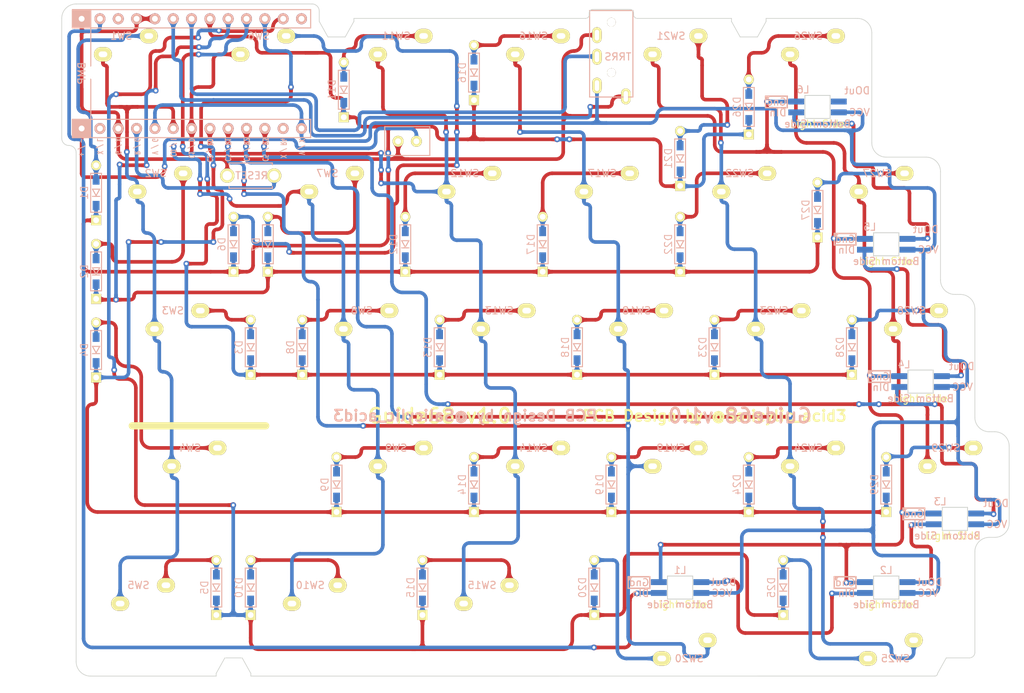
<source format=kicad_pcb>
(kicad_pcb (version 20241229) (generator "pcbnew") (generator_version "9.0")
  (layers (0 "F.Cu" signal) (2 "B.Cu" signal) (13 "F.Paste" user) (15 "B.Paste" user) (5 "F.SilkS" user "F.Silkscreen") (7 "B.SilkS" user "B.Silkscreen") (1 "F.Mask" user) (3 "B.Mask" user) (25 "Edge.Cuts" user))
  (net 0 "")
  (net 1 "GND")
  (net 2 "VCC")
  (net 3 "Net-(D29-Pad2)")
  (net 4 "Net-(D13-Pad2)")
  (net 5 "Net-(D14-Pad2)")
  (net 6 "Net-(D2-Pad2)")
  (net 7 "Net-(D17-Pad2)")
  (net 8 "Net-(D1-Pad2)")
  (net 9 "Net-(D3-Pad2)")
  (net 10 "Net-(D4-Pad2)")
  (net 11 "Net-(D5-Pad2)")
  (net 12 "Net-(D7-Pad2)")
  (net 13 "Net-(D8-Pad2)")
  (net 14 "Net-(D9-Pad2)")
  (net 15 "Net-(D10-Pad2)")
  (net 16 "Net-(D11-Pad2)")
  (net 17 "Net-(D12-Pad2)")
  (net 18 "Net-(D6-Pad2)")
  (net 19 "Net-(D15-Pad2)")
  (net 20 "Net-(D16-Pad2)")
  (net 21 "Net-(D18-Pad2)")
  (net 22 "Net-(D19-Pad2)")
  (net 23 "Net-(D20-Pad2)")
  (net 24 "Net-(D21-Pad2)")
  (net 25 "Net-(D23-Pad2)")
  (net 26 "Net-(D24-Pad2)")
  (net 27 "Net-(D25-Pad2)")
  (net 28 "Net-(D26-Pad2)")
  (net 29 "Net-(D27-Pad2)")
  (net 30 "Net-(D22-Pad2)")
  (net 31 "Row0")
  (net 32 "Row1")
  (net 33 "Row2")
  (net 34 "Row3")
  (net 35 "Row4")
  (net 36 "Bat+")
  (net 37 "Net-(L1-Pad1)")
  (net 38 "LED")
  (net 39 "Net-(L2-Pad1)")
  (net 40 "Net-(D28-Pad2)")
  (net 41 "Net-(L3-Pad1)")
  (net 42 "Net-(L4-Pad1)")
  (net 43 "Net-(L5-Pad1)")
  (net 45 "Col0")
  (net 46 "Col1")
  (net 47 "SDA")
  (net 48 "Col2")
  (net 49 "Col3")
  (net 50 "Col4")
  (net 51 "Col5")
  (net 52 "Reset")
  (net 56 "Data_SCL")
  (footprint "kbd_Parts:TRRS_MJ-4PP-9" (layer "F.Cu") (at 114.3 45.125)
    (property "Reference" "J1")
    (property "Value" "MJ-4PP-9" (hide yes))
  )
  (footprint "kbd_Parts:Diode_TH_SMD" (layer "F.Cu") (at 90.4875 85.725 90)
    (property "Reference" "D13")
    (property "Value" "D" (hide yes))
  )
  (footprint "kbd_Parts:Diode_TH_SMD" (layer "F.Cu") (at 95.25 104.775 90)
    (property "Reference" "D14")
    (property "Value" "D" (hide yes))
  )
  (footprint "kbd_Parts:Diode_TH_SMD" (layer "F.Cu") (at 42.8625 75.2 90)
    (property "Reference" "D2")
    (property "Value" "D" (hide yes))
  )
  (footprint "kbd_Parts:Diode_TH_SMD" (layer "F.Cu") (at 104.775 71.4375 90)
    (property "Reference" "D17")
    (property "Value" "D" (hide yes))
  )
  (footprint "kbd_Parts:Diode_TH_SMD" (layer "F.Cu") (at 42.8625 64.29375 90)
    (property "Reference" "D1")
    (property "Value" "D" (hide yes))
  )
  (footprint "kbd_Parts:Diode_TH_SMD" (layer "F.Cu") (at 64.29375 85.725 90)
    (property "Reference" "D3")
    (property "Value" "D" (hide yes))
  )
  (footprint "kbd_Parts:Diode_TH_SMD" (layer "F.Cu") (at 42.8625 86.10625 90)
    (property "Reference" "D4")
    (property "Value" "D" (hide yes))
  )
  (footprint "kbd_Parts:Diode_TH_SMD" (layer "F.Cu") (at 59.53125 119.0625 90)
    (property "Reference" "D5")
    (property "Value" "D" (hide yes))
  )
  (footprint "kbd_Parts:Diode_TH_SMD" (layer "F.Cu") (at 66.675 71.4375 90)
    (property "Reference" "D7")
    (property "Value" "D" (hide yes))
  )
  (footprint "kbd_Parts:Diode_TH_SMD" (layer "F.Cu") (at 71.4375 85.725 90)
    (property "Reference" "D8")
    (property "Value" "D" (hide yes))
  )
  (footprint "kbd_Parts:Diode_TH_SMD" (layer "F.Cu") (at 76.2 104.775 90)
    (property "Reference" "D9")
    (property "Value" "D" (hide yes))
  )
  (footprint "kbd_Parts:Diode_TH_SMD" (layer "F.Cu") (at 64.29375 119.0625 90)
    (property "Reference" "D10")
    (property "Value" "D" (hide yes))
  )
  (footprint "kbd_Parts:Diode_TH_SMD" (layer "F.Cu") (at 77.2 50.00625 90)
    (property "Reference" "D11")
    (property "Value" "D" (hide yes))
  )
  (footprint "kbd_Parts:Diode_TH_SMD" (layer "F.Cu") (at 85.725 71.4375 90)
    (property "Reference" "D12")
    (property "Value" "D" (hide yes))
  )
  (footprint "kbd_Parts:Diode_TH_SMD" (layer "F.Cu") (at 61.9125 71.4375 90)
    (property "Reference" "D6")
    (property "Value" "D" (hide yes))
  )
  (footprint "kbd_Parts:Diode_TH_SMD" (layer "F.Cu") (at 88.10625 119.0625 90)
    (property "Reference" "D15")
    (property "Value" "D" (hide yes))
  )
  (footprint "kbd_Parts:Diode_TH_SMD" (layer "F.Cu") (at 95.25 47.625 90)
    (property "Reference" "D16")
    (property "Value" "D" (hide yes))
  )
  (footprint "kbd_Parts:Diode_TH_SMD" (layer "F.Cu") (at 109.5375 85.725 90)
    (property "Reference" "D18")
    (property "Value" "D" (hide yes))
  )
  (footprint "kbd_Parts:Diode_TH_SMD" (layer "F.Cu") (at 114.3 104.775 90)
    (property "Reference" "D19")
    (property "Value" "D" (hide yes))
  )
  (footprint "kbd_Parts:Diode_TH_SMD" (layer "F.Cu") (at 111.91875 119.0625 90)
    (property "Reference" "D20")
    (property "Value" "D" (hide yes))
  )
  (footprint "kbd_Parts:Diode_TH_SMD" (layer "F.Cu") (at 123.825 59.53125 90)
    (property "Reference" "D21")
    (property "Value" "D" (hide yes))
  )
  (footprint "kbd_Parts:Diode_TH_SMD" (layer "F.Cu") (at 128.5875 85.725 90)
    (property "Reference" "D23")
    (property "Value" "D" (hide yes))
  )
  (footprint "kbd_Parts:Diode_TH_SMD" (layer "F.Cu") (at 133.35 104.775 90)
    (property "Reference" "D24")
    (property "Value" "D" (hide yes))
  )
  (footprint "kbd_Parts:Diode_TH_SMD" (layer "F.Cu") (at 138.1125 119.0625 90)
    (property "Reference" "D25")
    (property "Value" "D" (hide yes))
  )
  (footprint "kbd_Parts:Diode_TH_SMD" (layer "F.Cu") (at 133.35 52.3875 90)
    (property "Reference" "D26")
    (property "Value" "D" (hide yes))
  )
  (footprint "kbd_Parts:Diode_TH_SMD" (layer "F.Cu") (at 142.875 66.675 90)
    (property "Reference" "D27")
    (property "Value" "D" (hide yes))
  )
  (footprint "kbd_Parts:Diode_TH_SMD" (layer "F.Cu") (at 123.825 71.4375 90)
    (property "Reference" "D22")
    (property "Value" "D" (hide yes))
  )
  (footprint "kbd_Parts:Diode_TH_SMD" (layer "F.Cu") (at 147.6375 85.725 90)
    (property "Reference" "D28")
    (property "Value" "D" (hide yes))
  )
  (footprint "kbd_SW:CherryMX_Solder_1u" (layer "F.Cu") (at 142.875 47.625)
    (property "Reference" "SW26")
    (property "Value" "SW_PUSH" (hide yes))
  )
  (footprint "kbd_SW:CherryMX_Solder_1.75u" (layer "F.Cu") (at 54.76875 85.725)
    (property "Reference" "SW3")
    (property "Value" "SW_PUSH" (hide yes))
  )
  (footprint "kbd_SW:CherryMX_Solder_1u" (layer "F.Cu") (at 133.35 66.675)
    (property "Reference" "SW22")
    (property "Value" "SW_PUSH" (hide yes))
  )
  (footprint "kbd_SW:CherryMX_Solder_1u" (layer "F.Cu") (at 157.1625 85.725)
    (property "Reference" "SW28")
    (property "Value" "SW_PUSH" (hide yes))
  )
  (footprint "kbd_SW:CherryMX_Solder_1u" (layer "F.Cu") (at 85.725 47.625)
    (property "Reference" "SW11")
    (property "Value" "SW_PUSH" (hide yes))
  )
  (footprint "kbd_SW:CherryMX_Solder_1u" (layer "F.Cu") (at 104.775 47.625)
    (property "Reference" "SW16")
    (property "Value" "SW_PUSH" (hide yes))
  )
  (footprint "kbd_SW:CherryMX_Solder_1u" (layer "F.Cu") (at 123.825 47.625)
    (property "Reference" "SW21")
    (property "Value" "SW_PUSH" (hide yes))
  )
  (footprint "kbd_SW:CherryMX_Solder_1u" (layer "F.Cu") (at 47.625 47.625)
    (property "Reference" "SW1")
    (property "Value" "SW_PUSH" (hide yes))
  )
  (footprint "kbd_SW:CherryMX_Solder_1u" (layer "F.Cu") (at 85.725 104.775)
    (property "Reference" "SW9")
    (property "Value" "SW_PUSH" (hide yes))
  )
  (footprint "kbd_SW:CherryMX_Solder_1u" (layer "F.Cu") (at 80.9625 85.725)
    (property "Reference" "SW8")
    (property "Value" "SW_PUSH" (hide yes))
  )
  (footprint "kbd_SW:CherryMX_Solder_1.5u" (layer "F.Cu") (at 123.825 123.825 180)
    (property "Reference" "SW20")
    (property "Value" "SW_PUSH" (hide yes))
  )
  (footprint "kbd_SW:CherryMX_Solder_1u" (layer "F.Cu") (at 123.825 104.775)
    (property "Reference" "SW19")
    (property "Value" "SW_PUSH" (hide yes))
  )
  (footprint "kbd_SW:CherryMX_Solder_1u" (layer "F.Cu") (at 119.0625 85.725)
    (property "Reference" "SW18")
    (property "Value" "SW_PUSH" (hide yes))
  )
  (footprint "kbd_SW:CherryMX_Solder_1u" (layer "F.Cu") (at 114.3 66.675)
    (property "Reference" "SW17")
    (property "Value" "SW_PUSH" (hide yes))
  )
  (footprint "kbd_SW:CherryMX_Solder_1u" (layer "F.Cu") (at 76.2 66.675)
    (property "Reference" "SW7")
    (property "Value" "SW_PUSH" (hide yes))
  )
  (footprint "kbd_SW:CherryMX_Solder_1u" (layer "F.Cu") (at 104.775 104.775)
    (property "Reference" "SW14")
    (property "Value" "SW_PUSH" (hide yes))
  )
  (footprint "kbd_SW:CherryMX_Solder_1u" (layer "F.Cu") (at 100.0125 85.725)
    (property "Reference" "SW13")
    (property "Value" "SW_PUSH" (hide yes))
  )
  (footprint "kbd_SW:CherryMX_Solder_1u" (layer "F.Cu") (at 95.25 66.675)
    (property "Reference" "SW12")
    (property "Value" "SW_PUSH" (hide yes))
  )
  (footprint "kbd_SW:CherryMX_Solder_1.25u" (layer "F.Cu") (at 73.81875 123.825)
    (property "Reference" "SW10")
    (property "Value" "SW_PUSH" (hide yes))
  )
  (footprint "kbd_SW:CherryMX_Solder_1u" (layer "F.Cu") (at 138.1125 85.725)
    (property "Reference" "SW23")
    (property "Value" "SW_PUSH" (hide yes))
  )
  (footprint "kbd_SW:CherryMX_Solder_1u" (layer "F.Cu") (at 142.875 104.775)
    (property "Reference" "SW24")
    (property "Value" "SW_PUSH" (hide yes))
  )
  (footprint "kbd_SW:CherryMX_Solder_1.5u" (layer "F.Cu") (at 152.4 123.825 180)
    (property "Reference" "SW25")
    (property "Value" "SW_PUSH" (hide yes))
  )
  (footprint "kbd_SW:CherryMX_Solder_1u" (layer "F.Cu") (at 161.925 104.775)
    (property "Reference" "SW29")
    (property "Value" "SW_PUSH" (hide yes))
  )
  (footprint "kbd_Parts:ResetSW" (layer "F.Cu") (at 64.29375 61.9125)
    (property "Reference" "SW30" (hide yes))
    (property "Value" "SW_PUSH")
  )
  (footprint "kbd_SW:CherryMX_Solder_1.5u" (layer "F.Cu") (at 52.3875 66.675)
    (property "Reference" "SW2")
    (property "Value" "SW_PUSH" (hide yes))
  )
  (footprint "kbd_SW:CherryMX_Solder_1u" (layer "F.Cu") (at 66.675 47.625)
    (property "Reference" "SW6")
    (property "Value" "SW_PUSH" (hide yes))
  )
  (footprint "kbd_SW:CherryMX_Solder_1.25u" (layer "F.Cu") (at 97.63125 123.825)
    (property "Reference" "SW15")
    (property "Value" "SW_PUSH" (hide yes))
  )
  (footprint "kbd_Parts:LED_SK6812MINI-E_BL" (layer "F.Cu") (at 123.825 119.0625)
    (property "Reference" "L1")
    (property "Value" "SK6812MINI")
    (fp_line (start -1.75 -1.6) (end 1.75 -1.6) (stroke (width 0.12)) (layer "Edge.Cuts"))
    (fp_line (start -1.75 1.6) (end -1.75 -1.6) (stroke (width 0.12)) (layer "Edge.Cuts"))
    (fp_line (start 1.75 -1.6) (end 1.75 1.6) (stroke (width 0.12)) (layer "Edge.Cuts"))
    (fp_line (start 1.75 1.6) (end -1.75 1.6) (stroke (width 0.12)) (layer "Edge.Cuts"))
  )
  (footprint "kbd_Parts:Diode_TH_SMD" (layer "F.Cu") (at 152.4 104.775 90)
    (property "Reference" "D29")
    (property "Value" "D" (hide yes))
  )
  (footprint "kbd_SW:CherryMX_Solder_1.25u" (layer "F.Cu") (at 50.00625 123.825)
    (property "Reference" "SW5")
    (property "Value" "SW_PUSH" (hide yes))
  )
  (footprint "kbd_Parts:LED_SK6812MINI-E_BL" (layer "F.Cu") (at 152.4 71.4375)
    (property "Reference" "L5")
    (property "Value" "SK6812MINI")
    (fp_line (start -1.75 -1.6) (end 1.75 -1.6) (stroke (width 0.12)) (layer "Edge.Cuts"))
    (fp_line (start -1.75 1.6) (end -1.75 -1.6) (stroke (width 0.12)) (layer "Edge.Cuts"))
    (fp_line (start 1.75 -1.6) (end 1.75 1.6) (stroke (width 0.12)) (layer "Edge.Cuts"))
    (fp_line (start 1.75 1.6) (end -1.75 1.6) (stroke (width 0.12)) (layer "Edge.Cuts"))
  )
  (footprint "kbd_Parts:LED_SK6812MINI-E_BL" (layer "F.Cu") (at 142.875 52.3875)
    (property "Reference" "L6")
    (property "Value" "SK6812MINI")
    (fp_line (start -1.75 -1.6) (end 1.75 -1.6) (stroke (width 0.12)) (layer "Edge.Cuts"))
    (fp_line (start -1.75 1.6) (end -1.75 -1.6) (stroke (width 0.12)) (layer "Edge.Cuts"))
    (fp_line (start 1.75 -1.6) (end 1.75 1.6) (stroke (width 0.12)) (layer "Edge.Cuts"))
    (fp_line (start 1.75 1.6) (end -1.75 1.6) (stroke (width 0.12)) (layer "Edge.Cuts"))
  )
  (footprint "kbd_Parts:LED_SK6812MINI-E_BL" (layer "F.Cu") (at 152.4 119.0625)
    (property "Reference" "L2")
    (property "Value" "SK6812MINI")
    (fp_line (start -1.75 -1.6) (end 1.75 -1.6) (stroke (width 0.12)) (layer "Edge.Cuts"))
    (fp_line (start -1.75 1.6) (end -1.75 -1.6) (stroke (width 0.12)) (layer "Edge.Cuts"))
    (fp_line (start 1.75 -1.6) (end 1.75 1.6) (stroke (width 0.12)) (layer "Edge.Cuts"))
    (fp_line (start 1.75 1.6) (end -1.75 1.6) (stroke (width 0.12)) (layer "Edge.Cuts"))
  )
  (footprint "kbd_SW:CherryMX_Solder_2u_Rev" (layer "F.Cu") (at 57.15 104.775)
    (property "Reference" "SW4")
    (property "Value" "SW_PUSH" (hide yes))
  )
  (footprint "kbd_SW:CherryMX_Solder_1u" (layer "F.Cu") (at 152.4 66.675)
    (property "Reference" "SW27")
    (property "Value" "SW_PUSH" (hide yes))
  )
  (footprint "kbd_Parts:LED_SK6812MINI-E_BL" (layer "F.Cu") (at 157.1625 90.4875)
    (property "Reference" "L4")
    (property "Value" "SK6812MINI")
    (fp_line (start -1.75 -1.6) (end 1.75 -1.6) (stroke (width 0.12)) (layer "Edge.Cuts"))
    (fp_line (start -1.75 1.6) (end -1.75 -1.6) (stroke (width 0.12)) (layer "Edge.Cuts"))
    (fp_line (start 1.75 -1.6) (end 1.75 1.6) (stroke (width 0.12)) (layer "Edge.Cuts"))
    (fp_line (start 1.75 1.6) (end -1.75 1.6) (stroke (width 0.12)) (layer "Edge.Cuts"))
  )
  (footprint "kbd_Parts:LED_SK6812MINI-E_BL" (layer "F.Cu") (at 161.925 109.5375)
    (property "Reference" "L3")
    (property "Value" "SK6812MINI")
    (fp_line (start -1.75 -1.6) (end 1.75 -1.6) (stroke (width 0.12)) (layer "Edge.Cuts"))
    (fp_line (start -1.75 1.6) (end -1.75 -1.6) (stroke (width 0.12)) (layer "Edge.Cuts"))
    (fp_line (start 1.75 -1.6) (end 1.75 1.6) (stroke (width 0.12)) (layer "Edge.Cuts"))
    (fp_line (start 1.75 1.6) (end -1.75 1.6) (stroke (width 0.12)) (layer "Edge.Cuts"))
  )
  (footprint "kbd_Parts:Battery_BMP_2pin" (layer "F.Cu") (at 85.725 57.15 -90)
    (property "Reference" "J2" (hide yes))
    (property "Value" "Conn_01x02" (hide yes))
  )
  (footprint "kbd_Parts:Micon_BMP_7sKB" (layer "B.Cu") (at 57.875 47.7186 -90)
    (property "Reference" "U1" (hide yes))
    (property "Value" "BLEMicroPro" (hide yes))
  )
  (gr_line (start 47.875 96.625) (end 66.375 96.625) (stroke (width 1)) (layer "F.SilkS"))
  (gr_line (start 82.875 55.125) (end 82.875 59.125) (stroke (width 0.15)) (layer "B.SilkS"))
  (gr_line (start 82.875 59.125) (end 89.125 59.125) (stroke (width 0.15)) (layer "B.SilkS"))
  (gr_line (start 89.125 55.125) (end 82.875 55.125) (stroke (width 0.15)) (layer "B.SilkS"))
  (gr_line (start 89.125 59.125) (end 89.125 55.125) (stroke (width 0.15)) (layer "B.SilkS"))
  (gr_arc (start 148.4 40.1) (mid 149.814214 40.685786) (end 150.4 42.1) (stroke (width 0.1)) (layer "Edge.Cuts"))
  (gr_arc (start 42.1 131.35) (mid 40.685786 130.764214) (end 40.1 129.35) (stroke (width 0.1)) (layer "Edge.Cuts"))
  (gr_arc (start 162.6875 78.4) (mid 164.101714 78.985786) (end 164.6875 80.4) (stroke (width 0.1)) (layer "Edge.Cuts"))
  (gr_arc (start 166.6875 97.45) (mid 165.273286 96.864214) (end 164.6875 95.45) (stroke (width 0.1)) (layer "Edge.Cuts"))
  (gr_arc (start 167.45 97.45) (mid 168.864214 98.035786) (end 169.45 99.45) (stroke (width 0.1)) (layer "Edge.Cuts"))
  (gr_arc (start 164.6875 114.1) (mid 165.273286 112.685786) (end 166.6875 112.1) (stroke (width 0.1)) (layer "Edge.Cuts"))
  (gr_arc (start 161.925 78.4) (mid 160.510786 77.814214) (end 159.925 76.4) (stroke (width 0.1)) (layer "Edge.Cuts"))
  (gr_arc (start 152.4 59.35) (mid 150.985786 58.764214) (end 150.4 57.35) (stroke (width 0.1)) (layer "Edge.Cuts"))
  (gr_arc (start 157.925 59.35) (mid 159.339214 59.935786) (end 159.925 61.35) (stroke (width 0.1)) (layer "Edge.Cuts"))
  (gr_line (start 78.6 40.1) (end 110.725 40.1) (stroke (width 0.1)) (layer "Edge.Cuts"))
  (gr_line (start 152.4 59.35) (end 157.925 59.35) (stroke (width 0.1)) (layer "Edge.Cuts"))
  (gr_line (start 40.1 129.35) (end 40.1 58.735786) (stroke (width 0.1)) (layer "Edge.Cuts"))
  (gr_line (start 59.5125 131.35) (end 42.1 131.35) (stroke (width 0.1)) (layer "Edge.Cuts"))
  (gr_line (start 166.6875 97.45) (end 167.45 97.45) (stroke (width 0.1)) (layer "Edge.Cuts"))
  (gr_line (start 73.8 40.525) (end 73.8 39.1) (stroke (width 0.1)) (layer "Edge.Cuts"))
  (gr_line (start 77.4 42.675) (end 75 42.675) (stroke (width 0.1)) (layer "Edge.Cuts"))
  (gr_line (start 150.4 42.1) (end 150.4 57.35) (stroke (width 0.1)) (layer "Edge.Cuts"))
  (gr_line (start 132.15 42.675) (end 130.95 40.525) (stroke (width 0.1)) (layer "Edge.Cuts"))
  (gr_line (start 160.725 128.81875) (end 163.9375 128.81875) (stroke (width 0.1)) (layer "Edge.Cuts"))
  (gr_line (start 64.3125 130.96875) (end 64.3125 131.35) (stroke (width 0.1)) (layer "Edge.Cuts"))
  (gr_line (start 59.5125 130.96875) (end 60.7125 128.81875) (stroke (width 0.1)) (layer "Edge.Cuts"))
  (gr_arc (start 39.1 57.735786) (mid 38.392893 57.442893) (end 38.1 56.735786) (stroke (width 0.1)) (layer "Edge.Cuts"))
  (gr_line (start 161.925 78.4) (end 162.6875 78.4) (stroke (width 0.1)) (layer "Edge.Cuts"))
  (gr_line (start 135.75 40.1) (end 148.4 40.1) (stroke (width 0.1)) (layer "Edge.Cuts"))
  (gr_line (start 159.925 61.35) (end 159.925 76.4) (stroke (width 0.1)) (layer "Edge.Cuts"))
  (gr_line (start 164.6875 114.1) (end 164.6875 128.06875) (stroke (width 0.1)) (layer "Edge.Cuts"))
  (gr_line (start 40.1 38.1) (end 72.8 38.1) (stroke (width 0.1)) (layer "Edge.Cuts"))
  (gr_line (start 135.75 40.525) (end 135.75 40.1) (stroke (width 0.1)) (layer "Edge.Cuts"))
  (gr_line (start 159.13375 131.345) (end 64.3125 131.35) (stroke (width 0.1)) (layer "Edge.Cuts"))
  (gr_line (start 78.6 40.525) (end 77.4 42.675) (stroke (width 0.1)) (layer "Edge.Cuts"))
  (gr_line (start 159.525 130.96875) (end 160.725 128.81875) (stroke (width 0.1)) (layer "Edge.Cuts"))
  (gr_arc (start 72.8 38.1) (mid 73.507107 38.392893) (end 73.8 39.1) (stroke (width 0.1)) (layer "Edge.Cuts"))
  (gr_arc (start 111.225 39.6) (mid 111.078553 39.953553) (end 110.725 40.1) (stroke (width 0.1)) (layer "Edge.Cuts"))
  (gr_line (start 63.1125 128.81875) (end 64.3125 130.96875) (stroke (width 0.1)) (layer "Edge.Cuts"))
  (gr_line (start 134.55 42.675) (end 132.15 42.675) (stroke (width 0.1)) (layer "Edge.Cuts"))
  (gr_arc (start 117.88125 40.1) (mid 117.527697 39.953553) (end 117.38125 39.6) (stroke (width 0.1)) (layer "Edge.Cuts"))
  (gr_arc (start 38.1 40.1) (mid 38.685786 38.685786) (end 40.1 38.1) (stroke (width 0.1)) (layer "Edge.Cuts"))
  (gr_line (start 59.5125 130.96875) (end 59.5125 131.35) (stroke (width 0.1)) (layer "Edge.Cuts"))
  (gr_line (start 111.725 38.85) (end 116.88125 38.85) (stroke (width 0.1)) (layer "Edge.Cuts"))
  (gr_line (start 78.6 40.525) (end 78.6 40.1) (stroke (width 0.1)) (layer "Edge.Cuts"))
  (gr_line (start 117.88125 40.1) (end 130.95 40.1) (stroke (width 0.1)) (layer "Edge.Cuts"))
  (gr_line (start 75 42.675) (end 73.8 40.525) (stroke (width 0.1)) (layer "Edge.Cuts"))
  (gr_line (start 38.1 40.1) (end 38.1 56.735786) (stroke (width 0.1)) (layer "Edge.Cuts"))
  (gr_line (start 130.95 40.525) (end 130.95 40.1) (stroke (width 0.1)) (layer "Edge.Cuts"))
  (gr_arc (start 116.88125 38.85) (mid 117.234803 38.996447) (end 117.38125 39.35) (stroke (width 0.1)) (layer "Edge.Cuts"))
  (gr_arc (start 111.225 39.35) (mid 111.371447 38.996447) (end 111.725 38.85) (stroke (width 0.1)) (layer "Edge.Cuts"))
  (gr_line (start 60.7125 128.81875) (end 63.1125 128.81875) (stroke (width 0.1)) (layer "Edge.Cuts"))
  (gr_line (start 135.75 40.525) (end 134.55 42.675) (stroke (width 0.1)) (layer "Edge.Cuts"))
  (gr_line (start 169.45 99.45) (end 169.45 110.1) (stroke (width 0.1)) (layer "Edge.Cuts"))
  (gr_line (start 111.225 39.35) (end 111.225 39.6) (stroke (width 0.1)) (layer "Edge.Cuts"))
  (gr_line (start 167.45 112.1) (end 166.6875 112.1) (stroke (width 0.1)) (layer "Edge.Cuts"))
  (gr_arc (start 159.525 130.96875) (mid 159.407316 131.237938) (end 159.13375 131.345) (stroke (width 0.1)) (layer "Edge.Cuts"))
  (gr_line (start 117.38125 39.6) (end 117.38125 39.35) (stroke (width 0.1)) (layer "Edge.Cuts"))
  (gr_line (start 164.6875 80.4) (end 164.6875 95.45) (stroke (width 0.1)) (layer "Edge.Cuts"))
  (gr_arc (start 39.1 57.735786) (mid 39.807107 58.028679) (end 40.1 58.735786) (stroke (width 0.1)) (layer "Edge.Cuts"))
  (gr_arc (start 169.45 110.1) (mid 168.864214 111.514214) (end 167.45 112.1) (stroke (width 0.1)) (layer "Edge.Cuts"))
  (gr_arc (start 164.6875 128.06875) (mid 164.46783 128.59908) (end 163.9375 128.81875) (stroke (width 0.1)) (layer "Edge.Cuts"))
  (gr_text "Guide68 v1.0" (at 90.4875 95.25 0) (layer "F.SilkS") (effects (font (size 2 2) (thickness 0.35))))
  (gr_text "PCB Design by @Salicylic_acid3" (at 128.5875 95.25 0) (layer "F.SilkS") (effects (font (size 1.5 1.5) (thickness 0.3))))
  (gr_text "Guide68 v1.0" (at 132.125 95.225 0) (layer "B.SilkS") (effects (font (size 2 2) (thickness 0.35)) (justify mirror)))
  (gr_text "PCB Design by @Salicylic_acid3" (at 94.025 95.225 0) (layer "B.SilkS") (effects (font (size 1.5 1.5) (thickness 0.3)) (justify mirror)))
  (segment (start 145.125 70.625) (end 145.125 74.625) (width 0.5) (layer "F.Cu") (net 1))
  (segment (start 84.729 57.15) (end 84.729 58.521) (width 0.5) (layer "F.Cu") (net 1))
  (segment (start 45.937 55.375) (end 45.937 53.687) (width 0.5) (layer "F.Cu") (net 1))
  (segment (start 45.937 55.375) (end 45.937 58.437) (width 0.5) (layer "F.Cu") (net 1))
  (segment (start 153.625 113.125) (end 148.625 113.125) (width 0.5) (layer "F.Cu") (net 1))
  (segment (start 60.125 59.625) (end 63.125 59.625) (width 0.5) (layer "F.Cu") (net 1))
  (segment (start 63.125 59.625) (end 83.125 59.625) (width 0.5) (layer "F.Cu") (net 1))
  (segment (start 106.625 59.625) (end 86.125 59.625) (width 0.5) (layer "F.Cu") (net 1))
  (segment (start 40.857 41.393) (end 40.857 41.893) (width 0.5) (layer "F.Cu") (net 1))
  (segment (start 107.625 55.375) (end 107.625 58.625) (width 0.5) (layer "F.Cu") (net 1))
  (segment (start 40.857 40.155) (end 40.857 41.393) (width 0.5) (layer "F.Cu") (net 1))
  (segment (start 107.625 53.625) (end 107.625 52.125) (width 0.5) (layer "F.Cu") (net 1))
  (segment (start 148.625 113.125) (end 146.875 113.125) (width 0.5) (layer "F.Cu") (net 1))
  (segment (start 135.875 51.625) (end 135.875 57.625) (width 0.5) (layer "F.Cu") (net 1))
  (segment (start 151.625 95.125) (end 153.625 95.125) (width 0.5) (layer "F.Cu") (net 1))
  (segment (start 146.875 113.875) (end 146.875 118.375) (width 0.5) (layer "F.Cu") (net 1))
  (segment (start 154.625 96.125) (end 154.625 108.625) (width 0.5) (layer "F.Cu") (net 1))
  (segment (start 45.375 53.125) (end 41.875 53.125) (width 0.5) (layer "F.Cu") (net 1))
  (segment (start 48.477 40.155) (end 51.017 40.155) (width 0.5) (layer "F.Cu") (net 1))
  (segment (start 135.875 57.625) (end 135.875 58.625) (width 0.5) (layer "F.Cu") (net 1))
  (segment (start 40.857 41.893) (end 41.857 41.893) (width 0.5) (layer "F.Cu") (net 1))
  (segment (start 107.625 53.625) (end 107.625 55.375) (width 0.5) (layer "F.Cu") (net 1))
  (segment (start 40.857 42.607) (end 40.857 49.857) (width 0.5) (layer "F.Cu") (net 1))
  (segment (start 129.625 58.625) (end 134.375 58.625) (width 0.5) (layer "F.Cu") (net 1))
  (segment (start 86.125 59.625) (end 85.833 59.625) (width 0.5) (layer "F.Cu") (net 1))
  (segment (start 63.125 59.625) (end 61.9625 59.625) (width 0.5) (layer "F.Cu") (net 1))
  (segment (start 154.625 108.625) (end 154.625 111.125) (width 0.5) (layer "F.Cu") (net 1))
  (segment (start 107.625 52.125) (end 107.625 46.125) (width 0.5) (layer "F.Cu") (net 1))
  (segment (start 84.625 59.625) (end 86.125 59.625) (width 0.5) (layer "F.Cu") (net 1))
  (segment (start 107.625 52.125) (end 107.625 52.625) (width 0.5) (layer "F.Cu") (net 1))
  (segment (start 146.875 113.125) (end 145.875 113.125) (width 0.5) (layer "F.Cu") (net 1))
  (segment (start 137.875 58.625) (end 143.625 58.625) (width 0.5) (layer "F.Cu") (net 1))
  (segment (start 148.625 113.125) (end 147.625 113.125) (width 0.5) (layer "F.Cu") (net 1))
  (segment (start 154.625 111.125) (end 154.625 112.125) (width 0.5) (layer "F.Cu") (net 1))
  (segment (start 47.125 59.625) (end 60.125 59.625) (width 0.5) (layer "F.Cu") (net 1))
  (segment (start 40.875 52.125) (end 40.875 49.875) (width 0.5) (layer "F.Cu") (net 1))
  (segment (start 83.125 59.625) (end 84.625 59.625) (width 0.5) (layer "F.Cu") (net 1))
  (segment (start 40.857 41.893) (end 40.857 42.607) (width 0.5) (layer "F.Cu") (net 1))
  (segment (start 134.375 58.625) (end 135.875 58.625) (width 0.5) (layer "F.Cu") (net 1))
  (segment (start 83.125 59.625) (end 83.625 59.625) (width 0.5) (layer "F.Cu") (net 1))
  (segment (start 110.825 42.425) (end 112.3 42.425) (width 0.5) (layer "F.Cu") (net 1))
  (segment (start 135.875 58.625) (end 137.875 58.625) (width 0.5) (layer "F.Cu") (net 1))
  (segment (start 150.125 77.625) (end 150.125 89.625) (width 0.5) (layer "F.Cu") (net 1))
  (segment (start 137.875 58.625) (end 136.875 58.625) (width 0.5) (layer "F.Cu") (net 1))
  (segment (start 146.875 113.125) (end 146.875 113.875) (width 0.5) (layer "F.Cu") (net 1))
  (segment (start 134.375 58.625) (end 134.875 58.625) (width 0.5) (layer "F.Cu") (net 1))
  (segment (start 41.857 41.893) (end 41.357 41.893) (width 0.5) (layer "F.Cu") (net 1))
  (segment (start 145.125 60.125) (end 145.125 70.625) (width 0.5) (layer "F.Cu") (net 1))
  (segment (start 48.477 40.155) (end 48.477 41.273) (width 0.5) (layer "F.Cu") (net 1))
  (segment (start 40.857 42.607) (end 40.857 42.393) (width 0.5) (layer "F.Cu") (net 1))
  (segment (start 107.625 53.625) (end 108.625 53.625) (width 0.5) (layer "F.Cu") (net 1))
  (segment (start 41.857 41.893) (end 47.857 41.893) (width 0.5) (layer "F.Cu") (net 1))
  (segment (start 61.04375 61.9125) (end 61.04375 60.54375) (width 0.5) (layer "F.Cu") (net 1))
  (segment (start 128.625 54.625) (end 128.625 57.625) (width 0.5) (layer "F.Cu") (net 1))
  (segment (start 145.875 113.125) (end 146.125 113.125) (width 0.5) (layer "F.Cu") (net 1))
  (segment (start 110.125 43.625) (end 110.125 43.125) (width 0.5) (layer "F.Cu") (net 1))
  (segment (start 108.625 53.625) (end 127.625 53.625) (width 0.5) (layer "F.Cu") (net 1))
  (segment (start 107.625 55.375) (end 107.625 54.625) (width 0.5) (layer "F.Cu") (net 1))
  (segment (start 150.125 89.625) (end 150.125 93.625) (width 0.5) (layer "F.Cu") (net 1))
  (segment (start 145.875 113.125) (end 121.125 113.125) (width 0.5) (layer "F.Cu") (net 1))
  (segment (start 84.729 58.521) (end 84.729 59.521) (width 0.5) (layer "F.Cu") (net 1))
  (segment (start 146.625 76.125) (end 148.625 76.125) (width 0.5) (layer "F.Cu") (net 1))
  (via (at 154.625 108.625) (size 0.8) (drill 0.4) (layers "F.Cu" "B.Cu") (net 1))
  (via (at 145.125 70.625) (size 0.8) (drill 0.4) (layers "F.Cu" "B.Cu") (net 1))
  (via (at 146.875 118.375) (size 0.8) (drill 0.4) (layers "F.Cu" "B.Cu") (net 1))
  (via (at 150.125 89.625) (size 0.8) (drill 0.4) (layers "F.Cu" "B.Cu") (net 1))
  (via (at 135.875 51.625) (size 0.8) (drill 0.4) (layers "F.Cu" "B.Cu") (net 1))
  (via (at 121.125 113.125) (size 0.8) (drill 0.4) (layers "F.Cu" "B.Cu") (net 1))
  (arc (start 107.625 52.625) (mid 107.917893 53.332107) (end 108.625 53.625) (width 0.5) (layer "F.Cu") (net 1))
  (arc (start 61.9625 59.625) (mid 61.312846 59.894096) (end 61.04375 60.54375) (width 0.5) (layer "F.Cu") (net 1))
  (arc (start 84.729 59.521) (mid 84.698539 59.594539) (end 84.625 59.625) (width 0.5) (layer "F.Cu") (net 1))
  (arc (start 147.625 113.125) (mid 147.09467 113.34467) (end 146.875 113.875) (width 0.5) (layer "F.Cu") (net 1))
  (arc (start 145.125 74.625) (mid 145.56434 75.68566) (end 146.625 76.125) (width 0.5) (layer "F.Cu") (net 1))
  (arc (start 143.625 58.625) (mid 144.68566 59.06434) (end 145.125 60.125) (width 0.5) (layer "F.Cu") (net 1))
  (arc (start 45.937 58.437) (mid 46.284957 59.277043) (end 47.125 59.625) (width 0.5) (layer "F.Cu") (net 1))
  (arc (start 153.625 95.125) (mid 154.332107 95.417893) (end 154.625 96.125) (width 0.5) (layer "F.Cu") (net 1))
  (arc (start 128.625 57.625) (mid 128.917893 58.332107) (end 129.625 58.625) (width 0.5) (layer "F.Cu") (net 1))
  (arc (start 150.125 93.625) (mid 150.56434 94.68566) (end 151.625 95.125) (width 0.5) (layer "F.Cu") (net 1))
  (arc (start 85.833 59.625) (mid 85.052354 59.301646) (end 84.729 58.521) (width 0.5) (layer "F.Cu") (net 1))
  (arc (start 136.875 58.625) (mid 136.167893 58.332107) (end 135.875 57.625) (width 0.5) (layer "F.Cu") (net 1))
  (arc (start 109.125 44.625) (mid 109.832107 44.332107) (end 110.125 43.625) (width 0.5) (layer "F.Cu") (net 1))
  (arc (start 40.857 42.393) (mid 41.003447 42.039447) (end 41.357 41.893) (width 0.5) (layer "F.Cu") (net 1))
  (arc (start 110.125 43.125) (mid 110.330025 42.630025) (end 110.825 42.425) (width 0.5) (layer "F.Cu") (net 1))
  (arc (start 107.625 46.125) (mid 108.06434 45.06434) (end 109.125 44.625) (width 0.5) (layer "F.Cu") (net 1))
  (arc (start 134.875 58.625) (mid 135.582107 58.332107) (end 135.875 57.625) (width 0.5) (layer "F.Cu") (net 1))
  (arc (start 61.04375 60.54375) (mid 60.774654 59.894096) (end 60.125 59.625) (width 0.5) (layer "F.Cu") (net 1))
  (arc (start 48.477 41.273) (mid 48.295406 41.711406) (end 47.857 41.893) (width 0.5) (layer "F.Cu") (net 1))
  (arc (start 127.625 53.625) (mid 128.332107 53.917893) (end 128.625 54.625) (width 0.5) (layer "F.Cu") (net 1))
  (arc (start 107.625 54.625) (mid 107.917893 53.917893) (end 108.625 53.625) (width 0.5) (layer "F.Cu") (net 1))
  (arc (start 84.729 58.521) (mid 84.405646 59.301646) (end 83.625 59.625) (width 0.5) (layer "F.Cu") (net 1))
  (arc (start 154.625 112.125) (mid 154.332107 112.832107) (end 153.625 113.125) (width 0.5) (layer "F.Cu") (net 1))
  (arc (start 41.357 41.893) (mid 41.003447 41.746553) (end 40.857 41.393) (width 0.5) (layer "F.Cu") (net 1))
  (arc (start 148.625 76.125) (mid 149.68566 76.56434) (end 150.125 77.625) (width 0.5) (layer "F.Cu") (net 1))
  (arc (start 41.875 53.125) (mid 41.167893 52.832107) (end 40.875 52.125) (width 0.5) (layer "F.Cu") (net 1))
  (arc (start 40.875 49.875) (mid 40.869728 49.862272) (end 40.857 49.857) (width 0.5) (layer "F.Cu") (net 1))
  (arc (start 146.125 113.125) (mid 146.65533 113.34467) (end 146.875 113.875) (width 0.5) (layer "F.Cu") (net 1))
  (arc (start 107.625 58.625) (mid 107.332107 59.332107) (end 106.625 59.625) (width 0.5) (layer "F.Cu") (net 1))
  (arc (start 45.937 53.687) (mid 45.772394 53.289606) (end 45.375 53.125) (width 0.5) (layer "F.Cu") (net 1))
  (segment (start 121.125 113.125) (end 121.125 118.2125) (width 0.5) (layer "B.Cu") (net 1))
  (segment (start 159.325 108.7875) (end 154.7875 108.7875) (width 0.5) (layer "B.Cu") (net 1))
  (segment (start 149.8 70.6875) (end 145.1875 70.6875) (width 0.5) (layer "B.Cu") (net 1))
  (segment (start 140.275 51.6375) (end 135.8875 51.6375) (width 0.5) (layer "B.Cu") (net 1))
  (segment (start 154.5625 89.7375) (end 150.2375 89.7375) (width 0.5) (layer "B.Cu") (net 1))
  (segment (start 146.875 118.375) (end 149.7375 118.375) (width 0.5) (layer "B.Cu") (net 1))
  (arc (start 150.2375 89.7375) (mid 150.15795 89.70455) (end 150.125 89.625) (width 0.5) (layer "B.Cu") (net 1))
  (arc (start 135.8875 51.6375) (mid 135.878661 51.633839) (end 135.875 51.625) (width 0.5) (layer "B.Cu") (net 1))
  (arc (start 145.1875 70.6875) (mid 145.143306 70.669194) (end 145.125 70.625) (width 0.5) (layer "B.Cu") (net 1))
  (arc (start 121.125 118.2125) (mid 121.154289 118.283211) (end 121.225 118.3125) (width 0.5) (layer "B.Cu") (net 1))
  (arc (start 149.7375 118.375) (mid 149.781694 118.356694) (end 149.8 118.3125) (width 0.5) (layer "B.Cu") (net 1))
  (arc (start 154.7875 108.7875) (mid 154.672595 108.739905) (end 154.625 108.625) (width 0.5) (layer "B.Cu") (net 1))
  (segment (start 126.425 119.8125) (end 131.4375 119.8125) (width 0.5) (layer "B.Cu") (net 2))
  (segment (start 80.875 56.375) (end 80.875 55.375) (width 0.5) (layer "B.Cu") (net 2))
  (segment (start 150.625 112.125) (end 150.625 113.375) (width 0.5) (layer "B.Cu") (net 2))
  (segment (start 149.375 111.125) (end 149.875 111.125) (width 0.5) (layer "B.Cu") (net 2))
  (segment (start 150.625 112.125) (end 150.625 111.875) (width 0.5) (layer "B.Cu") (net 2))
  (segment (start 152.875 62.875) (end 152.875 60.875) (width 0.5) (layer "B.Cu") (net 2))
  (segment (start 51.017 55.375) (end 51.017 53.233) (width 0.5) (layer "B.Cu") (net 2))
  (segment (start 156.9375 72.1875) (end 157.5625 72.1875) (width 0.5) (layer "B.Cu") (net 2))
  (segment (start 161.625 91.125) (end 159.875 91.125) (width 0.5) (layer "B.Cu") (net 2))
  (segment (start 137.125 53.125) (end 137.125 54.625) (width 0.5) (layer "B.Cu") (net 2))
  (segment (start 168.125 109.625) (end 168.125 107.625) (width 0.5) (layer "B.Cu") (net 2))
  (segment (start 52.125 52.125) (end 70.125 52.125) (width 0.5) (layer "B.Cu") (net 2))
  (segment (start 162.375 91.125) (end 161.625 91.125) (width 0.5) (layer "B.Cu") (net 2))
  (segment (start 157.5625 72.1875) (end 157.5625 72.8125) (width 0.5) (layer "B.Cu") (net 2))
  (segment (start 112.3 49.425) (end 112.3 53.95) (width 0.5) (layer "B.Cu") (net 2))
  (segment (start 162.375 98.125) (end 162.375 96.875) (width 0.5) (layer "B.Cu") (net 2))
  (segment (start 150.625 97.125) (end 150.625 110.375) (width 0.5) (layer "B.Cu") (net 2))
  (segment (start 159.625 115.625) (end 159.625 119.125) (width 0.5) (layer "B.Cu") (net 2))
  (segment (start 147.625 55.625) (end 148.125 55.625) (width 0.5) (layer "B.Cu") (net 2))
  (segment (start 147.625 59.625) (end 147.625 56.625) (width 0.5) (layer "B.Cu") (net 2))
  (segment (start 160.875 96.125) (end 151.625 96.125) (width 0.5) (layer "B.Cu") (net 2))
  (segment (start 167.375 106.875) (end 165.625 106.875) (width 0.5) (layer "B.Cu") (net 2))
  (segment (start 150.625 111.125) (end 149.375 111.125) (width 0.5) (layer "B.Cu") (net 2))
  (segment (start 162.375 96.125) (end 160.875 96.125) (width 0.5) (layer "B.Cu") (net 2))
  (segment (start 71.337 55.375) (end 71.337 53.337) (width 0.5) (layer "B.Cu") (net 2))
  (segment (start 149.125 54.625) (end 149.125 53.625) (width 0.5) (layer "B.Cu") (net 2))
  (segment (start 155 119.8125) (end 158.9375 119.8125) (width 0.5) (layer "B.Cu") (net 2))
  (segment (start 148.625 53.125) (end 145.4875 53.125) (width 0.5) (layer "B.Cu") (net 2))
  (segment (start 146.625 55.625) (end 147.625 55.625) (width 0.5) (layer "B.Cu") (net 2))
  (segment (start 155 72.1875) (end 156.9375 72.1875) (width 0.5) (layer "B.Cu") (net 2))
  (segment (start 157.5625 73.4375) (end 157.5625 72.6875) (width 0.5) (layer "B.Cu") (net 2))
  (segment (start 157.5625 73.4375) (end 157.5625 81.5625) (width 0.5) (layer "B.Cu") (net 2))
  (segment (start 162.375 101.125) (end 162.375 98.125) (width 0.5) (layer "B.Cu") (net 2))
  (segment (start 121.625 52.625) (end 136.625 52.625) (width 0.5) (layer "B.Cu") (net 2))
  (segment (start 150.625 111.125) (end 150.625 112.125) (width 0.5) (layer "B.Cu") (net 2))
  (segment (start 160.875 96.125) (end 161.625 96.125) (width 0.5) (layer "B.Cu") (net 2))
  (segment (start 164.875 106.125) (end 164.875 102.625) (width 0.5) (layer "B.Cu") (net 2))
  (segment (start 163.625 88.625) (end 163.625 90.625) (width 0.5) (layer "B.Cu") (net 2))
  (segment (start 113.625 54.625) (end 112.975 54.625) (width 0.5) (layer "B.Cu") (net 2))
  (segment (start 160.625 83.625) (end 160.625 86.625) (width 0.5) (layer "B.Cu") (net 2))
  (segment (start 162.375 91.125) (end 162.375 91.875) (width 0.5) (layer "B.Cu") (net 2))
  (segment (start 152.375 60.375) (end 148.375 60.375) (width 0.5) (layer "B.Cu") (net 2))
  (segment (start 132.375 118.875) (end 132.375 112.125) (width 0.5) (layer "B.Cu") (net 2))
  (segment (start 157.5625 72.1875) (end 158.0625 72.1875) (width 0.5) (layer "B.Cu") (net 2))
  (segment (start 71.337 55.375) (end 71.337 56.337) (width 0.5) (layer "B.Cu") (net 2))
  (segment (start 163.125 91.125) (end 162.375 91.125) (width 0.5) (layer "B.Cu") (net 2))
  (segment (start 164.125 101.875) (end 163.125 101.875) (width 0.5) (layer "B.Cu") (net 2))
  (segment (start 162.375 95.375) (end 162.375 96.125) (width 0.5) (layer "B.Cu") (net 2))
  (segment (start 162.375 96.125) (end 162.375 98.125) (width 0.5) (layer "B.Cu") (net 2))
  (segment (start 147.625 56.125) (end 147.625 56.625) (width 0.5) (layer "B.Cu") (net 2))
  (segment (start 151.875 114.625) (end 158.625 114.625) (width 0.5) (layer "B.Cu") (net 2))
  (segment (start 159.125 71.125) (end 159.125 64.625) (width 0.5) (layer "B.Cu") (net 2))
  (segment (start 72.125 57.125) (end 79.375 57.125) (width 0.5) (layer "B.Cu") (net 2))
  (segment (start 158.625 82.625) (end 159.625 82.625) (width 0.5) (layer "B.Cu") (net 2))
  (segment (start 158.125 63.625) (end 153.625 63.625) (width 0.5) (layer "B.Cu") (net 2))
  (segment (start 147.625 56.625) (end 147.625 55.625) (width 0.5) (layer "B.Cu") (net 2))
  (segment (start 81.625 54.625) (end 111.625 54.625) (width 0.5) (layer "B.Cu") (net 2))
  (segment (start 111.625 54.625) (end 113.625 54.625) (width 0.5) (layer "B.Cu") (net 2))
  (segment (start 79.375 57.125) (end 80.125 57.125) (width 0.5) (layer "B.Cu") (net 2))
  (segment (start 162.375 91.875) (end 162.375 95.375) (width 0.5) (layer "B.Cu") (net 2))
  (segment (start 149.375 111.125) (end 133.375 111.125) (width 0.5) (layer "B.Cu") (net 2))
  (segment (start 164.525 110.2875) (end 167.4625 110.2875) (width 0.5) (layer "B.Cu") (net 2))
  (segment (start 138.125 55.625) (end 146.625 55.625) (width 0.5) (layer "B.Cu") (net 2))
  (segment (start 150.625 110.375) (end 150.625 111.125) (width 0.5) (layer "B.Cu") (net 2))
  (segment (start 161.625 87.625) (end 162.625 87.625) (width 0.5) (layer "B.Cu") (net 2))
  (segment (start 113.625 54.625) (end 119.625 54.625) (width 0.5) (layer "B.Cu") (net 2))
  (segment (start 157.5625 72.8125) (end 157.5625 73.4375) (width 0.5) (layer "B.Cu") (net 2))
  (arc (start 163.125 91.125) (mid 162.59467 91.34467) (end 162.375 91.875) (width 0.5) (layer "B.Cu") (net 2))
  (arc (start 164.875 102.625) (mid 164.65533 102.09467) (end 164.125 101.875) (width 0.5) (layer "B.Cu") (net 2))
  (arc (start 149.875 111.125) (mid 150.40533 110.90533) (end 150.625 110.375) (width 0.5) (layer "B.Cu") (net 2))
  (arc (start 131.4375 119.8125) (mid 132.100413 119.537913) (end 132.375 118.875) (width 0.5) (layer "B.Cu") (net 2))
  (arc (start 163.625 90.625) (mid 163.478553 90.978553) (end 163.125 91.125) (width 0.5) (layer "B.Cu") (net 2))
  (arc (start 152.875 60.875) (mid 152.728553 60.521447) (end 152.375 60.375) (width 0.5) (layer "B.Cu") (net 2))
  (arc (start 161.625 96.125) (mid 162.15533 95.90533) (end 162.375 95.375) (width 0.5) (layer "B.Cu") (net 2))
  (arc (start 112.975 54.625) (mid 112.497703 54.427297) (end 112.3 53.95) (width 0.5) (layer "B.Cu") (net 2))
  (arc (start 137.125 54.625) (mid 137.417893 55.332107) (end 138.125 55.625) (width 0.5) (layer "B.Cu") (net 2))
  (arc (start 159.875 91.125) (mid 159.79545 91.15795) (end 159.7625 91.2375) (width 0.5) (layer "B.Cu") (net 2))
  (arc (start 161.625 87.625) (mid 160.917893 87.332107) (end 160.625 86.625) (width 0.5) (layer "B.Cu") (net 2))
  (arc (start 163.125 101.875) (mid 162.59467 101.65533) (end 162.375 101.125) (width 0.5) (layer "B.Cu") (net 2))
  (arc (start 146.625 55.625) (mid 147.332107 55.917893) (end 147.625 56.625) (width 0.5) (layer "B.Cu") (net 2))
  (arc (start 156.9375 72.1875) (mid 157.379442 72.370558) (end 157.5625 72.8125) (width 0.5) (layer "B.Cu") (net 2))
  (arc (start 162.625 87.625) (mid 163.332107 87.917893) (end 163.625 88.625) (width 0.5) (layer "B.Cu") (net 2))
  (arc (start 148.125 55.625) (mid 147.771447 55.771447) (end 147.625 56.125) (width 0.5) (layer "B.Cu") (net 2))
  (arc (start 167.4625 110.2875) (mid 167.930958 110.093458) (end 168.125 109.625) (width 0.5) (layer "B.Cu") (net 2))
  (arc (start 145.4875 53.125) (mid 145.478661 53.128661) (end 145.475 53.1375) (width 0.5) (layer "B.Cu") (net 2))
  (arc (start 132.375 112.125) (mid 132.667893 111.417893) (end 133.375 111.125) (width 0.5) (layer "B.Cu") (net 2))
  (arc (start 120.625 53.625) (mid 120.917893 52.917893) (end 121.625 52.625) (width 0.5) (layer "B.Cu") (net 2))
  (arc (start 80.875 55.375) (mid 81.09467 54.84467) (end 81.625 54.625) (width 0.5) (layer "B.Cu") (net 2))
  (arc (start 80.125 57.125) (mid 80.65533 56.90533) (end 80.875 56.375) (width 0.5) (layer "B.Cu") (net 2))
  (arc (start 158.625 82.625) (mid 157.873699 82.313801) (end 157.5625 81.5625) (width 0.5) (layer "B.Cu") (net 2))
  (arc (start 136.625 52.625) (mid 136.978553 52.771447) (end 137.125 53.125) (width 0.5) (layer "B.Cu") (net 2))
  (arc (start 149.125 53.625) (mid 148.978553 53.271447) (end 148.625 53.125) (width 0.5) (layer "B.Cu") (net 2))
  (arc (start 71.337 56.337) (mid 71.5678 56.8942) (end 72.125 57.125) (width 0.5) (layer "B.Cu") (net 2))
  (arc (start 168.125 107.625) (mid 167.90533 107.09467) (end 167.375 106.875) (width 0.5) (layer "B.Cu") (net 2))
  (arc (start 148.375 60.375) (mid 147.84467 60.15533) (end 147.625 59.625) (width 0.5) (layer "B.Cu") (net 2))
  (arc (start 158.0625 72.1875) (mid 158.813801 71.876301) (end 159.125 71.125) (width 0.5) (layer "B.Cu") (net 2))
  (arc (start 150.625 113.375) (mid 150.991117 114.258883) (end 151.875 114.625) (width 0.5) (layer "B.Cu") (net 2))
  (arc (start 159.125 64.625) (mid 158.832107 63.917893) (end 158.125 63.625) (width 0.5) (layer "B.Cu") (net 2))
  (arc (start 161.625 91.125) (mid 162.15533 91.34467) (end 162.375 91.875) (width 0.5) (layer "B.Cu") (net 2))
  (arc (start 165.625 106.875) (mid 165.09467 106.65533) (end 164.875 106.125) (width 0.5) (layer "B.Cu") (net 2))
  (arc (start 151.625 96.125) (mid 150.917893 96.417893) (end 150.625 97.125) (width 0.5) (layer "B.Cu") (net 2))
  (arc (start 148.125 55.625) (mid 148.832107 55.332107) (end 149.125 54.625) (width 0.5) (layer "B.Cu") (net 2))
  (arc (start 153.625 63.625) (mid 153.09467 63.40533) (end 152.875 62.875) (width 0.5) (layer "B.Cu") (net 2))
  (arc (start 71.337 53.337) (mid 70.982013 52.479987) (end 70.125 52.125) (width 0.5) (layer "B.Cu") (net 2))
  (arc (start 159.625 82.625) (mid 160.332107 82.917893) (end 160.625 83.625) (width 0.5) (layer "B.Cu") (net 2))
  (arc (start 158.625 114.625) (mid 159.332107 114.917893) (end 159.625 115.625) (width 0.5) (layer "B.Cu") (net 2))
  (arc (start 51.017 53.233) (mid 51.341526 52.449526) (end 52.125 52.125) (width 0.5) (layer "B.Cu") (net 2))
  (arc (start 157.5625 72.6875) (mid 157.708947 72.333947) (end 158.0625 72.1875) (width 0.5) (layer "B.Cu") (net 2))
  (arc (start 150.625 111.875) (mid 150.40533 111.34467) (end 149.875 111.125) (width 0.5) (layer "B.Cu") (net 2))
  (arc (start 158.9375 119.8125) (mid 159.423636 119.611136) (end 159.625 119.125) (width 0.5) (layer "B.Cu") (net 2))
  (arc (start 119.625 54.625) (mid 120.332107 54.332107) (end 120.625 53.625) (width 0.5) (layer "B.Cu") (net 2))
  (arc (start 112.3 53.95) (mid 112.102297 54.427297) (end 111.625 54.625) (width 0.5) (layer "B.Cu") (net 2))
  (arc (start 162.375 96.875) (mid 162.15533 96.34467) (end 161.625 96.125) (width 0.5) (layer "B.Cu") (net 2))
  (segment (start 164.465 99.695) (end 161.195 99.695) (width 0.5) (layer "F.Cu") (net 3))
  (via (at 161.125 99.625) (size 0.8) (drill 0.4) (layers "F.Cu" "B.Cu") (net 3))
  (arc (start 161.195 99.695) (mid 161.145503 99.674497) (end 161.125 99.625) (width 0.5) (layer "F.Cu") (net 3))
  (segment (start 155.125 100.875) (end 152.49 100.875) (width 0.5) (layer "B.Cu") (net 3))
  (segment (start 161.125 99.625) (end 156.375 99.625) (width 0.5) (layer "B.Cu") (net 3))
  (segment (start 152.4 103) (end 152.4 100.965) (width 0.5) (layer "B.Cu") (net 3))
  (arc (start 155.875 100.125) (mid 155.65533 100.65533) (end 155.125 100.875) (width 0.5) (layer "B.Cu") (net 3))
  (arc (start 152.49 100.875) (mid 152.42636 100.90136) (end 152.4 100.965) (width 0.5) (layer "B.Cu") (net 3))
  (arc (start 156.375 99.625) (mid 156.021447 99.771447) (end 155.875 100.125) (width 0.5) (layer "B.Cu") (net 3))
  (segment (start 102.5525 80.645) (end 94.355 80.645) (width 0.5) (layer "F.Cu") (net 4))
  (segment (start 93.085 81.915) (end 90.4875 81.915) (width 0.5) (layer "F.Cu") (net 4))
  (arc (start 93.875 81.125) (mid 93.643614 81.683614) (end 93.085 81.915) (width 0.5) (layer "F.Cu") (net 4))
  (arc (start 94.355 80.645) (mid 94.015589 80.785589) (end 93.875 81.125) (width 0.5) (layer "F.Cu") (net 4))
  (segment (start 90.4875 83.95) (end 90.4875 81.915) (width 0.5) (layer "B.Cu") (net 4))
  (segment (start 97.785 100.965) (end 95.25 100.965) (width 0.5) (layer "F.Cu") (net 5))
  (segment (start 107.315 99.695) (end 99.055 99.695) (width 0.5) (layer "F.Cu") (net 5))
  (arc (start 98.625 100.125) (mid 98.37897 100.71897) (end 97.785 100.965) (width 0.5) (layer "F.Cu") (net 5))
  (arc (start 99.055 99.695) (mid 98.750944 99.820944) (end 98.625 100.125) (width 0.5) (layer "F.Cu") (net 5))
  (segment (start 95.25 103) (end 95.25 100.965) (width 0.5) (layer "B.Cu") (net 5))
  (segment (start 54.9275 61.595) (end 54.9275 72.3225) (width 0.5) (layer "F.Cu") (net 6))
  (segment (start 45.125 73.125) (end 45.125 71.875) (width 0.5) (layer "F.Cu") (net 6))
  (segment (start 53.375 73.875) (end 45.875 73.875) (width 0.5) (layer "F.Cu") (net 6))
  (segment (start 44.625 71.375) (end 42.8775 71.375) (width 0.5) (layer "F.Cu") (net 6))
  (arc (start 54.9275 72.3225) (mid 54.472783 73.420283) (end 53.375 73.875) (width 0.5) (layer "F.Cu") (net 6))
  (arc (start 42.8475 71.375) (mid 42.858107 71.379393) (end 42.8625 71.39) (width 0.5) (layer "F.Cu") (net 6))
  (arc (start 42.8775 71.375) (mid 42.866893 71.379393) (end 42.8625 71.39) (width 0.5) (layer "F.Cu") (net 6))
  (arc (start 45.875 73.875) (mid 45.34467 73.65533) (end 45.125 73.125) (width 0.5) (layer "F.Cu") (net 6))
  (arc (start 45.125 71.875) (mid 44.978553 71.521447) (end 44.625 71.375) (width 0.5) (layer "F.Cu") (net 6))
  (segment (start 42.8625 73.425) (end 42.8625 71.39) (width 0.5) (layer "B.Cu") (net 6))
  (segment (start 116.84 61.595) (end 106.095 61.595) (width 0.5) (layer "F.Cu") (net 7))
  (segment (start 104.775 67.6275) (end 104.775 62.915) (width 0.5) (layer "F.Cu") (net 7))
  (arc (start 104.775 62.915) (mid 105.161619 61.981619) (end 106.095 61.595) (width 0.5) (layer "F.Cu") (net 7))
  (segment (start 104.775 69.6625) (end 104.775 67.6275) (width 0.5) (layer "B.Cu") (net 7))
  (segment (start 42.125 54.125) (end 42.125 57.625) (width 0.5) (layer "B.Cu") (net 8))
  (segment (start 42.8625 62.51875) (end 42.8625 60.48375) (width 0.5) (layer "B.Cu") (net 8))
  (segment (start 46.375 43.125) (end 41.625 43.125) (width 0.5) (layer "B.Cu") (net 8))
  (segment (start 50.165 42.545) (end 46.955 42.545) (width 0.5) (layer "B.Cu") (net 8))
  (segment (start 42.8625 58.3625) (end 42.8625 60.48375) (width 0.5) (layer "B.Cu") (net 8))
  (segment (start 40.375 44.375) (end 40.375 52.375) (width 0.5) (layer "B.Cu") (net 8))
  (arc (start 41.625 43.125) (mid 40.741117 43.491117) (end 40.375 44.375) (width 0.5) (layer "B.Cu") (net 8))
  (arc (start 42.375 57.875) (mid 42.719715 58.017785) (end 42.8625 58.3625) (width 0.5) (layer "B.Cu") (net 8))
  (arc (start 41.125 53.125) (mid 41.832107 53.417893) (end 42.125 54.125) (width 0.5) (layer "B.Cu") (net 8))
  (arc (start 40.375 52.375) (mid 40.59467 52.90533) (end 41.125 53.125) (width 0.5) (layer "B.Cu") (net 8))
  (arc (start 46.625 42.875) (mid 46.551777 43.051777) (end 46.375 43.125) (width 0.5) (layer "B.Cu") (net 8))
  (arc (start 42.125 57.625) (mid 42.198223 57.801777) (end 42.375 57.875) (width 0.5) (layer "B.Cu") (net 8))
  (arc (start 46.955 42.545) (mid 46.721655 42.641655) (end 46.625 42.875) (width 0.5) (layer "B.Cu") (net 8))
  (segment (start 57.30875 80.645) (end 60.395 80.645) (width 0.5) (layer "F.Cu") (net 9))
  (segment (start 61.665 81.915) (end 64.29375 81.915) (width 0.5) (layer "F.Cu") (net 9))
  (arc (start 60.875 81.125) (mid 61.106386 81.683614) (end 61.665 81.915) (width 0.5) (layer "F.Cu") (net 9))
  (arc (start 60.395 80.645) (mid 60.734411 80.785589) (end 60.875 81.125) (width 0.5) (layer "F.Cu") (net 9))
  (segment (start 64.29375 83.95) (end 64.29375 81.915) (width 0.5) (layer "B.Cu") (net 9))
  (segment (start 49.125 98.375) (end 49.125 89.875) (width 0.5) (layer "F.Cu") (net 10))
  (segment (start 45.625 86.875) (end 45.625 83.125) (width 0.5) (layer "F.Cu") (net 10))
  (segment (start 47.625 88.375) (end 47.125 88.375) (width 0.5) (layer "F.Cu") (net 10))
  (segment (start 59.69 99.695) (end 50.445 99.695) (width 0.5) (layer "F.Cu") (net 10))
  (segment (start 42.8625 82.29625) (end 44.79625 82.29625) (width 0.5) (layer "F.Cu") (net 10))
  (arc (start 47.125 88.375) (mid 46.06434 87.93566) (end 45.625 86.875) (width 0.5) (layer "F.Cu") (net 10))
  (arc (start 50.445 99.695) (mid 49.511619 99.308381) (end 49.125 98.375) (width 0.5) (layer "F.Cu") (net 10))
  (arc (start 49.125 89.875) (mid 48.68566 88.81434) (end 47.625 88.375) (width 0.5) (layer "F.Cu") (net 10))
  (arc (start 44.79625 82.29625) (mid 45.382265 82.538985) (end 45.625 83.125) (width 0.5) (layer "F.Cu") (net 10))
  (segment (start 42.8625 84.33125) (end 42.8625 82.29625) (width 0.5) (layer "B.Cu") (net 10))
  (segment (start 59.53125 115.2525) (end 53.4975 115.2525) (width 0.5) (layer "F.Cu") (net 11))
  (segment (start 52.54625 118.745) (end 52.54625 116.20375) (width 0.5) (layer "F.Cu") (net 11))
  (arc (start 53.4975 115.2525) (mid 52.824865 115.531115) (end 52.54625 116.20375) (width 0.5) (layer "F.Cu") (net 11))
  (segment (start 59.53125 117.2875) (end 59.53125 115.2525) (width 0.5) (layer "B.Cu") (net 11))
  (segment (start 67.875 67.625) (end 66.6775 67.625) (width 0.5) (layer "F.Cu") (net 12))
  (segment (start 68.625 68.875) (end 68.625 68.375) (width 0.5) (layer "F.Cu") (net 12))
  (segment (start 78.74 61.595) (end 78.74 68.76) (width 0.5) (layer "F.Cu") (net 12))
  (segment (start 77.625 69.875) (end 69.625 69.875) (width 0.5) (layer "F.Cu") (net 12))
  (arc (start 69.625 69.875) (mid 68.917893 69.582107) (end 68.625 68.875) (width 0.5) (layer "F.Cu") (net 12))
  (arc (start 68.625 68.375) (mid 68.40533 67.84467) (end 67.875 67.625) (width 0.5) (layer "F.Cu") (net 12))
  (arc (start 78.74 68.76) (mid 78.413424 69.548424) (end 77.625 69.875) (width 0.5) (layer "F.Cu") (net 12))
  (arc (start 66.6775 67.625) (mid 66.675732 67.625732) (end 66.675 67.6275) (width 0.5) (layer "F.Cu") (net 12))
  (segment (start 66.675 69.6625) (end 66.675 67.6275) (width 0.5) (layer "B.Cu") (net 12))
  (segment (start 83.5025 80.645) (end 75.355 80.645) (width 0.5) (layer "F.Cu") (net 13))
  (segment (start 74.085 81.915) (end 71.4375 81.915) (width 0.5) (layer "F.Cu") (net 13))
  (arc (start 75.355 80.645) (mid 75.015589 80.785589) (end 74.875 81.125) (width 0.5) (layer "F.Cu") (net 13))
  (arc (start 74.875 81.125) (mid 74.643614 81.683614) (end 74.085 81.915) (width 0.5) (layer "F.Cu") (net 13))
  (segment (start 71.4375 81.915) (end 71.4375 83.95) (width 0.5) (layer "B.Cu") (net 13))
  (segment (start 88.265 99.695) (end 80.055 99.695) (width 0.5) (layer "F.Cu") (net 14))
  (segment (start 78.785 100.965) (end 76.2 100.965) (width 0.5) (layer "F.Cu") (net 14))
  (arc (start 79.625 100.125) (mid 79.37897 100.71897) (end 78.785 100.965) (width 0.5) (layer "F.Cu") (net 14))
  (arc (start 80.055 99.695) (mid 79.750944 99.820944) (end 79.625 100.125) (width 0.5) (layer "F.Cu") (net 14))
  (segment (start 76.2 103) (end 76.2 100.965) (width 0.5) (layer "B.Cu") (net 14))
  (segment (start 64.29375 115.2525) (end 75.0025 115.2525) (width 0.5) (layer "F.Cu") (net 15))
  (segment (start 76.375 116.625) (end 76.375 118.72875) (width 0.5) (layer "F.Cu") (net 15))
  (arc (start 76.375 118.72875) (mid 76.37024 118.74024) (end 76.35875 118.745) (width 0.5) (layer "F.Cu") (net 15))
  (arc (start 75.0025 115.2525) (mid 75.973004 115.654496) (end 76.375 116.625) (width 0.5) (layer "F.Cu") (net 15))
  (segment (start 64.29375 117.2875) (end 64.29375 115.2525) (width 0.5) (layer "B.Cu") (net 15))
  (segment (start 88.265 42.545) (end 79.955 42.545) (width 0.5) (layer "F.Cu") (net 16))
  (segment (start 77.2 46.19625) (end 77.2 45.3) (width 0.5) (layer "F.Cu") (net 16))
  (arc (start 77.2 45.3) (mid 77.470926 44.645926) (end 78.125 44.375) (width 0.5) (layer "F.Cu") (net 16))
  (arc (start 79.955 42.545) (mid 79.191325 42.861325) (end 78.875 43.625) (width 0.5) (layer "F.Cu") (net 16))
  (arc (start 78.125 44.375) (mid 78.65533 44.15533) (end 78.875 43.625) (width 0.5) (layer "F.Cu") (net 16))
  (segment (start 77.2 48.23125) (end 77.2 46.19625) (width 0.5) (layer "B.Cu") (net 16))
  (segment (start 97.79 61.595) (end 87.095 61.595) (width 0.5) (layer "F.Cu") (net 17))
  (segment (start 85.725 67.6275) (end 85.725 62.965) (width 0.5) (layer "F.Cu") (net 17))
  (arc (start 85.725 62.965) (mid 86.126264 61.996264) (end 87.095 61.595) (width 0.5) (layer "F.Cu") (net 17))
  (segment (start 85.725 69.6625) (end 85.725 67.6275) (width 0.5) (layer "B.Cu") (net 17))
  (segment (start 92.875 52.2755) (end 92.875 55.875) (width 0.5) (layer "F.Cu") (net 18))
  (segment (start 82.875 72.625) (end 69.7755 72.625) (width 0.5) (layer "F.Cu") (net 18))
  (segment (start 92.875 60.4745) (end 85.5255 60.4745) (width 0.5) (layer "F.Cu") (net 18))
  (segment (start 84.125 65.875) (end 84.125 71.375) (width 0.5) (layer "F.Cu") (net 18))
  (segment (start 84.625 61.375) (end 84.625 65.375) (width 0.5) (layer "F.Cu") (net 18))
  (via (at 92.875 60.4745) (size 0.8) (drill 0.4) (layers "F.Cu" "B.Cu") (net 18))
  (via (at 92.875 55.875) (size 0.8) (drill 0.4) (layers "F.Cu" "B.Cu") (net 18))
  (via (at 69.625 72.4745) (size 0.8) (drill 0.4) (layers "F.Cu" "B.Cu") (net 18))
  (via (at 92.875 52.2755) (size 0.8) (drill 0.4) (layers "F.Cu" "B.Cu") (net 18))
  (arc (start 84.125 71.375) (mid 83.758883 72.258883) (end 82.875 72.625) (width 0.5) (layer "F.Cu") (net 18))
  (arc (start 69.7755 72.625) (mid 69.66908 72.58092) (end 69.625 72.4745) (width 0.5) (layer "F.Cu") (net 18))
  (arc (start 85.5255 60.4745) (mid 84.88875 60.73825) (end 84.625 61.375) (width 0.5) (layer "F.Cu") (net 18))
  (arc (start 84.625 65.375) (mid 84.478553 65.728553) (end 84.125 65.875) (width 0.5) (layer "F.Cu") (net 18))
  (segment (start 69.625 72.4745) (end 69.625 71.875) (width 0.5) (layer "B.Cu") (net 18))
  (segment (start 78.875 44.625) (end 75.125 44.625) (width 0.5) (layer "B.Cu") (net 18))
  (segment (start 91.875 44.625) (end 85.375 44.625) (width 0.5) (layer "B.Cu") (net 18))
  (segment (start 92.875 52.2755) (end 92.875 45.625) (width 0.5) (layer "B.Cu") (net 18))
  (segment (start 63.875 67.625) (end 61.915 67.625) (width 0.5) (layer "B.Cu") (net 18))
  (segment (start 92.875 55.875) (end 92.875 60.4745) (width 0.5) (layer "B.Cu") (net 18))
  (segment (start 84.625 43.875) (end 84.625 43.625) (width 0.5) (layer "B.Cu") (net 18))
  (segment (start 73.045 42.545) (end 69.215 42.545) (width 0.5) (layer "B.Cu") (net 18))
  (segment (start 79.625 43.625) (end 79.625 43.875) (width 0.5) (layer "B.Cu") (net 18))
  (segment (start 83.625 42.625) (end 80.625 42.625) (width 0.5) (layer "B.Cu") (net 18))
  (segment (start 69.125 71.375) (end 65.125 71.375) (width 0.5) (layer "B.Cu") (net 18))
  (segment (start 61.9125 67.6275) (end 61.9125 69.6625) (width 0.5) (layer "B.Cu") (net 18))
  (segment (start 64.625 70.875) (end 64.625 68.375) (width 0.5) (layer "B.Cu") (net 18))
  (arc (start 85.375 44.625) (mid 84.84467 44.40533) (end 84.625 43.875) (width 0.5) (layer "B.Cu") (net 18))
  (arc (start 75.125 44.625) (mid 74.59467 44.40533) (end 74.375 43.875) (width 0.5) (layer "B.Cu") (net 18))
  (arc (start 64.625 68.375) (mid 64.40533 67.84467) (end 63.875 67.625) (width 0.5) (layer "B.Cu") (net 18))
  (arc (start 65.125 71.375) (mid 64.771447 71.228553) (end 64.625 70.875) (width 0.5) (layer "B.Cu") (net 18))
  (arc (start 79.625 43.875) (mid 79.40533 44.40533) (end 78.875 44.625) (width 0.5) (layer "B.Cu") (net 18))
  (arc (start 84.625 43.625) (mid 84.332107 42.917893) (end 83.625 42.625) (width 0.5) (layer "B.Cu") (net 18))
  (arc (start 74.375 43.875) (mid 73.985452 42.934548) (end 73.045 42.545) (width 0.5) (layer "B.Cu") (net 18))
  (arc (start 80.625 42.625) (mid 79.917893 42.917893) (end 79.625 43.625) (width 0.5) (layer "B.Cu") (net 18))
  (arc (start 61.915 67.625) (mid 61.913232 67.625732) (end 61.9125 67.6275) (width 0.5) (layer "B.Cu") (net 18))
  (arc (start 92.875 45.625) (mid 92.582107 44.917893) (end 91.875 44.625) (width 0.5) (layer "B.Cu") (net 18))
  (arc (start 69.625 71.875) (mid 69.478553 71.521447) (end 69.125 71.375) (width 0.5) (layer "B.Cu") (net 18))
  (segment (start 100.125 116.375) (end 100.125 118.69875) (width 0.5) (layer "F.Cu") (net 19))
  (segment (start 88.10625 115.2525) (end 99.0025 115.2525) (width 0.5) (layer "F.Cu") (net 19))
  (arc (start 100.125 118.69875) (mid 100.138546 118.731454) (end 100.17125 118.745) (width 0.5) (layer "F.Cu") (net 19))
  (arc (start 99.0025 115.2525) (mid 99.796227 115.581273) (end 100.125 116.375) (width 0.5) (layer "F.Cu") (net 19))
  (segment (start 88.10625 117.2875) (end 88.10625 115.2525) (width 0.5) (layer "B.Cu") (net 19))
  (segment (start 95.25 43.815) (end 98.185 43.815) (width 0.5) (layer "F.Cu") (net 20))
  (segment (start 107.315 42.545) (end 99.455 42.545) (width 0.5) (layer "F.Cu") (net 20))
  (arc (start 99.455 42.545) (mid 99.044878 42.714878) (end 98.875 43.125) (width 0.5) (layer "F.Cu") (net 20))
  (arc (start 98.185 43.815) (mid 98.672904 43.612904) (end 98.875 43.125) (width 0.5) (layer "F.Cu") (net 20))
  (segment (start 95.25 45.85) (end 95.25 43.815) (width 0.5) (layer "B.Cu") (net 20))
  (segment (start 112.085 81.915) (end 109.5375 81.915) (width 0.5) (layer "F.Cu") (net 21))
  (segment (start 121.6025 80.645) (end 113.355 80.645) (width 0.5) (layer "F.Cu") (net 21))
  (arc (start 112.875 81.125) (mid 112.643614 81.683614) (end 112.085 81.915) (width 0.5) (layer "F.Cu") (net 21))
  (arc (start 113.355 80.645) (mid 113.015589 80.785589) (end 112.875 81.125) (width 0.5) (layer "F.Cu") (net 21))
  (segment (start 109.5375 83.95) (end 109.5375 81.915) (width 0.5) (layer "B.Cu") (net 21))
  (segment (start 126.365 99.695) (end 118.805 99.695) (width 0.5) (layer "F.Cu") (net 22))
  (segment (start 117.535 100.965) (end 114.3 100.965) (width 0.5) (layer "F.Cu") (net 22))
  (arc (start 118.125 100.375) (mid 117.952193 100.792193) (end 117.535 100.965) (width 0.5) (layer "F.Cu") (net 22))
  (arc (start 118.805 99.695) (mid 118.324167 99.894167) (end 118.125 100.375) (width 0.5) (layer "F.Cu") (net 22))
  (segment (start 114.3 103) (end 114.3 100.965) (width 0.5) (layer "B.Cu") (net 22))
  (segment (start 111.91875 115.2525) (end 114.5025 115.2525) (width 0.5) (layer "B.Cu") (net 23))
  (segment (start 121.285 128.905) (end 116.405 128.905) (width 0.5) (layer "B.Cu") (net 23))
  (segment (start 115.125 115.875) (end 115.125 127.625) (width 0.5) (layer "B.Cu") (net 23))
  (segment (start 111.91875 117.2875) (end 111.91875 115.2525) (width 0.5) (layer "B.Cu") (net 23))
  (arc (start 114.5025 115.2525) (mid 114.942674 115.434826) (end 115.125 115.875) (width 0.5) (layer "B.Cu") (net 23))
  (arc (start 116.405 128.905) (mid 115.499903 128.530097) (end 115.125 127.625) (width 0.5) (layer "B.Cu") (net 23))
  (segment (start 127.375 51.375) (end 129.375 51.375) (width 0.5) (layer "F.Cu") (net 24))
  (segment (start 126.375 45.125) (end 126.375 45.375) (width 0.5) (layer "F.Cu") (net 24))
  (segment (start 130.375 52.375) (end 130.375 54.875) (width 0.5) (layer "F.Cu") (net 24))
  (segment (start 126.875 46.625) (end 126.875 50.875) (width 0.5) (layer "F.Cu") (net 24))
  (segment (start 126.375 42.555) (end 126.375 45.125) (width 0.5) (layer "F.Cu") (net 24))
  (segment (start 126.875 45.875) (end 126.875 46.625) (width 0.5) (layer "F.Cu") (net 24))
  (via (at 130.375 54.875) (size 0.8) (drill 0.4) (layers "F.Cu" "B.Cu") (net 24))
  (arc (start 126.875 50.875) (mid 127.021447 51.228553) (end 127.375 51.375) (width 0.5) (layer "F.Cu") (net 24))
  (arc (start 126.625 45.625) (mid 126.801777 45.698223) (end 126.875 45.875) (width 0.5) (layer "F.Cu") (net 24))
  (arc (start 129.375 51.375) (mid 130.082107 51.667893) (end 130.375 52.375) (width 0.5) (layer "F.Cu") (net 24))
  (arc (start 126.375 45.375) (mid 126.448223 45.551777) (end 126.625 45.625) (width 0.5) (layer "F.Cu") (net 24))
  (arc (start 126.365 42.545) (mid 126.372071 42.547929) (end 126.375 42.555) (width 0.5) (layer "F.Cu") (net 24))
  (segment (start 130.375 54.875) (end 127.125 54.875) (width 0.5) (layer "B.Cu") (net 24))
  (segment (start 126.27875 55.72125) (end 123.825 55.72125) (width 0.5) (layer "B.Cu") (net 24))
  (segment (start 123.825 57.75625) (end 123.825 55.72125) (width 0.5) (layer "B.Cu") (net 24))
  (arc (start 127.125 54.875) (mid 126.771447 55.021447) (end 126.625 55.375) (width 0.5) (layer "B.Cu") (net 24))
  (arc (start 126.625 55.375) (mid 126.523586 55.619836) (end 126.27875 55.72125) (width 0.5) (layer "B.Cu") (net 24))
  (segment (start 140.6525 80.645) (end 132.355 80.645) (width 0.5) (layer "F.Cu") (net 25))
  (segment (start 131.125 81.875) (end 128.6275 81.875) (width 0.5) (layer "F.Cu") (net 25))
  (arc (start 131.875 81.125) (mid 131.65533 81.65533) (end 131.125 81.875) (width 0.5) (layer "F.Cu") (net 25))
  (arc (start 128.6275 81.875) (mid 128.599216 81.886716) (end 128.5875 81.915) (width 0.5) (layer "F.Cu") (net 25))
  (arc (start 132.355 80.645) (mid 132.015589 80.785589) (end 131.875 81.125) (width 0.5) (layer "F.Cu") (net 25))
  (segment (start 128.5875 83.95) (end 128.5875 81.915) (width 0.5) (layer "B.Cu") (net 25))
  (segment (start 145.415 99.695) (end 137.805 99.695) (width 0.5) (layer "F.Cu") (net 26))
  (segment (start 137.375 100.125) (end 137.375 100.375) (width 0.5) (layer "F.Cu") (net 26))
  (segment (start 133.35 100.965) (end 136.785 100.965) (width 0.5) (layer "F.Cu") (net 26))
  (arc (start 136.785 100.965) (mid 137.202193 100.792193) (end 137.375 100.375) (width 0.5) (layer "F.Cu") (net 26))
  (arc (start 137.805 99.695) (mid 137.500944 99.820944) (end 137.375 100.125) (width 0.5) (layer "F.Cu") (net 26))
  (segment (start 133.35 103) (end 133.35 100.965) (width 0.5) (layer "B.Cu") (net 26))
  (segment (start 138.1125 117.2875) (end 138.1125 115.2525) (width 0.5) (layer "B.Cu") (net 27))
  (segment (start 141.875 127.625) (end 141.875 116.625) (width 0.5) (layer "B.Cu") (net 27))
  (segment (start 138.1125 115.2525) (end 140.5025 115.2525) (width 0.5) (layer "B.Cu") (net 27))
  (segment (start 149.86 128.905) (end 143.155 128.905) (width 0.5) (layer "B.Cu") (net 27))
  (arc (start 143.155 128.905) (mid 142.249903 128.530097) (end 141.875 127.625) (width 0.5) (layer "B.Cu") (net 27))
  (arc (start 140.5025 115.2525) (mid 141.473004 115.654496) (end 141.875 116.625) (width 0.5) (layer "B.Cu") (net 27))
  (segment (start 135.125 44.875) (end 134.075 44.875) (width 0.5) (layer "F.Cu") (net 28))
  (segment (start 145.415 42.545) (end 137.455 42.545) (width 0.5) (layer "F.Cu") (net 28))
  (segment (start 133.35 45.6) (end 133.35 48.5775) (width 0.5) (layer "F.Cu") (net 28))
  (arc (start 136.125 43.875) (mid 135.832107 44.582107) (end 135.125 44.875) (width 0.5) (layer "F.Cu") (net 28))
  (arc (start 137.455 42.545) (mid 136.514548 42.934548) (end 136.125 43.875) (width 0.5) (layer "F.Cu") (net 28))
  (arc (start 134.075 44.875) (mid 133.562348 45.087348) (end 133.35 45.6) (width 0.5) (layer "F.Cu") (net 28))
  (segment (start 133.35 50.6125) (end 133.35 48.5775) (width 0.5) (layer "B.Cu") (net 28))
  (segment (start 154.94 61.595) (end 151.655 61.595) (width 0.5) (layer "F.Cu") (net 29))
  (via (at 151.625 61.625) (size 0.8) (drill 0.4) (layers "F.Cu" "B.Cu") (net 29))
  (arc (start 151.655 61.595) (mid 151.633787 61.603787) (end 151.625 61.625) (width 0.5) (layer "F.Cu") (net 29))
  (segment (start 142.875 62.865) (end 145.385 62.865) (width 0.5) (layer "B.Cu") (net 29))
  (segment (start 146.625 61.625) (end 151.625 61.625) (width 0.5) (layer "B.Cu") (net 29))
  (segment (start 142.875 64.9) (end 142.875 62.865) (width 0.5) (layer "B.Cu") (net 29))
  (arc (start 145.875 62.375) (mid 146.09467 61.84467) (end 146.625 61.625) (width 0.5) (layer "B.Cu") (net 29))
  (arc (start 145.385 62.865) (mid 145.731482 62.721482) (end 145.875 62.375) (width 0.5) (layer "B.Cu") (net 29))
  (segment (start 135.89 61.595) (end 127.155 61.595) (width 0.5) (layer "F.Cu") (net 30))
  (segment (start 126.125 62.625) (end 126.125 66.875) (width 0.5) (layer "F.Cu") (net 30))
  (segment (start 125.375 67.625) (end 123.8275 67.625) (width 0.5) (layer "F.Cu") (net 30))
  (arc (start 127.155 61.595) (mid 126.42668 61.89668) (end 126.125 62.625) (width 0.5) (layer "F.Cu") (net 30))
  (arc (start 126.125 66.875) (mid 125.90533 67.40533) (end 125.375 67.625) (width 0.5) (layer "F.Cu") (net 30))
  (arc (start 123.8275 67.625) (mid 123.825732 67.625732) (end 123.825 67.6275) (width 0.5) (layer "F.Cu") (net 30))
  (segment (start 123.825 69.6625) (end 123.825 67.6275) (width 0.5) (layer "B.Cu") (net 30))
  (segment (start 96.625 56.875) (end 96.125 56.875) (width 0.5) (layer "F.Cu") (net 31))
  (segment (start 75.375 45.625) (end 75.375 50.375) (width 0.5) (layer "F.Cu") (net 31))
  (segment (start 65.125 71.625) (end 82.125 71.625) (width 0.5) (layer "F.Cu") (net 31))
  (segment (start 77.125 51.625) (end 77.125 53.74125) (width 0.5) (layer "F.Cu") (net 31))
  (segment (start 71.875 44.875) (end 74.625 44.875) (width 0.5) (layer "F.Cu") (net 31))
  (segment (start 65.875 44.875) (end 71.875 44.875) (width 0.5) (layer "F.Cu") (net 31))
  (segment (start 77.2 53.81625) (end 78.56625 53.81625) (width 0.5) (layer "F.Cu") (net 31))
  (segment (start 79.875 55.125) (end 81.875 55.125) (width 0.5) (layer "F.Cu") (net 31))
  (segment (start 41.125 74.375) (end 41.125 68.625) (width 0.5) (layer "F.Cu") (net 31))
  (segment (start 96.625 56.875) (end 106.7755 56.875) (width 0.5) (layer "F.Cu") (net 31))
  (segment (start 82.125 55.125) (end 81.875 55.125) (width 0.5) (layer "F.Cu") (net 31))
  (segment (start 90.125 55.875) (end 90.125 56.125) (width 0.5) (layer "F.Cu") (net 31))
  (segment (start 58.7475 75.2475) (end 41.9975 75.2475) (width 0.5) (layer "F.Cu") (net 31))
  (segment (start 71.875 44.875) (end 73.625 44.875) (width 0.5) (layer "F.Cu") (net 31))
  (segment (start 58.637 40.155) (end 58.637 41.887) (width 0.5) (layer "F.Cu") (net 31))
  (segment (start 94.375 56.875) (end 96.625 56.875) (width 0.5) (layer "F.Cu") (net 31))
  (segment (start 61.9125 75.2475) (end 58.7475 75.2475) (width 0.5) (layer "F.Cu") (net 31))
  (segment (start 121.125 57.875) (end 121.125 62.625) (width 0.5) (layer "F.Cu") (net 31))
  (segment (start 76.125 51.125) (end 76.625 51.125) (width 0.5) (layer "F.Cu") (net 31))
  (segment (start 95.25 51.435) (end 95.25 56) (width 0.5) (layer "F.Cu") (net 31))
  (segment (start 82.125 55.125) (end 85.375 55.125) (width 0.5) (layer "F.Cu") (net 31))
  (segment (start 90.875 56.875) (end 94.375 56.875) (width 0.5) (layer "F.Cu") (net 31))
  (segment (start 83.35709 58.7755) (end 83.35709 55.85709) (width 0.5) (layer "F.Cu") (net 31))
  (segment (start 64.625 74.375) (end 64.625 72.125) (width 0.5) (layer "F.Cu") (net 31))
  (segment (start 61.9125 75.2475) (end 63.7525 75.2475) (width 0.5) (layer "F.Cu") (net 31))
  (segment (start 121.875 63.375) (end 123.79125 63.375) (width 0.5) (layer "F.Cu") (net 31))
  (segment (start 59.375 42.625) (end 64.125 42.625) (width 0.5) (layer "F.Cu") (net 31))
  (segment (start 82.625 55.125) (end 82.125 55.125) (width 0.5) (layer "F.Cu") (net 31))
  (segment (start 85.375 55.125) (end 84.08918 55.125) (width 0.5) (layer "F.Cu") (net 31))
  (segment (start 65.125 43.625) (end 65.125 44.125) (width 0.5) (layer "F.Cu") (net 31))
  (segment (start 41.625 68.125) (end 42.84125 68.125) (width 0.5) (layer "F.Cu") (net 31))
  (segment (start 108.4745 56.875) (end 120.125 56.875) (width 0.5) (layer "F.Cu") (net 31))
  (segment (start 83.375 70.375) (end 83.375 61.125) (width 0.5) (layer "F.Cu") (net 31))
  (segment (start 85.375 55.125) (end 89.375 55.125) (width 0.5) (layer "F.Cu") (net 31))
  (via (at 108.4745 56.875) (size 0.8) (drill 0.4) (layers "F.Cu" "B.Cu") (net 31))
  (via (at 83.35709 58.7755) (size 0.8) (drill 0.4) (layers "F.Cu" "B.Cu") (net 31))
  (via (at 106.7755 56.875) (size 0.8) (drill 0.4) (layers "F.Cu" "B.Cu") (net 31))
  (via (at 83.375 61.125) (size 0.8) (drill 0.4) (layers "F.Cu" "B.Cu") (net 31))
  (arc (start 79.125 54.375) (mid 79.34467 54.90533) (end 79.875 55.125) (width 0.5) (layer "F.Cu") (net 31))
  (arc (start 65.125 44.125) (mid 65.34467 44.65533) (end 65.875 44.875) (width 0.5) (layer "F.Cu") (net 31))
  (arc (start 41.125 68.625) (mid 41.271447 68.271447) (end 41.625 68.125) (width 0.5) (layer "F.Cu") (net 31))
  (arc (start 64.125 42.625) (mid 64.832107 42.917893) (end 65.125 43.625) (width 0.5) (layer "F.Cu") (net 31))
  (arc (start 82.125 71.625) (mid 83.008883 71.258883) (end 83.375 70.375) (width 0.5) (layer "F.Cu") (net 31))
  (arc (start 77.125 53.74125) (mid 77.146967 53.794283) (end 77.2 53.81625) (width 0.5) (layer "F.Cu") (net 31))
  (arc (start 120.125 56.875) (mid 120.832107 57.167893) (end 121.125 57.875) (width 0.5) (layer "F.Cu") (net 31))
  (arc (start 42.84125 68.125) (mid 42.856276 68.118776) (end 42.8625 68.10375) (width 0.5) (layer "F.Cu") (net 31))
  (arc (start 123.79125 63.375) (mid 123.815115 63.365115) (end 123.825 63.34125) (width 0.5) (layer "F.Cu") (net 31))
  (arc (start 84.08918 55.125) (mid 83.571514 55.339424) (end 83.35709 55.85709) (width 0.5) (layer "F.Cu") (net 31))
  (arc (start 41.9975 75.2475) (mid 41.380549 74.991951) (end 41.125 74.375) (width 0.5) (layer "F.Cu") (net 31))
  (arc (start 78.56625 53.81625) (mid 78.961346 53.979904) (end 79.125 54.375) (width 0.5) (layer "F.Cu") (net 31))
  (arc (start 121.125 62.625) (mid 121.34467 63.15533) (end 121.875 63.375) (width 0.5) (layer "F.Cu") (net 31))
  (arc (start 42.88375 68.125) (mid 42.868724 68.118776) (end 42.8625 68.10375) (width 0.5) (layer "F.Cu") (net 31))
  (arc (start 90.125 56.125) (mid 90.34467 56.65533) (end 90.875 56.875) (width 0.5) (layer "F.Cu") (net 31))
  (arc (start 74.625 44.875) (mid 75.15533 45.09467) (end 75.375 45.625) (width 0.5) (layer "F.Cu") (net 31))
  (arc (start 83.35709 55.85709) (mid 83.142666 55.339424) (end 82.625 55.125) (width 0.5) (layer "F.Cu") (net 31))
  (arc (start 63.7525 75.2475) (mid 64.369451 74.991951) (end 64.625 74.375) (width 0.5) (layer "F.Cu") (net 31))
  (arc (start 95.25 56) (mid 94.993718 56.618718) (end 94.375 56.875) (width 0.5) (layer "F.Cu") (net 31))
  (arc (start 89.375 55.125) (mid 89.90533 55.34467) (end 90.125 55.875) (width 0.5) (layer "F.Cu") (net 31))
  (arc (start 58.637 41.887) (mid 58.853155 42.408845) (end 59.375 42.625) (width 0.5) (layer "F.Cu") (net 31))
  (arc (start 64.625 72.125) (mid 64.771447 71.771447) (end 65.125 71.625) (width 0.5) (layer "F.Cu") (net 31))
  (arc (start 76.625 51.125) (mid 76.978553 51.271447) (end 77.125 51.625) (width 0.5) (layer "F.Cu") (net 31))
  (arc (start 96.125 56.875) (mid 95.506282 56.618718) (end 95.25 56) (width 0.5) (layer "F.Cu") (net 31))
  (arc (start 75.375 50.375) (mid 75.59467 50.90533) (end 76.125 51.125) (width 0.5) (layer "F.Cu") (net 31))
  (segment (start 77.2 51.78125) (end 77.2 53.81625) (width 0.5) (layer "B.Cu") (net 31))
  (segment (start 127.125 56.875) (end 127.125 62.375) (width 0.5) (layer "B.Cu") (net 31))
  (segment (start 106.7755 56.875) (end 108.4745 56.875) (width 0.5) (layer "B.Cu") (net 31))
  (segment (start 61.9125 75.2475) (end 61.9125 73.2125) (width 0.5) (layer "B.Cu") (net 31))
  (segment (start 133.35 54.1625) (end 133.35 56.1975) (width 0.5) (layer "B.Cu") (net 31))
  (segment (start 83.375 61.125) (end 83.375 58.79341) (width 0.5) (layer "B.Cu") (net 31))
  (segment (start 126.125 63.375) (end 123.85875 63.375) (width 0.5) (layer "B.Cu") (net 31))
  (segment (start 95.25 49.4) (end 95.25 51.435) (width 0.5) (layer "B.Cu") (net 31))
  (segment (start 133.35 56.1975) (end 127.8025 56.1975) (width 0.5) (layer "B.Cu") (net 31))
  (segment (start 42.8625 66.06875) (end 42.8625 68.10375) (width 0.5) (layer "B.Cu") (net 31))
  (segment (start 123.825 61.30625) (end 123.825 63.34125) (width 0.5) (layer "B.Cu") (net 31))
  (arc (start 83.375 58.79341) (mid 83.369754 58.780746) (end 83.35709 58.7755) (width 0.5) (layer "B.Cu") (net 31))
  (arc (start 127.125 62.375) (mid 126.832107 63.082107) (end 126.125 63.375) (width 0.5) (layer "B.Cu") (net 31))
  (arc (start 123.85875 63.375) (mid 123.834885 63.365115) (end 123.825 63.34125) (width 0.5) (layer "B.Cu") (net 31))
  (arc (start 127.8025 56.1975) (mid 127.323435 56.395935) (end 127.125 56.875) (width 0.5) (layer "B.Cu") (net 31))
  (segment (start 66.675 75.2475) (end 66.675 77.325) (width 0.5) (layer "F.Cu") (net 32))
  (segment (start 123.825 75.2475) (end 104.775 75.2475) (width 0.5) (layer "F.Cu") (net 32))
  (segment (start 45.125 79.125) (end 42.9775 79.125) (width 0.5) (layer "F.Cu") (net 32))
  (segment (start 142.875 70.485) (end 142.875 74.125) (width 0.5) (layer "F.Cu") (net 32))
  (segment (start 51.125 46.375) (end 51.125 50.125) (width 0.5) (layer "F.Cu") (net 32))
  (segment (start 47.625 79.125) (end 45.625 79.125) (width 0.5) (layer "F.Cu") (net 32))
  (segment (start 49.875 60.4745) (end 46.2245 60.4745) (width 0.5) (layer "F.Cu") (net 32))
  (segment (start 65.875 78.125) (end 48.625 78.125) (width 0.5) (layer "F.Cu") (net 32))
  (segment (start 85.725 75.2475) (end 66.675 75.2475) (width 0.5) (layer "F.Cu") (net 32))
  (segment (start 123.825 75.2475) (end 141.7525 75.2475) (width 0.5) (layer "F.Cu") (net 32))
  (segment (start 53.375 45.375) (end 52.125 45.375) (width 0.5) (layer "F.Cu") (net 32))
  (segment (start 104.775 75.2475) (end 85.725 75.2475) (width 0.5) (layer "F.Cu") (net 32))
  (segment (start 57.126267 44.097398) (end 54.652602 44.097398) (width 0.5) (layer "F.Cu") (net 32))
  (segment (start 45.625 79.125) (end 45.125 79.125) (width 0.5) (layer "F.Cu") (net 32))
  (via (at 51.125 50.125) (size 0.8) (drill 0.4) (layers "F.Cu" "B.Cu") (net 32))
  (via (at 49.875 60.4745) (size 0.8) (drill 0.4) (layers "F.Cu" "B.Cu") (net 32))
  (via (at 57.126267 44.097398) (size 0.8) (drill 0.4) (layers "F.Cu" "B.Cu") (net 32))
  (via (at 45.625 79.125) (size 0.8) (drill 0.4) (layers "F.Cu" "B.Cu") (net 32))
  (via (at 46.125 60.375) (size 0.8) (drill 0.4) (layers "F.Cu" "B.Cu") (net 32))
  (arc (start 54.125 44.625) (mid 53.90533 45.15533) (end 53.375 45.375) (width 0.5) (layer "F.Cu") (net 32))
  (arc (start 141.7525 75.2475) (mid 142.546227 74.918727) (end 142.875 74.125) (width 0.5) (layer "F.Cu") (net 32))
  (arc (start 48.125 78.625) (mid 47.978553 78.978553) (end 47.625 79.125) (width 0.5) (layer "F.Cu") (net 32))
  (arc (start 54.652602 44.097398) (mid 54.279531 44.251929) (end 54.125 44.625) (width 0.5) (layer "F.Cu") (net 32))
  (arc (start 46.2245 60.4745) (mid 46.154143 60.445357) (end 46.125 60.375) (width 0.5) (layer "F.Cu") (net 32))
  (arc (start 42.9775 79.125) (mid 42.896183 79.091317) (end 42.8625 79.01) (width 0.5) (layer "F.Cu") (net 32))
  (arc (start 66.675 77.325) (mid 66.440685 77.890685) (end 65.875 78.125) (width 0.5) (layer "F.Cu") (net 32))
  (arc (start 52.125 45.375) (mid 51.417893 45.667893) (end 51.125 46.375) (width 0.5) (layer "F.Cu") (net 32))
  (arc (start 48.625 78.125) (mid 48.271447 78.271447) (end 48.125 78.625) (width 0.5) (layer "F.Cu") (net 32))
  (segment (start 59.977582 42.875) (end 59.375 42.875) (width 0.5) (layer "B.Cu") (net 32))
  (segment (start 85.725 73.2125) (end 85.725 75.2475) (width 0.5) (layer "B.Cu") (net 32))
  (segment (start 49.805 50.945) (end 49.805 60.4045) (width 0.5) (layer "B.Cu") (net 32))
  (segment (start 104.775 73.2125) (end 104.775 75.2475) (width 0.5) (layer "B.Cu") (net 32))
  (segment (start 51.125 50.125) (end 50.625 50.125) (width 0.5) (layer "B.Cu") (net 32))
  (segment (start 46.125 60.375) (end 46.125 63.125) (width 0.5) (layer "B.Cu") (net 32))
  (segment (start 42.8625 79.01) (end 42.8625 76.975) (width 0.5) (layer "B.Cu") (net 32))
  (segment (start 45.625 65.375) (end 45.625 79.125) (width 0.5) (layer "B.Cu") (net 32))
  (segment (start 58.125 44.125) (end 57.153869 44.125) (width 0.5) (layer "B.Cu") (net 32))
  (segment (start 142.875 68.45) (end 142.875 70.485) (width 0.5) (layer "B.Cu") (net 32))
  (segment (start 46.125 63.125) (end 46.125 64.875) (width 0.5) (layer "B.Cu") (net 32))
  (segment (start 61.177 40.155) (end 61.177 41.177) (width 0.5) (layer "B.Cu") (net 32))
  (segment (start 123.825 73.2125) (end 123.825 75.2475) (width 0.5) (layer "B.Cu") (net 32))
  (segment (start 61.177 41.177) (end 61.177 41.675582) (width 0.5) (layer "B.Cu") (net 32))
  (segment (start 66.675 73.2125) (end 66.675 75.2475) (width 0.5) (layer "B.Cu") (net 32))
  (arc (start 46.125 64.875) (mid 46.051777 65.051777) (end 45.875 65.125) (width 0.5) (layer "B.Cu") (net 32))
  (arc (start 50.625 50.125) (mid 50.045172 50.365172) (end 49.805 50.945) (width 0.5) (layer "B.Cu") (net 32))
  (arc (start 49.805 60.4045) (mid 49.825503 60.453997) (end 49.875 60.4745) (width 0.5) (layer "B.Cu") (net 32))
  (arc (start 58.625 43.625) (mid 58.478553 43.978553) (end 58.125 44.125) (width 0.5) (layer "B.Cu") (net 32))
  (arc (start 61.177 41.675582) (mid 60.825699 42.523699) (end 59.977582 42.875) (width 0.5) (layer "B.Cu") (net 32))
  (arc (start 59.375 42.875) (mid 58.84467 43.09467) (end 58.625 43.625) (width 0.5) (layer "B.Cu") (net 32))
  (arc (start 45.875 65.125) (mid 45.698223 65.198223) (end 45.625 65.375) (width 0.5) (layer "B.Cu") (net 32))
  (arc (start 57.153869 44.125) (mid 57.134351 44.116916) (end 57.126267 44.097398) (width 0.5) (layer "B.Cu") (net 32))
  (segment (start 90.4875 89.535) (end 109.5375 89.535) (width 0.5) (layer "F.Cu") (net 33))
  (segment (start 54.875 46.125) (end 54.875 50.375) (width 0.5) (layer "F.Cu") (net 33))
  (segment (start 109.5375 89.535) (end 128.5875 89.535) (width 0.5) (layer "F.Cu") (net 33))
  (segment (start 59.125 68.625) (end 58.625 68.625) (width 0.5) (layer "F.Cu") (net 33))
  (segment (start 71.4375 89.535) (end 90.4875 89.535) (width 0.5) (layer "F.Cu") (net 33))
  (segment (start 58.125 69.125) (end 58.125 73.625) (width 0.5) (layer "F.Cu") (net 33))
  (segment (start 58.375 63.625) (end 58.375 62.4745) (width 0.5) (layer "F.Cu") (net 33))
  (segment (start 59.625 65.125) (end 59.625 68.125) (width 0.5) (layer "F.Cu") (net 33))
  (segment (start 58.375 63.875) (end 58.375 63.625) (width 0.5) (layer "F.Cu") (net 33))
  (segment (start 64.29375 89.535) (end 71.4375 89.535) (width 0.5) (layer "F.Cu") (net 33))
  (segment (start 128.5875 89.535) (end 147.6375 89.535) (width 0.5) (layer "F.Cu") (net 33))
  (segment (start 57.080429 45.095849) (end 55.904151 45.095849) (width 0.5) (layer "F.Cu") (net 33))
  (segment (start 54.875 50.375) (end 54.875 57.875) (width 0.5) (layer "F.Cu") (net 33))
  (segment (start 57.625 74.125) (end 55.375 74.125) (width 0.5) (layer "F.Cu") (net 33))
  (via (at 55.375 74.125) (size 0.8) (drill 0.4) (layers "F.Cu" "B.Cu") (net 33))
  (via (at 57.080429 45.095849) (size 0.8) (drill 0.4) (layers "F.Cu" "B.Cu") (net 33))
  (via (at 58.2755 62.375) (size 0.8) (drill 0.4) (layers "F.Cu" "B.Cu") (net 33))
  (via (at 54.875 57.875) (size 0.8) (drill 0.4) (layers "F.Cu" "B.Cu") (net 33))
  (arc (start 59.625 68.125) (mid 59.478553 68.478553) (end 59.125 68.625) (width 0.5) (layer "F.Cu") (net 33))
  (arc (start 59.125 64.625) (mid 59.478553 64.771447) (end 59.625 65.125) (width 0.5) (layer "F.Cu") (net 33))
  (arc (start 58.375 62.4745) (mid 58.345857 62.404143) (end 58.2755 62.375) (width 0.5) (layer "F.Cu") (net 33))
  (arc (start 55.904151 45.095849) (mid 55.176431 45.39728) (end 54.875 46.125) (width 0.5) (layer "F.Cu") (net 33))
  (arc (start 58.625 68.625) (mid 58.271447 68.771447) (end 58.125 69.125) (width 0.5) (layer "F.Cu") (net 33))
  (arc (start 59.125 64.625) (mid 58.59467 64.40533) (end 58.375 63.875) (width 0.5) (layer "F.Cu") (net 33))
  (arc (start 58.125 73.625) (mid 57.978553 73.978553) (end 57.625 74.125) (width 0.5) (layer "F.Cu") (net 33))
  (segment (start 61.875 83.875) (end 61.875 88.625) (width 0.5) (layer "B.Cu") (net 33))
  (segment (start 56.125 82.875) (end 60.875 82.875) (width 0.5) (layer "B.Cu") (net 33))
  (segment (start 55.375 74.125) (end 55.375 82.125) (width 0.5) (layer "B.Cu") (net 33))
  (segment (start 61.875 43.125) (end 62.375 43.125) (width 0.5) (layer "B.Cu") (net 33))
  (segment (start 54.875 58.375) (end 54.875 57.875) (width 0.5) (layer "B.Cu") (net 33))
  (segment (start 109.5375 87.5) (end 109.5375 89.535) (width 0.5) (layer "B.Cu") (net 33))
  (segment (start 64.29375 87.5) (end 64.29375 89.535) (width 0.5) (layer "B.Cu") (net 33))
  (segment (start 90.4875 87.5) (end 90.4875 89.535) (width 0.5) (layer "B.Cu") (net 33))
  (segment (start 60.875 44.375) (end 60.875 44.125) (width 0.5) (layer "B.Cu") (net 33))
  (segment (start 63.717 41.783) (end 63.717 40.155) (width 0.5) (layer "B.Cu") (net 33))
  (segment (start 57.10958 45.125) (end 60.125 45.125) (width 0.5) (layer "B.Cu") (net 33))
  (segment (start 147.6375 87.5) (end 147.6375 89.535) (width 0.5) (layer "B.Cu") (net 33))
  (segment (start 64.29375 89.535) (end 62.785 89.535) (width 0.5) (layer "B.Cu") (net 33))
  (segment (start 71.4375 87.5) (end 71.4375 89.535) (width 0.5) (layer "B.Cu") (net 33))
  (segment (start 57.625 58.875) (end 55.375 58.875) (width 0.5) (layer "B.Cu") (net 33))
  (segment (start 58.2755 62.375) (end 58.2755 59.5255) (width 0.5) (layer "B.Cu") (net 33))
  (segment (start 128.5875 87.5) (end 128.5875 89.535) (width 0.5) (layer "B.Cu") (net 33))
  (arc (start 60.125 45.125) (mid 60.65533 44.90533) (end 60.875 44.375) (width 0.5) (layer "B.Cu") (net 33))
  (arc (start 55.375 82.125) (mid 55.59467 82.65533) (end 56.125 82.875) (width 0.5) (layer "B.Cu") (net 33))
  (arc (start 58.2755 59.5255) (mid 58.084973 59.065527) (end 57.625 58.875) (width 0.5) (layer "B.Cu") (net 33))
  (arc (start 62.375 43.125) (mid 63.323937 42.731937) (end 63.717 41.783) (width 0.5) (layer "B.Cu") (net 33))
  (arc (start 57.080429 45.095849) (mid 57.088967 45.116462) (end 57.10958 45.125) (width 0.5) (layer "B.Cu") (net 33))
  (arc (start 55.375 58.875) (mid 55.021447 58.728553) (end 54.875 58.375) (width 0.5) (layer "B.Cu") (net 33))
  (arc (start 62.785 89.535) (mid 62.141533 89.268467) (end 61.875 88.625) (width 0.5) (layer "B.Cu") (net 33))
  (arc (start 60.875 44.125) (mid 61.167893 43.417893) (end 61.875 43.125) (width 0.5) (layer "B.Cu") (net 33))
  (arc (start 60.875 82.875) (mid 61.582107 83.167893) (end 61.875 83.875) (width 0.5) (layer "B.Cu") (net 33))
  (segment (start 69.875 49.625) (end 69.875 50.875) (width 0.5) (layer "F.Cu") (net 34))
  (segment (start 42.875 93.125) (end 42.875 89.92875) (width 0.5) (layer "F.Cu") (net 34))
  (segment (start 114.3 108.585) (end 95.25 108.585) (width 0.5) (layer "F.Cu") (net 34))
  (segment (start 59.125 63.125) (end 59.125 60.4745) (width 0.5) (layer "F.Cu") (net 34))
  (segment (start 152.4 108.585) (end 133.35 108.585) (width 0.5) (layer "F.Cu") (net 34))
  (segment (start 69.125 51.625) (end 58.475 51.625) (width 0.5) (layer "F.Cu") (net 34))
  (segment (start 60.375 68.625) (end 60.375 64.375) (width 0.5) (layer "F.Cu") (net 34))
  (segment (start 95.25 108.585) (end 76.2 108.585) (width 0.5) (layer "F.Cu") (net 34))
  (segment (start 41.625 107.125) (end 41.625 94.375) (width 0.5) (layer "F.Cu") (net 34))
  (segment (start 76.2 108.585) (end 43.085 108.585) (width 0.5) (layer "F.Cu") (net 34))
  (segment (start 59.125 71.125) (end 59.125 69.875) (width 0.5) (layer "F.Cu") (net 34))
  (segment (start 133.35 108.585) (end 114.3 108.585) (width 0.5) (layer "F.Cu") (net 34))
  (segment (start 47.375 71.125) (end 51.875 71.125) (width 0.5) (layer "F.Cu") (net 34))
  (segment (start 57.425 57.825) (end 57.425 52.675) (width 0.5) (layer "F.Cu") (net 34))
  (via (at 59.125 60.4745) (size 0.8) (drill 0.4) (layers "F.Cu" "B.Cu") (net 34))
  (via (at 59.125 71.125) (size 0.8) (drill 0.4) (layers "F.Cu" "B.Cu") (net 34))
  (via (at 57.375 57.875) (size 0.8) (drill 0.4) (layers "F.Cu" "B.Cu") (net 34))
  (via (at 69.875 49.625) (size 0.8) (drill 0.4) (layers "F.Cu" "B.Cu") (net 34))
  (via (at 51.875 71.125) (size 0.8) (drill 0.4) (layers "F.Cu" "B.Cu") (net 34))
  (via (at 47.375 71.125) (size 0.8) (drill 0.4) (layers "F.Cu" "B.Cu") (net 34))
  (arc (start 42.875 89.92875) (mid 42.871339 89.919911) (end 42.8625 89.91625) (width 0.5) (layer "F.Cu") (net 34))
  (arc (start 59.625 69.375) (mid 60.15533 69.15533) (end 60.375 68.625) (width 0.5) (layer "F.Cu") (net 34))
  (arc (start 43.085 108.585) (mid 42.052624 108.157376) (end 41.625 107.125) (width 0.5) (layer "F.Cu") (net 34))
  (arc (start 69.875 50.875) (mid 69.65533 51.40533) (end 69.125 51.625) (width 0.5) (layer "F.Cu") (net 34))
  (arc (start 57.375 57.875) (mid 57.410355 57.860355) (end 57.425 57.825) (width 0.5) (layer "F.Cu") (net 34))
  (arc (start 41.625 94.375) (mid 41.84467 93.84467) (end 42.375 93.625) (width 0.5) (layer "F.Cu") (net 34))
  (arc (start 59.125 69.875) (mid 59.271447 69.521447) (end 59.625 69.375) (width 0.5) (layer "F.Cu") (net 34))
  (arc (start 59.875 63.875) (mid 59.34467 63.65533) (end 59.125 63.125) (width 0.5) (layer "F.Cu") (net 34))
  (arc (start 42.375 93.625) (mid 42.728553 93.478553) (end 42.875 93.125) (width 0.5) (layer "F.Cu") (net 34))
  (arc (start 58.475 51.625) (mid 57.732538 51.932538) (end 57.425 52.675) (width 0.5) (layer "F.Cu") (net 34))
  (arc (start 60.375 64.375) (mid 60.228553 64.021447) (end 59.875 63.875) (width 0.5) (layer "F.Cu") (net 34))
  (segment (start 66.257 40.155) (end 66.257 43.757) (width 0.5) (layer "B.Cu") (net 34))
  (segment (start 59.125 60.4745) (end 59.125 58.375) (width 0.5) (layer "B.Cu") (net 34))
  (segment (start 152.4 106.55) (end 152.4 108.585) (width 0.5) (layer "B.Cu") (net 34))
  (segment (start 95.25 106.55) (end 95.25 108.585) (width 0.5) (layer "B.Cu") (net 34))
  (segment (start 69.875 45.375) (end 69.875 49.625) (width 0.5) (layer "B.Cu") (net 34))
  (segment (start 76.2 106.55) (end 76.2 108.585) (width 0.5) (layer "B.Cu") (net 34))
  (segment (start 42.8625 89.91625) (end 46.58375 89.91625) (width 0.5) (layer "B.Cu") (net 34))
  (segment (start 47.375 89.125) (end 47.375 71.125) (width 0.5) (layer "B.Cu") (net 34))
  (segment (start 133.35 108.585) (end 133.35 106.55) (width 0.5) (layer "B.Cu") (net 34))
  (segment (start 42.8625 87.88125) (end 42.8625 89.91625) (width 0.5) (layer "B.Cu") (net 34))
  (segment (start 58.625 57.875) (end 57.375 57.875) (width 0.5) (layer "B.Cu") (net 34))
  (segment (start 67.125 44.625) (end 69.125 44.625) (width 0.5) (layer "B.Cu") (net 34))
  (segment (start 114.3 106.55) (end 114.3 108.585) (width 0.5) (layer "B.Cu") (net 34))
  (segment (start 51.875 71.125) (end 59.125 71.125) (width 0.5) (layer "B.Cu") (net 34))
  (arc (start 66.257 43.757) (mid 66.511231 44.370769) (end 67.125 44.625) (width 0.5) (layer "B.Cu") (net 34))
  (arc (start 46.58375 89.91625) (mid 47.143248 89.684498) (end 47.375 89.125) (width 0.5) (layer "B.Cu") (net 34))
  (arc (start 59.125 58.375) (mid 58.978553 58.021447) (end 58.625 57.875) (width 0.5) (layer "B.Cu") (net 34))
  (arc (start 69.125 44.625) (mid 69.65533 44.84467) (end 69.875 45.375) (width 0.5) (layer "B.Cu") (net 34))
  (segment (start 49.625 107.625) (end 61.875 107.625) (width 0.5) (layer "F.Cu") (net 35))
  (segment (start 86.625 127.625) (end 87.0875 127.625) (width 0.5) (layer "F.Cu") (net 35))
  (segment (start 89.125 127.625) (end 107.625 127.625) (width 0.5) (layer "F.Cu") (net 35))
  (segment (start 116.125 115.375) (end 116.125 121.875) (width 0.5) (layer "F.Cu") (net 35))
  (segment (start 46.125 90.125) (end 47.125 90.125) (width 0.5) (layer "F.Cu") (net 35))
  (segment (start 64.29375 126.04375) (end 64.29375 126.54375) (width 0.5) (layer "F.Cu") (net 35))
  (segment (start 50.375 45.375) (end 50.375 49.375) (width 0.5) (layer "F.Cu") (net 35))
  (segment (start 51.625 44.625) (end 51.125 44.625) (width 0.5) (layer "F.Cu") (net 35))
  (segment (start 57.021638 42.760882) (end 53.239118 42.760882) (width 0.5) (layer "F.Cu") (net 35))
  (segment (start 88.10625 122.8725) (end 88.10625 126.60625) (width 0.5) (layer "F.Cu") (net 35))
  (segment (start 138.1125 122.8725) (end 134.1225 122.8725) (width 0.5) (layer "F.Cu") (net 35))
  (segment (start 86.625 127.625) (end 89.125 127.625) (width 0.5) (layer "F.Cu") (net 35))
  (segment (start 108.875 126.375) (end 108.875 124.125) (width 0.5) (layer "F.Cu") (net 35))
  (segment (start 115.125 122.875) (end 111.92125 122.875) (width 0.5) (layer "F.Cu") (net 35))
  (segment (start 65.125 41.875) (end 59.9745 41.875) (width 0.5) (layer "F.Cu") (net 35))
  (segment (start 45.375 88.875) (end 45.375 89.375) (width 0.5) (layer "F.Cu") (net 35))
  (segment (start 49.125 50.625) (end 45.625 50.625) (width 0.5) (layer "F.Cu") (net 35))
  (segment (start 133.125 121.875) (end 133.125 115.375) (width 0.5) (layer "F.Cu") (net 35))
  (segment (start 52.375 43.625) (end 52.375 43.875) (width 0.5) (layer "F.Cu") (net 35))
  (segment (start 132.125 114.375) (end 117.125 114.375) (width 0.5) (layer "F.Cu") (net 35))
  (segment (start 68.797 40.155) (end 68.595 40.155) (width 0.5) (layer "F.Cu") (net 35))
  (segment (start 64.29375 122.8725) (end 64.29375 126.04375) (width 0.5) (layer "F.Cu") (net 35))
  (segment (start 48.375 91.375) (end 48.375 106.375) (width 0.5) (layer "F.Cu") (net 35))
  (segment (start 110.1275 122.8725) (end 111.91875 122.8725) (width 0.5) (layer "F.Cu") (net 35))
  (segment (start 65.125 41.875) (end 66.875 41.875) (width 0.5) (layer "F.Cu") (net 35))
  (segment (start 65.375 127.625) (end 86.625 127.625) (width 0.5) (layer "F.Cu") (net 35))
  (via (at 45.625 50.625) (size 0.8) (drill 0.4) (layers "F.Cu" "B.Cu") (net 35))
  (via (at 61.875 107.625) (size 0.8) (drill 0.4) (layers "F.Cu" "B.Cu") (net 35))
  (via (at 57.021638 42.760882) (size 0.8) (drill 0.4) (layers "F.Cu" "B.Cu") (net 35))
  (via (at 59.875 41.7755) (size 0.8) (drill 0.4) (layers "F.Cu" "B.Cu") (net 35))
  (via (at 45.375 88.875) (size 0.8) (drill 0.4) (layers "F.Cu" "B.Cu") (net 35))
  (arc (start 88.10625 126.60625) (mid 88.404635 127.326615) (end 89.125 127.625) (width 0.5) (layer "F.Cu") (net 35))
  (arc (start 50.375 49.375) (mid 50.008883 50.258883) (end 49.125 50.625) (width 0.5) (layer "F.Cu") (net 35))
  (arc (start 53.239118 42.760882) (mid 52.628094 43.013976) (end 52.375 43.625) (width 0.5) (layer "F.Cu") (net 35))
  (arc (start 64.29375 126.54375) (mid 64.610441 127.308309) (end 65.375 127.625) (width 0.5) (layer "F.Cu") (net 35))
  (arc (start 87.0875 127.625) (mid 87.807865 127.326615) (end 88.10625 126.60625) (width 0.5) (layer "F.Cu") (net 35))
  (arc (start 66.875 41.875) (mid 67.228553 41.728553) (end 67.375 41.375) (width 0.5) (layer "F.Cu") (net 35))
  (arc (start 48.375 106.375) (mid 48.741117 107.258883) (end 49.625 107.625) (width 0.5) (layer "F.Cu") (net 35))
  (arc (start 47.125 90.125) (mid 48.008883 90.491117) (end 48.375 91.375) (width 0.5) (layer "F.Cu") (net 35))
  (arc (start 116.125 121.875) (mid 115.832107 122.582107) (end 115.125 122.875) (width 0.5) (layer "F.Cu") (net 35))
  (arc (start 108.875 124.125) (mid 109.241849 123.239349) (end 110.1275 122.8725) (width 0.5) (layer "F.Cu") (net 35))
  (arc (start 111.92125 122.875) (mid 111.919482 122.874268) (end 111.91875 122.8725) (width 0.5) (layer "F.Cu") (net 35))
  (arc (start 117.125 114.375) (mid 116.417893 114.667893) (end 116.125 115.375) (width 0.5) (layer "F.Cu") (net 35))
  (arc (start 68.595 40.155) (mid 67.73233 40.51233) (end 67.375 41.375) (width 0.5) (layer "F.Cu") (net 35))
  (arc (start 45.375 89.375) (mid 45.59467 89.90533) (end 46.125 90.125) (width 0.5) (layer "F.Cu") (net 35))
  (arc (start 52.375 43.875) (mid 52.15533 44.40533) (end 51.625 44.625) (width 0.5) (layer "F.Cu") (net 35))
  (arc (start 51.125 44.625) (mid 50.59467 44.84467) (end 50.375 45.375) (width 0.5) (layer "F.Cu") (net 35))
  (arc (start 133.125 115.375) (mid 132.832107 114.667893) (end 132.125 114.375) (width 0.5) (layer "F.Cu") (net 35))
  (arc (start 107.625 127.625) (mid 108.508883 127.258883) (end 108.875 126.375) (width 0.5) (layer "F.Cu") (net 35))
  (arc (start 134.1225 122.8725) (mid 133.417161 122.580339) (end 133.125 121.875) (width 0.5) (layer "F.Cu") (net 35))
  (arc (start 59.9745 41.875) (mid 59.904143 41.845857) (end 59.875 41.7755) (width 0.5) (layer "F.Cu") (net 35))
  (segment (start 59.875 41.7755) (end 57.4745 41.7755) (width 0.5) (layer "B.Cu") (net 35))
  (segment (start 62.8725 122.8725) (end 62.3725 122.8725) (width 0.5) (layer "B.Cu") (net 35))
  (segment (start 44.625 58.625) (end 44.625 61.875) (width 0.5) (layer "B.Cu") (net 35))
  (segment (start 64.29375 120.8375) (end 64.29375 122.8725) (width 0.5) (layer "B.Cu") (net 35))
  (segment (start 61.875 122.125) (end 61.875 122.375) (width 0.5) (layer "B.Cu") (net 35))
  (segment (start 45.375 88.125) (end 45.375 88.875) (width 0.5) (layer "B.Cu") (net 35))
  (segment (start 60.625 122.875) (end 61.125 122.875) (width 0.5) (layer "B.Cu") (net 35))
  (segment (start 44.625 58.625) (end 44.625 86.875) (width 0.5) (layer "B.Cu") (net 35))
  (segment (start 44.625 51.625) (end 44.625 58.625) (width 0.5) (layer "B.Cu") (net 35))
  (segment (start 59.53125 122.8725) (end 59.53125 120.8375) (width 0.5) (layer "B.Cu") (net 35))
  (segment (start 45.375 87.625) (end 45.375 88.125) (width 0.5) (layer "B.Cu") (net 35))
  (segment (start 59.53125 122.8725) (end 64.29375 122.8725) (width 0.5) (layer "B.Cu") (net 35))
  (segment (start 61.875 107.625) (end 61.875 122.125) (width 0.5) (layer "B.Cu") (net 35))
  (segment (start 64.29375 122.8725) (end 62.8725 122.8725) (width 0.5) (layer "B.Cu") (net 35))
  (segment (start 60.625 122.875) (end 59.53375 122.875) (width 0.5) (layer "B.Cu") (net 35))
  (segment (start 57.021638 42.760882) (end 57.021638 42.228362) (width 0.5) (layer "B.Cu") (net 35))
  (segment (start 61.375 122.875) (end 60.625 122.875) (width 0.5) (layer "B.Cu") (net 35))
  (segment (start 111.91875 120.8375) (end 111.91875 122.8725) (width 0.5) (layer "B.Cu") (net 35))
  (segment (start 138.1125 120.8375) (end 138.1125 122.8725) (width 0.5) (layer "B.Cu") (net 35))
  (segment (start 88.10625 122.8725) (end 88.10625 120.8375) (width 0.5) (layer "B.Cu") (net 35))
  (segment (start 62.8725 122.8725) (end 62.6225 122.8725) (width 0.5) (layer "B.Cu") (net 35))
  (arc (start 59.53375 122.875) (mid 59.531982 122.874268) (end 59.53125 122.8725) (width 0.5) (layer "B.Cu") (net 35))
  (arc (start 62.3725 122.8725) (mid 62.020714 122.726786) (end 61.875 122.375) (width 0.5) (layer "B.Cu") (net 35))
  (arc (start 44.875 87.125) (mid 45.228553 87.271447) (end 45.375 87.625) (width 0.5) (layer "B.Cu") (net 35))
  (arc (start 62.6225 122.8725) (mid 62.093938 122.653562) (end 61.875 122.125) (width 0.5) (layer "B.Cu") (net 35))
  (arc (start 57.021638 42.228362) (mid 57.154278 41.90814) (end 57.4745 41.7755) (width 0.5) (layer "B.Cu") (net 35))
  (arc (start 61.125 122.875) (mid 61.65533 122.65533) (end 61.875 122.125) (width 0.5) (layer "B.Cu") (net 35))
  (arc (start 61.875 122.375) (mid 61.728553 122.728553) (end 61.375 122.875) (width 0.5) (layer "B.Cu") (net 35))
  (arc (start 44.625 86.875) (mid 44.698223 87.051777) (end 44.875 87.125) (width 0.5) (layer "B.Cu") (net 35))
  (arc (start 45.625 50.625) (mid 44.917893 50.917893) (end 44.625 51.625) (width 0.5) (layer "B.Cu") (net 35))
  (segment (start 40.857 55.375) (end 40.857 61.607) (width 0.5) (layer "F.Cu") (net 36))
  (segment (start 52.375 60.875) (end 52.375 60.625) (width 0.5) (layer "F.Cu") (net 36))
  (segment (start 41.375 62.125) (end 51.125 62.125) (width 0.5) (layer "F.Cu") (net 36))
  (via (at 52.375 60.625) (size 0.8) (drill 0.4) (layers "F.Cu" "B.Cu") (net 36))
  (arc (start 40.857 61.607) (mid 41.008719 61.973281) (end 41.375 62.125) (width 0.5) (layer "F.Cu") (net 36))
  (arc (start 51.125 62.125) (mid 52.008883 61.758883) (end 52.375 60.875) (width 0.5) (layer "F.Cu") (net 36))
  (segment (start 53.125 56.875) (end 69.875 56.875) (width 0.5) (layer "B.Cu") (net 36))
  (segment (start 81.625 57.125) (end 81.625 56.125) (width 0.5) (layer "B.Cu") (net 36))
  (segment (start 71.125 58.125) (end 80.625 58.125) (width 0.5) (layer "B.Cu") (net 36))
  (segment (start 82.375 55.375) (end 86.375 55.375) (width 0.5) (layer "B.Cu") (net 36))
  (segment (start 52.375 60.625) (end 52.375 57.625) (width 0.5) (layer "B.Cu") (net 36))
  (segment (start 87.269 57.15) (end 87.269 56.269) (width 0.5) (layer "B.Cu") (net 36))
  (arc (start 52.375 57.625) (mid 52.59467 57.09467) (end 53.125 56.875) (width 0.5) (layer "B.Cu") (net 36))
  (arc (start 81.625 56.125) (mid 81.84467 55.59467) (end 82.375 55.375) (width 0.5) (layer "B.Cu") (net 36))
  (arc (start 69.875 56.875) (mid 70.40533 57.09467) (end 70.625 57.625) (width 0.5) (layer "B.Cu") (net 36))
  (arc (start 70.625 57.625) (mid 70.771447 57.978553) (end 71.125 58.125) (width 0.5) (layer "B.Cu") (net 36))
  (arc (start 87.269 56.269) (mid 87.007153 55.636847) (end 86.375 55.375) (width 0.5) (layer "B.Cu") (net 36))
  (arc (start 80.625 58.125) (mid 81.332107 57.832107) (end 81.625 57.125) (width 0.5) (layer "B.Cu") (net 36))
  (segment (start 131.875 118.875) (end 131.875 124.375) (width 0.5) (layer "F.Cu") (net 37))
  (segment (start 144.875 124.625) (end 144.875 119.875) (width 0.5) (layer "F.Cu") (net 37))
  (segment (start 130.375 118.125) (end 131.125 118.125) (width 0.5) (layer "F.Cu") (net 37))
  (segment (start 132.875 125.375) (end 144.125 125.375) (width 0.5) (layer "F.Cu") (net 37))
  (via (at 130.375 118.125) (size 0.8) (drill 0.4) (layers "F.Cu" "B.Cu") (net 37))
  (via (at 144.875 119.875) (size 0.8) (drill 0.4) (layers "F.Cu" "B.Cu") (net 37))
  (arc (start 144.125 125.375) (mid 144.65533 125.15533) (end 144.875 124.625) (width 0.5) (layer "F.Cu") (net 37))
  (arc (start 131.125 118.125) (mid 131.65533 118.34467) (end 131.875 118.875) (width 0.5) (layer "F.Cu") (net 37))
  (arc (start 131.875 124.375) (mid 132.167893 125.082107) (end 132.875 125.375) (width 0.5) (layer "F.Cu") (net 37))
  (segment (start 144.875 119.875) (end 149.7375 119.875) (width 0.5) (layer "B.Cu") (net 37))
  (segment (start 126.425 118.3125) (end 130.1875 118.3125) (width 0.5) (layer "B.Cu") (net 37))
  (arc (start 149.7375 119.875) (mid 149.781694 119.856694) (end 149.8 119.8125) (width 0.5) (layer "B.Cu") (net 37))
  (arc (start 130.1875 118.3125) (mid 130.320083 118.257583) (end 130.375 118.125) (width 0.5) (layer "B.Cu") (net 37))
  (segment (start 111.875 127.375) (end 116.125 127.375) (width 0.5) (layer "F.Cu") (net 38))
  (segment (start 116.875 126.625) (end 116.875 120.875) (width 0.5) (layer "F.Cu") (net 38))
  (via (at 117.875 119.875) (size 0.8) (drill 0.4) (layers "F.Cu" "B.Cu") (net 38))
  (via (at 111.875 127.375) (size 0.8) (drill 0.4) (layers "F.Cu" "B.Cu") (net 38))
  (arc (start 116.875 120.875) (mid 117.167893 120.167893) (end 117.875 119.875) (width 0.5) (layer "F.Cu") (net 38))
  (arc (start 116.125 127.375) (mid 116.65533 127.15533) (end 116.875 126.625) (width 0.5) (layer "F.Cu") (net 38))
  (segment (start 39.125 42.625) (end 39.125 56.125) (width 0.5) (layer "B.Cu") (net 38))
  (segment (start 39.875 56.875) (end 40.375 56.875) (width 0.5) (layer "B.Cu") (net 38))
  (segment (start 42.375 127.375) (end 111.875 127.375) (width 0.5) (layer "B.Cu") (net 38))
  (segment (start 41.125 57.625) (end 41.125 126.125) (width 0.5) (layer "B.Cu") (net 38))
  (segment (start 42.875 41.875) (end 39.875 41.875) (width 0.5) (layer "B.Cu") (net 38))
  (segment (start 121.225 119.8125) (end 117.9375 119.8125) (width 0.5) (layer "B.Cu") (net 38))
  (segment (start 43.397 40.155) (end 43.397 41.353) (width 0.5) (layer "B.Cu") (net 38))
  (arc (start 41.125 126.125) (mid 41.491117 127.008883) (end 42.375 127.375) (width 0.5) (layer "B.Cu") (net 38))
  (arc (start 39.875 41.875) (mid 39.34467 42.09467) (end 39.125 42.625) (width 0.5) (layer "B.Cu") (net 38))
  (arc (start 39.125 56.125) (mid 39.34467 56.65533) (end 39.875 56.875) (width 0.5) (layer "B.Cu") (net 38))
  (arc (start 117.9375 119.8125) (mid 117.893306 119.830806) (end 117.875 119.875) (width 0.5) (layer "B.Cu") (net 38))
  (arc (start 40.375 56.875) (mid 40.90533 57.09467) (end 41.125 57.625) (width 0.5) (layer "B.Cu") (net 38))
  (arc (start 43.397 41.353) (mid 43.24411 41.72211) (end 42.875 41.875) (width 0.5) (layer "B.Cu") (net 38))
  (segment (start 158.125 113.375) (end 156.625 113.375) (width 0.5) (layer "F.Cu") (net 39))
  (segment (start 155.875 112.625) (end 155.875 110.375) (width 0.5) (layer "F.Cu") (net 39))
  (segment (start 158.625 118.375) (end 158.625 113.875) (width 0.5) (layer "F.Cu") (net 39))
  (via (at 155.875 110.375) (size 0.8) (drill 0.4) (layers "F.Cu" "B.Cu") (net 39))
  (via (at 158.625 118.375) (size 0.8) (drill 0.4) (layers "F.Cu" "B.Cu") (net 39))
  (arc (start 158.625 113.875) (mid 158.478553 113.521447) (end 158.125 113.375) (width 0.5) (layer "F.Cu") (net 39))
  (arc (start 156.625 113.375) (mid 156.09467 113.15533) (end 155.875 112.625) (width 0.5) (layer "F.Cu") (net 39))
  (segment (start 155 118.3125) (end 158.5625 118.3125) (width 0.5) (layer "B.Cu") (net 39))
  (segment (start 159.325 110.2875) (end 155.9625 110.2875) (width 0.5) (layer "B.Cu") (net 39))
  (arc (start 158.5625 118.3125) (mid 158.606694 118.330806) (end 158.625 118.375) (width 0.5) (layer "B.Cu") (net 39))
  (arc (start 155.9625 110.2875) (mid 155.900628 110.313128) (end 155.875 110.375) (width 0.5) (layer "B.Cu") (net 39))
  (segment (start 159.7025 80.645) (end 156.645 80.645) (width 0.5) (layer "F.Cu") (net 40))
  (via (at 156.625 80.625) (size 0.8) (drill 0.4) (layers "F.Cu" "B.Cu") (net 40))
  (arc (start 156.645 80.645) (mid 156.630858 80.639142) (end 156.625 80.625) (width 0.5) (layer "F.Cu") (net 40))
  (segment (start 150.335 81.915) (end 147.6375 81.915) (width 0.5) (layer "B.Cu") (net 40))
  (segment (start 156.625 80.625) (end 151.625 80.625) (width 0.5) (layer "B.Cu") (net 40))
  (segment (start 147.6375 83.95) (end 147.6375 81.915) (width 0.5) (layer "B.Cu") (net 40))
  (arc (start 151.625 80.625) (mid 151.271447 80.771447) (end 151.125 81.125) (width 0.5) (layer "B.Cu") (net 40))
  (arc (start 151.125 81.125) (mid 150.893614 81.683614) (end 150.335 81.915) (width 0.5) (layer "B.Cu") (net 40))
  (segment (start 164.875 106.375) (end 164.875 102.625) (width 0.5) (layer "F.Cu") (net 41))
  (segment (start 166.875 106.875) (end 165.375 106.875) (width 0.5) (layer "F.Cu") (net 41))
  (segment (start 160.125 101.375) (end 160.125 94.125) (width 0.5) (layer "F.Cu") (net 41))
  (segment (start 159.625 93.625) (end 159.125 93.625) (width 0.5) (layer "F.Cu") (net 41))
  (segment (start 164.125 101.875) (end 160.625 101.875) (width 0.5) (layer "F.Cu") (net 41))
  (segment (start 167.2755 108.875) (end 167.2755 107.2755) (width 0.5) (layer "F.Cu") (net 41))
  (via (at 159.125 93.625) (size 0.8) (drill 0.4) (layers "F.Cu" "B.Cu") (net 41))
  (via (at 167.2755 108.875) (size 0.8) (drill 0.4) (layers "F.Cu" "B.Cu") (net 41))
  (arc (start 160.625 101.875) (mid 160.271447 101.728553) (end 160.125 101.375) (width 0.5) (layer "F.Cu") (net 41))
  (arc (start 160.125 94.125) (mid 159.978553 93.771447) (end 159.625 93.625) (width 0.5) (layer "F.Cu") (net 41))
  (arc (start 167.2755 107.2755) (mid 167.158196 106.992304) (end 166.875 106.875) (width 0.5) (layer "F.Cu") (net 41))
  (arc (start 164.875 102.625) (mid 164.65533 102.09467) (end 164.125 101.875) (width 0.5) (layer "F.Cu") (net 41))
  (arc (start 165.375 106.875) (mid 165.021447 106.728553) (end 164.875 106.375) (width 0.5) (layer "F.Cu") (net 41))
  (segment (start 154.5625 91.2375) (end 154.0125 91.2375) (width 0.5) (layer "B.Cu") (net 41))
  (segment (start 164.525 108.7875) (end 167.188 108.7875) (width 0.5) (layer "B.Cu") (net 41))
  (segment (start 153.875 91.375) (end 153.875 92.875) (width 0.5) (layer "B.Cu") (net 41))
  (segment (start 154.625 93.625) (end 159.125 93.625) (width 0.5) (layer "B.Cu") (net 41))
  (arc (start 154.0125 91.2375) (mid 153.915273 91.277773) (end 153.875 91.375) (width 0.5) (layer "B.Cu") (net 41))
  (arc (start 167.188 108.7875) (mid 167.249872 108.813128) (end 167.2755 108.875) (width 0.5) (layer "B.Cu") (net 41))
  (arc (start 153.875 92.875) (mid 154.09467 93.40533) (end 154.625 93.625) (width 0.5) (layer "B.Cu") (net 41))
  (segment (start 159.625 82.625) (end 156.125 82.625) (width 0.5) (layer "F.Cu") (net 42))
  (segment (start 160.375 86.875) (end 160.375 83.375) (width 0.5) (layer "F.Cu") (net 42))
  (segment (start 162.7755 89.625) (end 162.7755 88.0255) (width 0.5) (layer "F.Cu") (net 42))
  (segment (start 155.375 81.875) (end 155.375 75.625) (width 0.5) (layer "F.Cu") (net 42))
  (segment (start 154.625 74.875) (end 153.875 74.875) (width 0.5) (layer "F.Cu") (net 42))
  (segment (start 162.375 87.625) (end 161.125 87.625) (width 0.5) (layer "F.Cu") (net 42))
  (via (at 162.7755 89.625) (size 0.8) (drill 0.4) (layers "F.Cu" "B.Cu") (net 42))
  (via (at 153.875 74.875) (size 0.8) (drill 0.4) (layers "F.Cu" "B.Cu") (net 42))
  (arc (start 155.375 75.625) (mid 155.15533 75.09467) (end 154.625 74.875) (width 0.5) (layer "F.Cu") (net 42))
  (arc (start 156.125 82.625) (mid 155.59467 82.40533) (end 155.375 81.875) (width 0.5) (layer "F.Cu") (net 42))
  (arc (start 161.125 87.625) (mid 160.59467 87.40533) (end 160.375 86.875) (width 0.5) (layer "F.Cu") (net 42))
  (arc (start 160.375 83.375) (mid 160.15533 82.84467) (end 159.625 82.625) (width 0.5) (layer "F.Cu") (net 42))
  (arc (start 162.7755 88.0255) (mid 162.658196 87.742304) (end 162.375 87.625) (width 0.5) (layer "F.Cu") (net 42))
  (segment (start 159.7625 89.7375) (end 162.663 89.7375) (width 0.5) (layer "B.Cu") (net 42))
  (segment (start 149.375 74.125) (end 149.375 72.6125) (width 0.5) (layer "B.Cu") (net 42))
  (segment (start 153.875 74.875) (end 150.125 74.875) (width 0.5) (layer "B.Cu") (net 42))
  (arc (start 162.663 89.7375) (mid 162.74255 89.70455) (end 162.7755 89.625) (width 0.5) (layer "B.Cu") (net 42))
  (arc (start 150.125 74.875) (mid 149.59467 74.65533) (end 149.375 74.125) (width 0.5) (layer "B.Cu") (net 42))
  (arc (start 149.375 72.6125) (mid 149.49948 72.31198) (end 149.8 72.1875) (width 0.5) (layer "B.Cu") (net 42))
  (segment (start 152.625 63.625) (end 151.125 63.625) (width 0.5) (layer "F.Cu") (net 43))
  (segment (start 147.875 60.125) (end 147.875 54.944726) (width 0.5) (layer "F.Cu") (net 43))
  (segment (start 150.625 63.125) (end 150.625 61.125) (width 0.5) (layer "F.Cu") (net 43))
  (segment (start 158.125 68.875) (end 158.125 70.625) (width 0.5) (layer "F.Cu") (net 43))
  (segment (start 155.625 64.375) (end 155.625 68.125) (width 0.5) (layer "F.Cu") (net 43))
  (segment (start 150.125 60.625) (end 148.375 60.625) (width 0.5) (layer "F.Cu") (net 43))
  (segment (start 156.125 68.625) (end 157.875 68.625) (width 0.5) (layer "F.Cu") (net 43))
  (segment (start 152.625 63.625) (end 154.875 63.625) (width 0.5) (layer "F.Cu") (net 43))
  (via (at 158.125 70.625) (size 0.8) (drill 0.4) (layers "F.Cu" "B.Cu") (net 43))
  (via (at 147.625 54.694726) (size 0.8) (drill 0.4) (layers "F.Cu" "B.Cu") (net 43))
  (arc (start 147.875 54.944726) (mid 147.801777 54.767949) (end 147.625 54.694726) (width 0.5) (layer "F.Cu") (net 43))
  (arc (start 155.625 68.125) (mid 155.771447 68.478553) (end 156.125 68.625) (width 0.5) (layer "F.Cu") (net 43))
  (arc (start 157.875 68.625) (mid 158.051777 68.698223) (end 158.125 68.875) (width 0.5) (layer "F.Cu") (net 43))
  (arc (start 151.125 63.625) (mid 150.771447 63.478553) (end 150.625 63.125) (width 0.5) (layer "F.Cu") (net 43))
  (arc (start 154.875 63.625) (mid 155.40533 63.84467) (end 155.625 64.375) (width 0.5) (layer "F.Cu") (net 43))
  (arc (start 148.375 60.625) (mid 148.021447 60.478553) (end 147.875 60.125) (width 0.5) (layer "F.Cu") (net 43))
  (arc (start 150.625 61.125) (mid 150.478553 60.771447) (end 150.125 60.625) (width 0.5) (layer "F.Cu") (net 43))
  (segment (start 147.625 54.694726) (end 140.194726 54.694726) (width 0.5) (layer "B.Cu") (net 43))
  (segment (start 155 70.6875) (end 158.0625 70.6875) (width 0.5) (layer "B.Cu") (net 43))
  (segment (start 139.625 54.125) (end 139.625 53.7875) (width 0.5) (layer "B.Cu") (net 43))
  (segment (start 140.2625 53.125) (end 139.625 53.125) (width 0.5) (layer "B.Cu") (net 43))
  (arc (start 158.0625 70.6875) (mid 158.106694 70.669194) (end 158.125 70.625) (width 0.5) (layer "B.Cu") (net 43))
  (arc (start 140.194726 54.694726) (mid 139.791869 54.527857) (end 139.625 54.125) (width 0.5) (layer "B.Cu") (net 43))
  (arc (start 139.625 53.7875) (mid 139.815381 53.327881) (end 140.275 53.1375) (width 0.5) (layer "B.Cu") (net 43))
  (arc (start 140.275 53.1375) (mid 140.271339 53.128661) (end 140.2625 53.125) (width 0.5) (layer "B.Cu") (net 43))
  (segment (start 47.149 55.875) (end 47.149 58.601) (width 0.5) (layer "F.Cu") (net 45))
  (segment (start 47.149 52.399) (end 47.149 53.149) (width 0.5) (layer "F.Cu") (net 45))
  (segment (start 44.375 46.875) (end 44.375 51.875) (width 0.5) (layer "F.Cu") (net 45))
  (segment (start 46.125 52.375) (end 46.375 52.375) (width 0.5) (layer "F.Cu") (net 45))
  (segment (start 47.125 52.375) (end 48.625 52.375) (width 0.5) (layer "F.Cu") (net 45))
  (segment (start 47.125 52.375) (end 47.149 52.399) (width 0.5) (layer "F.Cu") (net 45))
  (segment (start 48.625 52.375) (end 47.923 52.375) (width 0.5) (layer "F.Cu") (net 45))
  (segment (start 53.557 55.375) (end 53.557 53.057) (width 0.5) (layer "F.Cu") (net 45))
  (segment (start 46.125 52.375) (end 47.125 52.375) (width 0.5) (layer "F.Cu") (net 45))
  (segment (start 47.149 53.149) (end 47.149 55.875) (width 0.5) (layer "F.Cu") (net 45))
  (segment (start 44.875 52.375) (end 46.125 52.375) (width 0.5) (layer "F.Cu") (net 45))
  (segment (start 43.815 45.085) (end 43.815 46.315) (width 0.5) (layer "F.Cu") (net 45))
  (segment (start 48.625 52.375) (end 52.875 52.375) (width 0.5) (layer "F.Cu") (net 45))
  (via (at 47.125 58.625) (size 0.8) (drill 0.4) (layers "F.Cu" "B.Cu") (net 45))
  (arc (start 47.149 58.601) (mid 47.141971 58.617971) (end 47.125 58.625) (width 0.5) (layer "F.Cu") (net 45))
  (arc (start 43.815 46.315) (mid 43.905797 46.534203) (end 44.125 46.625) (width 0.5) (layer "F.Cu") (net 45))
  (arc (start 44.125 46.625) (mid 44.301777 46.698223) (end 44.375 46.875) (width 0.5) (layer "F.Cu") (net 45))
  (arc (start 46.375 52.375) (mid 46.922301 52.601699) (end 47.149 53.149) (width 0.5) (layer "F.Cu") (net 45))
  (arc (start 47.923 52.375) (mid 47.375699 52.601699) (end 47.149 53.149) (width 0.5) (layer "F.Cu") (net 45))
  (arc (start 44.375 51.875) (mid 44.521447 52.228553) (end 44.875 52.375) (width 0.5) (layer "F.Cu") (net 45))
  (arc (start 53.557 53.057) (mid 53.357247 52.574753) (end 52.875 52.375) (width 0.5) (layer "F.Cu") (net 45))
  (segment (start 47.125 58.625) (end 47.125 61.625) (width 0.5) (layer "B.Cu") (net 45))
  (segment (start 47.375 114.875) (end 53.125 114.875) (width 0.5) (layer "B.Cu") (net 45))
  (segment (start 48.5775 65.3275) (end 48.5775 64.135) (width 0.5) (layer "B.Cu") (net 45))
  (segment (start 53.34 103.59) (end 53.34 102.235) (width 0.5) (layer "B.Cu") (net 45))
  (segment (start 50.95875 83.185) (end 50.95875 70.95875) (width 0.5) (layer "B.Cu") (net 45))
  (segment (start 49.375 69.375) (end 49.375 66.125) (width 0.5) (layer "B.Cu") (net 45))
  (segment (start 51.625 88.625) (end 51.625 85.125) (width 0.5) (layer "B.Cu") (net 45))
  (segment (start 48.5775 63.0775) (end 48.5775 64.135) (width 0.5) (layer "B.Cu") (net 45))
  (segment (start 50.95875 84.45875) (end 50.95875 83.185) (width 0.5) (layer "B.Cu") (net 45))
  (segment (start 54.125 113.875) (end 54.125 104.375) (width 0.5) (layer "B.Cu") (net 45))
  (segment (start 53.34 102.235) (end 53.34 90.34) (width 0.5) (layer "B.Cu") (net 45))
  (segment (start 46.19625 121.285) (end 46.19625 116.05375) (width 0.5) (layer "B.Cu") (net 45))
  (arc (start 53.125 114.875) (mid 53.832107 114.582107) (end 54.125 113.875) (width 0.5) (layer "B.Cu") (net 45))
  (arc (start 54.125 104.375) (mid 53.978553 104.021447) (end 53.625 103.875) (width 0.5) (layer "B.Cu") (net 45))
  (arc (start 47.875 62.375) (mid 48.371743 62.580757) (end 48.5775 63.0775) (width 0.5) (layer "B.Cu") (net 45))
  (arc (start 48.875 65.625) (mid 48.664636 65.537864) (end 48.5775 65.3275) (width 0.5) (layer "B.Cu") (net 45))
  (arc (start 47.125 61.625) (mid 47.34467 62.15533) (end 47.875 62.375) (width 0.5) (layer "B.Cu") (net 45))
  (arc (start 53.625 103.875) (mid 53.423475 103.791525) (end 53.34 103.59) (width 0.5) (layer "B.Cu") (net 45))
  (arc (start 49.375 66.125) (mid 49.228553 65.771447) (end 48.875 65.625) (width 0.5) (layer "B.Cu") (net 45))
  (arc (start 52.125 89.125) (mid 51.771447 88.978553) (end 51.625 88.625) (width 0.5) (layer "B.Cu") (net 45))
  (arc (start 49.875 69.875) (mid 49.521447 69.728553) (end 49.375 69.375) (width 0.5) (layer "B.Cu") (net 45))
  (arc (start 46.19625 116.05375) (mid 46.541498 115.220248) (end 47.375 114.875) (width 0.5) (layer "B.Cu") (net 45))
  (arc (start 51.375 84.875) (mid 51.080667 84.753083) (end 50.95875 84.45875) (width 0.5) (layer "B.Cu") (net 45))
  (arc (start 51.625 85.125) (mid 51.551777 84.948223) (end 51.375 84.875) (width 0.5) (layer "B.Cu") (net 45))
  (arc (start 53.34 90.34) (mid 52.984135 89.480865) (end 52.125 89.125) (width 0.5) (layer "B.Cu") (net 45))
  (arc (start 50.95875 70.95875) (mid 50.641327 70.192423) (end 49.875 69.875) (width 0.5) (layer "B.Cu") (net 45))
  (segment (start 55.575 58.925) (end 54.175 58.925) (width 0.5) (layer "F.Cu") (net 46))
  (segment (start 56.097 50.597) (end 56.097 55.375) (width 0.5) (layer "F.Cu") (net 46))
  (segment (start 68.125 66.125) (end 62.375 66.125) (width 0.5) (layer "F.Cu") (net 46))
  (segment (start 56.125 55.403) (end 56.125 58.375) (width 0.5) (layer "F.Cu") (net 46))
  (segment (start 59.125 45.875) (end 59.125 49.125) (width 0.5) (layer "F.Cu") (net 46))
  (segment (start 53.625 58.375) (end 53.625 57.875) (width 0.5) (layer "F.Cu") (net 46))
  (segment (start 72.39 64.135) (end 70.365 64.135) (width 0.5) (layer "F.Cu") (net 46))
  (segment (start 68.375 66.125) (end 68.125 66.125) (width 0.5) (layer "F.Cu") (net 46))
  (segment (start 58.625 49.625) (end 57.069 49.625) (width 0.5) (layer "F.Cu") (net 46))
  (segment (start 57.2755 64.4745) (end 57.2755 62.375497) (width 0.5) (layer "F.Cu") (net 46))
  (segment (start 62.865 45.085) (end 59.915 45.085) (width 0.5) (layer "F.Cu") (net 46))
  (via (at 61.375 65.125) (size 0.8) (drill 0.4) (layers "F.Cu" "B.Cu") (net 46))
  (via (at 53.625 57.875) (size 0.8) (drill 0.4) (layers "F.Cu" "B.Cu") (net 46))
  (via (at 57.2755 64.4745) (size 0.8) (drill 0.4) (layers "F.Cu" "B.Cu") (net 46))
  (via (at 57.275997 62.375) (size 0.8) (drill 0.4) (layers "F.Cu" "B.Cu") (net 46))
  (arc (start 62.375 66.125) (mid 61.667893 65.832107) (end 61.375 65.125) (width 0.5) (layer "F.Cu") (net 46))
  (arc (start 54.175 58.925) (mid 53.786091 58.763909) (end 53.625 58.375) (width 0.5) (layer "F.Cu") (net 46))
  (arc (start 59.125 49.125) (mid 58.978553 49.478553) (end 58.625 49.625) (width 0.5) (layer "F.Cu") (net 46))
  (arc (start 57.069 49.625) (mid 56.381692 49.909692) (end 56.097 50.597) (width 0.5) (layer "F.Cu") (net 46))
  (arc (start 56.097 55.375) (mid 56.116799 55.383201) (end 56.125 55.403) (width 0.5) (layer "F.Cu") (net 46))
  (arc (start 69.375 65.125) (mid 69.082107 65.832107) (end 68.375 66.125) (width 0.5) (layer "F.Cu") (net 46))
  (arc (start 59.915 45.085) (mid 59.356386 45.316386) (end 59.125 45.875) (width 0.5) (layer "F.Cu") (net 46))
  (arc (start 70.365 64.135) (mid 69.664964 64.424964) (end 69.375 65.125) (width 0.5) (layer "F.Cu") (net 46))
  (arc (start 56.125 58.375) (mid 55.963909 58.763909) (end 55.575 58.925) (width 0.5) (layer "F.Cu") (net 46))
  (arc (start 57.2755 62.375497) (mid 57.275646 62.375146) (end 57.275997 62.375) (width 0.5) (layer "F.Cu") (net 46))
  (segment (start 72.875 69.875) (end 72.875 66.125) (width 0.5) (layer "B.Cu") (net 46))
  (segment (start 82.625 113.125) (end 82.625 104.375) (width 0.5) (layer "B.Cu") (net 46))
  (segment (start 57.275997 62.375) (end 57.275997 60.275997) (width 0.5) (layer "B.Cu") (net 46))
  (segment (start 72.39 65.64) (end 72.39 64.135) (width 0.5) (layer "B.Cu") (net 46))
  (segment (start 81.125 91.625) (end 78.625 91.625) (width 0.5) (layer "B.Cu") (net 46))
  (segment (start 56.625 59.625) (end 54.375 59.625) (width 0.5) (layer "B.Cu") (net 46))
  (segment (start 76.125 70.875) (end 73.875 70.875) (width 0.5) (layer "B.Cu") (net 46))
  (segment (start 81.915 102.235) (end 81.915 92.415) (width 0.5) (layer "B.Cu") (net 46))
  (segment (start 70.00875 121.285) (end 70.00875 115.49125) (width 0.5) (layer "B.Cu") (net 46))
  (segment (start 71.125 114.375) (end 81.375 114.375) (width 0.5) (layer "B.Cu") (net 46))
  (segment (start 77.1525 83.185) (end 77.1525 71.9025) (width 0.5) (layer "B.Cu") (net 46))
  (segment (start 77.875 90.875) (end 77.875 85.375) (width 0.5) (layer "B.Cu") (net 46))
  (segment (start 81.915 103.665) (end 81.915 102.235) (width 0.5) (layer "B.Cu") (net 46))
  (segment (start 59.9745 64.4745) (end 57.2755 64.4745) (width 0.5) (layer "B.Cu") (net 46))
  (segment (start 53.625 58.875) (end 53.625 57.875) (width 0.5) (layer "B.Cu") (net 46))
  (segment (start 60.7245 64.4745) (end 59.9745 64.4745) (width 0.5) (layer "B.Cu") (net 46))
  (segment (start 77.1525 84.6525) (end 77.1525 83.185) (width 0.5) (layer "B.Cu") (net 46))
  (arc (start 61.375 65.125) (mid 61.184473 64.665027) (end 60.7245 64.4745) (width 0.5) (layer "B.Cu") (net 46))
  (arc (start 72.875 66.125) (mid 72.801777 65.948223) (end 72.625 65.875) (width 0.5) (layer "B.Cu") (net 46))
  (arc (start 82.625 104.375) (mid 82.478553 104.021447) (end 82.125 103.875) (width 0.5) (layer "B.Cu") (net 46))
  (arc (start 77.1525 71.9025) (mid 76.851552 71.175948) (end 76.125 70.875) (width 0.5) (layer "B.Cu") (net 46))
  (arc (start 77.875 85.375) (mid 77.728553 85.021447) (end 77.375 84.875) (width 0.5) (layer "B.Cu") (net 46))
  (arc (start 77.375 84.875) (mid 77.217669 84.809831) (end 77.1525 84.6525) (width 0.5) (layer "B.Cu") (net 46))
  (arc (start 57.275997 60.275997) (mid 57.085324 59.815673) (end 56.625 59.625) (width 0.5) (layer "B.Cu") (net 46))
  (arc (start 72.625 65.875) (mid 72.45883 65.80617) (end 72.39 65.64) (width 0.5) (layer "B.Cu") (net 46))
  (arc (start 54.375 59.625) (mid 53.84467 59.40533) (end 53.625 58.875) (width 0.5) (layer "B.Cu") (net 46))
  (arc (start 82.125 103.875) (mid 81.976508 103.813492) (end 81.915 103.665) (width 0.5) (layer "B.Cu") (net 46))
  (arc (start 70.00875 115.49125) (mid 70.335692 114.701942) (end 71.125 114.375) (width 0.5) (layer "B.Cu") (net 46))
  (arc (start 81.375 114.375) (mid 82.258883 114.008883) (end 82.625 113.125) (width 0.5) (layer "B.Cu") (net 46))
  (arc (start 78.625 91.625) (mid 78.09467 91.40533) (end 77.875 90.875) (width 0.5) (layer "B.Cu") (net 46))
  (arc (start 73.875 70.875) (mid 73.167893 70.582107) (end 72.875 69.875) (width 0.5) (layer "B.Cu") (net 46))
  (arc (start 81.915 92.415) (mid 81.683614 91.856386) (end 81.125 91.625) (width 0.5) (layer "B.Cu") (net 46))
  (segment (start 111.375 52.375) (end 113.875 52.375) (width 0.5) (layer "F.Cu") (net 47))
  (segment (start 115.325 50.925) (end 116.3 50.925) (width 0.5) (layer "F.Cu") (net 47))
  (via (at 111.375 52.375) (size 0.8) (drill 0.4) (layers "F.Cu" "B.Cu") (net 47))
  (arc (start 113.875 52.375) (mid 114.228553 52.228553) (end 114.375 51.875) (width 0.5) (layer "F.Cu") (net 47))
  (arc (start 114.375 51.875) (mid 114.653249 51.203249) (end 115.325 50.925) (width 0.5) (layer "F.Cu") (net 47))
  (segment (start 55.125 51.375) (end 55.175 51.425) (width 0.5) (layer "B.Cu") (net 47))
  (segment (start 59.125 51.425) (end 59.134675 51.415325) (width 0.5) (layer "B.Cu") (net 47))
  (segment (start 111.375 53.375) (end 111.375 52.375) (width 0.5) (layer "B.Cu") (net 47))
  (segment (start 72.625 52.375) (end 72.625 55.625) (width 0.5) (layer "B.Cu") (net 47))
  (segment (start 53.557 40.155) (end 53.557 45.307) (width 0.5) (layer "B.Cu") (net 47))
  (segment (start 80.125 55.625) (end 80.125 54.625) (width 0.5) (layer "B.Cu") (net 47))
  (segment (start 55.175 51.425) (end 59.125 51.425) (width 0.5) (layer "B.Cu") (net 47))
  (segment (start 73.375 56.375) (end 79.375 56.375) (width 0.5) (layer "B.Cu") (net 47))
  (segment (start 80.875 53.875) (end 110.875 53.875) (width 0.5) (layer "B.Cu") (net 47))
  (segment (start 54.625 46.375) (end 54.625 50.875) (width 0.5) (layer "B.Cu") (net 47))
  (segment (start 59.134675 51.415325) (end 71.665325 51.415325) (width 0.5) (layer "B.Cu") (net 47))
  (arc (start 72.625 55.625) (mid 72.84467 56.15533) (end 73.375 56.375) (width 0.5) (layer "B.Cu") (net 47))
  (arc (start 71.665325 51.415325) (mid 72.343918 51.696407) (end 72.625 52.375) (width 0.5) (layer "B.Cu") (net 47))
  (arc (start 79.375 56.375) (mid 79.90533 56.15533) (end 80.125 55.625) (width 0.5) (layer "B.Cu") (net 47))
  (arc (start 54.125 45.875) (mid 54.478553 46.021447) (end 54.625 46.375) (width 0.5) (layer "B.Cu") (net 47))
  (arc (start 53.557 45.307) (mid 53.723363 45.708637) (end 54.125 45.875) (width 0.5) (layer "B.Cu") (net 47))
  (arc (start 110.875 53.875) (mid 111.228553 53.728553) (end 111.375 53.375) (width 0.5) (layer "B.Cu") (net 47))
  (arc (start 80.125 54.625) (mid 80.34467 54.09467) (end 80.875 53.875) (width 0.5) (layer "B.Cu") (net 47))
  (arc (start 54.625 50.875) (mid 54.771447 51.228553) (end 55.125 51.375) (width 0.5) (layer "B.Cu") (net 47))
  (segment (start 59.375 58.875) (end 82.258087 58.875) (width 0.5) (layer "F.Cu") (net 48))
  (segment (start 82.375 61.125) (end 82.375 62.9745) (width 0.5) (layer "F.Cu") (net 48))
  (segment (start 81.915 46.665) (end 81.915 45.085) (width 0.5) (layer "F.Cu") (net 48))
  (segment (start 82.625 52.375) (end 82.625 47.375) (width 0.5) (layer "F.Cu") (net 48))
  (segment (start 58.637 55.375) (end 58.637 58.137) (width 0.5) (layer "F.Cu") (net 48))
  (segment (start 91.375 55.875) (end 91.375 54.125) (width 0.5) (layer "F.Cu") (net 48))
  (segment (start 90.625 53.375) (end 83.625 53.375) (width 0.5) (layer "F.Cu") (net 48))
  (via (at 91.375 55.875) (size 0.8) (drill 0.4) (layers "F.Cu" "B.Cu") (net 48))
  (via (at 82.375 62.9745) (size 0.8) (drill 0.4) (layers "F.Cu" "B.Cu") (net 48))
  (via (at 82.375 61.125) (size 0.8) (drill 0.4) (layers "F.Cu" "B.Cu") (net 48))
  (via (at 82.357587 58.7755) (size 0.8) (drill 0.4) (layers "F.Cu" "B.Cu") (net 48))
  (arc (start 82.625 47.375) (mid 82.478553 47.021447) (end 82.125 46.875) (width 0.5) (layer "F.Cu") (net 48))
  (arc (start 58.637 58.137) (mid 58.853155 58.658845) (end 59.375 58.875) (width 0.5) (layer "F.Cu") (net 48))
  (arc (start 82.125 46.875) (mid 81.976508 46.813492) (end 81.915 46.665) (width 0.5) (layer "F.Cu") (net 48))
  (arc (start 82.258087 58.875) (mid 82.328444 58.845857) (end 82.357587 58.7755) (width 0.5) (layer "F.Cu") (net 48))
  (arc (start 91.375 54.125) (mid 91.15533 53.59467) (end 90.625 53.375) (width 0.5) (layer "F.Cu") (net 48))
  (arc (start 83.625 53.375) (mid 82.917893 53.082107) (end 82.625 52.375) (width 0.5) (layer "F.Cu") (net 48))
  (segment (start 96.2025 84.7025) (end 96.2025 83.185) (width 0.5) (layer "B.Cu") (net 48))
  (segment (start 96.875 90.625) (end 96.875 85.375) (width 0.5) (layer "B.Cu") (net 48))
  (segment (start 91.44 64.135) (end 91.44 55.94) (width 0.5) (layer "B.Cu") (net 48))
  (segment (start 96.2025 83.185) (end 96.2025 71.4525) (width 0.5) (layer "B.Cu") (net 48))
  (segment (start 91.44 65.44) (end 91.44 64.135) (width 0.5) (layer "B.Cu") (net 48))
  (segment (start 92.125 70.125) (end 92.125 66.125) (width 0.5) (layer "B.Cu") (net 48))
  (segment (start 82.357587 58.7755) (end 82.357587 61.107587) (width 0.5) (layer "B.Cu") (net 48))
  (segment (start 91.44 64.135) (end 87.385 64.135) (width 0.5) (layer "B.Cu") (net 48))
  (segment (start 100.965 103.465) (end 100.965 102.235) (width 0.5) (layer "B.Cu") (net 48))
  (segment (start 101.375 111.875) (end 101.375 103.875) (width 0.5) (layer "B.Cu") (net 48))
  (segment (start 95.625 70.875) (end 92.875 70.875) (width 0.5) (layer "B.Cu") (net 48))
  (segment (start 100.125 91.375) (end 97.625 91.375) (width 0.5) (layer "B.Cu") (net 48))
  (segment (start 93.82125 121.285) (end 93.82125 113.67875) (width 0.5) (layer "B.Cu") (net 48))
  (segment (start 100.965 102.235) (end 100.965 92.215) (width 0.5) (layer "B.Cu") (net 48))
  (segment (start 86.2245 62.9745) (end 82.375 62.9745) (width 0.5) (layer "B.Cu") (net 48))
  (segment (start 94.625 112.875) (end 100.375 112.875) (width 0.5) (layer "B.Cu") (net 48))
  (arc (start 100.965 92.215) (mid 100.71897 91.62103) (end 100.125 91.375) (width 0.5) (layer "B.Cu") (net 48))
  (arc (start 82.357587 61.107587) (mid 82.362687 61.1199) (end 82.375 61.125) (width 0.5) (layer "B.Cu") (net 48))
  (arc (start 100.375 112.875) (mid 101.082107 112.582107) (end 101.375 111.875) (width 0.5) (layer "B.Cu") (net 48))
  (arc (start 101.125 103.625) (mid 101.011863 103.578137) (end 100.965 103.465) (width 0.5) (layer "B.Cu") (net 48))
  (arc (start 96.875 85.375) (mid 96.728553 85.021447) (end 96.375 84.875) (width 0.5) (layer "B.Cu") (net 48))
  (arc (start 86.875 63.625) (mid 86.684473 63.165027) (end 86.2245 62.9745) (width 0.5) (layer "B.Cu") (net 48))
  (arc (start 96.375 84.875) (mid 96.253024 84.824476) (end 96.2025 84.7025) (width 0.5) (layer "B.Cu") (net 48))
  (arc (start 93.82125 113.67875) (mid 94.056663 113.110413) (end 94.625 112.875) (width 0.5) (layer "B.Cu") (net 48))
  (arc (start 92.125 66.125) (mid 91.978553 65.771447) (end 91.625 65.625) (width 0.5) (layer "B.Cu") (net 48))
  (arc (start 87.385 64.135) (mid 87.024376 63.985624) (end 86.875 63.625) (width 0.5) (layer "B.Cu") (net 48))
  (arc (start 91.625 65.625) (mid 91.494185 65.570815) (end 91.44 65.44) (width 0.5) (layer "B.Cu") (net 48))
  (arc (start 97.625 91.375) (mid 97.09467 91.15533) (end 96.875 90.625) (width 0.5) (layer "B.Cu") (net 48))
  (arc (start 92.875 70.875) (mid 92.34467 70.65533) (end 92.125 70.125) (width 0.5) (layer "B.Cu") (net 48))
  (arc (start 101.375 103.875) (mid 101.301777 103.698223) (end 101.125 103.625) (width 0.5) (layer "B.Cu") (net 48))
  (arc (start 96.2025 71.4525) (mid 96.033354 71.044146) (end 95.625 70.875) (width 0.5) (layer "B.Cu") (net 48))
  (arc (start 91.44 55.94) (mid 91.420962 55.894038) (end 91.375 55.875) (width 0.5) (layer "B.Cu") (net 48))
  (segment (start 100.965 46.465) (end 100.965 45.085) (width 0.5) (layer "F.Cu") (net 49))
  (segment (start 101.625 55.875) (end 101.625 47.125) (width 0.5) (layer "F.Cu") (net 49))
  (segment (start 61.177 55.375) (end 61.177 57.823) (width 0.5) (layer "F.Cu") (net 49))
  (segment (start 79.875 96.625) (end 116.625 96.625) (width 0.5) (layer "F.Cu") (net 49))
  (segment (start 63.375 62.625) (end 63.375 64.4745) (width 0.5) (layer "F.Cu") (net 49))
  (via (at 116.625 96.625) (size 0.8) (drill 0.4) (layers "F.Cu" "B.Cu") (net 49))
  (via (at 79.875 96.625) (size 0.8) (drill 0.4) (layers "F.Cu" "B.Cu") (net 49))
  (via (at 101.625 55.875) (size 0.8) (drill 0.4) (layers "F.Cu" "B.Cu") (net 49))
  (via (at 63.375 62.625) (size 0.8) (drill 0.4) (layers "F.Cu" "B.Cu") (net 49))
  (via (at 63.375 64.4745) (size 0.8) (drill 0.4) (layers "F.Cu" "B.Cu") (net 49))
  (via (at 61.125 57.875) (size 0.8) (drill 0.4) (layers "F.Cu" "B.Cu") (net 49))
  (arc (start 61.177 57.823) (mid 61.16177 57.85977) (end 61.125 57.875) (width 0.5) (layer "F.Cu") (net 49))
  (arc (start 101.125 46.625) (mid 101.011863 46.578137) (end 100.965 46.465) (width 0.5) (layer "F.Cu") (net 49))
  (arc (start 101.625 47.125) (mid 101.478553 46.771447) (end 101.125 46.625) (width 0.5) (layer "F.Cu") (net 49))
  (segment (start 71.625 70.625) (end 71.625 75.625) (width 0.5) (layer "B.Cu") (net 49))
  (segment (start 69.875 69.875) (end 70.875 69.875) (width 0.5) (layer "B.Cu") (net 49))
  (segment (start 110.49 64.135) (end 110.49 56.49) (width 0.5) (layer "B.Cu") (net 49))
  (segment (start 73.625 77.625) (end 73.625 79.125) (width 0.5) (layer "B.Cu") (net 49))
  (segment (start 120.015 102.235) (end 117.765 102.235) (width 0.5) (layer "B.Cu") (net 49))
  (segment (start 116.125 88.625) (end 116.125 85.375) (width 0.5) (layer "B.Cu") (net 49))
  (segment (start 123.875 126.875) (end 117.625 126.875) (width 0.5) (layer "B.Cu") (net 49))
  (segment (start 115.2525 84.5025) (end 115.2525 83.185) (width 0.5) (layer "B.Cu") (net 49))
  (segment (start 124.375 127.875) (end 124.375 127.375) (width 0.5) (layer "B.Cu") (net 49))
  (segment (start 111.375 70.375) (end 111.375 66.375) (width 0.5) (layer "B.Cu") (net 49))
  (segment (start 61.125 57.875) (end 61.125 59.625) (width 0.5) (layer "B.Cu") (net 49))
  (segment (start 61.625 60.125) (end 62.625 60.125) (width 0.5) (layer "B.Cu") (net 49))
  (segment (start 116.625 102.375) (end 116.625 100.375) (width 0.5) (layer "B.Cu") (net 49))
  (segment (start 127.125 128.625) (end 125.125 128.625) (width 0.5) (layer "B.Cu") (net 49))
  (segment (start 116.625 100.375) (end 116.625 96.625) (width 0.5) (layer "B.Cu") (net 49))
  (segment (start 116.625 125.875) (end 116.625 103.375) (width 0.5) (layer "B.Cu") (net 49))
  (segment (start 116.625 100.375) (end 116.625 101.095) (width 0.5) (layer "B.Cu") (net 49))
  (segment (start 116.625 103.375) (end 116.625 102.375) (width 0.5) (layer "B.Cu") (net 49))
  (segment (start 114.625 71.125) (end 112.125 71.125) (width 0.5) (layer "B.Cu") (net 49))
  (segment (start 115.2525 83.185) (end 115.2525 71.7525) (width 0.5) (layer "B.Cu") (net 49))
  (segment (start 117.765 102.235) (end 116.765 102.235) (width 0.5) (layer "B.Cu") (net 49))
  (segment (start 68.875 65.375) (end 68.875 68.875) (width 0.5) (layer "B.Cu") (net 49))
  (segment (start 109.875 55.875) (end 101.625 55.875) (width 0.5) (layer "B.Cu") (net 49))
  (segment (start 63.375 60.875) (end 63.375 62.625) (width 0.5) (layer "B.Cu") (net 49))
  (segment (start 127.635 126.365) (end 127.635 128.115) (width 0.5) (layer "B.Cu") (net 49))
  (segment (start 116.625 96.625) (end 116.625 89.125) (width 0.5) (layer "B.Cu") (net 49))
  (segment (start 73.625 79.125) (end 73.625 95.375) (width 0.5) (layer "B.Cu") (net 49))
  (segment (start 74.875 96.625) (end 79.875 96.625) (width 0.5) (layer "B.Cu") (net 49))
  (segment (start 110.49 65.49) (end 110.49 64.135) (width 0.5) (layer "B.Cu") (net 49))
  (segment (start 63.375 64.4745) (end 67.9745 64.4745) (width 0.5) (layer "B.Cu") (net 49))
  (arc (start 111.375 66.375) (mid 111.228553 66.021447) (end 110.875 65.875) (width 0.5) (layer "B.Cu") (net 49))
  (arc (start 125.125 128.625) (mid 124.59467 128.40533) (end 124.375 127.875) (width 0.5) (layer "B.Cu") (net 49))
  (arc (start 116.375 88.875) (mid 116.198223 88.801777) (end 116.125 88.625) (width 0.5) (layer "B.Cu") (net 49))
  (arc (start 71.625 75.625) (mid 71.917893 76.332107) (end 72.625 76.625) (width 0.5) (layer "B.Cu") (net 49))
  (arc (start 72.625 76.625) (mid 73.332107 76.917893) (end 73.625 77.625) (width 0.5) (layer "B.Cu") (net 49))
  (arc (start 115.2525 71.7525) (mid 115.06871 71.30879) (end 114.625 71.125) (width 0.5) (layer "B.Cu") (net 49))
  (arc (start 110.875 65.875) (mid 110.602764 65.762236) (end 110.49 65.49) (width 0.5) (layer "B.Cu") (net 49))
  (arc (start 115.625 84.875) (mid 115.361603 84.765897) (end 115.2525 84.5025) (width 0.5) (layer "B.Cu") (net 49))
  (arc (start 73.625 95.375) (mid 73.991117 96.258883) (end 74.875 96.625) (width 0.5) (layer "B.Cu") (net 49))
  (arc (start 68.875 68.875) (mid 69.167893 69.582107) (end 69.875 69.875) (width 0.5) (layer "B.Cu") (net 49))
  (arc (start 67.9745 64.4745) (mid 68.61125 64.73825) (end 68.875 65.375) (width 0.5) (layer "B.Cu") (net 49))
  (arc (start 117.625 126.875) (mid 116.917893 126.582107) (end 116.625 125.875) (width 0.5) (layer "B.Cu") (net 49))
  (arc (start 116.625 101.095) (mid 116.958898 101.901102) (end 117.765 102.235) (width 0.5) (layer "B.Cu") (net 49))
  (arc (start 116.625 89.125) (mid 116.551777 88.948223) (end 116.375 88.875) (width 0.5) (layer "B.Cu") (net 49))
  (arc (start 124.375 127.375) (mid 124.228553 127.021447) (end 123.875 126.875) (width 0.5) (layer "B.Cu") (net 49))
  (arc (start 110.49 56.49) (mid 110.309871 56.055129) (end 109.875 55.875) (width 0.5) (layer "B.Cu") (net 49))
  (arc (start 117.765 102.235) (mid 116.958898 102.568898) (end 116.625 103.375) (width 0.5) (layer "B.Cu") (net 49))
  (arc (start 116.765 102.235) (mid 116.666005 102.276005) (end 116.625 102.375) (width 0.5) (layer "B.Cu") (net 49))
  (arc (start 116.125 85.375) (mid 115.978553 85.021447) (end 115.625 84.875) (width 0.5) (layer "B.Cu") (net 49))
  (arc (start 127.635 128.115) (mid 127.485624 128.475624) (end 127.125 128.625) (width 0.5) (layer "B.Cu") (net 49))
  (arc (start 70.875 69.875) (mid 71.40533 70.09467) (end 71.625 70.625) (width 0.5) (layer "B.Cu") (net 49))
  (arc (start 62.625 60.125) (mid 63.15533 60.34467) (end 63.375 60.875) (width 0.5) (layer "B.Cu") (net 49))
  (arc (start 112.125 71.125) (mid 111.59467 70.90533) (end 111.375 70.375) (width 0.5) (layer "B.Cu") (net 49))
  (arc (start 61.125 59.625) (mid 61.271447 59.978553) (end 61.625 60.125) (width 0.5) (layer "B.Cu") (net 49))
  (segment (start 86.125 95.375) (end 138.875 95.375) (width 0.5) (layer "F.Cu") (net 50))
  (segment (start 143.625 112.125) (end 143.625 109.875) (width 0.5) (layer "F.Cu") (net 50))
  (segment (start 120.875 51.625) (end 120.875 47.125) (width 0.5) (layer "F.Cu") (net 50))
  (segment (start 120.015 46.265) (end 120.015 45.085) (width 0.5) (layer "F.Cu") (net 50))
  (segment (start 128.625 52.625) (end 121.875 52.625) (width 0.5) (layer "F.Cu") (net 50))
  (segment (start 129.4745 57.356364) (end 129.4745 53.4745) (width 0.5) (layer "F.Cu") (net 50))
  (segment (start 63.717 55.375) (end 63.717 57.783) (width 0.5) (layer "F.Cu") (net 50))
  (via (at 63.625 57.875) (size 0.8) (drill 0.4) (layers "F.Cu" "B.Cu") (net 50))
  (via (at 129.4745 57.356364) (size 0.8) (drill 0.4) (layers "F.Cu" "B.Cu") (net 50))
  (via (at 86.125 95.375) (size 0.8) (drill 0.4) (layers "F.Cu" "B.Cu") (net 50))
  (via (at 143.625 112.125) (size 0.8) (drill 0.4) (layers "F.Cu" "B.Cu") (net 50))
  (via (at 143.625 109.875) (size 0.8) (drill 0.4) (layers "F.Cu" "B.Cu") (net 50))
  (via (at 139.065 95.185) (size 0.8) (drill 0.4) (layers "F.Cu" "B.Cu") (net 50))
  (arc (start 121.875 52.625) (mid 121.167893 52.332107) (end 120.875 51.625) (width 0.5) (layer "F.Cu") (net 50))
  (arc (start 120.375 46.625) (mid 120.120442 46.519558) (end 120.015 46.265) (width 0.5) (layer "F.Cu") (net 50))
  (arc (start 129.4745 53.4745) (mid 129.225687 52.873813) (end 128.625 52.625) (width 0.5) (layer "F.Cu") (net 50))
  (arc (start 138.875 95.375) (mid 139.00935 95.31935) (end 139.065 95.185) (width 0.5) (layer "F.Cu") (net 50))
  (arc (start 120.875 47.125) (mid 120.728553 46.771447) (end 120.375 46.625) (width 0.5) (layer "F.Cu") (net 50))
  (arc (start 63.717 57.783) (mid 63.690054 57.848054) (end 63.625 57.875) (width 0.5) (layer "F.Cu") (net 50))
  (segment (start 153.125 127.875) (end 153.125 127.625) (width 0.5) (layer "B.Cu") (net 50))
  (segment (start 79.125 64.625) (end 79.125 81.625) (width 0.5) (layer "B.Cu") (net 50))
  (segment (start 130.375 71.125) (end 130.375 66.125) (width 0.5) (layer "B.Cu") (net 50))
  (segment (start 139.065 95.185) (end 139.065 90.815) (width 0.5) (layer "B.Cu") (net 50))
  (segment (start 129.54 64.135) (end 129.54 57.421864) (width 0.5) (layer "B.Cu") (net 50))
  (segment (start 85.375 95.375) (end 86.125 95.375) (width 0.5) (layer "B.Cu") (net 50))
  (segment (start 134.3025 83.185) (end 134.3025 72.8025) (width 0.5) (layer "B.Cu") (net 50))
  (segment (start 152.375 126.875) (end 144.625 126.875) (width 0.5) (layer "B.Cu") (net 50))
  (segment (start 139.065 102.235) (end 139.065 95.185) (width 0.5) (layer "B.Cu") (net 50))
  (segment (start 63.625 57.875) (end 63.625 58.875) (width 0.5) (layer "B.Cu") (net 50))
  (segment (start 63.625 57.875) (end 63.625 59.375) (width 0.5) (layer "B.Cu") (net 50))
  (segment (start 80.375 82.875) (end 82.875 82.875) (width 0.5) (layer "B.Cu") (net 50))
  (segment (start 138.125 89.875) (end 136.125 89.875) (width 0.5) (layer "B.Cu") (net 50))
  (segment (start 139.065 103.315) (end 139.065 102.235) (width 0.5) (layer "B.Cu") (net 50))
  (segment (start 134.3025 84.3025) (end 134.3025 83.185) (width 0.5) (layer "B.Cu") (net 50))
  (segment (start 139.625 107.375) (end 139.625 103.875) (width 0.5) (layer "B.Cu") (net 50))
  (segment (start 156.21 126.365) (end 156.21 128.04) (width 0.5) (layer "B.Cu") (net 50))
  (segment (start 143.625 109.875) (end 143.625 108.625) (width 0.5) (layer "B.Cu") (net 50))
  (segment (start 143.125 108.125) (end 140.375 108.125) (width 0.5) (layer "B.Cu") (net 50))
  (segment (start 75.625 60.875) (end 75.625 62.875) (width 0.5) (layer "B.Cu") (net 50))
  (segment (start 143.625 125.875) (end 143.625 112.125) (width 0.5) (layer "B.Cu") (net 50))
  (segment (start 133.625 72.125) (end 131.375 72.125) (width 0.5) (layer "B.Cu") (net 50))
  (segment (start 76.375 63.625) (end 78.125 63.625) (width 0.5) (layer "B.Cu") (net 50))
  (segment (start 135.125 88.875) (end 135.125 85.125) (width 0.5) (layer "B.Cu") (net 50))
  (segment (start 83.875 83.875) (end 83.875 93.875) (width 0.5) (layer "B.Cu") (net 50))
  (segment (start 64.375 60.125) (end 74.875 60.125) (width 0.5) (layer "B.Cu") (net 50))
  (segment (start 155.375 128.875) (end 154.125 128.875) (width 0.5) (layer "B.Cu") (net 50))
  (segment (start 129.54 65.29) (end 129.54 64.135) (width 0.5) (layer "B.Cu") (net 50))
  (arc (start 75.625 62.875) (mid 75.84467 63.40533) (end 76.375 63.625) (width 0.5) (layer "B.Cu") (net 50))
  (arc (start 140.375 108.125) (mid 139.84467 107.90533) (end 139.625 107.375) (width 0.5) (layer "B.Cu") (net 50))
  (arc (start 143.625 108.625) (mid 143.478553 108.271447) (end 143.125 108.125) (width 0.5) (layer "B.Cu") (net 50))
  (arc (start 156.21 128.04) (mid 155.965434 128.630434) (end 155.375 128.875) (width 0.5) (layer "B.Cu") (net 50))
  (arc (start 74.875 60.125) (mid 75.40533 60.34467) (end 75.625 60.875) (width 0.5) (layer "B.Cu") (net 50))
  (arc (start 129.54 57.421864) (mid 129.520815 57.375549) (end 129.4745 57.356364) (width 0.5) (layer "B.Cu") (net 50))
  (arc (start 153.125 127.625) (mid 152.90533 127.09467) (end 152.375 126.875) (width 0.5) (layer "B.Cu") (net 50))
  (arc (start 139.625 103.875) (mid 139.551777 103.698223) (end 139.375 103.625) (width 0.5) (layer "B.Cu") (net 50))
  (arc (start 154.125 128.875) (mid 153.417893 128.582107) (end 153.125 127.875) (width 0.5) (layer "B.Cu") (net 50))
  (arc (start 63.625 59.375) (mid 63.84467 59.90533) (end 64.375 60.125) (width 0.5) (layer "B.Cu") (net 50))
  (arc (start 134.3025 72.8025) (mid 134.104065 72.323435) (end 133.625 72.125) (width 0.5) (layer "B.Cu") (net 50))
  (arc (start 130.375 66.125) (mid 130.228553 65.771447) (end 129.875 65.625) (width 0.5) (layer "B.Cu") (net 50))
  (arc (start 79.125 81.625) (mid 79.491117 82.508883) (end 80.375 82.875) (width 0.5) (layer "B.Cu") (net 50))
  (arc (start 83.875 93.875) (mid 84.31434 94.93566) (end 85.375 95.375) (width 0.5) (layer "B.Cu") (net 50))
  (arc (start 131.375 72.125) (mid 130.667893 71.832107) (end 130.375 71.125) (width 0.5) (layer "B.Cu") (net 50))
  (arc (start 144.625 126.875) (mid 143.917893 126.582107) (end 143.625 125.875) (width 0.5) (layer "B.Cu") (net 50))
  (arc (start 63.625 58.875) (mid 63.698223 59.051777) (end 63.875 59.125) (width 0.5) (layer "B.Cu") (net 50))
  (arc (start 139.375 103.625) (mid 139.155797 103.534203) (end 139.065 103.315) (width 0.5) (layer "B.Cu") (net 50))
  (arc (start 129.875 65.625) (mid 129.638119 65.526881) (end 129.54 65.29) (width 0.5) (layer "B.Cu") (net 50))
  (arc (start 78.125 63.625) (mid 78.832107 63.917893) (end 79.125 64.625) (width 0.5) (layer "B.Cu") (net 50))
  (arc (start 135.125 85.125) (mid 134.978553 84.771447) (end 134.625 84.625) (width 0.5) (layer "B.Cu") (net 50))
  (arc (start 134.625 84.625) (mid 134.396958 84.530542) (end 134.3025 84.3025) (width 0.5) (layer "B.Cu") (net 50))
  (arc (start 139.065 90.815) (mid 138.78968 90.15032) (end 138.125 89.875) (width 0.5) (layer "B.Cu") (net 50))
  (arc (start 136.125 89.875) (mid 135.417893 89.582107) (end 135.125 88.875) (width 0.5) (layer "B.Cu") (net 50))
  (arc (start 82.875 82.875) (mid 83.582107 83.167893) (end 83.875 83.875) (width 0.5) (layer "B.Cu") (net 50))
  (segment (start 153.3525 83.185) (end 153.3525 84.6025) (width 0.5) (layer "F.Cu") (net 51))
  (segment (start 151.875 93.625) (end 154.625 93.625) (width 0.5) (layer "F.Cu") (net 51))
  (segment (start 91.875 93.625) (end 148.625 93.625) (width 0.5) (layer "F.Cu") (net 51))
  (segment (start 145.125 57.375) (end 141.375 57.375) (width 0.5) (layer "F.Cu") (net 51))
  (segment (start 153.125 93.625) (end 155.625 93.625) (width 0.5) (layer "F.Cu") (net 51))
  (segment (start 154.125 85.125) (end 154.125 92.625) (width 0.5) (layer "F.Cu") (net 51))
  (segment (start 155.625 93.625) (end 154.625 93.625) (width 0.5) (layer "F.Cu") (net 51))
  (segment (start 149.375 66.125) (end 149.375 74.125) (width 0.5) (layer "F.Cu") (net 51))
  (segment (start 91.875 93.625) (end 91.625 93.625) (width 0.5) (layer "F.Cu") (net 51))
  (segment (start 139.875 55.875) (end 139.875 47.125) (width 0.5) (layer "F.Cu") (net 51))
  (segment (start 150.375 75.125) (end 152.375 75.125) (width 0.5) (layer "F.Cu") (net 51))
  (segment (start 154.125 92.625) (end 154.125 93.125) (width 0.5) (layer "F.Cu") (net 51))
  (segment (start 158.125 94.375) (end 158.125 95.105) (width 0.5) (layer "F.Cu") (net 51))
  (segment (start 151.375 93.625) (end 151.875 93.625) (width 0.5) (layer "F.Cu") (net 51))
  (segment (start 146.625 60.875) (end 146.625 58.875) (width 0.5) (layer "F.Cu") (net 51))
  (segment (start 155.625 93.625) (end 156.125 93.625) (width 0.5) (layer "F.Cu") (net 51))
  (segment (start 148.625 64.1) (end 148.625 62.625) (width 0.5) (layer "F.Cu") (net 51))
  (segment (start 139.065 46.315) (end 139.065 45.085) (width 0.5) (layer "F.Cu") (net 51))
  (segment (start 153.625 84.875) (end 153.875 84.875) (width 0.5) (layer "F.Cu") (net 51))
  (segment (start 153.375 76.125) (end 153.375 83.1625) (width 0.5) (layer "F.Cu") (net 51))
  (segment (start 148.59 64.135) (end 148.59 65.34) (width 0.5) (layer "F.Cu") (net 51))
  (segment (start 156.125 93.625) (end 155.125 93.625) (width 0.5) (layer "F.Cu") (net 51))
  (segment (start 147.625 61.625) (end 147.375 61.625) (width 0.5) (layer "F.Cu") (net 51))
  (segment (start 156.125 93.625) (end 157.375 93.625) (width 0.5) (layer "F.Cu") (net 51))
  (segment (start 151.875 93.625) (end 153.125 93.625) (width 0.5) (layer "F.Cu") (net 51))
  (segment (start 158.115 102.235) (end 158.115 95.115) (width 0.5) (layer "F.Cu") (net 51))
  (segment (start 66.257 55.375) (end 66.257 57.743) (width 0.5) (layer "F.Cu") (net 51))
  (via (at 151.375 93.625) (size 0.8) (drill 0.4) (layers "F.Cu" "B.Cu") (net 51))
  (via (at 91.625 93.625) (size 0.8) (drill 0.4) (layers "F.Cu" "B.Cu") (net 51))
  (via (at 66.125 57.875) (size 0.8) (drill 0.4) (layers "F.Cu" "B.Cu") (net 51))
  (via (at 148.625 93.625) (size 0.8) (drill 0.4) (layers "F.Cu" "B.Cu") (net 51))
  (arc (start 155.125 93.625) (mid 154.417893 93.332107) (end 154.125 92.625) (width 0.5) (layer "F.Cu") (net 51))
  (arc (start 148.875 65.625) (mid 149.228553 65.771447) (end 149.375 66.125) (width 0.5) (layer "F.Cu") (net 51))
  (arc (start 147.375 61.625) (mid 146.84467 61.40533) (end 146.625 60.875) (width 0.5) (layer "F.Cu") (net 51))
  (arc (start 139.875 47.125) (mid 139.728553 46.771447) (end 139.375 46.625) (width 0.5) (layer "F.Cu") (net 51))
  (arc (start 153.3525 84.6025) (mid 153.432313 84.795187) (end 153.625 84.875) (width 0.5) (layer "F.Cu") (net 51))
  (arc (start 158.125 95.105) (mid 158.122071 95.112071) (end 158.115 95.115) (width 0.5) (layer "F.Cu") (net 51))
  (arc (start 148.59 64.135) (mid 148.614749 64.124749) (end 148.625 64.1) (width 0.5) (layer "F.Cu") (net 51))
  (arc (start 66.257 57.743) (mid 66.218338 57.836338) (end 66.125 57.875) (width 0.5) (layer "F.Cu") (net 51))
  (arc (start 154.625 93.625) (mid 154.271447 93.478553) (end 154.125 93.125) (width 0.5) (layer "F.Cu") (net 51))
  (arc (start 153.875 84.875) (mid 154.051777 84.948223) (end 154.125 85.125) (width 0.5) (layer "F.Cu") (net 51))
  (arc (start 141.375 57.375) (mid 140.31434 56.93566) (end 139.875 55.875) (width 0.5) (layer "F.Cu") (net 51))
  (arc (start 153.125 93.625) (mid 153.832107 93.332107) (end 154.125 92.625) (width 0.5) (layer "F.Cu") (net 51))
  (arc (start 157.375 93.625) (mid 157.90533 93.84467) (end 158.125 94.375) (width 0.5) (layer "F.Cu") (net 51))
  (arc (start 146.625 58.875) (mid 146.18566 57.81434) (end 145.125 57.375) (width 0.5) (layer "F.Cu") (net 51))
  (arc (start 148.59 65.34) (mid 148.673475 65.541525) (end 148.875 65.625) (width 0.5) (layer "F.Cu") (net 51))
  (arc (start 139.375 46.625) (mid 139.155797 46.534203) (end 139.065 46.315) (width 0.5) (layer "F.Cu") (net 51))
  (arc (start 148.625 62.625) (mid 148.332107 61.917893) (end 147.625 61.625) (width 0.5) (layer "F.Cu") (net 51))
  (arc (start 152.375 75.125) (mid 153.082107 75.417893) (end 153.375 76.125) (width 0.5) (layer "F.Cu") (net 51))
  (arc (start 153.375 83.1625) (mid 153.36841 83.17841) (end 153.3525 83.185) (width 0.5) (layer "F.Cu") (net 51))
  (arc (start 149.375 74.125) (mid 149.667893 74.832107) (end 150.375 75.125) (width 0.5) (layer "F.Cu") (net 51))
  (segment (start 88.625 79.125) (end 88.625 90.875) (width 0.5) (layer "B.Cu") (net 51))
  (segment (start 81.125 60.125) (end 81.125 63.625) (width 0.5) (layer "B.Cu") (net 51))
  (segment (start 148.625 93.625) (end 151.375 93.625) (width 0.5) (layer "B.Cu") (net 51))
  (segment (start 82.125 64.625) (end 82.875 64.625) (width 0.5) (layer "B.Cu") (net 51))
  (segment (start 85.375 78.125) (end 87.625 78.125) (width 0.5) (layer "B.Cu") (net 51))
  (segment (start 88.625 90.875) (end 88.625 91.875) (width 0.5) (layer "B.Cu") (net 51))
  (segment (start 66.625 59.375) (end 80.375 59.375) (width 0.5) (layer "B.Cu") (net 51))
  (segment (start 83.875 65.625) (end 83.875 76.625) (width 0.5) (layer "B.Cu") (net 51))
  (segment (start 90.375 93.625) (end 91.625 93.625) (width 0.5) (layer "B.Cu") (net 51))
  (segment (start 66.125 57.875) (end 66.125 58.875) (width 0.5) (layer "B.Cu") (net 51))
  (arc (start 83.875 76.625) (mid 84.31434 77.68566) (end 85.375 78.125) (width 0.5) (layer "B.Cu") (net 51))
  (arc (start 66.125 58.875) (mid 66.271447 59.228553) (end 66.625 59.375) (width 0.5) (layer "B.Cu") (net 51))
  (arc (start 87.625 78.125) (mid 88.332107 78.417893) (end 88.625 79.125) (width 0.5) (layer "B.Cu") (net 51))
  (arc (start 82.875 64.625) (mid 83.582107 64.917893) (end 83.875 65.625) (width 0.5) (layer "B.Cu") (net 51))
  (arc (start 80.375 59.375) (mid 80.90533 59.59467) (end 81.125 60.125) (width 0.5) (layer "B.Cu") (net 51))
  (arc (start 88.625 91.875) (mid 89.137563 93.112437) (end 90.375 93.625) (width 0.5) (layer "B.Cu") (net 51))
  (arc (start 81.125 63.625) (mid 81.417893 64.332107) (end 82.125 64.625) (width 0.5) (layer "B.Cu") (net 51))
  (segment (start 52.875 63.625) (end 67.125 63.625) (width 0.5) (layer "B.Cu") (net 52))
  (segment (start 49.375 61.875) (end 51.375 61.875) (width 0.5) (layer "B.Cu") (net 52))
  (segment (start 48.477 55.375) (end 48.477 60.977) (width 0.5) (layer "B.Cu") (net 52))
  (segment (start 52.125 62.625) (end 52.125 62.875) (width 0.5) (layer "B.Cu") (net 52))
  (segment (start 67.54375 61.9125) (end 67.54375 63.20625) (width 0.5) (layer "B.Cu") (net 52))
  (arc (start 67.54375 63.20625) (mid 67.421101 63.502351) (end 67.125 63.625) (width 0.5) (layer "B.Cu") (net 52))
  (arc (start 48.477 60.977) (mid 48.740018 61.611982) (end 49.375 61.875) (width 0.5) (layer "B.Cu") (net 52))
  (arc (start 52.125 62.875) (mid 52.34467 63.40533) (end 52.875 63.625) (width 0.5) (layer "B.Cu") (net 52))
  (arc (start 51.375 61.875) (mid 51.90533 62.09467) (end 52.125 62.625) (width 0.5) (layer "B.Cu") (net 52))
  (segment (start 73.375 51.624757) (end 73.375 55.125) (width 0.5) (layer "B.Cu") (net 56))
  (segment (start 108.625 45.375) (end 112.25 45.375) (width 0.5) (layer "B.Cu") (net 56))
  (segment (start 56.875 50.625) (end 72.375243 50.625) (width 0.5) (layer "B.Cu") (net 56))
  (segment (start 79.875 53.125) (end 107.125 53.125) (width 0.5) (layer "B.Cu") (net 56))
  (segment (start 56.097 40.155) (end 56.097 49.847) (width 0.5) (layer "B.Cu") (net 56))
  (segment (start 79.375 54.875) (end 79.375 53.625) (width 0.5) (layer "B.Cu") (net 56))
  (segment (start 107.875 52.375) (end 107.875 46.125) (width 0.5) (layer "B.Cu") (net 56))
  (segment (start 73.875 55.625) (end 78.625 55.625) (width 0.5) (layer "B.Cu") (net 56))
  (arc (start 112.25 45.375) (mid 112.285355 45.389645) (end 112.3 45.425) (width 0.5) (layer "B.Cu") (net 56))
  (arc (start 73.375 55.125) (mid 73.521447 55.478553) (end 73.875 55.625) (width 0.5) (layer "B.Cu") (net 56))
  (arc (start 107.875 46.125) (mid 108.09467 45.59467) (end 108.625 45.375) (width 0.5) (layer "B.Cu") (net 56))
  (arc (start 107.125 53.125) (mid 107.65533 52.90533) (end 107.875 52.375) (width 0.5) (layer "B.Cu") (net 56))
  (arc (start 72.375243 50.625) (mid 73.082178 50.917822) (end 73.375 51.624757) (width 0.5) (layer "B.Cu") (net 56))
  (arc (start 78.625 55.625) (mid 79.15533 55.40533) (end 79.375 54.875) (width 0.5) (layer "B.Cu") (net 56))
  (arc (start 79.375 53.625) (mid 79.521447 53.271447) (end 79.875 53.125) (width 0.5) (layer "B.Cu") (net 56))
  (arc (start 56.097 49.847) (mid 56.324871 50.397129) (end 56.875 50.625) (width 0.5) (layer "B.Cu") (net 56))
  (zone (net 30) (net_name "Net-(D22-Pad2)") (layer "F.Cu") (priority 16962) (connect_pads yes (clearance 0)) (min_thickness 0.0254) (fill yes (thermal_gap 0.508) (thermal_bridge_width 0.508))
    (polygon (pts (xy 133.9 61.845) (xy 134.130451 61.854608) (xy 134.321993 61.882053) (xy 134.482965 61.925262) (xy 134.621702 61.982161) (xy 134.746543 62.050678) (xy 134.865825 62.128742) (xy 134.987886 62.214278) (xy 135.121062 62.305215) (xy 135.273691 62.399479) (xy 135.454111 62.495) (xy 136.39 61.595) (xy 135.454111 60.695) (xy 135.273691 60.79052) (xy 135.121062 60.884784) (xy 134.987886 60.975721) (xy 134.865825 61.061257) (xy 134.746543 61.139321) (xy 134.621702 61.207838) (xy 134.482965 61.264737) (xy 134.321993 61.307946) (xy 134.130451 61.335391) (xy 133.9 61.345)))
  )
  (zone (net 34) (net_name "Row3") (layer "F.Cu") (priority 16962) (connect_pads yes (clearance 0)) (min_thickness 0.0254) (fill yes (thermal_gap 0.508) (thermal_bridge_width 0.508))
    (polygon (pts (xy 77.5885 108.335) (xy 77.430412 108.330102) (xy 77.297174 108.315903) (xy 77.183607 108.293143) (xy 77.084534 108.262564) (xy 76.994776 108.224905) (xy 76.909155 108.180908) (xy 76.822492 108.131313) (xy 76.729608 108.076861) (xy 76.625327 108.018293) (xy 76.504469 107.95635) (xy 75.85075 108.585) (xy 76.504469 109.21365) (xy 76.625327 109.151706) (xy 76.729608 109.093138) (xy 76.822492 109.038686) (xy 76.909155 108.989091) (xy 76.994776 108.945094) (xy 77.084534 108.907435) (xy 77.183607 108.876856) (xy 77.297174 108.854096) (xy 77.430412 108.839897) (xy 77.5885 108.835)))
  )
  (zone (net 32) (net_name "Row1") (layer "F.Cu") (priority 16962) (connect_pads yes (clearance 0)) (min_thickness 0.0254) (fill yes (thermal_gap 0.508) (thermal_bridge_width 0.508))
    (polygon (pts (xy 66.925 76.636) (xy 66.929897 76.477912) (xy 66.944096 76.344674) (xy 66.966856 76.231107) (xy 66.997435 76.132034) (xy 67.035094 76.042276) (xy 67.079091 75.956655) (xy 67.128686 75.869992) (xy 67.183138 75.777108) (xy 67.241706 75.672827) (xy 67.30365 75.551969) (xy 66.675 74.89825) (xy 66.04635 75.551969) (xy 66.108293 75.672827) (xy 66.166861 75.777108) (xy 66.221313 75.869992) (xy 66.270908 75.956655) (xy 66.314905 76.042276) (xy 66.352564 76.132034) (xy 66.383143 76.231107) (xy 66.405903 76.344674) (xy 66.420102 76.477912) (xy 66.425 76.636)))
  )
  (zone (net 3) (net_name "Net-(D29-Pad2)") (layer "F.Cu") (priority 16962) (connect_pads yes (clearance 0)) (min_thickness 0.0254) (fill yes (thermal_gap 0.508) (thermal_bridge_width 0.508))
    (polygon (pts (xy 161.925 99.445) (xy 161.84284 99.444333) (xy 161.770608 99.441989) (xy 161.706707 99.437446) (xy 161.649546 99.430185) (xy 161.597528 99.419687) (xy 161.54906 99.405431) (xy 161.502547 99.386899) (xy 161.456396 99.36357) (xy 161.409012 99.334925) (xy 161.358802 99.300445) (xy 160.927994 99.590524) (xy 161.234689 100.009666) (xy 161.304065 99.990914) (xy 161.36708 99.97617) (xy 161.42609 99.964954) (xy 161.483452 99.956787) (xy 161.541523 99.95119) (xy 161.602659 99.947684) (xy 161.669218 99.945792) (xy 161.743557 99.945032) (xy 161.828032 99.944928) (xy 161.925 99.945)))
  )
  (zone (net 48) (net_name "Col2") (layer "F.Cu") (priority 16962) (connect_pads yes (clearance 0)) (min_thickness 0.0254) (fill yes (thermal_gap 0.508) (thermal_bridge_width 0.508))
    (polygon (pts (xy 82.165 46.655) (xy 82.170923 46.530118) (xy 82.187738 46.417757) (xy 82.214007 46.317036) (xy 82.248294 46.227076) (xy 82.289164 46.146996) (xy 82.335181 46.075918) (xy 82.384909 46.012961) (xy 82.436912 45.957245) (xy 82.489754 45.907891) (xy 82.542 45.864019) (xy 81.915 44.585) (xy 81.288 45.864019) (xy 81.340245 45.907891) (xy 81.393087 45.957245) (xy 81.44509 46.012961) (xy 81.494818 46.075918) (xy 81.540835 46.146996) (xy 81.581705 46.227076) (xy 81.615992 46.317036) (xy 81.642261 46.417757) (xy 81.659076 46.530118) (xy 81.665 46.655)))
  )
  (zone (net 47) (net_name "SDA") (layer "F.Cu") (priority 16962) (connect_pads yes (clearance 0)) (min_thickness 0.0254) (fill yes (thermal_gap 0.508) (thermal_bridge_width 0.508))
    (polygon (pts (xy 115.335 51.175) (xy 115.406527 51.177541) (xy 115.472367 51.184779) (xy 115.532582 51.196137) (xy 115.587233 51.211038) (xy 115.636384 51.228904) (xy 115.680096 51.249157) (xy 115.718433 51.271221) (xy 115.751455 51.294517) (xy 115.779227 51.318469) (xy 115.80181 51.342499) (xy 116.625 50.925) (xy 115.80181 50.507501) (xy 115.779227 50.53153) (xy 115.751455 50.555482) (xy 115.718433 50.578778) (xy 115.680096 50.600842) (xy 115.636384 50.621095) (xy 115.587233 50.638961) (xy 115.532582 50.653862) (xy 115.472367 50.66522) (xy 115.406527 50.672458) (xy 115.335 50.675)))
  )
  (zone (net 49) (net_name "Col3") (layer "F.Cu") (priority 16962) (connect_pads yes (clearance 0)) (min_thickness 0.0254) (fill yes (thermal_gap 0.508) (thermal_bridge_width 0.508))
    (polygon (pts (xy 60.927 57.073) (xy 60.92642 57.157105) (xy 60.92433 57.230941) (xy 60.920207 57.296209) (xy 60.913526 57.354607) (xy 60.903762 57.407834) (xy 60.89039 57.457591) (xy 60.872887 57.505577) (xy 60.850728 57.553491) (xy 60.823387 57.603033) (xy 60.790342 57.655903) (xy 61.099344 58.073347) (xy 61.504392 57.748268) (xy 61.483037 57.681096) (xy 61.466022 57.619895) (xy 61.452853 57.562397) (xy 61.443039 57.506332) (xy 61.436085 57.449433) (xy 61.431501 57.389429) (xy 61.428793 57.324053) (xy 61.427468 57.251035) (xy 61.427035 57.168107) (xy 61.427 57.073)))
  )
  (zone (net 18) (net_name "Net-(D6-Pad2)") (layer "F.Cu") (priority 16962) (connect_pads yes (clearance 0)) (min_thickness 0.0254) (fill yes (thermal_gap 0.508) (thermal_bridge_width 0.508))
    (polygon (pts (xy 93.125 53.0655) (xy 93.125381 52.977848) (xy 93.126844 52.901209) (xy 93.129868 52.833626) (xy 93.134933 52.773145) (xy 93.142517 52.717808) (xy 93.153099 52.665661) (xy 93.16716 52.614748) (xy 93.185177 52.563113) (xy 93.207631 52.5088) (xy 93.235 52.449855) (xy 92.875 52.0755) (xy 92.515 52.449855) (xy 92.542368 52.5088) (xy 92.564822 52.563113) (xy 92.582839 52.614748) (xy 92.5969 52.665661) (xy 92.607482 52.717808) (xy 92.615066 52.773145) (xy 92.620131 52.833626) (xy 92.623155 52.901209) (xy 92.624618 52.977848) (xy 92.625 53.0655)))
  )
  (zone (net 1) (net_name "GND") (layer "F.Cu") (priority 16962) (connect_pads yes (clearance 0)) (min_thickness 0.0254) (fill yes (thermal_gap 0.508) (thermal_bridge_width 0.508))
    (polygon (pts (xy 46.187 56.897) (xy 46.192855 56.722829) (xy 46.209756 56.576556) (xy 46.236705 56.452317) (xy 46.272702 56.344249) (xy 46.316749 56.24649) (xy 46.367849 56.153178) (xy 46.425002 56.058451) (xy 46.487211 55.956445) (xy 46.553476 55.841298) (xy 46.6228 55.707148) (xy 45.937 54.994) (xy 45.2512 55.707148) (xy 45.320523 55.841298) (xy 45.386788 55.956445) (xy 45.448997 56.058451) (xy 45.50615 56.153178) (xy 45.55725 56.24649) (xy 45.601297 56.344249) (xy 45.637294 56.452317) (xy 45.664243 56.576556) (xy 45.681144 56.722829) (xy 45.687 56.897)))
  )
  (zone (net 20) (net_name "Net-(D16-Pad2)") (layer "F.Cu") (priority 16962) (connect_pads yes (clearance 0)) (min_thickness 0.0254) (fill yes (thermal_gap 0.508) (thermal_bridge_width 0.508))
    (polygon (pts (xy 96.6385 43.565) (xy 96.480412 43.560102) (xy 96.347174 43.545903) (xy 96.233607 43.523143) (xy 96.134534 43.492564) (xy 96.044776 43.454905) (xy 95.959155 43.410908) (xy 95.872492 43.361313) (xy 95.779608 43.306861) (xy 95.675327 43.248293) (xy 95.554469 43.18635) (xy 94.90075 43.815) (xy 95.554469 44.44365) (xy 95.675327 44.381706) (xy 95.779608 44.323138) (xy 95.872492 44.268686) (xy 95.959155 44.219091) (xy 96.044776 44.175094) (xy 96.134534 44.137435) (xy 96.233607 44.106856) (xy 96.347174 44.084096) (xy 96.480412 44.069897) (xy 96.6385 44.065)))
  )
  (zone (net 34) (net_name "Row3") (layer "F.Cu") (priority 16962) (connect_pads yes (clearance 0)) (min_thickness 0.0254) (fill yes (thermal_gap 0.508) (thermal_bridge_width 0.508))
    (polygon (pts (xy 115.6885 108.335) (xy 115.530412 108.330102) (xy 115.397174 108.315903) (xy 115.283607 108.293143) (xy 115.184534 108.262564) (xy 115.094776 108.224905) (xy 115.009155 108.180908) (xy 114.922492 108.131313) (xy 114.829608 108.076861) (xy 114.725327 108.018293) (xy 114.604469 107.95635) (xy 113.95075 108.585) (xy 114.604469 109.21365) (xy 114.725327 109.151706) (xy 114.829608 109.093138) (xy 114.922492 109.038686) (xy 115.009155 108.989091) (xy 115.094776 108.945094) (xy 115.184534 108.907435) (xy 115.283607 108.876856) (xy 115.397174 108.854096) (xy 115.530412 108.839897) (xy 115.6885 108.835)))
  )
  (zone (net 37) (net_name "Net-(L1-Pad1)") (layer "F.Cu") (priority 16962) (connect_pads yes (clearance 0)) (min_thickness 0.0254) (fill yes (thermal_gap 0.508) (thermal_bridge_width 0.508))
    (polygon (pts (xy 131.115 117.875) (xy 131.037387 117.874682) (xy 130.968223 117.873444) (xy 130.906309 117.870854) (xy 130.850448 117.866483) (xy 130.79944 117.8599) (xy 130.752088 117.850675) (xy 130.707194 117.838378) (xy 130.663559 117.822578) (xy 130.619986 117.802845) (xy 130.575277 117.77875) (xy 130.175 118.125) (xy 130.575277 118.47125) (xy 130.619986 118.447154) (xy 130.663559 118.427421) (xy 130.707194 118.411621) (xy 130.752088 118.399324) (xy 130.79944 118.390099) (xy 130.850448 118.383516) (xy 130.906309 118.379145) (xy 130.968223 118.376555) (xy 131.037387 118.375317) (xy 131.115 118.375)))
  )
  (zone (net 19) (net_name "Net-(D15-Pad2)") (layer "F.Cu") (priority 16962) (connect_pads yes (clearance 0)) (min_thickness 0.0254) (fill yes (thermal_gap 0.508) (thermal_bridge_width 0.508))
    (polygon (pts (xy 99.875 116.73875) (xy 99.86553 116.97529) (xy 99.838562 117.172162) (xy 99.796256 117.337966) (xy 99.740773 117.481299) (xy 99.674275 117.610758) (xy 99.598922 117.734942) (xy 99.516876 117.86245) (xy 99.430297 118.001879) (xy 99.341346 118.161827) (xy 99.252186 118.350893) (xy 100.194207 119.244472) (xy 101.050287 118.268247) (xy 100.947444 118.093233) (xy 100.847419 117.944875) (xy 100.752099 117.815015) (xy 100.663368 117.695496) (xy 100.583114 117.578161) (xy 100.513222 117.454853) (xy 100.455579 117.317415) (xy 100.41207 117.15769) (xy 100.384581 116.96752) (xy 100.375 116.73875)))
  )
  (zone (net 35) (net_name "Row4") (layer "F.Cu") (priority 16962) (connect_pads yes (clearance 0)) (min_thickness 0.0254) (fill yes (thermal_gap 0.508) (thermal_bridge_width 0.508))
    (polygon (pts (xy 61.085 107.875) (xy 61.172651 107.875381) (xy 61.24929 107.876844) (xy 61.316873 107.879868) (xy 61.377354 107.884933) (xy 61.432691 107.892517) (xy 61.484838 107.903099) (xy 61.535751 107.91716) (xy 61.587386 107.935177) (xy 61.641699 107.957631) (xy 61.700645 107.985) (xy 62.075 107.625) (xy 61.700645 107.265) (xy 61.641699 107.292368) (xy 61.587386 107.314822) (xy 61.535751 107.332839) (xy 61.484838 107.3469) (xy 61.432691 107.357482) (xy 61.377354 107.365066) (xy 61.316873 107.370131) (xy 61.24929 107.373155) (xy 61.172651 107.374618) (xy 61.085 107.375)))
  )
  (zone (net 46) (net_name "Col1") (layer "F.Cu") (priority 16962) (connect_pads yes (clearance 0)) (min_thickness 0.0254) (fill yes (thermal_gap 0.508) (thermal_bridge_width 0.508))
    (polygon (pts (xy 57.5255 63.165497) (xy 57.525881 63.077831) (xy 57.527346 63.001176) (xy 57.530375 62.933578) (xy 57.535449 62.873081) (xy 57.54305 62.817733) (xy 57.553657 62.765578) (xy 57.567753 62.714663) (xy 57.585816 62.663033) (xy 57.60833 62.608735) (xy 57.635774 62.549814) (xy 57.276251 62.175001) (xy 56.915776 62.548897) (xy 56.943107 62.607959) (xy 56.965523 62.662373) (xy 56.983502 62.714097) (xy 56.997526 62.765093) (xy 57.008075 62.817318) (xy 57.015629 62.872734) (xy 57.020668 62.9333) (xy 57.023672 63.000976) (xy 57.025123 63.077722) (xy 57.0255 63.165497)))
  )
  (zone (net 15) (net_name "Net-(D10-Pad2)") (layer "F.Cu") (priority 16962) (connect_pads yes (clearance 0)) (min_thickness 0.0254) (fill yes (thermal_gap 0.508) (thermal_bridge_width 0.508))
    (polygon (pts (xy 76.125 116.73875) (xy 76.115449 116.969965) (xy 76.088111 117.162229) (xy 76.044961 117.323846) (xy 75.987971 117.463121) (xy 75.919114 117.588358) (xy 75.840365 117.707862) (xy 75.753696 117.829937) (xy 75.661081 117.962888) (xy 75.564493 118.115019) (xy 75.465906 118.294635) (xy 76.350677 119.244934) (xy 77.26567 118.3237) (xy 77.171891 118.139141) (xy 77.079194 117.982933) (xy 76.989649 117.846617) (xy 76.905327 117.721733) (xy 76.828297 117.599821) (xy 76.760631 117.472421) (xy 76.704397 117.331073) (xy 76.661668 117.167319) (xy 76.634512 116.972697) (xy 76.625 116.73875)))
  )
  (zone (net 33) (net_name "Row2") (layer "F.Cu") (priority 16962) (connect_pads yes (clearance 0)) (min_thickness 0.0254) (fill yes (thermal_gap 0.508) (thermal_bridge_width 0.508))
    (polygon (pts (xy 70.049 89.785) (xy 70.207087 89.789897) (xy 70.340325 89.804096) (xy 70.453892 89.826856) (xy 70.552965 89.857435) (xy 70.642723 89.895094) (xy 70.728344 89.939091) (xy 70.815007 89.988686) (xy 70.907891 90.043138) (xy 71.012172 90.101706) (xy 71.133031 90.16365) (xy 71.78675 89.535) (xy 71.133031 88.90635) (xy 71.012172 88.968293) (xy 70.907891 89.026861) (xy 70.815007 89.081313) (xy 70.728344 89.130908) (xy 70.642723 89.174905) (xy 70.552965 89.212564) (xy 70.453892 89.243143) (xy 70.340325 89.265903) (xy 70.207087 89.280102) (xy 70.049 89.285)))
  )
  (zone (net 50) (net_name "Col4") (layer "F.Cu") (priority 16962) (connect_pads yes (clearance 0)) (min_thickness 0.0254) (fill yes (thermal_gap 0.508) (thermal_bridge_width 0.508))
    (polygon (pts (xy 120.265 46.255) (xy 120.267753 46.216075) (xy 120.275309 46.17957) (xy 120.286613 46.145821) (xy 120.300608 46.115167) (xy 120.31624 46.087948) (xy 120.332453 46.064502) (xy 120.34819 46.045167) (xy 120.362398 46.030283) (xy 120.374019 46.020187) (xy 120.382 46.01522) (xy 120.015 44.585) (xy 119.648 46.01522) (xy 119.65598 46.020187) (xy 119.667601 46.030283) (xy 119.681809 46.045167) (xy 119.697546 46.064502) (xy 119.713759 46.087948) (xy 119.729391 46.115167) (xy 119.743386 46.145821) (xy 119.75469 46.17957) (xy 119.762246 46.216075) (xy 119.765 46.255)))
  )
  (zone (net 18) (net_name "Net-(D6-Pad2)") (layer "F.Cu") (priority 16962) (connect_pads yes (clearance 0)) (min_thickness 0.0254) (fill yes (thermal_gap 0.508) (thermal_bridge_width 0.508))
    (polygon (pts (xy 92.625 55.085) (xy 92.624618 55.172651) (xy 92.623155 55.24929) (xy 92.620131 55.316873) (xy 92.615066 55.377354) (xy 92.607482 55.432691) (xy 92.5969 55.484838) (xy 92.582839 55.535751) (xy 92.564822 55.587386) (xy 92.542368 55.641699) (xy 92.515 55.700645) (xy 92.875 56.075) (xy 93.235 55.700645) (xy 93.207631 55.641699) (xy 93.185177 55.587386) (xy 93.16716 55.535751) (xy 93.153099 55.484838) (xy 93.142517 55.432691) (xy 93.134933 55.377354) (xy 93.129868 55.316873) (xy 93.126844 55.24929) (xy 93.125381 55.172651) (xy 93.125 55.085)))
  )
  (zone (net 46) (net_name "Col1") (layer "F.Cu") (priority 16962) (connect_pads yes (clearance 0)) (min_thickness 0.0254) (fill yes (thermal_gap 0.508) (thermal_bridge_width 0.508))
    (polygon (pts (xy 55.847 53.853) (xy 55.841144 54.02717) (xy 55.824243 54.173443) (xy 55.797294 54.297682) (xy 55.761297 54.40575) (xy 55.71725 54.503509) (xy 55.66615 54.596821) (xy 55.608997 54.691548) (xy 55.546788 54.793554) (xy 55.480523 54.908701) (xy 55.4112 55.042852) (xy 56.097 55.756) (xy 56.7828 55.042852) (xy 56.713476 54.908701) (xy 56.647211 54.793554) (xy 56.585002 54.691548) (xy 56.527849 54.596821) (xy 56.476749 54.503509) (xy 56.432702 54.40575) (xy 56.396705 54.297682) (xy 56.369756 54.173443) (xy 56.352855 54.02717) (xy 56.347 53.853)))
  )
  (zone (net 31) (net_name "Row0") (layer "F.Cu") (priority 16962) (connect_pads yes (clearance 0)) (min_thickness 0.0254) (fill yes (thermal_gap 0.508) (thermal_bridge_width 0.508))
    (polygon (pts (xy 95.5 52.8235) (xy 95.504897 52.665412) (xy 95.519096 52.532174) (xy 95.541856 52.418607) (xy 95.572435 52.319534) (xy 95.610094 52.229776) (xy 95.654091 52.144155) (xy 95.703686 52.057492) (xy 95.758138 51.964608) (xy 95.816706 51.860327) (xy 95.87865 51.739469) (xy 95.25 51.08575) (xy 94.62135 51.739469) (xy 94.683293 51.860327) (xy 94.741861 51.964608) (xy 94.796313 52.057492) (xy 94.845908 52.144155) (xy 94.889905 52.229776) (xy 94.927564 52.319534) (xy 94.958143 52.418607) (xy 94.980903 52.532174) (xy 94.995102 52.665412) (xy 95 52.8235)))
  )
  (zone (net 48) (net_name "Col2") (layer "F.Cu") (priority 16962) (connect_pads yes (clearance 0)) (min_thickness 0.0254) (fill yes (thermal_gap 0.508) (thermal_bridge_width 0.508))
    (polygon (pts (xy 82.625 61.915) (xy 82.625381 61.827348) (xy 82.626844 61.750709) (xy 82.629868 61.683126) (xy 82.634933 61.622645) (xy 82.642517 61.567308) (xy 82.653099 61.515161) (xy 82.66716 61.464248) (xy 82.685177 61.412613) (xy 82.707631 61.3583) (xy 82.735 61.299355) (xy 82.375 60.925) (xy 82.015 61.299355) (xy 82.042368 61.3583) (xy 82.064822 61.412613) (xy 82.082839 61.464248) (xy 82.0969 61.515161) (xy 82.107482 61.567308) (xy 82.115066 61.622645) (xy 82.120131 61.683126) (xy 82.123155 61.750709) (xy 82.124618 61.827348) (xy 82.125 61.915)))
  )
  (zone (net 31) (net_name "Row0") (layer "F.Cu") (priority 16962) (connect_pads yes (clearance 0)) (min_thickness 0.0254) (fill yes (thermal_gap 0.508) (thermal_bridge_width 0.508))
    (polygon (pts (xy 83.625 61.915) (xy 83.625381 61.827348) (xy 83.626844 61.750709) (xy 83.629868 61.683126) (xy 83.634933 61.622645) (xy 83.642517 61.567308) (xy 83.653099 61.515161) (xy 83.66716 61.464248) (xy 83.685177 61.412613) (xy 83.707631 61.3583) (xy 83.735 61.299355) (xy 83.375 60.925) (xy 83.015 61.299355) (xy 83.042368 61.3583) (xy 83.064822 61.412613) (xy 83.082839 61.464248) (xy 83.0969 61.515161) (xy 83.107482 61.567308) (xy 83.115066 61.622645) (xy 83.120131 61.683126) (xy 83.123155 61.750709) (xy 83.124618 61.827348) (xy 83.125 61.915)))
  )
  (zone (net 26) (net_name "Net-(D24-Pad2)") (layer "F.Cu") (priority 16962) (connect_pads yes (clearance 0)) (min_thickness 0.0254) (fill yes (thermal_gap 0.508) (thermal_bridge_width 0.508))
    (polygon (pts (xy 134.7385 100.715) (xy 134.580412 100.710102) (xy 134.447174 100.695903) (xy 134.333607 100.673143) (xy 134.234534 100.642564) (xy 134.144776 100.604905) (xy 134.059155 100.560908) (xy 133.972492 100.511313) (xy 133.879608 100.456861) (xy 133.775327 100.398293) (xy 133.654469 100.33635) (xy 133.00075 100.965) (xy 133.654469 101.59365) (xy 133.775327 101.531706) (xy 133.879608 101.473138) (xy 133.972492 101.418686) (xy 134.059155 101.369091) (xy 134.144776 101.325094) (xy 134.234534 101.287435) (xy 134.333607 101.256856) (xy 134.447174 101.234096) (xy 134.580412 101.219897) (xy 134.7385 101.215)))
  )
  (zone (net 32) (net_name "Row1") (layer "F.Cu") (priority 16962) (connect_pads yes (clearance 0)) (min_thickness 0.0254) (fill yes (thermal_gap 0.508) (thermal_bridge_width 0.508))
    (polygon (pts (xy 87.1135 74.9975) (xy 86.955412 74.992602) (xy 86.822174 74.978403) (xy 86.708607 74.955643) (xy 86.609534 74.925064) (xy 86.519776 74.887405) (xy 86.434155 74.843408) (xy 86.347492 74.793813) (xy 86.254608 74.739361) (xy 86.150327 74.680793) (xy 86.029469 74.61885) (xy 85.37575 75.2475) (xy 86.029469 75.87615) (xy 86.150327 75.814206) (xy 86.254608 75.755638) (xy 86.347492 75.701186) (xy 86.434155 75.651591) (xy 86.519776 75.607594) (xy 86.609534 75.569935) (xy 86.708607 75.539356) (xy 86.822174 75.516596) (xy 86.955412 75.502397) (xy 87.1135 75.4975)))
  )
  (zone (net 51) (net_name "Col5") (layer "F.Cu") (priority 16962) (connect_pads yes (clearance 0)) (min_thickness 0.0254) (fill yes (thermal_gap 0.508) (thermal_bridge_width 0.508))
    (polygon (pts (xy 153.6025 84.5925) (xy 153.607526 84.503582) (xy 153.621577 84.421979) (xy 153.643112 84.347739) (xy 153.670588 84.28091) (xy 153.702464 84.221542) (xy 153.737198 84.169684) (xy 153.773247 84.125384) (xy 153.809071 84.088692) (xy 153.843128 84.059657) (xy 153.873875 84.038327) (xy 153.3525 82.685) (xy 152.831125 84.038327) (xy 152.861871 84.059657) (xy 152.895928 84.088692) (xy 152.931752 84.125384) (xy 152.967801 84.169684) (xy 153.002535 84.221542) (xy 153.034411 84.28091) (xy 153.061887 84.347739) (xy 153.083422 84.421979) (xy 153.097473 84.503582) (xy 153.1025 84.5925)))
  )
  (zone (net 49) (net_name "Col3") (layer "F.Cu") (priority 16962) (connect_pads yes (clearance 0)) (min_thickness 0.0254) (fill yes (thermal_gap 0.508) (thermal_bridge_width 0.508))
    (polygon (pts (xy 80.665 96.375) (xy 80.577348 96.374618) (xy 80.500709 96.373155) (xy 80.433126 96.370131) (xy 80.372645 96.365066) (xy 80.317308 96.357482) (xy 80.265161 96.3469) (xy 80.214248 96.332839) (xy 80.162613 96.314822) (xy 80.1083 96.292368) (xy 80.049355 96.265) (xy 79.675 96.625) (xy 80.049355 96.985) (xy 80.1083 96.957631) (xy 80.162613 96.935177) (xy 80.214248 96.91716) (xy 80.265161 96.903099) (xy 80.317308 96.892517) (xy 80.372645 96.884933) (xy 80.433126 96.879868) (xy 80.500709 96.876844) (xy 80.577348 96.875381) (xy 80.665 96.875)))
  )
  (zone (net 34) (net_name "Row3") (layer "F.Cu") (priority 16962) (connect_pads yes (clearance 0)) (min_thickness 0.0254) (fill yes (thermal_gap 0.508) (thermal_bridge_width 0.508))
    (polygon (pts (xy 112.9115 108.835) (xy 113.069587 108.839897) (xy 113.202825 108.854096) (xy 113.316392 108.876856) (xy 113.415465 108.907435) (xy 113.505223 108.945094) (xy 113.590844 108.989091) (xy 113.677507 109.038686) (xy 113.770391 109.093138) (xy 113.874672 109.151706) (xy 113.995531 109.21365) (xy 114.64925 108.585) (xy 113.995531 107.95635) (xy 113.874672 108.018293) (xy 113.770391 108.076861) (xy 113.677507 108.131313) (xy 113.590844 108.180908) (xy 113.505223 108.224905) (xy 113.415465 108.262564) (xy 113.316392 108.293143) (xy 113.202825 108.315903) (xy 113.069587 108.330102) (xy 112.9115 108.335)))
  )
  (zone (net 51) (net_name "Col5") (layer "F.Cu") (priority 16962) (connect_pads yes (clearance 0)) (min_thickness 0.0254) (fill yes (thermal_gap 0.508) (thermal_bridge_width 0.508))
    (polygon (pts (xy 139.315 46.305) (xy 139.318351 46.255791) (xy 139.327582 46.209834) (xy 139.341453 46.167484) (xy 139.358726 46.129094) (xy 139.378165 46.095018) (xy 139.39853 46.06561) (xy 139.418584 46.041223) (xy 139.437089 46.022212) (xy 139.452807 46.008931) (xy 139.4645 46.001733) (xy 139.065 44.585) (xy 138.6655 46.001733) (xy 138.677192 46.008931) (xy 138.69291 46.022212) (xy 138.711415 46.041223) (xy 138.731469 46.06561) (xy 138.751834 46.095018) (xy 138.771273 46.129094) (xy 138.788546 46.167484) (xy 138.802417 46.209834) (xy 138.811648 46.255791) (xy 138.815 46.305)))
  )
  (zone (net 49) (net_name "Col3") (layer "F.Cu") (priority 16962) (connect_pads yes (clearance 0)) (min_thickness 0.0254) (fill yes (thermal_gap 0.508) (thermal_bridge_width 0.508))
    (polygon (pts (xy 61.427 56.897) (xy 61.432855 56.722829) (xy 61.449756 56.576556) (xy 61.476705 56.452317) (xy 61.512702 56.344249) (xy 61.556749 56.24649) (xy 61.607849 56.153178) (xy 61.665002 56.058451) (xy 61.727211 55.956445) (xy 61.793476 55.841298) (xy 61.8628 55.707148) (xy 61.177 54.994) (xy 60.4912 55.707148) (xy 60.560523 55.841298) (xy 60.626788 55.956445) (xy 60.688997 56.058451) (xy 60.74615 56.153178) (xy 60.79725 56.24649) (xy 60.841297 56.344249) (xy 60.877294 56.452317) (xy 60.904243 56.576556) (xy 60.921144 56.722829) (xy 60.927 56.897)))
  )
  (zone (net 51) (net_name "Col5") (layer "F.Cu") (priority 16962) (connect_pads yes (clearance 0)) (min_thickness 0.0254) (fill yes (thermal_gap 0.508) (thermal_bridge_width 0.508))
    (polygon (pts (xy 151.865 93.375) (xy 151.834937 93.374593) (xy 151.806119 93.373431) (xy 151.778902 93.371602) (xy 151.753642 93.369194) (xy 151.730694 93.366295) (xy 151.710413 93.362991) (xy 151.693157 93.359372) (xy 151.679279 93.355526) (xy 151.669137 93.351539) (xy 151.663086 93.3475) (xy 151.175 93.625) (xy 151.663086 93.9025) (xy 151.669137 93.89846) (xy 151.679279 93.894473) (xy 151.693157 93.890627) (xy 151.710413 93.887008) (xy 151.730694 93.883704) (xy 151.753642 93.880805) (xy 151.778902 93.878397) (xy 151.806119 93.876568) (xy 151.834937 93.875406) (xy 151.865 93.875)))
  )
  (zone (net 51) (net_name "Col5") (layer "F.Cu") (priority 16962) (connect_pads yes (clearance 0)) (min_thickness 0.0254) (fill yes (thermal_gap 0.508) (thermal_bridge_width 0.508))
    (polygon (pts (xy 92.425 93.375) (xy 92.33596 93.374661) (xy 92.258091 93.373306) (xy 92.189409 93.370428) (xy 92.127934 93.365519) (xy 92.07168 93.358072) (xy 92.018667 93.347579) (xy 91.96691 93.333533) (xy 91.914428 93.315426) (xy 91.859237 93.292751) (xy 91.799355 93.265) (xy 91.425 93.625) (xy 91.799355 93.985) (xy 91.859237 93.957248) (xy 91.914428 93.934573) (xy 91.96691 93.916466) (xy 92.018667 93.90242) (xy 92.07168 93.891927) (xy 92.127934 93.88448) (xy 92.189409 93.879571) (xy 92.258091 93.876693) (xy 92.33596 93.875338) (xy 92.425 93.875)))
  )
  (zone (net 32) (net_name "Row1") (layer "F.Cu") (priority 16962) (connect_pads yes (clearance 0)) (min_thickness 0.0254) (fill yes (thermal_gap 0.508) (thermal_bridge_width 0.508))
    (polygon (pts (xy 50.875 49.335) (xy 50.874618 49.422651) (xy 50.873155 49.49929) (xy 50.870131 49.566873) (xy 50.865066 49.627354) (xy 50.857482 49.682691) (xy 50.8469 49.734838) (xy 50.832839 49.785751) (xy 50.814822 49.837386) (xy 50.792368 49.891699) (xy 50.765 49.950645) (xy 51.125 50.325) (xy 51.485 49.950645) (xy 51.457631 49.891699) (xy 51.435177 49.837386) (xy 51.41716 49.785751) (xy 51.403099 49.734838) (xy 51.392517 49.682691) (xy 51.384933 49.627354) (xy 51.379868 49.566873) (xy 51.376844 49.49929) (xy 51.375381 49.422651) (xy 51.375 49.335)))
  )
  (zone (net 29) (net_name "Net-(D27-Pad2)") (layer "F.Cu") (priority 16962) (connect_pads yes (clearance 0)) (min_thickness 0.0254) (fill yes (thermal_gap 0.508) (thermal_bridge_width 0.508))
    (polygon (pts (xy 152.95 61.845) (xy 153.180451 61.854608) (xy 153.371993 61.882053) (xy 153.532965 61.925262) (xy 153.671702 61.982161) (xy 153.796543 62.050678) (xy 153.915825 62.128742) (xy 154.037886 62.214278) (xy 154.171062 62.305215) (xy 154.323691 62.399479) (xy 154.504111 62.495) (xy 155.44 61.595) (xy 154.504111 60.695) (xy 154.323691 60.79052) (xy 154.171062 60.884784) (xy 154.037886 60.975721) (xy 153.915825 61.061257) (xy 153.796543 61.139321) (xy 153.671702 61.207838) (xy 153.532965 61.264737) (xy 153.371993 61.307946) (xy 153.180451 61.335391) (xy 152.95 61.345)))
  )
  (zone (net 1) (net_name "GND") (layer "F.Cu") (priority 16962) (connect_pads yes (clearance 0)) (min_thickness 0.0254) (fill yes (thermal_gap 0.508) (thermal_bridge_width 0.508))
    (polygon (pts (xy 60.79375 60.55375) (xy 60.78908 60.632168) (xy 60.77608 60.704496) (xy 60.756266 60.77054) (xy 60.731154 60.830106) (xy 60.702257 60.883) (xy 60.671093 60.929029) (xy 60.639176 60.967997) (xy 60.608022 60.999711) (xy 60.579145 61.023977) (xy 60.554063 61.040602) (xy 61.04375 62.4125) (xy 61.533437 61.040602) (xy 61.508354 61.023977) (xy 61.479477 60.999711) (xy 61.448323 60.967997) (xy 61.416406 60.929029) (xy 61.385242 60.883) (xy 61.356345 60.830106) (xy 61.331233 60.77054) (xy 61.311419 60.704496) (xy 61.298419 60.632168) (xy 61.29375 60.55375)))
  )
  (zone (net 46) (net_name "Col1") (layer "F.Cu") (priority 16962) (connect_pads yes (clearance 0)) (min_thickness 0.0254) (fill yes (thermal_gap 0.508) (thermal_bridge_width 0.508))
    (polygon (pts (xy 53.875 58.365) (xy 53.875406 58.334937) (xy 53.876568 58.306119) (xy 53.878397 58.278902) (xy 53.880805 58.253642) (xy 53.883704 58.230694) (xy 53.887008 58.210413) (xy 53.890627 58.193157) (xy 53.894473 58.179279) (xy 53.89846 58.169137) (xy 53.9025 58.163086) (xy 53.625 57.675) (xy 53.3475 58.163086) (xy 53.351539 58.169137) (xy 53.355526 58.179279) (xy 53.359372 58.193157) (xy 53.362991 58.210413) (xy 53.366295 58.230694) (xy 53.369194 58.253642) (xy 53.371602 58.278902) (xy 53.373431 58.306119) (xy 53.374593 58.334937) (xy 53.375 58.365)))
  )
  (zone (net 1) (net_name "GND") (layer "F.Cu") (priority 16962) (connect_pads yes (clearance 0)) (min_thickness 0.0254) (fill yes (thermal_gap 0.508) (thermal_bridge_width 0.508))
    (polygon (pts (xy 49.999 39.905) (xy 49.824829 39.899144) (xy 49.678556 39.882243) (xy 49.554317 39.855294) (xy 49.446249 39.819297) (xy 49.34849 39.77525) (xy 49.255178 39.72415) (xy 49.160451 39.666997) (xy 49.058445 39.604788) (xy 48.943298 39.538523) (xy 48.809148 39.4692) (xy 48.096 40.155) (xy 48.809148 40.8408) (xy 48.943298 40.771476) (xy 49.058445 40.705211) (xy 49.160451 40.643002) (xy 49.255178 40.585849) (xy 49.34849 40.534749) (xy 49.446249 40.490702) (xy 49.554317 40.454705) (xy 49.678556 40.427756) (xy 49.824829 40.410855) (xy 49.999 40.405)))
  )
  (zone (net 11) (net_name "Net-(D5-Pad2)") (layer "F.Cu") (priority 16962) (connect_pads yes (clearance 0)) (min_thickness 0.0254) (fill yes (thermal_gap 0.508) (thermal_bridge_width 0.508))
    (polygon (pts (xy 58.14275 115.5025) (xy 58.300837 115.507397) (xy 58.434075 115.521596) (xy 58.547642 115.544356) (xy 58.646715 115.574935) (xy 58.736473 115.612594) (xy 58.822094 115.656591) (xy 58.908757 115.706186) (xy 59.001641 115.760638) (xy 59.105922 115.819206) (xy 59.226781 115.88115) (xy 59.8805 115.2525) (xy 59.226781 114.62385) (xy 59.105922 114.685793) (xy 59.001641 114.744361) (xy 58.908757 114.798813) (xy 58.822094 114.848408) (xy 58.736473 114.892405) (xy 58.646715 114.930064) (xy 58.547642 114.960643) (xy 58.434075 114.983403) (xy 58.300837 114.997602) (xy 58.14275 115.0025)))
  )
  (zone (net 25) (net_name "Net-(D23-Pad2)") (layer "F.Cu") (priority 16962) (connect_pads yes (clearance 0)) (min_thickness 0.0254) (fill yes (thermal_gap 0.508) (thermal_bridge_width 0.508))
    (polygon (pts (xy 138.6625 80.895) (xy 138.892951 80.904608) (xy 139.084493 80.932053) (xy 139.245465 80.975262) (xy 139.384202 81.032161) (xy 139.509043 81.100678) (xy 139.628325 81.178742) (xy 139.750386 81.264278) (xy 139.883562 81.355215) (xy 140.036191 81.449479) (xy 140.216611 81.545) (xy 141.1525 80.645) (xy 140.216611 79.745) (xy 140.036191 79.84052) (xy 139.883562 79.934784) (xy 139.750386 80.025721) (xy 139.628325 80.111257) (xy 139.509043 80.189321) (xy 139.384202 80.257838) (xy 139.245465 80.314737) (xy 139.084493 80.357946) (xy 138.892951 80.385391) (xy 138.6625 80.395)))
  )
  (zone (net 41) (net_name "Net-(L3-Pad1)") (layer "F.Cu") (priority 16962) (connect_pads yes (clearance 0)) (min_thickness 0.0254) (fill yes (thermal_gap 0.508) (thermal_bridge_width 0.508))
    (polygon (pts (xy 159.615 93.375) (xy 159.584937 93.374593) (xy 159.556119 93.373431) (xy 159.528902 93.371602) (xy 159.503642 93.369194) (xy 159.480694 93.366295) (xy 159.460413 93.362991) (xy 159.443157 93.359372) (xy 159.429279 93.355526) (xy 159.419137 93.351539) (xy 159.413086 93.3475) (xy 158.925 93.625) (xy 159.413086 93.9025) (xy 159.419137 93.89846) (xy 159.429279 93.894473) (xy 159.443157 93.890627) (xy 159.460413 93.887008) (xy 159.480694 93.883704) (xy 159.503642 93.880805) (xy 159.528902 93.878397) (xy 159.556119 93.876568) (xy 159.584937 93.875406) (xy 159.615 93.875)))
  )
  (zone (net 18) (net_name "Net-(D6-Pad2)") (layer "F.Cu") (priority 16962) (connect_pads yes (clearance 0)) (min_thickness 0.0254) (fill yes (thermal_gap 0.508) (thermal_bridge_width 0.508))
    (polygon (pts (xy 70.4055 72.375) (xy 70.332746 72.373964) (xy 70.26831 72.370556) (xy 70.211086 72.364325) (xy 70.159968 72.354822) (xy 70.11385 72.341597) (xy 70.071626 72.324198) (xy 70.032189 72.302175) (xy 69.994434 72.275079) (xy 69.957254 72.242459) (xy 69.919544 72.203865) (xy 69.43902 72.400939) (xy 69.654723 72.873394) (xy 69.732318 72.868468) (xy 69.802183 72.865706) (xy 69.867007 72.864719) (xy 69.929478 72.865122) (xy 69.992287 72.866526) (xy 70.058121 72.868543) (xy 70.12967 72.870786) (xy 70.209624 72.872869) (xy 70.30067 72.874402) (xy 70.4055 72.875)))
  )
  (zone (net 36) (net_name "Bat+") (layer "F.Cu") (priority 16962) (connect_pads yes (clearance 0)) (min_thickness 0.0254) (fill yes (thermal_gap 0.508) (thermal_bridge_width 0.508))
    (polygon (pts (xy 41.107 56.897) (xy 41.112855 56.722829) (xy 41.129756 56.576556) (xy 41.156705 56.452317) (xy 41.192702 56.344249) (xy 41.236749 56.24649) (xy 41.287849 56.153178) (xy 41.345002 56.058451) (xy 41.407211 55.956445) (xy 41.473476 55.841298) (xy 41.5428 55.707148) (xy 40.857 54.994) (xy 40.1712 55.707148) (xy 40.240523 55.841298) (xy 40.306788 55.956445) (xy 40.368997 56.058451) (xy 40.42615 56.153178) (xy 40.47725 56.24649) (xy 40.521297 56.344249) (xy 40.557294 56.452317) (xy 40.584243 56.576556) (xy 40.601144 56.722829) (xy 40.607 56.897)))
  )
  (zone (net 33) (net_name "Row2") (layer "F.Cu") (priority 16962) (connect_pads yes (clearance 0)) (min_thickness 0.0254) (fill yes (thermal_gap 0.508) (thermal_bridge_width 0.508))
    (polygon (pts (xy 127.199 89.785) (xy 127.357087 89.789897) (xy 127.490325 89.804096) (xy 127.603892 89.826856) (xy 127.702965 89.857435) (xy 127.792723 89.895094) (xy 127.878344 89.939091) (xy 127.965007 89.988686) (xy 128.057891 90.043138) (xy 128.162172 90.101706) (xy 128.283031 90.16365) (xy 128.93675 89.535) (xy 128.283031 88.90635) (xy 128.162172 88.968293) (xy 128.057891 89.026861) (xy 127.965007 89.081313) (xy 127.878344 89.130908) (xy 127.792723 89.174905) (xy 127.702965 89.212564) (xy 127.603892 89.243143) (xy 127.490325 89.265903) (xy 127.357087 89.280102) (xy 127.199 89.285)))
  )
  (zone (net 42) (net_name "Net-(L4-Pad1)") (layer "F.Cu") (priority 16962) (connect_pads yes (clearance 0)) (min_thickness 0.0254) (fill yes (thermal_gap 0.508) (thermal_bridge_width 0.508))
    (polygon (pts (xy 154.615 74.625) (xy 154.537387 74.624682) (xy 154.468223 74.623444) (xy 154.406309 74.620854) (xy 154.350448 74.616483) (xy 154.29944 74.6099) (xy 154.252088 74.600675) (xy 154.207194 74.588378) (xy 154.163559 74.572578) (xy 154.119986 74.552845) (xy 154.075277 74.52875) (xy 153.675 74.875) (xy 154.075277 75.22125) (xy 154.119986 75.197154) (xy 154.163559 75.177421) (xy 154.207194 75.161621) (xy 154.252088 75.149324) (xy 154.29944 75.140099) (xy 154.350448 75.133516) (xy 154.406309 75.129145) (xy 154.468223 75.126555) (xy 154.537387 75.125317) (xy 154.615 75.125)))
  )
  (zone (net 39) (net_name "Net-(L2-Pad1)") (layer "F.Cu") (priority 16962) (connect_pads yes (clearance 0)) (min_thickness 0.0254) (fill yes (thermal_gap 0.508) (thermal_bridge_width 0.508))
    (polygon (pts (xy 158.375 117.585) (xy 158.374618 117.672651) (xy 158.373155 117.74929) (xy 158.370131 117.816873) (xy 158.365066 117.877354) (xy 158.357482 117.932691) (xy 158.3469 117.984838) (xy 158.332839 118.035751) (xy 158.314822 118.087386) (xy 158.292368 118.141699) (xy 158.265 118.200645) (xy 158.625 118.575) (xy 158.985 118.200645) (xy 158.957631 118.141699) (xy 158.935177 118.087386) (xy 158.91716 118.035751) (xy 158.903099 117.984838) (xy 158.892517 117.932691) (xy 158.884933 117.877354) (xy 158.879868 117.816873) (xy 158.876844 117.74929) (xy 158.875381 117.672651) (xy 158.875 117.585)))
  )
  (zone (net 20) (net_name "Net-(D16-Pad2)") (layer "F.Cu") (priority 16962) (connect_pads yes (clearance 0)) (min_thickness 0.0254) (fill yes (thermal_gap 0.508) (thermal_bridge_width 0.508))
    (polygon (pts (xy 105.325 42.795) (xy 105.555451 42.804608) (xy 105.746993 42.832053) (xy 105.907965 42.875262) (xy 106.046702 42.932161) (xy 106.171543 43.000678) (xy 106.290825 43.078742) (xy 106.412886 43.164278) (xy 106.546062 43.255215) (xy 106.698691 43.349479) (xy 106.879111 43.445) (xy 107.815 42.545) (xy 106.879111 41.645) (xy 106.698691 41.74052) (xy 106.546062 41.834784) (xy 106.412886 41.925721) (xy 106.290825 42.011257) (xy 106.171543 42.089321) (xy 106.046702 42.157838) (xy 105.907965 42.214737) (xy 105.746993 42.257946) (xy 105.555451 42.285391) (xy 105.325 42.295)))
  )
  (zone (net 50) (net_name "Col4") (layer "F.Cu") (priority 16962) (connect_pads yes (clearance 0)) (min_thickness 0.0254) (fill yes (thermal_gap 0.508) (thermal_bridge_width 0.508))
    (polygon (pts (xy 129.2245 56.566364) (xy 129.224118 56.654015) (xy 129.222655 56.730654) (xy 129.219631 56.798237) (xy 129.214566 56.858718) (xy 129.206982 56.914055) (xy 129.1964 56.966202) (xy 129.182339 57.017115) (xy 129.164322 57.06875) (xy 129.141868 57.123063) (xy 129.1145 57.182009) (xy 129.4745 57.556364) (xy 129.8345 57.182009) (xy 129.807131 57.123063) (xy 129.784677 57.06875) (xy 129.76666 57.017115) (xy 129.752599 56.966202) (xy 129.742017 56.914055) (xy 129.734433 56.858718) (xy 129.729368 56.798237) (xy 129.726344 56.730654) (xy 129.724881 56.654015) (xy 129.7245 56.566364)))
  )
  (zone (net 49) (net_name "Col3") (layer "F.Cu") (priority 16962) (connect_pads yes (clearance 0)) (min_thickness 0.0254) (fill yes (thermal_gap 0.508) (thermal_bridge_width 0.508))
    (polygon (pts (xy 63.125 63.6845) (xy 63.124618 63.772151) (xy 63.123155 63.84879) (xy 63.120131 63.916373) (xy 63.115066 63.976854) (xy 63.107482 64.032191) (xy 63.0969 64.084338) (xy 63.082839 64.135251) (xy 63.064822 64.186886) (xy 63.042368 64.241199) (xy 63.015 64.300145) (xy 63.375 64.6745) (xy 63.735 64.300145) (xy 63.707631 64.241199) (xy 63.685177 64.186886) (xy 63.66716 64.135251) (xy 63.653099 64.084338) (xy 63.642517 64.032191) (xy 63.634933 63.976854) (xy 63.629868 63.916373) (xy 63.626844 63.84879) (xy 63.625381 63.772151) (xy 63.625 63.6845)))
  )
  (zone (net 22) (net_name "Net-(D19-Pad2)") (layer "F.Cu") (priority 16962) (connect_pads yes (clearance 0)) (min_thickness 0.0254) (fill yes (thermal_gap 0.508) (thermal_bridge_width 0.508))
    (polygon (pts (xy 124.375 99.945) (xy 124.605451 99.954608) (xy 124.796993 99.982053) (xy 124.957965 100.025262) (xy 125.096702 100.082161) (xy 125.221543 100.150678) (xy 125.340825 100.228742) (xy 125.462886 100.314278) (xy 125.596062 100.405215) (xy 125.748691 100.499479) (xy 125.929111 100.595) (xy 126.865 99.695) (xy 125.929111 98.795) (xy 125.748691 98.89052) (xy 125.596062 98.984784) (xy 125.462886 99.075721) (xy 125.340825 99.161257) (xy 125.221543 99.239321) (xy 125.096702 99.307838) (xy 124.957965 99.364737) (xy 124.796993 99.407946) (xy 124.605451 99.435391) (xy 124.375 99.445)))
  )
  (zone (net 4) (net_name "Net-(D13-Pad2)") (layer "F.Cu") (priority 16962) (connect_pads yes (clearance 0)) (min_thickness 0.0254) (fill yes (thermal_gap 0.508) (thermal_bridge_width 0.508))
    (polygon (pts (xy 100.5625 80.895) (xy 100.792951 80.904608) (xy 100.984493 80.932053) (xy 101.145465 80.975262) (xy 101.284202 81.032161) (xy 101.409043 81.100678) (xy 101.528325 81.178742) (xy 101.650386 81.264278) (xy 101.783562 81.355215) (xy 101.936191 81.449479) (xy 102.116611 81.545) (xy 103.0525 80.645) (xy 102.116611 79.745) (xy 101.936191 79.84052) (xy 101.783562 79.934784) (xy 101.650386 80.025721) (xy 101.528325 80.111257) (xy 101.409043 80.189321) (xy 101.284202 80.257838) (xy 101.145465 80.314737) (xy 100.984493 80.357946) (xy 100.792951 80.385391) (xy 100.5625 80.395)))
  )
  (zone (net 34) (net_name "Row3") (layer "F.Cu") (priority 16962) (connect_pads yes (clearance 0)) (min_thickness 0.0254) (fill yes (thermal_gap 0.508) (thermal_bridge_width 0.508))
    (polygon (pts (xy 48.165 70.875) (xy 48.077348 70.874618) (xy 48.000709 70.873155) (xy 47.933126 70.870131) (xy 47.872645 70.865066) (xy 47.817308 70.857482) (xy 47.765161 70.8469) (xy 47.714248 70.832839) (xy 47.662613 70.814822) (xy 47.6083 70.792368) (xy 47.549355 70.765) (xy 47.175 71.125) (xy 47.549355 71.485) (xy 47.6083 71.457631) (xy 47.662613 71.435177) (xy 47.714248 71.41716) (xy 47.765161 71.403099) (xy 47.817308 71.392517) (xy 47.872645 71.384933) (xy 47.933126 71.379868) (xy 48.000709 71.376844) (xy 48.077348 71.375381) (xy 48.165 71.375)))
  )
  (zone (net 50) (net_name "Col4") (layer "F.Cu") (priority 16962) (connect_pads yes (clearance 0)) (min_thickness 0.0254) (fill yes (thermal_gap 0.508) (thermal_bridge_width 0.508))
    (polygon (pts (xy 86.915 95.125) (xy 86.827348 95.124618) (xy 86.750709 95.123155) (xy 86.683126 95.120131) (xy 86.622645 95.115066) (xy 86.567308 95.107482) (xy 86.515161 95.0969) (xy 86.464248 95.082839) (xy 86.412613 95.064822) (xy 86.3583 95.042368) (xy 86.299355 95.015) (xy 85.925 95.375) (xy 86.299355 95.735) (xy 86.3583 95.707631) (xy 86.412613 95.685177) (xy 86.464248 95.66716) (xy 86.515161 95.653099) (xy 86.567308 95.642517) (xy 86.622645 95.634933) (xy 86.683126 95.629868) (xy 86.750709 95.626844) (xy 86.827348 95.625381) (xy 86.915 95.625)))
  )
  (zone (net 50) (net_name "Col4") (layer "F.Cu") (priority 16962) (connect_pads yes (clearance 0)) (min_thickness 0.0254) (fill yes (thermal_gap 0.508) (thermal_bridge_width 0.508))
    (polygon (pts (xy 63.467 57.083) (xy 63.466226 57.161986) (xy 63.463569 57.231562) (xy 63.458529 57.293175) (xy 63.450603 57.348271) (xy 63.43929 57.398296) (xy 63.424088 57.444698) (xy 63.404496 57.488923) (xy 63.380012 57.532417) (xy 63.350134 57.576628) (xy 63.314361 57.623002) (xy 63.579303 58.069709) (xy 64.015314 57.787512) (xy 64.000199 57.715923) (xy 63.988542 57.651118) (xy 63.979903 57.590648) (xy 63.973842 57.532063) (xy 63.969919 57.472915) (xy 63.967696 57.410754) (xy 63.966732 57.343132) (xy 63.966587 57.267598) (xy 63.966823 57.181703) (xy 63.967 57.083)))
  )
  (zone (net 34) (net_name "Row3") (layer "F.Cu") (priority 16962) (connect_pads yes (clearance 0)) (min_thickness 0.0254) (fill yes (thermal_gap 0.508) (thermal_bridge_width 0.508))
    (polygon (pts (xy 134.7385 108.335) (xy 134.580412 108.330102) (xy 134.447174 108.315903) (xy 134.333607 108.293143) (xy 134.234534 108.262564) (xy 134.144776 108.224905) (xy 134.059155 108.180908) (xy 133.972492 108.131313) (xy 133.879608 108.076861) (xy 133.775327 108.018293) (xy 133.654469 107.95635) (xy 133.00075 108.585) (xy 133.654469 109.21365) (xy 133.775327 109.151706) (xy 133.879608 109.093138) (xy 133.972492 109.038686) (xy 134.059155 108.989091) (xy 134.144776 108.945094) (xy 134.234534 108.907435) (xy 134.333607 108.876856) (xy 134.447174 108.854096) (xy 134.580412 108.839897) (xy 134.7385 108.835)))
  )
  (zone (net 9) (net_name "Net-(D3-Pad2)") (layer "F.Cu") (priority 16962) (connect_pads yes (clearance 0)) (min_thickness 0.0254) (fill yes (thermal_gap 0.508) (thermal_bridge_width 0.508))
    (polygon (pts (xy 62.90525 82.165) (xy 63.063337 82.169897) (xy 63.196575 82.184096) (xy 63.310142 82.206856) (xy 63.409215 82.237435) (xy 63.498973 82.275094) (xy 63.584594 82.319091) (xy 63.671257 82.368686) (xy 63.764141 82.423138) (xy 63.868422 82.481706) (xy 63.989281 82.54365) (xy 64.643 81.915) (xy 63.989281 81.28635) (xy 63.868422 81.348293) (xy 63.764141 81.406861) (xy 63.671257 81.461313) (xy 63.584594 81.510908) (xy 63.498973 81.554905) (xy 63.409215 81.592564) (xy 63.310142 81.623143) (xy 63.196575 81.645903) (xy 63.063337 81.660102) (xy 62.90525 81.665)))
  )
  (zone (net 18) (net_name "Net-(D6-Pad2)") (layer "F.Cu") (priority 16962) (connect_pads yes (clearance 0)) (min_thickness 0.0254) (fill yes (thermal_gap 0.508) (thermal_bridge_width 0.508))
    (polygon (pts (xy 92.085 60.7245) (xy 92.172651 60.724881) (xy 92.24929 60.726344) (xy 92.316873 60.729368) (xy 92.377354 60.734433) (xy 92.432691 60.742017) (xy 92.484838 60.752599) (xy 92.535751 60.76666) (xy 92.587386 60.784677) (xy 92.641699 60.807131) (xy 92.700645 60.8345) (xy 93.075 60.4745) (xy 92.700645 60.1145) (xy 92.641699 60.141868) (xy 92.587386 60.164322) (xy 92.535751 60.182339) (xy 92.484838 60.1964) (xy 92.432691 60.206982) (xy 92.377354 60.214566) (xy 92.316873 60.219631) (xy 92.24929 60.222655) (xy 92.172651 60.224118) (xy 92.085 60.2245)))
  )
  (zone (net 1) (net_name "GND") (layer "F.Cu") (priority 16962) (connect_pads yes (clearance 0)) (min_thickness 0.0254) (fill yes (thermal_gap 0.508) (thermal_bridge_width 0.508))
    (polygon (pts (xy 49.495 40.405) (xy 49.66917 40.410855) (xy 49.815443 40.427756) (xy 49.939682 40.454705) (xy 50.04775 40.490702) (xy 50.145509 40.534749) (xy 50.238821 40.585849) (xy 50.333548 40.643002) (xy 50.435554 40.705211) (xy 50.550701 40.771476) (xy 50.684852 40.8408) (xy 51.398 40.155) (xy 50.684852 39.4692) (xy 50.550701 39.538523) (xy 50.435554 39.604788) (xy 50.333548 39.666997) (xy 50.238821 39.72415) (xy 50.145509 39.77525) (xy 50.04775 39.819297) (xy 49.939682 39.855294) (xy 49.815443 39.882243) (xy 49.66917 39.899144) (xy 49.495 39.905)))
  )
  (zone (net 1) (net_name "GND") (layer "F.Cu") (priority 16962) (connect_pads yes (clearance 0)) (min_thickness 0.0254) (fill yes (thermal_gap 0.508) (thermal_bridge_width 0.508))
    (polygon (pts (xy 84.979 58.682) (xy 84.984808 58.506505) (xy 85.001589 58.359058) (xy 85.028375 58.233765) (xy 85.0642 58.124736) (xy 85.108096 58.026078) (xy 85.159096 57.9319) (xy 85.216234 57.83631) (xy 85.278541 57.733415) (xy 85.345052 57.617325) (xy 85.4148 57.482148) (xy 84.729 56.769) (xy 84.0432 57.482148) (xy 84.112947 57.617325) (xy 84.179458 57.733415) (xy 84.241765 57.83631) (xy 84.298903 57.9319) (xy 84.349903 58.026078) (xy 84.393799 58.124736) (xy 84.429624 58.233765) (xy 84.45641 58.359058) (xy 84.473191 58.506505) (xy 84.479 58.682)))
  )
  (zone (net 31) (net_name "Row0") (layer "F.Cu") (priority 16962) (connect_pads yes (clearance 0)) (min_thickness 0.0254) (fill yes (thermal_gap 0.508) (thermal_bridge_width 0.508))
    (polygon (pts (xy 109.2645 56.625) (xy 109.176848 56.624618) (xy 109.100209 56.623155) (xy 109.032626 56.620131) (xy 108.972145 56.615066) (xy 108.916808 56.607482) (xy 108.864661 56.5969) (xy 108.813748 56.582839) (xy 108.762113 56.564822) (xy 108.7078 56.542368) (xy 108.648855 56.515) (xy 108.2745 56.875) (xy 108.648855 57.235) (xy 108.7078 57.207631) (xy 108.762113 57.185177) (xy 108.813748 57.16716) (xy 108.864661 57.153099) (xy 108.916808 57.142517) (xy 108.972145 57.134933) (xy 109.032626 57.129868) (xy 109.100209 57.126844) (xy 109.176848 57.125381) (xy 109.2645 57.125)))
  )
  (zone (net 51) (net_name "Col5") (layer "F.Cu") (priority 16962) (connect_pads yes (clearance 0)) (min_thickness 0.0254) (fill yes (thermal_gap 0.508) (thermal_bridge_width 0.508))
    (polygon (pts (xy 148.84 65.33) (xy 148.843061 65.285949) (xy 148.851476 65.244724) (xy 148.864093 65.206673) (xy 148.87976 65.172148) (xy 148.897323 65.141498) (xy 148.91563 65.115075) (xy 148.933529 65.093227) (xy 148.949867 65.076306) (xy 148.963491 65.064661) (xy 148.97325 65.058644) (xy 148.59 63.635) (xy 148.20675 65.058644) (xy 148.216508 65.064661) (xy 148.230132 65.076306) (xy 148.24647 65.093227) (xy 148.264369 65.115075) (xy 148.282676 65.141498) (xy 148.300239 65.172148) (xy 148.315906 65.206673) (xy 148.328523 65.244724) (xy 148.336938 65.285949) (xy 148.34 65.33)))
  )
  (zone (net 46) (net_name "Col1") (layer "F.Cu") (priority 16962) (connect_pads yes (clearance 0)) (min_thickness 0.0254) (fill yes (thermal_gap 0.508) (thermal_bridge_width 0.508))
    (polygon (pts (xy 57.0255 63.6845) (xy 57.025118 63.772151) (xy 57.023655 63.84879) (xy 57.020631 63.916373) (xy 57.015566 63.976854) (xy 57.007982 64.032191) (xy 56.9974 64.084338) (xy 56.983339 64.135251) (xy 56.965322 64.186886) (xy 56.942868 64.241199) (xy 56.9155 64.300145) (xy 57.2755 64.6745) (xy 57.6355 64.300145) (xy 57.608131 64.241199) (xy 57.585677 64.186886) (xy 57.56766 64.135251) (xy 57.553599 64.084338) (xy 57.543017 64.032191) (xy 57.535433 63.976854) (xy 57.530368 63.916373) (xy 57.527344 63.84879) (xy 57.525881 63.772151) (xy 57.5255 63.6845)))
  )
  (zone (net 28) (net_name "Net-(D26-Pad2)") (layer "F.Cu") (priority 16962) (connect_pads yes (clearance 0)) (min_thickness 0.0254) (fill yes (thermal_gap 0.508) (thermal_bridge_width 0.508))
    (polygon (pts (xy 143.425 42.795) (xy 143.655451 42.804608) (xy 143.846993 42.832053) (xy 144.007965 42.875262) (xy 144.146702 42.932161) (xy 144.271543 43.000678) (xy 144.390825 43.078742) (xy 144.512886 43.164278) (xy 144.646062 43.255215) (xy 144.798691 43.349479) (xy 144.979111 43.445) (xy 145.915 42.545) (xy 144.979111 41.645) (xy 144.798691 41.74052) (xy 144.646062 41.834784) (xy 144.512886 41.925721) (xy 144.390825 42.011257) (xy 144.271543 42.089321) (xy 144.146702 42.157838) (xy 144.007965 42.214737) (xy 143.846993 42.257946) (xy 143.655451 42.285391) (xy 143.425 42.295)))
  )
  (zone (net 32) (net_name "Row1") (layer "F.Cu") (priority 16962) (connect_pads yes (clearance 0)) (min_thickness 0.0254) (fill yes (thermal_gap 0.508) (thermal_bridge_width 0.508))
    (polygon (pts (xy 103.3865 75.4975) (xy 103.544587 75.502397) (xy 103.677825 75.516596) (xy 103.791392 75.539356) (xy 103.890465 75.569935) (xy 103.980223 75.607594) (xy 104.065844 75.651591) (xy 104.152507 75.701186) (xy 104.245391 75.755638) (xy 104.349672 75.814206) (xy 104.470531 75.87615) (xy 105.12425 75.2475) (xy 104.470531 74.61885) (xy 104.349672 74.680793) (xy 104.245391 74.739361) (xy 104.152507 74.793813) (xy 104.065844 74.843408) (xy 103.980223 74.887405) (xy 103.890465 74.925064) (xy 103.791392 74.955643) (xy 103.677825 74.978403) (xy 103.544587 74.992602) (xy 103.3865 74.9975)))
  )
  (zone (net 32) (net_name "Row1") (layer "F.Cu") (priority 16962) (connect_pads yes (clearance 0)) (min_thickness 0.0254) (fill yes (thermal_gap 0.508) (thermal_bridge_width 0.508))
    (polygon (pts (xy 46.9145 60.2245) (xy 46.836538 60.223691) (xy 46.767818 60.220936) (xy 46.70694 60.215739) (xy 46.652509 60.207604) (xy 46.603126 60.196035) (xy 46.557394 60.180539) (xy 46.513917 60.160618) (xy 46.471295 60.135777) (xy 46.428133 60.105522) (xy 46.383033 60.069356) (xy 45.931223 60.325499) (xy 46.204828 60.766953) (xy 46.277171 60.753122) (xy 46.342595 60.74256) (xy 46.403579 60.73484) (xy 46.462604 60.729535) (xy 46.52215 60.726217) (xy 46.584697 60.72446) (xy 46.652725 60.723837) (xy 46.728715 60.72392) (xy 46.815146 60.724284) (xy 46.9145 60.7245)))
  )
  (zone (net 32) (net_name "Row1") (layer "F.Cu") (priority 16962) (connect_pads yes (clearance 0)) (min_thickness 0.0254) (fill yes (thermal_gap 0.508) (thermal_bridge_width 0.508))
    (polygon (pts (xy 44.825 79.375) (xy 44.914039 79.375338) (xy 44.991908 79.376693) (xy 45.06059 79.379571) (xy 45.122065 79.38448) (xy 45.178319 79.391927) (xy 45.231332 79.40242) (xy 45.283089 79.416466) (xy 45.335571 79.434573) (xy 45.390762 79.457248) (xy 45.450645 79.485) (xy 45.825 79.125) (xy 45.450645 78.765) (xy 45.390762 78.792751) (xy 45.335571 78.815426) (xy 45.283089 78.833533) (xy 45.231332 78.847579) (xy 45.178319 78.858072) (xy 45.122065 78.865519) (xy 45.06059 78.870428) (xy 44.991908 78.873306) (xy 44.914039 78.874661) (xy 44.825 78.875)))
  )
  (zone (net 51) (net_name "Col5") (layer "F.Cu") (priority 16962) (connect_pads yes (clearance 0)) (min_thickness 0.0254) (fill yes (thermal_gap 0.508) (thermal_bridge_width 0.508))
    (polygon (pts (xy 147.835 93.875) (xy 147.922651 93.875381) (xy 147.99929 93.876844) (xy 148.066873 93.879868) (xy 148.127354 93.884933) (xy 148.182691 93.892517) (xy 148.234838 93.903099) (xy 148.285751 93.91716) (xy 148.337386 93.935177) (xy 148.391699 93.957631) (xy 148.450645 93.985) (xy 148.825 93.625) (xy 148.450645 93.265) (xy 148.391699 93.292368) (xy 148.337386 93.314822) (xy 148.285751 93.332839) (xy 148.234838 93.3469) (xy 148.182691 93.357482) (xy 148.127354 93.365066) (xy 148.066873 93.370131) (xy 147.99929 93.373155) (xy 147.922651 93.374618) (xy 147.835 93.375)))
  )
  (zone (net 1) (net_name "GND") (layer "F.Cu") (priority 16962) (connect_pads yes (clearance 0)) (min_thickness 0.0254) (fill yes (thermal_gap 0.508) (thermal_bridge_width 0.508))
    (polygon (pts (xy 146.625 117.585) (xy 146.624618 117.672651) (xy 146.623155 117.74929) (xy 146.620131 117.816873) (xy 146.615066 117.877354) (xy 146.607482 117.932691) (xy 146.5969 117.984838) (xy 146.582839 118.035751) (xy 146.564822 118.087386) (xy 146.542368 118.141699) (xy 146.515 118.200645) (xy 146.875 118.575) (xy 147.235 118.200645) (xy 147.207631 118.141699) (xy 147.185177 118.087386) (xy 147.16716 118.035751) (xy 147.153099 117.984838) (xy 147.142517 117.932691) (xy 147.134933 117.877354) (xy 147.129868 117.816873) (xy 147.126844 117.74929) (xy 147.125381 117.672651) (xy 147.125 117.585)))
  )
  (zone (net 50) (net_name "Col4") (layer "F.Cu") (priority 16962) (connect_pads yes (clearance 0)) (min_thickness 0.0254) (fill yes (thermal_gap 0.508) (thermal_bridge_width 0.508))
    (polygon (pts (xy 143.375 111.335) (xy 143.374618 111.422651) (xy 143.373155 111.49929) (xy 143.370131 111.566873) (xy 143.365066 111.627354) (xy 143.357482 111.682691) (xy 143.3469 111.734838) (xy 143.332839 111.785751) (xy 143.314822 111.837386) (xy 143.292368 111.891699) (xy 143.265 111.950645) (xy 143.625 112.325) (xy 143.985 111.950645) (xy 143.957631 111.891699) (xy 143.935177 111.837386) (xy 143.91716 111.785751) (xy 143.903099 111.734838) (xy 143.892517 111.682691) (xy 143.884933 111.627354) (xy 143.879868 111.566873) (xy 143.876844 111.49929) (xy 143.875381 111.422651) (xy 143.875 111.335)))
  )
  (zone (net 33) (net_name "Row2") (layer "F.Cu") (priority 16962) (connect_pads yes (clearance 0)) (min_thickness 0.0254) (fill yes (thermal_gap 0.508) (thermal_bridge_width 0.508))
    (polygon (pts (xy 129.976 89.285) (xy 129.817912 89.280102) (xy 129.684674 89.265903) (xy 129.571107 89.243143) (xy 129.472034 89.212564) (xy 129.382276 89.174905) (xy 129.296655 89.130908) (xy 129.209992 89.081313) (xy 129.117108 89.026861) (xy 129.012827 88.968293) (xy 128.891969 88.90635) (xy 128.23825 89.535) (xy 128.891969 90.16365) (xy 129.012827 90.101706) (xy 129.117108 90.043138) (xy 129.209992 89.988686) (xy 129.296655 89.939091) (xy 129.382276 89.895094) (xy 129.472034 89.857435) (xy 129.571107 89.826856) (xy 129.684674 89.804096) (xy 129.817912 89.789897) (xy 129.976 89.785)))
  )
  (zone (net 35) (net_name "Row4") (layer "F.Cu") (priority 16962) (connect_pads yes (clearance 0)) (min_thickness 0.0254) (fill yes (thermal_gap 0.508) (thermal_bridge_width 0.508))
    (polygon (pts (xy 136.724 123.1225) (xy 136.882087 123.127397) (xy 137.015325 123.141596) (xy 137.128892 123.164356) (xy 137.227965 123.194935) (xy 137.317723 123.232594) (xy 137.403344 123.276591) (xy 137.490007 123.326186) (xy 137.582891 123.380638) (xy 137.687172 123.439206) (xy 137.808031 123.50115) (xy 138.46175 122.8725) (xy 137.808031 122.24385) (xy 137.687172 122.305793) (xy 137.582891 122.364361) (xy 137.490007 122.418813) (xy 137.403344 122.468408) (xy 137.317723 122.512405) (xy 137.227965 122.550064) (xy 137.128892 122.580643) (xy 137.015325 122.603403) (xy 136.882087 122.617602) (xy 136.724 122.6225)))
  )
  (zone (net 1) (net_name "GND") (layer "F.Cu") (priority 16962) (connect_pads yes (clearance 0)) (min_thickness 0.0254) (fill yes (thermal_gap 0.508) (thermal_bridge_width 0.508))
    (polygon (pts (xy 48.727 41.263) (xy 48.730321 41.186332) (xy 48.739692 41.11567) (xy 48.754228 41.051048) (xy 48.773039 40.992499) (xy 48.79524 40.940057) (xy 48.819942 40.893757) (xy 48.846259 40.853631) (xy 48.873304 40.819715) (xy 48.900188 40.792041) (xy 48.926026 40.770645) (xy 48.477 39.774) (xy 48.027974 40.770645) (xy 48.053811 40.792041) (xy 48.080695 40.819715) (xy 48.10774 40.853631) (xy 48.134057 40.893757) (xy 48.158759 40.940057) (xy 48.18096 40.992499) (xy 48.199771 41.051048) (xy 48.214307 41.11567) (xy 48.223678 41.186332) (xy 48.227 41.263)))
  )
  (zone (net 35) (net_name "Row4") (layer "F.Cu") (priority 16962) (connect_pads yes (clearance 0)) (min_thickness 0.0254) (fill yes (thermal_gap 0.508) (thermal_bridge_width 0.508))
    (polygon (pts (xy 46.415 50.375) (xy 46.327348 50.374618) (xy 46.250709 50.373155) (xy 46.183126 50.370131) (xy 46.122645 50.365066) (xy 46.067308 50.357482) (xy 46.015161 50.3469) (xy 45.964248 50.332839) (xy 45.912613 50.314822) (xy 45.8583 50.292368) (xy 45.799355 50.265) (xy 45.425 50.625) (xy 45.799355 50.985) (xy 45.8583 50.957631) (xy 45.912613 50.935177) (xy 45.964248 50.91716) (xy 46.015161 50.903099) (xy 46.067308 50.892517) (xy 46.122645 50.884933) (xy 46.183126 50.879868) (xy 46.250709 50.876844) (xy 46.327348 50.875381) (xy 46.415 50.875)))
  )
  (zone (net 51) (net_name "Col5") (layer "F.Cu") (priority 16962) (connect_pads yes (clearance 0)) (min_thickness 0.0254) (fill yes (thermal_gap 0.508) (thermal_bridge_width 0.508))
    (polygon (pts (xy 148.375 62.625) (xy 148.36935 62.732918) (xy 148.353426 62.831013) (xy 148.328764 62.919596) (xy 148.296899 62.998978) (xy 148.259369 63.069471) (xy 148.217708 63.131387) (xy 148.173455 63.185037) (xy 148.128144 63.230733) (xy 148.083313 63.268786) (xy 148.040497 63.299509) (xy 148.572598 64.634697) (xy 149.196295 63.339761) (xy 149.154159 63.305061) (xy 149.110512 63.263115) (xy 149.066753 63.213575) (xy 149.024285 63.156094) (xy 148.984506 63.090325) (xy 148.948819 63.01592) (xy 148.918624 62.932533) (xy 148.895322 62.839815) (xy 148.880314 62.73742) (xy 148.875 62.625)))
  )
  (zone (net 5) (net_name "Net-(D14-Pad2)") (layer "F.Cu") (priority 16962) (connect_pads yes (clearance 0)) (min_thickness 0.0254) (fill yes (thermal_gap 0.508) (thermal_bridge_width 0.508))
    (polygon (pts (xy 96.6385 100.715) (xy 96.480412 100.710102) (xy 96.347174 100.695903) (xy 96.233607 100.673143) (xy 96.134534 100.642564) (xy 96.044776 100.604905) (xy 95.959155 100.560908) (xy 95.872492 100.511313) (xy 95.779608 100.456861) (xy 95.675327 100.398293) (xy 95.554469 100.33635) (xy 94.90075 100.965) (xy 95.554469 101.59365) (xy 95.675327 101.531706) (xy 95.779608 101.473138) (xy 95.872492 101.418686) (xy 95.959155 101.369091) (xy 96.044776 101.325094) (xy 96.134534 101.287435) (xy 96.233607 101.256856) (xy 96.347174 101.234096) (xy 96.480412 101.219897) (xy 96.6385 101.215)))
  )
  (zone (net 4) (net_name "Net-(D13-Pad2)") (layer "F.Cu") (priority 16962) (connect_pads yes (clearance 0)) (min_thickness 0.0254) (fill yes (thermal_gap 0.508) (thermal_bridge_width 0.508))
    (polygon (pts (xy 91.876 81.665) (xy 91.717912 81.660102) (xy 91.584674 81.645903) (xy 91.471107 81.623143) (xy 91.372034 81.592564) (xy 91.282276 81.554905) (xy 91.196655 81.510908) (xy 91.109992 81.461313) (xy 91.017108 81.406861) (xy 90.912827 81.348293) (xy 90.791969 81.28635) (xy 90.13825 81.915) (xy 90.791969 82.54365) (xy 90.912827 82.481706) (xy 91.017108 82.423138) (xy 91.109992 82.368686) (xy 91.196655 82.319091) (xy 91.282276 82.275094) (xy 91.372034 82.237435) (xy 91.471107 82.206856) (xy 91.584674 82.184096) (xy 91.717912 82.169897) (xy 91.876 82.165)))
  )
  (zone (net 49) (net_name "Col3") (layer "F.Cu") (priority 16962) (connect_pads yes (clearance 0)) (min_thickness 0.0254) (fill yes (thermal_gap 0.508) (thermal_bridge_width 0.508))
    (polygon (pts (xy 101.375 55.085) (xy 101.374618 55.172651) (xy 101.373155 55.24929) (xy 101.370131 55.316873) (xy 101.365066 55.377354) (xy 101.357482 55.432691) (xy 101.3469 55.484838) (xy 101.332839 55.535751) (xy 101.314822 55.587386) (xy 101.292368 55.641699) (xy 101.265 55.700645) (xy 101.625 56.075) (xy 101.985 55.700645) (xy 101.957631 55.641699) (xy 101.935177 55.587386) (xy 101.91716 55.535751) (xy 101.903099 55.484838) (xy 101.892517 55.432691) (xy 101.884933 55.377354) (xy 101.879868 55.316873) (xy 101.876844 55.24929) (xy 101.875381 55.172651) (xy 101.875 55.085)))
  )
  (zone (net 50) (net_name "Col4") (layer "F.Cu") (priority 16962) (connect_pads yes (clearance 0)) (min_thickness 0.0254) (fill yes (thermal_gap 0.508) (thermal_bridge_width 0.508))
    (polygon (pts (xy 143.875 110.665) (xy 143.875381 110.577348) (xy 143.876844 110.500709) (xy 143.879868 110.433126) (xy 143.884933 110.372645) (xy 143.892517 110.317308) (xy 143.903099 110.265161) (xy 143.91716 110.214248) (xy 143.935177 110.162613) (xy 143.957631 110.1083) (xy 143.985 110.049355) (xy 143.625 109.675) (xy 143.265 110.049355) (xy 143.292368 110.1083) (xy 143.314822 110.162613) (xy 143.332839 110.214248) (xy 143.3469 110.265161) (xy 143.357482 110.317308) (xy 143.365066 110.372645) (xy 143.370131 110.433126) (xy 143.373155 110.500709) (xy 143.374618 110.577348) (xy 143.375 110.665)))
  )
  (zone (net 33) (net_name "Row2") (layer "F.Cu") (priority 16962) (connect_pads yes (clearance 0)) (min_thickness 0.0254) (fill yes (thermal_gap 0.508) (thermal_bridge_width 0.508))
    (polygon (pts (xy 65.68225 89.285) (xy 65.524162 89.280102) (xy 65.390924 89.265903) (xy 65.277357 89.243143) (xy 65.178284 89.212564) (xy 65.088526 89.174905) (xy 65.002905 89.130908) (xy 64.916242 89.081313) (xy 64.823358 89.026861) (xy 64.719077 88.968293) (xy 64.598219 88.90635) (xy 63.9445 89.535) (xy 64.598219 90.16365) (xy 64.719077 90.101706) (xy 64.823358 90.043138) (xy 64.916242 89.988686) (xy 65.002905 89.939091) (xy 65.088526 89.895094) (xy 65.178284 89.857435) (xy 65.277357 89.826856) (xy 65.390924 89.804096) (xy 65.524162 89.789897) (xy 65.68225 89.785)))
  )
  (zone (net 31) (net_name "Row0") (layer "F.Cu") (priority 16962) (connect_pads yes (clearance 0)) (min_thickness 0.0254) (fill yes (thermal_gap 0.508) (thermal_bridge_width 0.508))
    (polygon (pts (xy 105.9855 57.125) (xy 106.073151 57.125381) (xy 106.14979 57.126844) (xy 106.217373 57.129868) (xy 106.277854 57.134933) (xy 106.333191 57.142517) (xy 106.385338 57.153099) (xy 106.436251 57.16716) (xy 106.487886 57.185177) (xy 106.542199 57.207631) (xy 106.601145 57.235) (xy 106.9755 56.875) (xy 106.601145 56.515) (xy 106.542199 56.542368) (xy 106.487886 56.564822) (xy 106.436251 56.582839) (xy 106.385338 56.5969) (xy 106.333191 56.607482) (xy 106.277854 56.615066) (xy 106.217373 56.620131) (xy 106.14979 56.623155) (xy 106.073151 56.624618) (xy 105.9855 56.625)))
  )
  (zone (net 48) (net_name "Col2") (layer "F.Cu") (priority 16962) (connect_pads yes (clearance 0)) (min_thickness 0.0254) (fill yes (thermal_gap 0.508) (thermal_bridge_width 0.508))
    (polygon (pts (xy 82.125 62.1845) (xy 82.124618 62.272151) (xy 82.123155 62.34879) (xy 82.120131 62.416373) (xy 82.115066 62.476854) (xy 82.107482 62.532191) (xy 82.0969 62.584338) (xy 82.082839 62.635251) (xy 82.064822 62.686886) (xy 82.042368 62.741199) (xy 82.015 62.800145) (xy 82.375 63.1745) (xy 82.735 62.800145) (xy 82.707631 62.741199) (xy 82.685177 62.686886) (xy 82.66716 62.635251) (xy 82.653099 62.584338) (xy 82.642517 62.532191) (xy 82.634933 62.476854) (xy 82.629868 62.416373) (xy 82.626844 62.34879) (xy 82.625381 62.272151) (xy 82.625 62.1845)))
  )
  (zone (net 32) (net_name "Row1") (layer "F.Cu") (priority 16962) (connect_pads yes (clearance 0)) (min_thickness 0.0254) (fill yes (thermal_gap 0.508) (thermal_bridge_width 0.508))
    (polygon (pts (xy 84.3365 75.4975) (xy 84.494587 75.502397) (xy 84.627825 75.516596) (xy 84.741392 75.539356) (xy 84.840465 75.569935) (xy 84.930223 75.607594) (xy 85.015844 75.651591) (xy 85.102507 75.701186) (xy 85.195391 75.755638) (xy 85.299672 75.814206) (xy 85.420531 75.87615) (xy 86.07425 75.2475) (xy 85.420531 74.61885) (xy 85.299672 74.680793) (xy 85.195391 74.739361) (xy 85.102507 74.793813) (xy 85.015844 74.843408) (xy 84.930223 74.887405) (xy 84.840465 74.925064) (xy 84.741392 74.955643) (xy 84.627825 74.978403) (xy 84.494587 74.992602) (xy 84.3365 74.9975)))
  )
  (zone (net 1) (net_name "GND") (layer "F.Cu") (priority 16962) (connect_pads yes (clearance 0)) (min_thickness 0.0254) (fill yes (thermal_gap 0.508) (thermal_bridge_width 0.508))
    (polygon (pts (xy 121.915 112.875) (xy 121.827348 112.874618) (xy 121.750709 112.873155) (xy 121.683126 112.870131) (xy 121.622645 112.865066) (xy 121.567308 112.857482) (xy 121.515161 112.8469) (xy 121.464248 112.832839) (xy 121.412613 112.814822) (xy 121.3583 112.792368) (xy 121.299355 112.765) (xy 120.925 113.125) (xy 121.299355 113.485) (xy 121.3583 113.457631) (xy 121.412613 113.435177) (xy 121.464248 113.41716) (xy 121.515161 113.403099) (xy 121.567308 113.392517) (xy 121.622645 113.384933) (xy 121.683126 113.379868) (xy 121.750709 113.376844) (xy 121.827348 113.375381) (xy 121.915 113.375)))
  )
  (zone (net 32) (net_name "Row1") (layer "F.Cu") (priority 16962) (connect_pads yes (clearance 0)) (min_thickness 0.0254) (fill yes (thermal_gap 0.508) (thermal_bridge_width 0.508))
    (polygon (pts (xy 122.4365 75.4975) (xy 122.594587 75.502397) (xy 122.727825 75.516596) (xy 122.841392 75.539356) (xy 122.940465 75.569935) (xy 123.030223 75.607594) (xy 123.115844 75.651591) (xy 123.202507 75.701186) (xy 123.295391 75.755638) (xy 123.399672 75.814206) (xy 123.520531 75.87615) (xy 124.17425 75.2475) (xy 123.520531 74.61885) (xy 123.399672 74.680793) (xy 123.295391 74.739361) (xy 123.202507 74.793813) (xy 123.115844 74.843408) (xy 123.030223 74.887405) (xy 122.940465 74.925064) (xy 122.841392 74.955643) (xy 122.727825 74.978403) (xy 122.594587 74.992602) (xy 122.4365 74.9975)))
  )
  (zone (net 35) (net_name "Row4") (layer "F.Cu") (priority 16962) (connect_pads yes (clearance 0)) (min_thickness 0.0254) (fill yes (thermal_gap 0.508) (thermal_bridge_width 0.508))
    (polygon (pts (xy 113.30975 122.625) (xy 113.151559 122.620109) (xy 113.01822 122.605921) (xy 112.904561 122.583163) (xy 112.805409 122.552562) (xy 112.715592 122.514844) (xy 112.629936 122.470738) (xy 112.543271 122.420968) (xy 112.450422 122.366263) (xy 112.346218 122.307349) (xy 112.225486 122.244954) (xy 111.569503 122.87124) (xy 112.220947 123.502245) (xy 112.342443 123.440544) (xy 112.447271 123.382201) (xy 112.540632 123.327954) (xy 112.627723 123.278542) (xy 112.713744 123.234706) (xy 112.803893 123.197182) (xy 112.903369 123.166711) (xy 113.017372 123.14403) (xy 113.151099 123.12988) (xy 113.30975 123.125)))
  )
  (zone (net 51) (net_name "Col5") (layer "F.Cu") (priority 16962) (connect_pads yes (clearance 0)) (min_thickness 0.0254) (fill yes (thermal_gap 0.508) (thermal_bridge_width 0.508))
    (polygon (pts (xy 66.007 57.093) (xy 66.006049 57.167241) (xy 66.002884 57.232884) (xy 65.997037 57.29113) (xy 65.98804 57.343181) (xy 65.975425 57.390237) (xy 65.958723 57.433499) (xy 65.937467 57.474169) (xy 65.911187 57.513446) (xy 65.879416 57.552533) (xy 65.841687 57.59263) (xy 66.05968 58.064032) (xy 66.522203 57.827782) (xy 66.514047 57.752104) (xy 66.508406 57.683885) (xy 66.50489 57.620512) (xy 66.503109 57.559369) (xy 66.502672 57.497844) (xy 66.50319 57.433323) (xy 66.504271 57.363191) (xy 66.505527 57.284836) (xy 66.506566 57.195643) (xy 66.507 57.093)))
  )
  (zone (net 34) (net_name "Row3") (layer "F.Cu") (priority 16962) (connect_pads yes (clearance 0)) (min_thickness 0.0254) (fill yes (thermal_gap 0.508) (thermal_bridge_width 0.508))
    (polygon (pts (xy 58.875 70.335) (xy 58.874618 70.422651) (xy 58.873155 70.49929) (xy 58.870131 70.566873) (xy 58.865066 70.627354) (xy 58.857482 70.682691) (xy 58.8469 70.734838) (xy 58.832839 70.785751) (xy 58.814822 70.837386) (xy 58.792368 70.891699) (xy 58.765 70.950645) (xy 59.125 71.325) (xy 59.485 70.950645) (xy 59.457631 70.891699) (xy 59.435177 70.837386) (xy 59.41716 70.785751) (xy 59.403099 70.734838) (xy 59.392517 70.682691) (xy 59.384933 70.627354) (xy 59.379868 70.566873) (xy 59.376844 70.49929) (xy 59.375381 70.422651) (xy 59.375 70.335)))
  )
  (zone (net 32) (net_name "Row1") (layer "F.Cu") (priority 16962) (connect_pads yes (clearance 0)) (min_thickness 0.0254) (fill yes (thermal_gap 0.508) (thermal_bridge_width 0.508))
    (polygon (pts (xy 49.085 60.7245) (xy 49.172651 60.724881) (xy 49.24929 60.726344) (xy 49.316873 60.729368) (xy 49.377354 60.734433) (xy 49.432691 60.742017) (xy 49.484838 60.752599) (xy 49.535751 60.76666) (xy 49.587386 60.784677) (xy 49.641699 60.807131) (xy 49.700645 60.8345) (xy 50.075 60.4745) (xy 49.700645 60.1145) (xy 49.641699 60.141868) (xy 49.587386 60.164322) (xy 49.535751 60.182339) (xy 49.484838 60.1964) (xy 49.432691 60.206982) (xy 49.377354 60.214566) (xy 49.316873 60.219631) (xy 49.24929 60.222655) (xy 49.172651 60.224118) (xy 49.085 60.2245)))
  )
  (zone (net 13) (net_name "Net-(D8-Pad2)") (layer "F.Cu") (priority 16962) (connect_pads yes (clearance 0)) (min_thickness 0.0254) (fill yes (thermal_gap 0.508) (thermal_bridge_width 0.508))
    (polygon (pts (xy 81.5125 80.895) (xy 81.742951 80.904608) (xy 81.934493 80.932053) (xy 82.095465 80.975262) (xy 82.234202 81.032161) (xy 82.359043 81.100678) (xy 82.478325 81.178742) (xy 82.600386 81.264278) (xy 82.733562 81.355215) (xy 82.886191 81.449479) (xy 83.066611 81.545) (xy 84.0025 80.645) (xy 83.066611 79.745) (xy 82.886191 79.84052) (xy 82.733562 79.934784) (xy 82.600386 80.025721) (xy 82.478325 80.111257) (xy 82.359043 80.189321) (xy 82.234202 80.257838) (xy 82.095465 80.314737) (xy 81.934493 80.357946) (xy 81.742951 80.385391) (xy 81.5125 80.395)))
  )
  (zone (net 46) (net_name "Col1") (layer "F.Cu") (priority 16962) (connect_pads yes (clearance 0)) (min_thickness 0.0254) (fill yes (thermal_gap 0.508) (thermal_bridge_width 0.508))
    (polygon (pts (xy 56.375 56.905) (xy 56.380759 56.727255) (xy 56.397343 56.5779) (xy 56.423707 56.450907) (xy 56.458807 56.340252) (xy 56.501601 56.239907) (xy 56.551045 56.143848) (xy 56.606095 56.046048) (xy 56.665707 55.94048) (xy 56.728838 55.82112) (xy 56.794446 55.681941) (xy 56.083119 54.994253) (xy 55.423757 55.731914) (xy 55.497274 55.862635) (xy 55.566896 55.975065) (xy 55.631716 56.074944) (xy 55.690831 56.168014) (xy 55.743333 56.260018) (xy 55.78832 56.356697) (xy 55.824885 56.463793) (xy 55.852123 56.587047) (xy 55.869129 56.732202) (xy 55.875 56.905)))
  )
  (zone (net 45) (net_name "Col0") (layer "F.Cu") (priority 16962) (connect_pads yes (clearance 0)) (min_thickness 0.0254) (fill yes (thermal_gap 0.508) (thermal_bridge_width 0.508))
    (polygon (pts (xy 44.065 46.305) (xy 44.068351 46.255791) (xy 44.077582 46.209834) (xy 44.091453 46.167484) (xy 44.108726 46.129094) (xy 44.128165 46.095018) (xy 44.14853 46.06561) (xy 44.168584 46.041223) (xy 44.187089 46.022212) (xy 44.202807 46.008931) (xy 44.2145 46.001733) (xy 43.815 44.585) (xy 43.4155 46.001733) (xy 43.427192 46.008931) (xy 43.44291 46.022212) (xy 43.461415 46.041223) (xy 43.481469 46.06561) (xy 43.501834 46.095018) (xy 43.521273 46.129094) (xy 43.538546 46.167484) (xy 43.552417 46.209834) (xy 43.561648 46.255791) (xy 43.565 46.305)))
  )
  (zone (net 31) (net_name "Row0") (layer "F.Cu") (priority 16962) (connect_pads yes (clearance 0)) (min_thickness 0.0254) (fill yes (thermal_gap 0.508) (thermal_bridge_width 0.508))
    (polygon (pts (xy 122.42275 63.625) (xy 122.585774 63.629752) (xy 122.723266 63.64349) (xy 122.840619 63.66544) (xy 122.943221 63.694823) (xy 123.036466 63.730864) (xy 123.125742 63.772786) (xy 123.216443 63.819814) (xy 123.313958 63.87117) (xy 123.423678 63.926078) (xy 123.550995 63.983763) (xy 124.173849 63.324521) (xy 123.490767 62.727907) (xy 123.373612 62.794953) (xy 123.272202 62.857584) (xy 123.181494 62.915178) (xy 123.096448 62.967111) (xy 123.012022 63.012762) (xy 122.923174 63.051508) (xy 122.824865 63.082727) (xy 122.712051 63.105797) (xy 122.579693 63.120095) (xy 122.42275 63.125)))
  )
  (zone (net 32) (net_name "Row1") (layer "F.Cu") (priority 16962) (connect_pads yes (clearance 0)) (min_thickness 0.0254) (fill yes (thermal_gap 0.508) (thermal_bridge_width 0.508))
    (polygon (pts (xy 46.415 78.875) (xy 46.327348 78.874618) (xy 46.250709 78.873155) (xy 46.183126 78.870131) (xy 46.122645 78.865066) (xy 46.067308 78.857482) (xy 46.015161 78.8469) (xy 45.964248 78.832839) (xy 45.912613 78.814822) (xy 45.8583 78.792368) (xy 45.799355 78.765) (xy 45.425 79.125) (xy 45.799355 79.485) (xy 45.8583 79.457631) (xy 45.912613 79.435177) (xy 45.964248 79.41716) (xy 46.015161 79.403099) (xy 46.067308 79.392517) (xy 46.122645 79.384933) (xy 46.183126 79.379868) (xy 46.250709 79.376844) (xy 46.327348 79.375381) (xy 46.415 79.375)))
  )
  (zone (net 50) (net_name "Col4") (layer "F.Cu") (priority 16962) (connect_pads yes (clearance 0)) (min_thickness 0.0254) (fill yes (thermal_gap 0.508) (thermal_bridge_width 0.508))
    (polygon (pts (xy 138.305 95.625) (xy 138.411213 95.62388) (xy 138.503372 95.62084) (xy 138.584231 95.616359) (xy 138.65654 95.61092) (xy 138.723052 95.605) (xy 138.78652 95.59908) (xy 138.849697 95.59364) (xy 138.915334 95.58916) (xy 138.986184 95.58612) (xy 139.065 95.585) (xy 139.241876 95.091649) (xy 138.74277 94.948004) (xy 138.711959 94.986852) (xy 138.680515 95.01997) (xy 138.647595 95.047744) (xy 138.612355 95.07056) (xy 138.573953 95.088805) (xy 138.531545 95.102866) (xy 138.484289 95.113129) (xy 138.431341 95.119982) (xy 138.371859 95.123809) (xy 138.305 95.125)))
  )
  (zone (net 40) (net_name "Net-(D28-Pad2)") (layer "F.Cu") (priority 16962) (connect_pads yes (clearance 0)) (min_thickness 0.0254) (fill yes (thermal_gap 0.508) (thermal_bridge_width 0.508))
    (polygon (pts (xy 157.7125 80.895) (xy 157.942951 80.904608) (xy 158.134493 80.932053) (xy 158.295465 80.975262) (xy 158.434202 81.032161) (xy 158.559043 81.100678) (xy 158.678325 81.178742) (xy 158.800386 81.264278) (xy 158.933562 81.355215) (xy 159.086191 81.449479) (xy 159.266611 81.545) (xy 160.2025 80.645) (xy 159.266611 79.745) (xy 159.086191 79.84052) (xy 158.933562 79.934784) (xy 158.800386 80.025721) (xy 158.678325 80.111257) (xy 158.559043 80.189321) (xy 158.434202 80.257838) (xy 158.295465 80.314737) (xy 158.134493 80.357946) (xy 157.942951 80.385391) (xy 157.7125 80.395)))
  )
  (zone (net 11) (net_name "Net-(D5-Pad2)") (layer "F.Cu") (priority 16962) (connect_pads yes (clearance 0)) (min_thickness 0.0254) (fill yes (thermal_gap 0.508) (thermal_bridge_width 0.508))
    (polygon (pts (xy 52.29625 116.755) (xy 52.286641 116.985451) (xy 52.259196 117.176993) (xy 52.215987 117.337965) (xy 52.159088 117.476702) (xy 52.090571 117.601543) (xy 52.012507 117.720825) (xy 51.926971 117.842886) (xy 51.836034 117.976062) (xy 51.74177 118.128691) (xy 51.64625 118.309111) (xy 52.54625 119.245) (xy 53.44625 118.309111) (xy 53.350729 118.128691) (xy 53.256465 117.976062) (xy 53.165528 117.842886) (xy 53.079992 117.720825) (xy 53.001928 117.601543) (xy 52.933411 117.476702) (xy 52.876512 117.337965) (xy 52.833303 117.176993) (xy 52.805858 116.985451) (xy 52.79625 116.755)))
  )
  (zone (net 31) (net_name "Row0") (layer "F.Cu") (priority 16962) (connect_pads yes (clearance 0)) (min_thickness 0.0254) (fill yes (thermal_gap 0.508) (thermal_bridge_width 0.508))
    (polygon (pts (xy 63.301 74.9975) (xy 63.142912 74.992602) (xy 63.009674 74.978403) (xy 62.896107 74.955643) (xy 62.797034 74.925064) (xy 62.707276 74.887405) (xy 62.621655 74.843408) (xy 62.534992 74.793813) (xy 62.442108 74.739361) (xy 62.337827 74.680793) (xy 62.216969 74.61885) (xy 61.56325 75.2475) (xy 62.216969 75.87615) (xy 62.337827 75.814206) (xy 62.442108 75.755638) (xy 62.534992 75.701186) (xy 62.621655 75.651591) (xy 62.707276 75.607594) (xy 62.797034 75.569935) (xy 62.896107 75.539356) (xy 63.009674 75.516596) (xy 63.142912 75.502397) (xy 63.301 75.4975)))
  )
  (zone (net 49) (net_name "Col3") (layer "F.Cu") (priority 16962) (connect_pads yes (clearance 0)) (min_thickness 0.0254) (fill yes (thermal_gap 0.508) (thermal_bridge_width 0.508))
    (polygon (pts (xy 101.215 46.455) (xy 101.219756 46.37417) (xy 101.23301 46.2997) (xy 101.253236 46.231757) (xy 101.278911 46.170504) (xy 101.308509 46.116108) (xy 101.340506 46.068733) (xy 101.373378 46.028544) (xy 101.405601 45.995707) (xy 101.43565 45.970387) (xy 101.462 45.95275) (xy 100.965 44.585) (xy 100.468 45.95275) (xy 100.494349 45.970387) (xy 100.524398 45.995707) (xy 100.556621 46.028544) (xy 100.589493 46.068733) (xy 100.62149 46.116108) (xy 100.651088 46.170504) (xy 100.676763 46.231757) (xy 100.696989 46.2997) (xy 100.710243 46.37417) (xy 100.715 46.455)))
  )
  (zone (net 33) (net_name "Row2") (layer "F.Cu") (priority 16962) (connect_pads yes (clearance 0)) (min_thickness 0.0254) (fill yes (thermal_gap 0.508) (thermal_bridge_width 0.508))
    (polygon (pts (xy 91.876 89.285) (xy 91.717912 89.280102) (xy 91.584674 89.265903) (xy 91.471107 89.243143) (xy 91.372034 89.212564) (xy 91.282276 89.174905) (xy 91.196655 89.130908) (xy 91.109992 89.081313) (xy 91.017108 89.026861) (xy 90.912827 88.968293) (xy 90.791969 88.90635) (xy 90.13825 89.535) (xy 90.791969 90.16365) (xy 90.912827 90.101706) (xy 91.017108 90.043138) (xy 91.109992 89.988686) (xy 91.196655 89.939091) (xy 91.282276 89.895094) (xy 91.372034 89.857435) (xy 91.471107 89.826856) (xy 91.584674 89.804096) (xy 91.717912 89.789897) (xy 91.876 89.785)))
  )
  (zone (net 48) (net_name "Col2") (layer "F.Cu") (priority 16962) (connect_pads yes (clearance 0)) (min_thickness 0.0254) (fill yes (thermal_gap 0.508) (thermal_bridge_width 0.508))
    (polygon (pts (xy 81.568087 59.125) (xy 81.66744 59.124784) (xy 81.753871 59.12442) (xy 81.829861 59.124337) (xy 81.897889 59.12496) (xy 81.960436 59.126717) (xy 82.019982 59.130035) (xy 82.079007 59.13534) (xy 82.139991 59.14306) (xy 82.205415 59.153622) (xy 82.277759 59.167453) (xy 82.551364 58.725999) (xy 82.099554 58.469856) (xy 82.054453 58.506022) (xy 82.011291 58.536277) (xy 81.968669 58.561118) (xy 81.925192 58.581039) (xy 81.87946 58.596535) (xy 81.830077 58.608104) (xy 81.775646 58.616239) (xy 81.714768 58.621436) (xy 81.646048 58.624191) (xy 81.568087 58.625)))
  )
  (zone (net 1) (net_name "GND") (layer "F.Cu") (priority 16962) (connect_pads yes (clearance 0)) (min_thickness 0.0254) (fill yes (thermal_gap 0.508) (thermal_bridge_width 0.508))
    (polygon (pts (xy 136.125 52.415) (xy 136.125381 52.327348) (xy 136.126844 52.250709) (xy 136.129868 52.183126) (xy 136.134933 52.122645) (xy 136.142517 52.067308) (xy 136.153099 52.015161) (xy 136.16716 51.964248) (xy 136.185177 51.912613) (xy 136.207631 51.8583) (xy 136.235 51.799355) (xy 135.875 51.425) (xy 135.515 51.799355) (xy 135.542368 51.8583) (xy 135.564822 51.912613) (xy 135.582839 51.964248) (xy 135.5969 52.015161) (xy 135.607482 52.067308) (xy 135.615066 52.122645) (xy 135.620131 52.183126) (xy 135.623155 52.250709) (xy 135.624618 52.327348) (xy 135.625 52.415)))
  )
  (zone (net 31) (net_name "Row0") (layer "F.Cu") (priority 16962) (connect_pads yes (clearance 0)) (min_thickness 0.0254) (fill yes (thermal_gap 0.508) (thermal_bridge_width 0.508))
    (polygon (pts (xy 78.55625 53.56625) (xy 78.406772 53.561823) (xy 78.279503 53.548904) (xy 78.170087 53.528038) (xy 78.074167 53.499768) (xy 77.98739 53.464636) (xy 77.9054 53.423186) (xy 77.82384 53.375963) (xy 77.738356 53.323509) (xy 77.644593 53.266368) (xy 77.538195 53.205083) (xy 76.85075 53.81625) (xy 77.538195 54.427417) (xy 77.644593 54.366131) (xy 77.738356 54.30899) (xy 77.82384 54.256536) (xy 77.9054 54.209313) (xy 77.98739 54.167863) (xy 78.074167 54.132731) (xy 78.170087 54.104461) (xy 78.279503 54.083595) (xy 78.406772 54.070676) (xy 78.55625 54.06625)))
  )
  (zone (net 1) (net_name "GND") (layer "F.Cu") (priority 16962) (connect_pads yes (clearance 0)) (min_thickness 0.0254) (fill yes (thermal_gap 0.508) (thermal_bridge_width 0.508))
    (polygon (pts (xy 145.375 71.415) (xy 145.375381 71.327348) (xy 145.376844 71.250709) (xy 145.379868 71.183126) (xy 145.384933 71.122645) (xy 145.392517 71.067308) (xy 145.403099 71.015161) (xy 145.41716 70.964248) (xy 145.435177 70.912613) (xy 145.457631 70.8583) (xy 145.485 70.799355) (xy 145.125 70.425) (xy 144.765 70.799355) (xy 144.792368 70.8583) (xy 144.814822 70.912613) (xy 144.832839 70.964248) (xy 144.8469 71.015161) (xy 144.857482 71.067308) (xy 144.865066 71.122645) (xy 144.870131 71.183126) (xy 144.873155 71.250709) (xy 144.874618 71.327348) (xy 144.875 71.415)))
  )
  (zone (net 34) (net_name "Row3") (layer "F.Cu") (priority 16962) (connect_pads yes (clearance 0)) (min_thickness 0.0254) (fill yes (thermal_gap 0.508) (thermal_bridge_width 0.508))
    (polygon (pts (xy 93.8615 108.835) (xy 94.019587 108.839897) (xy 94.152825 108.854096) (xy 94.266392 108.876856) (xy 94.365465 108.907435) (xy 94.455223 108.945094) (xy 94.540844 108.989091) (xy 94.627507 109.038686) (xy 94.720391 109.093138) (xy 94.824672 109.151706) (xy 94.945531 109.21365) (xy 95.59925 108.585) (xy 94.945531 107.95635) (xy 94.824672 108.018293) (xy 94.720391 108.076861) (xy 94.627507 108.131313) (xy 94.540844 108.180908) (xy 94.455223 108.224905) (xy 94.365465 108.262564) (xy 94.266392 108.293143) (xy 94.152825 108.315903) (xy 94.019587 108.330102) (xy 93.8615 108.335)))
  )
  (zone (net 24) (net_name "Net-(D21-Pad2)") (layer "F.Cu") (priority 16962) (connect_pads yes (clearance 0)) (min_thickness 0.0254) (fill yes (thermal_gap 0.508) (thermal_bridge_width 0.508))
    (polygon (pts (xy 126.625 44.545) (xy 126.63455 44.312392) (xy 126.661821 44.118952) (xy 126.704739 43.956266) (xy 126.761235 43.81592) (xy 126.829236 43.689501) (xy 126.906671 43.568598) (xy 126.991467 43.444795) (xy 127.081554 43.309682) (xy 127.17486 43.154843) (xy 127.269313 42.971868) (xy 126.360001 42.045025) (xy 125.469404 42.989867) (xy 125.566818 43.169785) (xy 125.662517 43.322101) (xy 125.754488 43.455133) (xy 125.840721 43.577196) (xy 125.919205 43.696609) (xy 125.987928 43.821687) (xy 126.044881 43.960748) (xy 126.08805 44.12211) (xy 126.115427 44.314088) (xy 126.125 44.545)))
  )
  (zone (net 17) (net_name "Net-(D12-Pad2)") (layer "F.Cu") (priority 16962) (connect_pads yes (clearance 0)) (min_thickness 0.0254) (fill yes (thermal_gap 0.508) (thermal_bridge_width 0.508))
    (polygon (pts (xy 85.475 66.239) (xy 85.470102 66.397087) (xy 85.455903 66.530325) (xy 85.433143 66.643892) (xy 85.402564 66.742965) (xy 85.364905 66.832723) (xy 85.320908 66.918344) (xy 85.271313 67.005007) (xy 85.216861 67.097891) (xy 85.158293 67.202172) (xy 85.09635 67.323031) (xy 85.725 67.97675) (xy 86.35365 67.323031) (xy 86.291706 67.202172) (xy 86.233138 67.097891) (xy 86.178686 67.005007) (xy 86.129091 66.918344) (xy 86.085094 66.832723) (xy 86.047435 66.742965) (xy 86.016856 66.643892) (xy 85.994096 66.530325) (xy 85.979897 66.397087) (xy 85.975 66.239)))
  )
  (zone (net 7) (net_name "Net-(D17-Pad2)") (layer "F.Cu") (priority 16962) (connect_pads yes (clearance 0)) (min_thickness 0.0254) (fill yes (thermal_gap 0.508) (thermal_bridge_width 0.508))
    (polygon (pts (xy 104.525 66.239) (xy 104.520102 66.397087) (xy 104.505903 66.530325) (xy 104.483143 66.643892) (xy 104.452564 66.742965) (xy 104.414905 66.832723) (xy 104.370908 66.918344) (xy 104.321313 67.005007) (xy 104.266861 67.097891) (xy 104.208293 67.202172) (xy 104.14635 67.323031) (xy 104.775 67.97675) (xy 105.40365 67.323031) (xy 105.341706 67.202172) (xy 105.283138 67.097891) (xy 105.228686 67.005007) (xy 105.179091 66.918344) (xy 105.135094 66.832723) (xy 105.097435 66.742965) (xy 105.066856 66.643892) (xy 105.044096 66.530325) (xy 105.029897 66.397087) (xy 105.025 66.239)))
  )
  (zone (net 13) (net_name "Net-(D8-Pad2)") (layer "F.Cu") (priority 16962) (connect_pads yes (clearance 0)) (min_thickness 0.0254) (fill yes (thermal_gap 0.508) (thermal_bridge_width 0.508))
    (polygon (pts (xy 72.826 81.665) (xy 72.667912 81.660102) (xy 72.534674 81.645903) (xy 72.421107 81.623143) (xy 72.322034 81.592564) (xy 72.232276 81.554905) (xy 72.146655 81.510908) (xy 72.059992 81.461313) (xy 71.967108 81.406861) (xy 71.862827 81.348293) (xy 71.741969 81.28635) (xy 71.08825 81.915) (xy 71.741969 82.54365) (xy 71.862827 82.481706) (xy 71.967108 82.423138) (xy 72.059992 82.368686) (xy 72.146655 82.319091) (xy 72.232276 82.275094) (xy 72.322034 82.237435) (xy 72.421107 82.206856) (xy 72.534674 82.184096) (xy 72.667912 82.169897) (xy 72.826 82.165)))
  )
  (zone (net 1) (net_name "GND") (layer "F.Cu") (priority 16962) (connect_pads yes (clearance 0)) (min_thickness 0.0254) (fill yes (thermal_gap 0.508) (thermal_bridge_width 0.508))
    (polygon (pts (xy 41.107 41.687) (xy 41.112808 41.511505) (xy 41.129589 41.364058) (xy 41.156375 41.238765) (xy 41.1922 41.129736) (xy 41.236096 41.031078) (xy 41.287096 40.9369) (xy 41.344234 40.84131) (xy 41.406541 40.738415) (xy 41.473052 40.622325) (xy 41.5428 40.487148) (xy 40.857 39.774) (xy 40.1712 40.487148) (xy 40.240947 40.622325) (xy 40.307458 40.738415) (xy 40.369765 40.84131) (xy 40.426903 40.9369) (xy 40.477903 41.031078) (xy 40.521799 41.129736) (xy 40.557624 41.238765) (xy 40.58441 41.364058) (xy 40.601191 41.511505) (xy 40.607 41.687)))
  )
  (zone (net 31) (net_name "Row0") (layer "F.Cu") (priority 16962) (connect_pads yes (clearance 0)) (min_thickness 0.0254) (fill yes (thermal_gap 0.508) (thermal_bridge_width 0.508))
    (polygon (pts (xy 41.625 68.375) (xy 41.746215 68.378329) (xy 41.85328 68.388092) (xy 41.948166 68.403955) (xy 42.032844 68.425581) (xy 42.109283 68.452636) (xy 42.179454 68.484783) (xy 42.245328 68.521687) (xy 42.308875 68.563014) (xy 42.372065 68.608427) (xy 42.43687 68.657591) (xy 43.211589 68.093172) (xy 42.404116 67.576697) (xy 42.34399 67.628163) (xy 42.284794 67.675851) (xy 42.224699 67.719375) (xy 42.161871 67.758347) (xy 42.094481 67.792383) (xy 42.020697 67.821095) (xy 41.938688 67.844099) (xy 41.846623 67.861009) (xy 41.74267 67.871438) (xy 41.625 67.875)))
  )
  (zone (net 40) (net_name "Net-(D28-Pad2)") (layer "F.Cu") (priority 16962) (connect_pads yes (clearance 0)) (min_thickness 0.0254) (fill yes (thermal_gap 0.508) (thermal_bridge_width 0.508))
    (polygon (pts (xy 157.425 80.395) (xy 157.338057 80.394563) (xy 157.261917 80.39291) (xy 157.194707 80.389526) (xy 157.134557 80.383897) (xy 157.079595 80.375508) (xy 157.02795 80.363845) (xy 156.977751 80.348392) (xy 156.927126 80.328636) (xy 156.874204 80.304063) (xy 156.817115 80.274157) (xy 156.42525 80.615013) (xy 156.78116 80.993257) (xy 156.84382 80.96785) (xy 156.901282 80.947237) (xy 156.955638 80.930918) (xy 157.008983 80.918394) (xy 157.063408 80.909167) (xy 157.121007 80.902736) (xy 157.183873 80.898602) (xy 157.254098 80.896268) (xy 157.333776 80.895233) (xy 157.425 80.895)))
  )
  (zone (net 34) (net_name "Row3") (layer "F.Cu") (priority 16962) (connect_pads yes (clearance 0)) (min_thickness 0.0254) (fill yes (thermal_gap 0.508) (thermal_bridge_width 0.508))
    (polygon (pts (xy 43.125 91.31725) (xy 43.12981 91.156359) (xy 43.143755 91.020685) (xy 43.166103 90.904948) (xy 43.196124 90.803866) (xy 43.233088 90.712161) (xy 43.276263 90.624553) (xy 43.324919 90.535761) (xy 43.378325 90.440506) (xy 43.435751 90.333507) (xy 43.496467 90.209486) (xy 42.856287 89.567056) (xy 42.239367 90.231855) (xy 42.303551 90.352102) (xy 42.363836 90.456015) (xy 42.41955 90.548742) (xy 42.470019 90.635434) (xy 42.51457 90.721242) (xy 42.55253 90.811314) (xy 42.583226 90.910801) (xy 42.605985 91.024852) (xy 42.620134 91.158619) (xy 42.625 91.31725)))
  )
  (zone (net 34) (net_name "Row3") (layer "F.Cu") (priority 16962) (connect_pads yes (clearance 0)) (min_thickness 0.0254) (fill yes (thermal_gap 0.508) (thermal_bridge_width 0.508))
    (polygon (pts (xy 74.8115 108.835) (xy 74.969587 108.839897) (xy 75.102825 108.854096) (xy 75.216392 108.876856) (xy 75.315465 108.907435) (xy 75.405223 108.945094) (xy 75.490844 108.989091) (xy 75.577507 109.038686) (xy 75.670391 109.093138) (xy 75.774672 109.151706) (xy 75.895531 109.21365) (xy 76.54925 108.585) (xy 75.895531 107.95635) (xy 75.774672 108.018293) (xy 75.670391 108.076861) (xy 75.577507 108.131313) (xy 75.490844 108.180908) (xy 75.405223 108.224905) (xy 75.315465 108.262564) (xy 75.216392 108.293143) (xy 75.102825 108.315903) (xy 74.969587 108.330102) (xy 74.8115 108.335)))
  )
  (zone (net 45) (net_name "Col0") (layer "F.Cu") (priority 16962) (connect_pads yes (clearance 0)) (min_thickness 0.0254) (fill yes (thermal_gap 0.508) (thermal_bridge_width 0.508))
    (polygon (pts (xy 46.899 57.821) (xy 46.898558 57.908118) (xy 46.896881 57.984439) (xy 46.893445 58.051823) (xy 46.887724 58.112132) (xy 46.879192 58.167226) (xy 46.867323 58.218967) (xy 46.851593 58.269214) (xy 46.831474 58.319828) (xy 46.806443 58.372671) (xy 46.775974 58.429603) (xy 47.11314 58.824648) (xy 47.494705 58.4723) (xy 47.469634 58.408738) (xy 47.449368 58.350495) (xy 47.433396 58.295443) (xy 47.42121 58.24146) (xy 47.412298 58.18642) (xy 47.40615 58.128198) (xy 47.402256 58.064669) (xy 47.400107 57.99371) (xy 47.399191 57.913195) (xy 47.399 57.821)))
  )
  (zone (net 31) (net_name "Row0") (layer "F.Cu") (priority 16962) (connect_pads yes (clearance 0)) (min_thickness 0.0254) (fill yes (thermal_gap 0.508) (thermal_bridge_width 0.508))
    (polygon (pts (xy 60.524 75.4975) (xy 60.682087 75.502397) (xy 60.815325 75.516596) (xy 60.928892 75.539356) (xy 61.027965 75.569935) (xy 61.117723 75.607594) (xy 61.203344 75.651591) (xy 61.290007 75.701186) (xy 61.382891 75.755638) (xy 61.487172 75.814206) (xy 61.608031 75.87615) (xy 62.26175 75.2475) (xy 61.608031 74.61885) (xy 61.487172 74.680793) (xy 61.382891 74.739361) (xy 61.290007 74.793813) (xy 61.203344 74.843408) (xy 61.117723 74.887405) (xy 61.027965 74.925064) (xy 60.928892 74.955643) (xy 60.815325 74.978403) (xy 60.682087 74.992602) (xy 60.524 74.9975)))
  )
  (zone (net 17) (net_name "Net-(D12-Pad2)") (layer "F.Cu") (priority 16962) (connect_pads yes (clearance 0)) (min_thickness 0.0254) (fill yes (thermal_gap 0.508) (thermal_bridge_width 0.508))
    (polygon (pts (xy 95.8 61.845) (xy 96.030451 61.854608) (xy 96.221993 61.882053) (xy 96.382965 61.925262) (xy 96.521702 61.982161) (xy 96.646543 62.050678) (xy 96.765825 62.128742) (xy 96.887886 62.214278) (xy 97.021062 62.305215) (xy 97.173691 62.399479) (xy 97.354111 62.495) (xy 98.29 61.595) (xy 97.354111 60.695) (xy 97.173691 60.79052) (xy 97.021062 60.884784) (xy 96.887886 60.975721) (xy 96.765825 61.061257) (xy 96.646543 61.139321) (xy 96.521702 61.207838) (xy 96.382965 61.264737) (xy 96.221993 61.307946) (xy 96.030451 61.335391) (xy 95.8 61.345)))
  )
  (zone (net 50) (net_name "Col4") (layer "F.Cu") (priority 16962) (connect_pads yes (clearance 0)) (min_thickness 0.0254) (fill yes (thermal_gap 0.508) (thermal_bridge_width 0.508))
    (polygon (pts (xy 63.967 56.897) (xy 63.972855 56.722829) (xy 63.989756 56.576556) (xy 64.016705 56.452317) (xy 64.052702 56.344249) (xy 64.096749 56.24649) (xy 64.147849 56.153178) (xy 64.205002 56.058451) (xy 64.267211 55.956445) (xy 64.333476 55.841298) (xy 64.4028 55.707148) (xy 63.717 54.994) (xy 63.0312 55.707148) (xy 63.100523 55.841298) (xy 63.166788 55.956445) (xy 63.228997 56.058451) (xy 63.28615 56.153178) (xy 63.33725 56.24649) (xy 63.381297 56.344249) (xy 63.417294 56.452317) (xy 63.444243 56.576556) (xy 63.461144 56.722829) (xy 63.467 56.897)))
  )
  (zone (net 35) (net_name "Row4") (layer "F.Cu") (priority 16962) (connect_pads yes (clearance 0)) (min_thickness 0.0254) (fill yes (thermal_gap 0.508) (thermal_bridge_width 0.508))
    (polygon (pts (xy 56.231638 43.010882) (xy 56.319289 43.011263) (xy 56.395928 43.012726) (xy 56.463511 43.01575) (xy 56.523992 43.020815) (xy 56.579329 43.028399) (xy 56.631476 43.038981) (xy 56.682389 43.053042) (xy 56.734024 43.071059) (xy 56.788337 43.093513) (xy 56.847283 43.120882) (xy 57.221638 42.760882) (xy 56.847283 42.400882) (xy 56.788337 42.42825) (xy 56.734024 42.450704) (xy 56.682389 42.468721) (xy 56.631476 42.482782) (xy 56.579329 42.493364) (xy 56.523992 42.500948) (xy 56.463511 42.506013) (xy 56.395928 42.509037) (xy 56.319289 42.5105) (xy 56.231638 42.510882)))
  )
  (zone (net 33) (net_name "Row2") (layer "F.Cu") (priority 16962) (connect_pads yes (clearance 0)) (min_thickness 0.0254) (fill yes (thermal_gap 0.508) (thermal_bridge_width 0.508))
    (polygon (pts (xy 146.249 89.785) (xy 146.407087 89.789897) (xy 146.540325 89.804096) (xy 146.653892 89.826856) (xy 146.752965 89.857435) (xy 146.842723 89.895094) (xy 146.928344 89.939091) (xy 147.015007 89.988686) (xy 147.107891 90.043138) (xy 147.212172 90.101706) (xy 147.333031 90.16365) (xy 147.98675 89.535) (xy 147.333031 88.90635) (xy 147.212172 88.968293) (xy 147.107891 89.026861) (xy 147.015007 89.081313) (xy 146.928344 89.130908) (xy 146.842723 89.174905) (xy 146.752965 89.212564) (xy 146.653892 89.243143) (xy 146.540325 89.265903) (xy 146.407087 89.280102) (xy 146.249 89.285)))
  )
  (zone (net 43) (net_name "Net-(L5-Pad1)") (layer "F.Cu") (priority 16962) (connect_pads yes (clearance 0)) (min_thickness 0.0254) (fill yes (thermal_gap 0.508) (thermal_bridge_width 0.508))
    (polygon (pts (xy 148.125 55.414726) (xy 148.1222 55.313442) (xy 148.1146 55.225866) (xy 148.103399 55.149297) (xy 148.0898 55.081034) (xy 148.075 55.01838) (xy 148.0602 54.958633) (xy 148.0466 54.899094) (xy 148.0354 54.837063) (xy 148.0278 54.76984) (xy 148.025 54.694726) (xy 147.501872 54.537122) (xy 147.448653 55.053754) (xy 147.485719 55.074218) (xy 147.517764 55.096949) (xy 147.545052 55.122398) (xy 147.567845 55.15102) (xy 147.586408 55.183266) (xy 147.601004 55.21959) (xy 147.611898 55.260445) (xy 147.619352 55.306284) (xy 147.623632 55.35756) (xy 147.625 55.414726)))
  )
  (zone (net 33) (net_name "Row2") (layer "F.Cu") (priority 16962) (connect_pads yes (clearance 0)) (min_thickness 0.0254) (fill yes (thermal_gap 0.508) (thermal_bridge_width 0.508))
    (polygon (pts (xy 72.826 89.285) (xy 72.667912 89.280102) (xy 72.534674 89.265903) (xy 72.421107 89.243143) (xy 72.322034 89.212564) (xy 72.232276 89.174905) (xy 72.146655 89.130908) (xy 72.059992 89.081313) (xy 71.967108 89.026861) (xy 71.862827 88.968293) (xy 71.741969 88.90635) (xy 71.08825 89.535) (xy 71.741969 90.16365) (xy 71.862827 90.101706) (xy 71.967108 90.043138) (xy 72.059992 89.988686) (xy 72.146655 89.939091) (xy 72.232276 89.895094) (xy 72.322034 89.857435) (xy 72.421107 89.826856) (xy 72.534674 89.804096) (xy 72.667912 89.789897) (xy 72.826 89.785)))
  )
  (zone (net 16) (net_name "Net-(D11-Pad2)") (layer "F.Cu") (priority 16962) (connect_pads yes (clearance 0)) (min_thickness 0.0254) (fill yes (thermal_gap 0.508) (thermal_bridge_width 0.508))
    (polygon (pts (xy 86.275 42.795) (xy 86.505451 42.804608) (xy 86.696993 42.832053) (xy 86.857965 42.875262) (xy 86.996702 42.932161) (xy 87.121543 43.000678) (xy 87.240825 43.078742) (xy 87.362886 43.164278) (xy 87.496062 43.255215) (xy 87.648691 43.349479) (xy 87.829111 43.445) (xy 88.765 42.545) (xy 87.829111 41.645) (xy 87.648691 41.74052) (xy 87.496062 41.834784) (xy 87.362886 41.925721) (xy 87.240825 42.011257) (xy 87.121543 42.089321) (xy 86.996702 42.157838) (xy 86.857965 42.214737) (xy 86.696993 42.257946) (xy 86.505451 42.285391) (xy 86.275 42.295)))
  )
  (zone (net 32) (net_name "Row1") (layer "F.Cu") (priority 16962) (connect_pads yes (clearance 0)) (min_thickness 0.0254) (fill yes (thermal_gap 0.508) (thermal_bridge_width 0.508))
    (polygon (pts (xy 106.1635 74.9975) (xy 106.005412 74.992602) (xy 105.872174 74.978403) (xy 105.758607 74.955643) (xy 105.659534 74.925064) (xy 105.569776 74.887405) (xy 105.484155 74.843408) (xy 105.397492 74.793813) (xy 105.304608 74.739361) (xy 105.200327 74.680793) (xy 105.079469 74.61885) (xy 104.42575 75.2475) (xy 105.079469 75.87615) (xy 105.200327 75.814206) (xy 105.304608 75.755638) (xy 105.397492 75.701186) (xy 105.484155 75.651591) (xy 105.569776 75.607594) (xy 105.659534 75.569935) (xy 105.758607 75.539356) (xy 105.872174 75.516596) (xy 106.005412 75.502397) (xy 106.1635 75.4975)))
  )
  (zone (net 32) (net_name "Row1") (layer "F.Cu") (priority 16962) (connect_pads yes (clearance 0)) (min_thickness 0.0254) (fill yes (thermal_gap 0.508) (thermal_bridge_width 0.508))
    (polygon (pts (xy 143.125 71.8735) (xy 143.129897 71.715412) (xy 143.144096 71.582174) (xy 143.166856 71.468607) (xy 143.197435 71.369534) (xy 143.235094 71.279776) (xy 143.279091 71.194155) (xy 143.328686 71.107492) (xy 143.383138 71.014608) (xy 143.441706 70.910327) (xy 143.50365 70.789469) (xy 142.875 70.13575) (xy 142.24635 70.789469) (xy 142.308293 70.910327) (xy 142.366861 71.014608) (xy 142.421313 71.107492) (xy 142.470908 71.194155) (xy 142.514905 71.279776) (xy 142.552564 71.369534) (xy 142.583143 71.468607) (xy 142.605903 71.582174) (xy 142.620102 71.715412) (xy 142.625 71.8735)))
  )
  (zone (net 25) (net_name "Net-(D23-Pad2)") (layer "F.Cu") (priority 16962) (connect_pads yes (clearance 0)) (min_thickness 0.0254) (fill yes (thermal_gap 0.508) (thermal_bridge_width 0.508))
    (polygon (pts (xy 129.986 81.625) (xy 129.822862 81.620243) (xy 129.685289 81.606509) (xy 129.567869 81.584603) (xy 129.465189 81.555329) (xy 129.371838 81.519492) (xy 129.282405 81.477895) (xy 129.191477 81.431343) (xy 129.093643 81.380641) (xy 128.98349 81.326593) (xy 128.855608 81.270004) (xy 128.238819 81.934924) (xy 128.927337 82.525256) (xy 129.04313 82.457564) (xy 129.143396 82.39437) (xy 129.23313 82.336292) (xy 129.317327 82.283949) (xy 129.400984 82.237961) (xy 129.489095 82.198946) (xy 129.586656 82.167523) (xy 129.698664 82.144311) (xy 129.830113 82.129931) (xy 129.986 82.125)))
  )
  (zone (net 1) (net_name "GND") (layer "F.Cu") (priority 16962) (connect_pads yes (clearance 0)) (min_thickness 0.0254) (fill yes (thermal_gap 0.508) (thermal_bridge_width 0.508))
    (polygon (pts (xy 45.687 53.853) (xy 45.681144 54.02717) (xy 45.664243 54.173443) (xy 45.637294 54.297682) (xy 45.601297 54.40575) (xy 45.55725 54.503509) (xy 45.50615 54.596821) (xy 45.448997 54.691548) (xy 45.386788 54.793554) (xy 45.320523 54.908701) (xy 45.2512 55.042852) (xy 45.937 55.756) (xy 46.6228 55.042852) (xy 46.553476 54.908701) (xy 46.487211 54.793554) (xy 46.425002 54.691548) (xy 46.367849 54.596821) (xy 46.316749 54.503509) (xy 46.272702 54.40575) (xy 46.236705 54.297682) (xy 46.209756 54.173443) (xy 46.192855 54.02717) (xy 46.187 53.853)))
  )
  (zone (net 1) (net_name "GND") (layer "F.Cu") (priority 16962) (connect_pads yes (clearance 0)) (min_thickness 0.0254) (fill yes (thermal_gap 0.508) (thermal_bridge_width 0.508))
    (polygon (pts (xy 111.01 42.675) (xy 111.156296 42.679151) (xy 111.280011 42.691249) (xy 111.385809 42.710759) (xy 111.478358 42.737147) (xy 111.562322 42.769879) (xy 111.642366 42.808421) (xy 111.723158 42.852238) (xy 111.809363 42.900797) (xy 111.905645 42.953562) (xy 112.016672 43.01) (xy 112.625 42.425) (xy 112.016672 41.84) (xy 111.905645 41.896437) (xy 111.809363 41.949202) (xy 111.723158 41.997761) (xy 111.642366 42.041578) (xy 111.562322 42.08012) (xy 111.478358 42.112852) (xy 111.385809 42.13924) (xy 111.280011 42.15875) (xy 111.156296 42.170848) (xy 111.01 42.175)))
  )
  (zone (net 34) (net_name "Row3") (layer "F.Cu") (priority 16962) (connect_pads yes (clearance 0)) (min_thickness 0.0254) (fill yes (thermal_gap 0.508) (thermal_bridge_width 0.508))
    (polygon (pts (xy 96.6385 108.335) (xy 96.480412 108.330102) (xy 96.347174 108.315903) (xy 96.233607 108.293143) (xy 96.134534 108.262564) (xy 96.044776 108.224905) (xy 95.959155 108.180908) (xy 95.872492 108.131313) (xy 95.779608 108.076861) (xy 95.675327 108.018293) (xy 95.554469 107.95635) (xy 94.90075 108.585) (xy 95.554469 109.21365) (xy 95.675327 109.151706) (xy 95.779608 109.093138) (xy 95.872492 109.038686) (xy 95.959155 108.989091) (xy 96.044776 108.945094) (xy 96.134534 108.907435) (xy 96.233607 108.876856) (xy 96.347174 108.854096) (xy 96.480412 108.839897) (xy 96.6385 108.835)))
  )
  (zone (net 12) (net_name "Net-(D7-Pad2)") (layer "F.Cu") (priority 16962) (connect_pads yes (clearance 0)) (min_thickness 0.0254) (fill yes (thermal_gap 0.508) (thermal_bridge_width 0.508))
    (polygon (pts (xy 67.865 67.375) (xy 67.755413 67.371649) (xy 67.657751 67.361892) (xy 67.570632 67.34617) (xy 67.492673 67.324923) (xy 67.422491 67.298593) (xy 67.358703 67.26762) (xy 67.299927 67.232447) (xy 67.244779 67.193513) (xy 67.191876 67.15126) (xy 67.139837 67.106129) (xy 66.325753 67.62876) (xy 67.14359 68.145501) (xy 67.195132 68.100165) (xy 67.2476 68.057695) (xy 67.302363 68.018542) (xy 67.360791 67.983152) (xy 67.424253 67.951976) (xy 67.494119 67.925461) (xy 67.571757 67.904057) (xy 67.658537 67.888213) (xy 67.755828 67.878378) (xy 67.865 67.875)))
  )
  (zone (net 33) (net_name "Row2") (layer "F.Cu") (priority 16962) (connect_pads yes (clearance 0)) (min_thickness 0.0254) (fill yes (thermal_gap 0.508) (thermal_bridge_width 0.508))
    (polygon (pts (xy 56.290429 45.345849) (xy 56.37808 45.34623) (xy 56.454719 45.347693) (xy 56.522302 45.350717) (xy 56.582783 45.355782) (xy 56.63812 45.363366) (xy 56.690267 45.373948) (xy 56.74118 45.388009) (xy 56.792815 45.406026) (xy 56.847128 45.42848) (xy 56.906074 45.455849) (xy 57.280429 45.095849) (xy 56.906074 44.735849) (xy 56.847128 44.763217) (xy 56.792815 44.785671) (xy 56.74118 44.803688) (xy 56.690267 44.817749) (xy 56.63812 44.828331) (xy 56.582783 44.835915) (xy 56.522302 44.84098) (xy 56.454719 44.844004) (xy 56.37808 44.845467) (xy 56.290429 44.845849)))
  )
  (zone (net 34) (net_name "Row3") (layer "F.Cu") (priority 16962) (connect_pads yes (clearance 0)) (min_thickness 0.0254) (fill yes (thermal_gap 0.508) (thermal_bridge_width 0.508))
    (polygon (pts (xy 70.125 50.415) (xy 70.125381 50.327348) (xy 70.126844 50.250709) (xy 70.129868 50.183126) (xy 70.134933 50.122645) (xy 70.142517 50.067308) (xy 70.153099 50.015161) (xy 70.16716 49.964248) (xy 70.185177 49.912613) (xy 70.207631 49.8583) (xy 70.235 49.799355) (xy 69.875 49.425) (xy 69.515 49.799355) (xy 69.542368 49.8583) (xy 69.564822 49.912613) (xy 69.582839 49.964248) (xy 69.5969 50.015161) (xy 69.607482 50.067308) (xy 69.615066 50.122645) (xy 69.620131 50.183126) (xy 69.623155 50.250709) (xy 69.624618 50.327348) (xy 69.625 50.415)))
  )
  (zone (net 48) (net_name "Col2") (layer "F.Cu") (priority 16962) (connect_pads yes (clearance 0)) (min_thickness 0.0254) (fill yes (thermal_gap 0.508) (thermal_bridge_width 0.508))
    (polygon (pts (xy 58.887 56.897) (xy 58.892855 56.722829) (xy 58.909756 56.576556) (xy 58.936705 56.452317) (xy 58.972702 56.344249) (xy 59.016749 56.24649) (xy 59.067849 56.153178) (xy 59.125002 56.058451) (xy 59.187211 55.956445) (xy 59.253476 55.841298) (xy 59.3228 55.707148) (xy 58.637 54.994) (xy 57.9512 55.707148) (xy 58.020523 55.841298) (xy 58.086788 55.956445) (xy 58.148997 56.058451) (xy 58.20615 56.153178) (xy 58.25725 56.24649) (xy 58.301297 56.344249) (xy 58.337294 56.452317) (xy 58.364243 56.576556) (xy 58.381144 56.722829) (xy 58.387 56.897)))
  )
  (zone (net 19) (net_name "Net-(D15-Pad2)") (layer "F.Cu") (priority 16962) (connect_pads yes (clearance 0)) (min_thickness 0.0254) (fill yes (thermal_gap 0.508) (thermal_bridge_width 0.508))
    (polygon (pts (xy 89.49475 115.0025) (xy 89.336662 114.997602) (xy 89.203424 114.983403) (xy 89.089857 114.960643) (xy 88.990784 114.930064) (xy 88.901026 114.892405) (xy 88.815405 114.848408) (xy 88.728742 114.798813) (xy 88.635858 114.744361) (xy 88.531577 114.685793) (xy 88.410719 114.62385) (xy 87.757 115.2525) (xy 88.410719 115.88115) (xy 88.531577 115.819206) (xy 88.635858 115.760638) (xy 88.728742 115.706186) (xy 88.815405 115.656591) (xy 88.901026 115.612594) (xy 88.990784 115.574935) (xy 89.089857 115.544356) (xy 89.203424 115.521596) (xy 89.336662 115.507397) (xy 89.49475 115.5025)))
  )
  (zone (net 33) (net_name "Row2") (layer "F.Cu") (priority 16962) (connect_pads yes (clearance 0)) (min_thickness 0.0254) (fill yes (thermal_gap 0.508) (thermal_bridge_width 0.508))
    (polygon (pts (xy 58.625 63.1645) (xy 58.624784 63.065146) (xy 58.62442 62.978715) (xy 58.624337 62.902725) (xy 58.62496 62.834697) (xy 58.626717 62.77215) (xy 58.630035 62.712604) (xy 58.63534 62.653579) (xy 58.64306 62.592595) (xy 58.653622 62.527171) (xy 58.667453 62.454828) (xy 58.225999 62.181223) (xy 57.969856 62.633033) (xy 58.006022 62.678133) (xy 58.036277 62.721295) (xy 58.061118 62.763917) (xy 58.081039 62.807394) (xy 58.096535 62.853126) (xy 58.108104 62.902509) (xy 58.116239 62.95694) (xy 58.121436 63.017818) (xy 58.124191 63.086538) (xy 58.125 63.1645)))
  )
  (zone (net 12) (net_name "Net-(D7-Pad2)") (layer "F.Cu") (priority 16962) (connect_pads yes (clearance 0)) (min_thickness 0.0254) (fill yes (thermal_gap 0.508) (thermal_bridge_width 0.508))
    (polygon (pts (xy 78.99 63.585) (xy 78.999608 63.354548) (xy 79.027053 63.163006) (xy 79.070262 63.002034) (xy 79.127161 62.863297) (xy 79.195678 62.738456) (xy 79.273742 62.619174) (xy 79.359278 62.497113) (xy 79.450215 62.363937) (xy 79.544479 62.211308) (xy 79.64 62.030889) (xy 78.74 61.095) (xy 77.84 62.030889) (xy 77.93552 62.211308) (xy 78.029784 62.363937) (xy 78.120721 62.497113) (xy 78.206257 62.619174) (xy 78.284321 62.738456) (xy 78.352838 62.863297) (xy 78.409737 63.002034) (xy 78.452946 63.163006) (xy 78.480391 63.354548) (xy 78.49 63.585)))
  )
  (zone (net 51) (net_name "Col5") (layer "F.Cu") (priority 16962) (connect_pads yes (clearance 0)) (min_thickness 0.0254) (fill yes (thermal_gap 0.508) (thermal_bridge_width 0.508))
    (polygon (pts (xy 157.865 100.245) (xy 157.855391 100.475451) (xy 157.827946 100.666993) (xy 157.784737 100.827965) (xy 157.727838 100.966702) (xy 157.659321 101.091543) (xy 157.581257 101.210825) (xy 157.495721 101.332886) (xy 157.404784 101.466062) (xy 157.31052 101.618691) (xy 157.215 101.799111) (xy 158.115 102.735) (xy 159.015 101.799111) (xy 158.919479 101.618691) (xy 158.825215 101.466062) (xy 158.734278 101.332886) (xy 158.648742 101.210825) (xy 158.570678 101.091543) (xy 158.502161 100.966702) (xy 158.445262 100.827965) (xy 158.402053 100.666993) (xy 158.374608 100.475451) (xy 158.365 100.245)))
  )
  (zone (net 32) (net_name "Row1") (layer "F.Cu") (priority 16962) (connect_pads yes (clearance 0)) (min_thickness 0.0254) (fill yes (thermal_gap 0.508) (thermal_bridge_width 0.508))
    (polygon (pts (xy 68.0635 74.9975) (xy 67.905412 74.992602) (xy 67.772174 74.978403) (xy 67.658607 74.955643) (xy 67.559534 74.925064) (xy 67.469776 74.887405) (xy 67.384155 74.843408) (xy 67.297492 74.793813) (xy 67.204608 74.739361) (xy 67.100327 74.680793) (xy 66.979469 74.61885) (xy 66.32575 75.2475) (xy 66.979469 75.87615) (xy 67.100327 75.814206) (xy 67.204608 75.755638) (xy 67.297492 75.701186) (xy 67.384155 75.651591) (xy 67.469776 75.607594) (xy 67.559534 75.569935) (xy 67.658607 75.539356) (xy 67.772174 75.516596) (xy 67.905412 75.502397) (xy 68.0635 75.4975)))
  )
  (zone (net 41) (net_name "Net-(L3-Pad1)") (layer "F.Cu") (priority 16962) (connect_pads yes (clearance 0)) (min_thickness 0.0254) (fill yes (thermal_gap 0.508) (thermal_bridge_width 0.508))
    (polygon (pts (xy 167.0255 108.085) (xy 167.025118 108.172651) (xy 167.023655 108.24929) (xy 167.020631 108.316873) (xy 167.015566 108.377354) (xy 167.007982 108.432691) (xy 166.9974 108.484838) (xy 166.983339 108.535751) (xy 166.965322 108.587386) (xy 166.942868 108.641699) (xy 166.9155 108.700645) (xy 167.2755 109.075) (xy 167.6355 108.700645) (xy 167.608131 108.641699) (xy 167.585677 108.587386) (xy 167.56766 108.535751) (xy 167.553599 108.484838) (xy 167.543017 108.432691) (xy 167.535433 108.377354) (xy 167.530368 108.316873) (xy 167.527344 108.24929) (xy 167.525881 108.172651) (xy 167.5255 108.085)))
  )
  (zone (net 47) (net_name "SDA") (layer "F.Cu") (priority 16962) (connect_pads yes (clearance 0)) (min_thickness 0.0254) (fill yes (thermal_gap 0.508) (thermal_bridge_width 0.508))
    (polygon (pts (xy 112.165 52.125) (xy 112.077348 52.124618) (xy 112.000709 52.123155) (xy 111.933126 52.120131) (xy 111.872645 52.115066) (xy 111.817308 52.107482) (xy 111.765161 52.0969) (xy 111.714248 52.082839) (xy 111.662613 52.064822) (xy 111.6083 52.042368) (xy 111.549355 52.015) (xy 111.175 52.375) (xy 111.549355 52.735) (xy 111.6083 52.707631) (xy 111.662613 52.685177) (xy 111.714248 52.66716) (xy 111.765161 52.653099) (xy 111.817308 52.642517) (xy 111.872645 52.634933) (xy 111.933126 52.629868) (xy 112.000709 52.626844) (xy 112.077348 52.625381) (xy 112.165 52.625)))
  )
  (zone (net 35) (net_name "Row4") (layer "F.Cu") (priority 16962) (connect_pads yes (clearance 0)) (min_thickness 0.0254) (fill yes (thermal_gap 0.508) (thermal_bridge_width 0.508))
    (polygon (pts (xy 64.54375 124.261) (xy 64.548647 124.102912) (xy 64.562846 123.969674) (xy 64.585606 123.856107) (xy 64.616185 123.757034) (xy 64.653844 123.667276) (xy 64.697841 123.581655) (xy 64.747436 123.494992) (xy 64.801888 123.402108) (xy 64.860456 123.297827) (xy 64.9224 123.176969) (xy 64.29375 122.52325) (xy 63.6651 123.176969) (xy 63.727043 123.297827) (xy 63.785611 123.402108) (xy 63.840063 123.494992) (xy 63.889658 123.581655) (xy 63.933655 123.667276) (xy 63.971314 123.757034) (xy 64.001893 123.856107) (xy 64.024653 123.969674) (xy 64.038852 124.102912) (xy 64.04375 124.261)))
  )
  (zone (net 35) (net_name "Row4") (layer "F.Cu") (priority 16962) (connect_pads yes (clearance 0)) (min_thickness 0.0254) (fill yes (thermal_gap 0.508) (thermal_bridge_width 0.508))
    (polygon (pts (xy 60.6645 41.625) (xy 60.586538 41.624191) (xy 60.517818 41.621436) (xy 60.45694 41.616239) (xy 60.402509 41.608104) (xy 60.353126 41.596535) (xy 60.307394 41.581039) (xy 60.263917 41.561118) (xy 60.221295 41.536277) (xy 60.178133 41.506022) (xy 60.133033 41.469856) (xy 59.681223 41.725999) (xy 59.954828 42.167453) (xy 60.027171 42.153622) (xy 60.092595 42.14306) (xy 60.153579 42.13534) (xy 60.212604 42.130035) (xy 60.27215 42.126717) (xy 60.334697 42.12496) (xy 60.402725 42.124337) (xy 60.478715 42.12442) (xy 60.565146 42.124784) (xy 60.6645 42.125)))
  )
  (zone (net 34) (net_name "Row3") (layer "F.Cu") (priority 16962) (connect_pads yes (clearance 0)) (min_thickness 0.0254) (fill yes (thermal_gap 0.508) (thermal_bridge_width 0.508))
    (polygon (pts (xy 51.085 71.375) (xy 51.172651 71.375381) (xy 51.24929 71.376844) (xy 51.316873 71.379868) (xy 51.377354 71.384933) (xy 51.432691 71.392517) (xy 51.484838 71.403099) (xy 51.535751 71.41716) (xy 51.587386 71.435177) (xy 51.641699 71.457631) (xy 51.700645 71.485) (xy 52.075 71.125) (xy 51.700645 70.765) (xy 51.641699 70.792368) (xy 51.587386 70.814822) (xy 51.535751 70.832839) (xy 51.484838 70.8469) (xy 51.432691 70.857482) (xy 51.377354 70.865066) (xy 51.316873 70.870131) (xy 51.24929 70.873155) (xy 51.172651 70.874618) (xy 51.085 70.875)))
  )
  (zone (net 31) (net_name "Row0") (layer "F.Cu") (priority 16962) (connect_pads yes (clearance 0)) (min_thickness 0.0254) (fill yes (thermal_gap 0.508) (thermal_bridge_width 0.508))
    (polygon (pts (xy 58.887 41.677) (xy 58.892855 41.502829) (xy 58.909756 41.356556) (xy 58.936705 41.232317) (xy 58.972702 41.124249) (xy 59.016749 41.02649) (xy 59.067849 40.933178) (xy 59.125002 40.838451) (xy 59.187211 40.736445) (xy 59.253476 40.621298) (xy 59.3228 40.487148) (xy 58.637 39.774) (xy 57.9512 40.487148) (xy 58.020523 40.621298) (xy 58.086788 40.736445) (xy 58.148997 40.838451) (xy 58.20615 40.933178) (xy 58.25725 41.02649) (xy 58.301297 41.124249) (xy 58.337294 41.232317) (xy 58.364243 41.356556) (xy 58.381144 41.502829) (xy 58.387 41.677)))
  )
  (zone (net 1) (net_name "GND") (layer "F.Cu") (priority 16962) (connect_pads yes (clearance 0)) (min_thickness 0.0254) (fill yes (thermal_gap 0.508) (thermal_bridge_width 0.508))
    (polygon (pts (xy 154.875 109.415) (xy 154.875381 109.327348) (xy 154.876844 109.250709) (xy 154.879868 109.183126) (xy 154.884933 109.122645) (xy 154.892517 109.067308) (xy 154.903099 109.015161) (xy 154.91716 108.964248) (xy 154.935177 108.912613) (xy 154.957631 108.8583) (xy 154.985 108.799355) (xy 154.625 108.425) (xy 154.265 108.799355) (xy 154.292368 108.8583) (xy 154.314822 108.912613) (xy 154.332839 108.964248) (xy 154.3469 109.015161) (xy 154.357482 109.067308) (xy 154.365066 109.122645) (xy 154.370131 109.183126) (xy 154.373155 109.250709) (xy 154.374618 109.327348) (xy 154.375 109.415)))
  )
  (zone (net 21) (net_name "Net-(D18-Pad2)") (layer "F.Cu") (priority 16962) (connect_pads yes (clearance 0)) (min_thickness 0.0254) (fill yes (thermal_gap 0.508) (thermal_bridge_width 0.508))
    (polygon (pts (xy 119.6125 80.895) (xy 119.842951 80.904608) (xy 120.034493 80.932053) (xy 120.195465 80.975262) (xy 120.334202 81.032161) (xy 120.459043 81.100678) (xy 120.578325 81.178742) (xy 120.700386 81.264278) (xy 120.833562 81.355215) (xy 120.986191 81.449479) (xy 121.166611 81.545) (xy 122.1025 80.645) (xy 121.166611 79.745) (xy 120.986191 79.84052) (xy 120.833562 79.934784) (xy 120.700386 80.025721) (xy 120.578325 80.111257) (xy 120.459043 80.189321) (xy 120.334202 80.257838) (xy 120.195465 80.314737) (xy 120.034493 80.357946) (xy 119.842951 80.385391) (xy 119.6125 80.395)))
  )
  (zone (net 38) (net_name "LED") (layer "F.Cu") (priority 16962) (connect_pads yes (clearance 0)) (min_thickness 0.0254) (fill yes (thermal_gap 0.508) (thermal_bridge_width 0.508))
    (polygon (pts (xy 112.665 127.125) (xy 112.577348 127.124618) (xy 112.500709 127.123155) (xy 112.433126 127.120131) (xy 112.372645 127.115066) (xy 112.317308 127.107482) (xy 112.265161 127.0969) (xy 112.214248 127.082839) (xy 112.162613 127.064822) (xy 112.1083 127.042368) (xy 112.049355 127.015) (xy 111.675 127.375) (xy 112.049355 127.735) (xy 112.1083 127.707631) (xy 112.162613 127.685177) (xy 112.214248 127.66716) (xy 112.265161 127.653099) (xy 112.317308 127.642517) (xy 112.372645 127.634933) (xy 112.433126 127.629868) (xy 112.500709 127.626844) (xy 112.577348 127.625381) (xy 112.665 127.625)))
  )
  (zone (net 1) (net_name "GND") (layer "F.Cu") (priority 16962) (connect_pads yes (clearance 0)) (min_thickness 0.0254) (fill yes (thermal_gap 0.508) (thermal_bridge_width 0.508))
    (polygon (pts (xy 149.875 88.835) (xy 149.874618 88.922651) (xy 149.873155 88.99929) (xy 149.870131 89.066873) (xy 149.865066 89.127354) (xy 149.857482 89.182691) (xy 149.8469 89.234838) (xy 149.832839 89.285751) (xy 149.814822 89.337386) (xy 149.792368 89.391699) (xy 149.765 89.450645) (xy 150.125 89.825) (xy 150.485 89.450645) (xy 150.457631 89.391699) (xy 150.435177 89.337386) (xy 150.41716 89.285751) (xy 150.403099 89.234838) (xy 150.392517 89.182691) (xy 150.384933 89.127354) (xy 150.379868 89.066873) (xy 150.376844 88.99929) (xy 150.375381 88.922651) (xy 150.375 88.835)))
  )
  (zone (net 33) (net_name "Row2") (layer "F.Cu") (priority 16962) (connect_pads yes (clearance 0)) (min_thickness 0.0254) (fill yes (thermal_gap 0.508) (thermal_bridge_width 0.508))
    (polygon (pts (xy 110.926 89.285) (xy 110.767912 89.280102) (xy 110.634674 89.265903) (xy 110.521107 89.243143) (xy 110.422034 89.212564) (xy 110.332276 89.174905) (xy 110.246655 89.130908) (xy 110.159992 89.081313) (xy 110.067108 89.026861) (xy 109.962827 88.968293) (xy 109.841969 88.90635) (xy 109.18825 89.535) (xy 109.841969 90.16365) (xy 109.962827 90.101706) (xy 110.067108 90.043138) (xy 110.159992 89.988686) (xy 110.246655 89.939091) (xy 110.332276 89.895094) (xy 110.422034 89.857435) (xy 110.521107 89.826856) (xy 110.634674 89.804096) (xy 110.767912 89.789897) (xy 110.926 89.785)))
  )
  (zone (net 43) (net_name "Net-(L5-Pad1)") (layer "F.Cu") (priority 16962) (connect_pads yes (clearance 0)) (min_thickness 0.0254) (fill yes (thermal_gap 0.508) (thermal_bridge_width 0.508))
    (polygon (pts (xy 157.875 69.835) (xy 157.874618 69.922651) (xy 157.873155 69.99929) (xy 157.870131 70.066873) (xy 157.865066 70.127354) (xy 157.857482 70.182691) (xy 157.8469 70.234838) (xy 157.832839 70.285751) (xy 157.814822 70.337386) (xy 157.792368 70.391699) (xy 157.765 70.450645) (xy 158.125 70.825) (xy 158.485 70.450645) (xy 158.457631 70.391699) (xy 158.435177 70.337386) (xy 158.41716 70.285751) (xy 158.403099 70.234838) (xy 158.392517 70.182691) (xy 158.384933 70.127354) (xy 158.379868 70.066873) (xy 158.376844 69.99929) (xy 158.375381 69.922651) (xy 158.375 69.835)))
  )
  (zone (net 31) (net_name "Row0") (layer "F.Cu") (priority 16962) (connect_pads yes (clearance 0)) (min_thickness 0.0254) (fill yes (thermal_gap 0.508) (thermal_bridge_width 0.508))
    (polygon (pts (xy 76.875 52.42275) (xy 76.87031 52.588664) (xy 76.856848 52.728598) (xy 76.835521 52.848121) (xy 76.807238 52.9528) (xy 76.772906 53.048204) (xy 76.733435 53.139901) (xy 76.689731 53.23346) (xy 76.642704 53.334448) (xy 76.593262 53.448434) (xy 76.542313 53.580987) (xy 77.237471 54.163484) (xy 77.792354 53.446091) (xy 77.720591 53.336218) (xy 77.654013 53.240789) (xy 77.593177 53.155014) (xy 77.538642 53.074107) (xy 77.490966 52.993278) (xy 77.450706 52.907741) (xy 77.418422 52.812708) (xy 77.39467 52.70339) (xy 77.38001 52.575) (xy 77.375 52.42275)))
  )
  (zone (net 33) (net_name "Row2") (layer "F.Cu") (priority 16962) (connect_pads yes (clearance 0)) (min_thickness 0.0254) (fill yes (thermal_gap 0.508) (thermal_bridge_width 0.508))
    (polygon (pts (xy 89.099 89.785) (xy 89.257087 89.789897) (xy 89.390325 89.804096) (xy 89.503892 89.826856) (xy 89.602965 89.857435) (xy 89.692723 89.895094) (xy 89.778344 89.939091) (xy 89.865007 89.988686) (xy 89.957891 90.043138) (xy 90.062172 90.101706) (xy 90.183031 90.16365) (xy 90.83675 89.535) (xy 90.183031 88.90635) (xy 90.062172 88.968293) (xy 89.957891 89.026861) (xy 89.865007 89.081313) (xy 89.778344 89.130908) (xy 89.692723 89.174905) (xy 89.602965 89.212564) (xy 89.503892 89.243143) (xy 89.390325 89.265903) (xy 89.257087 89.280102) (xy 89.099 89.285)))
  )
  (zone (net 34) (net_name "Row3") (layer "F.Cu") (priority 16962) (connect_pads yes (clearance 0)) (min_thickness 0.0254) (fill yes (thermal_gap 0.508) (thermal_bridge_width 0.508))
    (polygon (pts (xy 59.375 61.2645) (xy 59.375381 61.176848) (xy 59.376844 61.100209) (xy 59.379868 61.032626) (xy 59.384933 60.972145) (xy 59.392517 60.916808) (xy 59.403099 60.864661) (xy 59.41716 60.813748) (xy 59.435177 60.762113) (xy 59.457631 60.7078) (xy 59.485 60.648855) (xy 59.125 60.2745) (xy 58.765 60.648855) (xy 58.792368 60.7078) (xy 58.814822 60.762113) (xy 58.832839 60.813748) (xy 58.8469 60.864661) (xy 58.857482 60.916808) (xy 58.865066 60.972145) (xy 58.870131 61.032626) (xy 58.873155 61.100209) (xy 58.874618 61.176848) (xy 58.875 61.2645)))
  )
  (zone (net 5) (net_name "Net-(D14-Pad2)") (layer "F.Cu") (priority 16962) (connect_pads yes (clearance 0)) (min_thickness 0.0254) (fill yes (thermal_gap 0.508) (thermal_bridge_width 0.508))
    (polygon (pts (xy 105.325 99.945) (xy 105.555451 99.954608) (xy 105.746993 99.982053) (xy 105.907965 100.025262) (xy 106.046702 100.082161) (xy 106.171543 100.150678) (xy 106.290825 100.228742) (xy 106.412886 100.314278) (xy 106.546062 100.405215) (xy 106.698691 100.499479) (xy 106.879111 100.595) (xy 107.815 99.695) (xy 106.879111 98.795) (xy 106.698691 98.89052) (xy 106.546062 98.984784) (xy 106.412886 99.075721) (xy 106.290825 99.161257) (xy 106.171543 99.239321) (xy 106.046702 99.307838) (xy 105.907965 99.364737) (xy 105.746993 99.407946) (xy 105.555451 99.435391) (xy 105.325 99.445)))
  )
  (zone (net 35) (net_name "Row4") (layer "F.Cu") (priority 16962) (connect_pads yes (clearance 0)) (min_thickness 0.0254) (fill yes (thermal_gap 0.508) (thermal_bridge_width 0.508))
    (polygon (pts (xy 110.53025 123.1225) (xy 110.688337 123.127397) (xy 110.821575 123.141596) (xy 110.935142 123.164356) (xy 111.034215 123.194935) (xy 111.123973 123.232594) (xy 111.209594 123.276591) (xy 111.296257 123.326186) (xy 111.389141 123.380638) (xy 111.493422 123.439206) (xy 111.614281 123.50115) (xy 112.268 122.8725) (xy 111.614281 122.24385) (xy 111.493422 122.305793) (xy 111.389141 122.364361) (xy 111.296257 122.418813) (xy 111.209594 122.468408) (xy 111.123973 122.512405) (xy 111.034215 122.550064) (xy 110.935142 122.580643) (xy 110.821575 122.603403) (xy 110.688337 122.617602) (xy 110.53025 122.6225)))
  )
  (zone (net 49) (net_name "Col3") (layer "F.Cu") (priority 16962) (connect_pads yes (clearance 0)) (min_thickness 0.0254) (fill yes (thermal_gap 0.508) (thermal_bridge_width 0.508))
    (polygon (pts (xy 115.835 96.875) (xy 115.922651 96.875381) (xy 115.99929 96.876844) (xy 116.066873 96.879868) (xy 116.127354 96.884933) (xy 116.182691 96.892517) (xy 116.234838 96.903099) (xy 116.285751 96.91716) (xy 116.337386 96.935177) (xy 116.391699 96.957631) (xy 116.450645 96.985) (xy 116.825 96.625) (xy 116.450645 96.265) (xy 116.391699 96.292368) (xy 116.337386 96.314822) (xy 116.285751 96.332839) (xy 116.234838 96.3469) (xy 116.182691 96.357482) (xy 116.127354 96.365066) (xy 116.066873 96.370131) (xy 115.99929 96.373155) (xy 115.922651 96.374618) (xy 115.835 96.375)))
  )
  (zone (net 6) (net_name "Net-(D2-Pad2)") (layer "F.Cu") (priority 16962) (connect_pads yes (clearance 0)) (min_thickness 0.0254) (fill yes (thermal_gap 0.508) (thermal_bridge_width 0.508))
    (polygon (pts (xy 55.1775 63.585) (xy 55.187108 63.354548) (xy 55.214553 63.163006) (xy 55.257762 63.002034) (xy 55.314661 62.863297) (xy 55.383178 62.738456) (xy 55.461242 62.619174) (xy 55.546778 62.497113) (xy 55.637715 62.363937) (xy 55.731979 62.211308) (xy 55.8275 62.030889) (xy 54.9275 61.095) (xy 54.0275 62.030889) (xy 54.12302 62.211308) (xy 54.217284 62.363937) (xy 54.308221 62.497113) (xy 54.393757 62.619174) (xy 54.471821 62.738456) (xy 54.540338 62.863297) (xy 54.597237 63.002034) (xy 54.640446 63.163006) (xy 54.667891 63.354548) (xy 54.6775 63.585)))
  )
  (zone (net 32) (net_name "Row1") (layer "F.Cu") (priority 16962) (connect_pads yes (clearance 0)) (min_thickness 0.0254) (fill yes (thermal_gap 0.508) (thermal_bridge_width 0.508))
    (polygon (pts (xy 56.336267 44.347398) (xy 56.423918 44.347779) (xy 56.500557 44.349242) (xy 56.56814 44.352266) (xy 56.628621 44.357331) (xy 56.683958 44.364915) (xy 56.736105 44.375497) (xy 56.787018 44.389558) (xy 56.838653 44.407575) (xy 56.892966 44.430029) (xy 56.951912 44.457398) (xy 57.326267 44.097398) (xy 56.951912 43.737398) (xy 56.892966 43.764766) (xy 56.838653 43.78722) (xy 56.787018 43.805237) (xy 56.736105 43.819298) (xy 56.683958 43.82988) (xy 56.628621 43.837464) (xy 56.56814 43.842529) (xy 56.500557 43.845553) (xy 56.423918 43.847016) (xy 56.336267 43.847398)))
  )
  (zone (net 7) (net_name "Net-(D17-Pad2)") (layer "F.Cu") (priority 16962) (connect_pads yes (clearance 0)) (min_thickness 0.0254) (fill yes (thermal_gap 0.508) (thermal_bridge_width 0.508))
    (polygon (pts (xy 114.85 61.845) (xy 115.080451 61.854608) (xy 115.271993 61.882053) (xy 115.432965 61.925262) (xy 115.571702 61.982161) (xy 115.696543 62.050678) (xy 115.815825 62.128742) (xy 115.937886 62.214278) (xy 116.071062 62.305215) (xy 116.223691 62.399479) (xy 116.404111 62.495) (xy 117.34 61.595) (xy 116.404111 60.695) (xy 116.223691 60.79052) (xy 116.071062 60.884784) (xy 115.937886 60.975721) (xy 115.815825 61.061257) (xy 115.696543 61.139321) (xy 115.571702 61.207838) (xy 115.432965 61.264737) (xy 115.271993 61.307946) (xy 115.080451 61.335391) (xy 114.85 61.345)))
  )
  (zone (net 34) (net_name "Row3") (layer "F.Cu") (priority 16962) (connect_pads yes (clearance 0)) (min_thickness 0.0254) (fill yes (thermal_gap 0.508) (thermal_bridge_width 0.508))
    (polygon (pts (xy 151.0115 108.835) (xy 151.169587 108.839897) (xy 151.302825 108.854096) (xy 151.416392 108.876856) (xy 151.515465 108.907435) (xy 151.605223 108.945094) (xy 151.690844 108.989091) (xy 151.777507 109.038686) (xy 151.870391 109.093138) (xy 151.974672 109.151706) (xy 152.095531 109.21365) (xy 152.74925 108.585) (xy 152.095531 107.95635) (xy 151.974672 108.018293) (xy 151.870391 108.076861) (xy 151.777507 108.131313) (xy 151.690844 108.180908) (xy 151.605223 108.224905) (xy 151.515465 108.262564) (xy 151.416392 108.293143) (xy 151.302825 108.315903) (xy 151.169587 108.330102) (xy 151.0115 108.335)))
  )
  (zone (net 51) (net_name "Col5") (layer "F.Cu") (priority 16962) (connect_pads yes (clearance 0)) (min_thickness 0.0254) (fill yes (thermal_gap 0.508) (thermal_bridge_width 0.508))
    (polygon (pts (xy 66.507 56.897) (xy 66.512855 56.722829) (xy 66.529756 56.576556) (xy 66.556705 56.452317) (xy 66.592702 56.344249) (xy 66.636749 56.24649) (xy 66.687849 56.153178) (xy 66.745002 56.058451) (xy 66.807211 55.956445) (xy 66.873476 55.841298) (xy 66.9428 55.707148) (xy 66.257 54.994) (xy 65.5712 55.707148) (xy 65.640523 55.841298) (xy 65.706788 55.956445) (xy 65.768997 56.058451) (xy 65.82615 56.153178) (xy 65.87725 56.24649) (xy 65.921297 56.344249) (xy 65.957294 56.452317) (xy 65.984243 56.576556) (xy 66.001144 56.722829) (xy 66.007 56.897)))
  )
  (zone (net 51) (net_name "Col5") (layer "F.Cu") (priority 16962) (connect_pads yes (clearance 0)) (min_thickness 0.0254) (fill yes (thermal_gap 0.508) (thermal_bridge_width 0.508))
    (polygon (pts (xy 153.125 81.1825) (xy 153.115425 81.412701) (xy 153.088014 81.604078) (xy 153.044731 81.764895) (xy 152.987543 81.903414) (xy 152.918416 82.0279) (xy 152.839316 82.146614) (xy 152.752209 82.267821) (xy 152.659061 82.399783) (xy 152.561839 82.550763) (xy 152.462508 82.729026) (xy 153.341281 83.684874) (xy 154.262054 82.769415) (xy 154.169384 82.584288) (xy 154.077547 82.427646) (xy 153.988644 82.29101) (xy 153.904776 82.165901) (xy 153.828045 82.04384) (xy 153.760553 81.916349) (xy 153.704401 81.774948) (xy 153.66169 81.611158) (xy 153.634522 81.416502) (xy 153.625 81.1825)))
  )
  (zone (net 10) (net_name "Net-(D4-Pad2)") (layer "F.Cu") (priority 16962) (connect_pads yes (clearance 0)) (min_thickness 0.0254) (fill yes (thermal_gap 0.508) (thermal_bridge_width 0.508))
    (polygon (pts (xy 44.251 82.04625) (xy 44.092912 82.041352) (xy 43.959674 82.027153) (xy 43.846107 82.004393) (xy 43.747034 81.973814) (xy 43.657276 81.936155) (xy 43.571655 81.892158) (xy 43.484992 81.842563) (xy 43.392108 81.788111) (xy 43.287827 81.729543) (xy 43.166969 81.6676) (xy 42.51325 82.29625) (xy 43.166969 82.9249) (xy 43.287827 82.862956) (xy 43.392108 82.804388) (xy 43.484992 82.749936) (xy 43.571655 82.700341) (xy 43.657276 82.656344) (xy 43.747034 82.618685) (xy 43.846107 82.588106) (xy 43.959674 82.565346) (xy 44.092912 82.551147) (xy 44.251 82.54625)))
  )
  (zone (net 9) (net_name "Net-(D3-Pad2)") (layer "F.Cu") (priority 16962) (connect_pads yes (clearance 0)) (min_thickness 0.0254) (fill yes (thermal_gap 0.508) (thermal_bridge_width 0.508))
    (polygon (pts (xy 59.29875 80.395) (xy 59.068298 80.385391) (xy 58.876756 80.357946) (xy 58.715784 80.314737) (xy 58.577047 80.257838) (xy 58.452206 80.189321) (xy 58.332924 80.111257) (xy 58.210863 80.025721) (xy 58.077687 79.934784) (xy 57.925058 79.84052) (xy 57.744639 79.745) (xy 56.80875 80.645) (xy 57.744639 81.545) (xy 57.925058 81.449479) (xy 58.077687 81.355215) (xy 58.210863 81.264278) (xy 58.332924 81.178742) (xy 58.452206 81.100678) (xy 58.577047 81.032161) (xy 58.715784 80.975262) (xy 58.876756 80.932053) (xy 59.068298 80.904608) (xy 59.29875 80.895)))
  )
  (zone (net 42) (net_name "Net-(L4-Pad1)") (layer "F.Cu") (priority 16962) (connect_pads yes (clearance 0)) (min_thickness 0.0254) (fill yes (thermal_gap 0.508) (thermal_bridge_width 0.508))
    (polygon (pts (xy 162.5255 88.835) (xy 162.525118 88.922651) (xy 162.523655 88.99929) (xy 162.520631 89.066873) (xy 162.515566 89.127354) (xy 162.507982 89.182691) (xy 162.4974 89.234838) (xy 162.483339 89.285751) (xy 162.465322 89.337386) (xy 162.442868 89.391699) (xy 162.4155 89.450645) (xy 162.7755 89.825) (xy 163.1355 89.450645) (xy 163.108131 89.391699) (xy 163.085677 89.337386) (xy 163.06766 89.285751) (xy 163.053599 89.234838) (xy 163.043017 89.182691) (xy 163.035433 89.127354) (xy 163.030368 89.066873) (xy 163.027344 88.99929) (xy 163.025881 88.922651) (xy 163.0255 88.835)))
  )
  (zone (net 48) (net_name "Col2") (layer "F.Cu") (priority 16962) (connect_pads yes (clearance 0)) (min_thickness 0.0254) (fill yes (thermal_gap 0.508) (thermal_bridge_width 0.508))
    (polygon (pts (xy 91.125 55.085) (xy 91.124618 55.172651) (xy 91.123155 55.24929) (xy 91.120131 55.316873) (xy 91.115066 55.377354) (xy 91.107482 55.432691) (xy 91.0969 55.484838) (xy 91.082839 55.535751) (xy 91.064822 55.587386) (xy 91.042368 55.641699) (xy 91.015 55.700645) (xy 91.375 56.075) (xy 91.735 55.700645) (xy 91.707631 55.641699) (xy 91.685177 55.587386) (xy 91.66716 55.535751) (xy 91.653099 55.484838) (xy 91.642517 55.432691) (xy 91.634933 55.377354) (xy 91.629868 55.316873) (xy 91.626844 55.24929) (xy 91.625381 55.172651) (xy 91.625 55.085)))
  )
  (zone (net 33) (net_name "Row2") (layer "F.Cu") (priority 16962) (connect_pads yes (clearance 0)) (min_thickness 0.0254) (fill yes (thermal_gap 0.508) (thermal_bridge_width 0.508))
    (polygon (pts (xy 56.165 73.875) (xy 56.077348 73.874618) (xy 56.000709 73.873155) (xy 55.933126 73.870131) (xy 55.872645 73.865066) (xy 55.817308 73.857482) (xy 55.765161 73.8469) (xy 55.714248 73.832839) (xy 55.662613 73.814822) (xy 55.6083 73.792368) (xy 55.549355 73.765) (xy 55.175 74.125) (xy 55.549355 74.485) (xy 55.6083 74.457631) (xy 55.662613 74.435177) (xy 55.714248 74.41716) (xy 55.765161 74.403099) (xy 55.817308 74.392517) (xy 55.872645 74.384933) (xy 55.933126 74.379868) (xy 56.000709 74.376844) (xy 56.077348 74.375381) (xy 56.165 74.375)))
  )
  (zone (net 39) (net_name "Net-(L2-Pad1)") (layer "F.Cu") (priority 16962) (connect_pads yes (clearance 0)) (min_thickness 0.0254) (fill yes (thermal_gap 0.508) (thermal_bridge_width 0.508))
    (polygon (pts (xy 156.125 111.165) (xy 156.125381 111.077348) (xy 156.126844 111.000709) (xy 156.129868 110.933126) (xy 156.134933 110.872645) (xy 156.142517 110.817308) (xy 156.153099 110.765161) (xy 156.16716 110.714248) (xy 156.185177 110.662613) (xy 156.207631 110.6083) (xy 156.235 110.549355) (xy 155.875 110.175) (xy 155.515 110.549355) (xy 155.542368 110.6083) (xy 155.564822 110.662613) (xy 155.582839 110.714248) (xy 155.5969 110.765161) (xy 155.607482 110.817308) (xy 155.615066 110.872645) (xy 155.620131 110.933126) (xy 155.623155 111.000709) (xy 155.624618 111.077348) (xy 155.625 111.165)))
  )
  (zone (net 1) (net_name "GND") (layer "F.Cu") (priority 16962) (connect_pads yes (clearance 0)) (min_thickness 0.0254) (fill yes (thermal_gap 0.508) (thermal_bridge_width 0.508))
    (polygon (pts (xy 144.875 69.835) (xy 144.874618 69.922651) (xy 144.873155 69.99929) (xy 144.870131 70.066873) (xy 144.865066 70.127354) (xy 144.857482 70.182691) (xy 144.8469 70.234838) (xy 144.832839 70.285751) (xy 144.814822 70.337386) (xy 144.792368 70.391699) (xy 144.765 70.450645) (xy 145.125 70.825) (xy 145.485 70.450645) (xy 145.457631 70.391699) (xy 145.435177 70.337386) (xy 145.41716 70.285751) (xy 145.403099 70.234838) (xy 145.392517 70.182691) (xy 145.384933 70.127354) (xy 145.379868 70.066873) (xy 145.376844 69.99929) (xy 145.375381 69.922651) (xy 145.375 69.835)))
  )
  (zone (net 26) (net_name "Net-(D24-Pad2)") (layer "F.Cu") (priority 16962) (connect_pads yes (clearance 0)) (min_thickness 0.0254) (fill yes (thermal_gap 0.508) (thermal_bridge_width 0.508))
    (polygon (pts (xy 143.425 99.945) (xy 143.655451 99.954608) (xy 143.846993 99.982053) (xy 144.007965 100.025262) (xy 144.146702 100.082161) (xy 144.271543 100.150678) (xy 144.390825 100.228742) (xy 144.512886 100.314278) (xy 144.646062 100.405215) (xy 144.798691 100.499479) (xy 144.979111 100.595) (xy 145.915 99.695) (xy 144.979111 98.795) (xy 144.798691 98.89052) (xy 144.646062 98.984784) (xy 144.512886 99.075721) (xy 144.390825 99.161257) (xy 144.271543 99.239321) (xy 144.146702 99.307838) (xy 144.007965 99.364737) (xy 143.846993 99.407946) (xy 143.655451 99.435391) (xy 143.425 99.445)))
  )
  (zone (net 45) (net_name "Col0") (layer "F.Cu") (priority 16962) (connect_pads yes (clearance 0)) (min_thickness 0.0254) (fill yes (thermal_gap 0.508) (thermal_bridge_width 0.508))
    (polygon (pts (xy 53.307 53.853) (xy 53.301144 54.02717) (xy 53.284243 54.173443) (xy 53.257294 54.297682) (xy 53.221297 54.40575) (xy 53.17725 54.503509) (xy 53.12615 54.596821) (xy 53.068997 54.691548) (xy 53.006788 54.793554) (xy 52.940523 54.908701) (xy 52.8712 55.042852) (xy 53.557 55.756) (xy 54.2428 55.042852) (xy 54.173476 54.908701) (xy 54.107211 54.793554) (xy 54.045002 54.691548) (xy 53.987849 54.596821) (xy 53.936749 54.503509) (xy 53.892702 54.40575) (xy 53.856705 54.297682) (xy 53.829756 54.173443) (xy 53.812855 54.02717) (xy 53.807 53.853)))
  )
  (zone (net 35) (net_name "Row4") (layer "F.Cu") (priority 16962) (connect_pads yes (clearance 0)) (min_thickness 0.0254) (fill yes (thermal_gap 0.508) (thermal_bridge_width 0.508))
    (polygon (pts (xy 45.625 89.365) (xy 45.625406 89.334937) (xy 45.626568 89.306119) (xy 45.628397 89.278902) (xy 45.630805 89.253642) (xy 45.633704 89.230694) (xy 45.637008 89.210413) (xy 45.640627 89.193157) (xy 45.644473 89.179279) (xy 45.64846 89.169137) (xy 45.6525 89.163086) (xy 45.375 88.675) (xy 45.0975 89.163086) (xy 45.101539 89.169137) (xy 45.105526 89.179279) (xy 45.109372 89.193157) (xy 45.112991 89.210413) (xy 45.116295 89.230694) (xy 45.119194 89.253642) (xy 45.121602 89.278902) (xy 45.123431 89.306119) (xy 45.124593 89.334937) (xy 45.125 89.365)))
  )
  (zone (net 1) (net_name "GND") (layer "F.Cu") (priority 16962) (connect_pads yes (clearance 0)) (min_thickness 0.0254) (fill yes (thermal_gap 0.508) (thermal_bridge_width 0.508))
    (polygon (pts (xy 154.375 107.835) (xy 154.374618 107.922651) (xy 154.373155 107.99929) (xy 154.370131 108.066873) (xy 154.365066 108.127354) (xy 154.357482 108.182691) (xy 154.3469 108.234838) (xy 154.332839 108.285751) (xy 154.314822 108.337386) (xy 154.292368 108.391699) (xy 154.265 108.450645) (xy 154.625 108.825) (xy 154.985 108.450645) (xy 154.957631 108.391699) (xy 154.935177 108.337386) (xy 154.91716 108.285751) (xy 154.903099 108.234838) (xy 154.892517 108.182691) (xy 154.884933 108.127354) (xy 154.879868 108.066873) (xy 154.876844 107.99929) (xy 154.875381 107.922651) (xy 154.875 107.835)))
  )
  (zone (net 15) (net_name "Net-(D10-Pad2)") (layer "F.Cu") (priority 16962) (connect_pads yes (clearance 0)) (min_thickness 0.0254) (fill yes (thermal_gap 0.508) (thermal_bridge_width 0.508))
    (polygon (pts (xy 65.68225 115.0025) (xy 65.524162 114.997602) (xy 65.390924 114.983403) (xy 65.277357 114.960643) (xy 65.178284 114.930064) (xy 65.088526 114.892405) (xy 65.002905 114.848408) (xy 64.916242 114.798813) (xy 64.823358 114.744361) (xy 64.719077 114.685793) (xy 64.598219 114.62385) (xy 63.9445 115.2525) (xy 64.598219 115.88115) (xy 64.719077 115.819206) (xy 64.823358 115.760638) (xy 64.916242 115.706186) (xy 65.002905 115.656591) (xy 65.088526 115.612594) (xy 65.178284 115.574935) (xy 65.277357 115.544356) (xy 65.390924 115.521596) (xy 65.524162 115.507397) (xy 65.68225 115.5025)))
  )
  (zone (net 31) (net_name "Row0") (layer "F.Cu") (priority 16962) (connect_pads yes (clearance 0)) (min_thickness 0.0254) (fill yes (thermal_gap 0.508) (thermal_bridge_width 0.508))
    (polygon (pts (xy 83.10709 57.9855) (xy 83.106708 58.073151) (xy 83.105245 58.14979) (xy 83.102221 58.217373) (xy 83.097156 58.277854) (xy 83.089572 58.333191) (xy 83.07899 58.385338) (xy 83.064929 58.436251) (xy 83.046912 58.487886) (xy 83.024458 58.542199) (xy 82.99709 58.601145) (xy 83.35709 58.9755) (xy 83.71709 58.601145) (xy 83.689721 58.542199) (xy 83.667267 58.487886) (xy 83.64925 58.436251) (xy 83.635189 58.385338) (xy 83.624607 58.333191) (xy 83.617023 58.277854) (xy 83.611958 58.217373) (xy 83.608934 58.14979) (xy 83.607471 58.073151) (xy 83.60709 57.9855)))
  )
  (zone (net 32) (net_name "Row1") (layer "F.Cu") (priority 16962) (connect_pads yes (clearance 0)) (min_thickness 0.0254) (fill yes (thermal_gap 0.508) (thermal_bridge_width 0.508))
    (polygon (pts (xy 44.256 78.875) (xy 44.106874 78.86992) (xy 43.981056 78.855005) (xy 43.873979 78.830736) (xy 43.781074 78.797595) (xy 43.697774 78.756066) (xy 43.619513 78.706631) (xy 43.541723 78.649774) (xy 43.459838 78.585975) (xy 43.369289 78.515719) (xy 43.26551 78.439488) (xy 42.517936 78.952986) (xy 43.060258 79.67992) (xy 43.198481 79.635544) (xy 43.317228 79.591576) (xy 43.422246 79.549018) (xy 43.519288 79.508877) (xy 43.614101 79.472155) (xy 43.712437 79.439857) (xy 43.820044 79.412989) (xy 43.942674 79.392553) (xy 44.086076 79.379555) (xy 44.256 79.375)))
  )
  (zone (net 28) (net_name "Net-(D26-Pad2)") (layer "F.Cu") (priority 16962) (connect_pads yes (clearance 0)) (min_thickness 0.0254) (fill yes (thermal_gap 0.508) (thermal_bridge_width 0.508))
    (polygon (pts (xy 133.1 47.189) (xy 133.095102 47.347087) (xy 133.080903 47.480325) (xy 133.058143 47.593892) (xy 133.027564 47.692965) (xy 132.989905 47.782723) (xy 132.945908 47.868344) (xy 132.896313 47.955007) (xy 132.841861 48.047891) (xy 132.783293 48.152172) (xy 132.72135 48.273031) (xy 133.35 48.92675) (xy 133.97865 48.273031) (xy 133.916706 48.152172) (xy 133.858138 48.047891) (xy 133.803686 47.955007) (xy 133.754091 47.868344) (xy 133.710094 47.782723) (xy 133.672435 47.692965) (xy 133.641856 47.593892) (xy 133.619096 47.480325) (xy 133.604897 47.347087) (xy 133.6 47.189)))
  )
  (zone (net 21) (net_name "Net-(D18-Pad2)") (layer "F.Cu") (priority 16962) (connect_pads yes (clearance 0)) (min_thickness 0.0254) (fill yes (thermal_gap 0.508) (thermal_bridge_width 0.508))
    (polygon (pts (xy 110.926 81.665) (xy 110.767912 81.660102) (xy 110.634674 81.645903) (xy 110.521107 81.623143) (xy 110.422034 81.592564) (xy 110.332276 81.554905) (xy 110.246655 81.510908) (xy 110.159992 81.461313) (xy 110.067108 81.406861) (xy 109.962827 81.348293) (xy 109.841969 81.28635) (xy 109.18825 81.915) (xy 109.841969 82.54365) (xy 109.962827 82.481706) (xy 110.067108 82.423138) (xy 110.159992 82.368686) (xy 110.246655 82.319091) (xy 110.332276 82.275094) (xy 110.422034 82.237435) (xy 110.521107 82.206856) (xy 110.634674 82.184096) (xy 110.767912 82.169897) (xy 110.926 82.165)))
  )
  (zone (net 46) (net_name "Col1") (layer "F.Cu") (priority 16962) (connect_pads yes (clearance 0)) (min_thickness 0.0254) (fill yes (thermal_gap 0.508) (thermal_bridge_width 0.508))
    (polygon (pts (xy 60.875 45.335) (xy 61.105451 45.344608) (xy 61.296993 45.372053) (xy 61.457965 45.415262) (xy 61.596702 45.472161) (xy 61.721543 45.540678) (xy 61.840825 45.618742) (xy 61.962886 45.704278) (xy 62.096062 45.795215) (xy 62.248691 45.889479) (xy 62.429111 45.985) (xy 63.365 45.085) (xy 62.429111 44.185) (xy 62.248691 44.28052) (xy 62.096062 44.374784) (xy 61.962886 44.465721) (xy 61.840825 44.551257) (xy 61.721543 44.629321) (xy 61.596702 44.697838) (xy 61.457965 44.754737) (xy 61.296993 44.797946) (xy 61.105451 44.825391) (xy 60.875 44.835)))
  )
  (zone (net 46) (net_name "Col1") (layer "F.Cu") (priority 16962) (connect_pads yes (clearance 0)) (min_thickness 0.0254) (fill yes (thermal_gap 0.508) (thermal_bridge_width 0.508))
    (polygon (pts (xy 70.4 64.385) (xy 70.630451 64.394608) (xy 70.821993 64.422053) (xy 70.982965 64.465262) (xy 71.121702 64.522161) (xy 71.246543 64.590678) (xy 71.365825 64.668742) (xy 71.487886 64.754278) (xy 71.621062 64.845215) (xy 71.773691 64.939479) (xy 71.954111 65.035) (xy 72.89 64.135) (xy 71.954111 63.235) (xy 71.773691 63.33052) (xy 71.621062 63.424784) (xy 71.487886 63.515721) (xy 71.365825 63.601257) (xy 71.246543 63.679321) (xy 71.121702 63.747838) (xy 70.982965 63.804737) (xy 70.821993 63.847946) (xy 70.630451 63.875391) (xy 70.4 63.885)))
  )
  (zone (net 34) (net_name "Row3") (layer "F.Cu") (priority 16962) (connect_pads yes (clearance 0)) (min_thickness 0.0254) (fill yes (thermal_gap 0.508) (thermal_bridge_width 0.508))
    (polygon (pts (xy 57.175 57.075) (xy 57.174424 57.158985) (xy 57.17235 57.232705) (xy 57.168259 57.297861) (xy 57.161629 57.356159) (xy 57.15194 57.409302) (xy 57.138672 57.458994) (xy 57.121305 57.50694) (xy 57.099319 57.554843) (xy 57.072193 57.604408) (xy 57.039407 57.657338) (xy 57.350194 58.073455) (xy 57.753846 57.746643) (xy 57.732303 57.679898) (xy 57.715091 57.619071) (xy 57.701725 57.561906) (xy 57.691718 57.506151) (xy 57.684584 57.449551) (xy 57.679838 57.389853) (xy 57.676992 57.324803) (xy 57.675561 57.252146) (xy 57.675059 57.16963) (xy 57.675 57.075)))
  )
  (zone (net 33) (net_name "Row2") (layer "F.Cu") (priority 16962) (connect_pads yes (clearance 0)) (min_thickness 0.0254) (fill yes (thermal_gap 0.508) (thermal_bridge_width 0.508))
    (polygon (pts (xy 54.625 57.085) (xy 54.624618 57.172651) (xy 54.623155 57.24929) (xy 54.620131 57.316873) (xy 54.615066 57.377354) (xy 54.607482 57.432691) (xy 54.5969 57.484838) (xy 54.582839 57.535751) (xy 54.564822 57.587386) (xy 54.542368 57.641699) (xy 54.515 57.700645) (xy 54.875 58.075) (xy 55.235 57.700645) (xy 55.207631 57.641699) (xy 55.185177 57.587386) (xy 55.16716 57.535751) (xy 55.153099 57.484838) (xy 55.142517 57.432691) (xy 55.134933 57.377354) (xy 55.129868 57.316873) (xy 55.126844 57.24929) (xy 55.125381 57.172651) (xy 55.125 57.085)))
  )
  (zone (net 6) (net_name "Net-(D2-Pad2)") (layer "F.Cu") (priority 16962) (connect_pads yes (clearance 0)) (min_thickness 0.0254) (fill yes (thermal_gap 0.508) (thermal_bridge_width 0.508))
    (polygon (pts (xy 44.266 71.125) (xy 44.104553 71.120207) (xy 43.968395 71.106316) (xy 43.852225 71.084054) (xy 43.750744 71.05415) (xy 43.658652 71.017331) (xy 43.570649 70.974327) (xy 43.481434 70.925865) (xy 43.385709 70.872673) (xy 43.278173 70.815481) (xy 43.153527 70.755016) (xy 42.51333 71.397429) (xy 43.180272 72.012031) (xy 43.300403 71.947404) (xy 43.404247 71.886779) (xy 43.496948 71.830814) (xy 43.583652 71.78017) (xy 43.669501 71.735506) (xy 43.759641 71.697484) (xy 43.859217 71.666762) (xy 43.973372 71.644001) (xy 44.107251 71.62986) (xy 44.266 71.625)))
  )
  (zone (net 35) (net_name "Row4") (layer "F.Cu") (priority 16962) (connect_pads yes (clearance 0)) (min_thickness 0.0254) (fill yes (thermal_gap 0.508) (thermal_bridge_width 0.508))
    (polygon (pts (xy 88.35625 124.261) (xy 88.361147 124.102912) (xy 88.375346 123.969674) (xy 88.398106 123.856107) (xy 88.428685 123.757034) (xy 88.466344 123.667276) (xy 88.510341 123.581655) (xy 88.559936 123.494992) (xy 88.614388 123.402108) (xy 88.672956 123.297827) (xy 88.7349 123.176969) (xy 88.10625 122.52325) (xy 87.4776 123.176969) (xy 87.539543 123.297827) (xy 87.598111 123.402108) (xy 87.652563 123.494992) (xy 87.702158 123.581655) (xy 87.746155 123.667276) (xy 87.783814 123.757034) (xy 87.814393 123.856107) (xy 87.837153 123.969674) (xy 87.851352 124.102912) (xy 87.85625 124.261)))
  )
  (zone (net 33) (net_name "Row2") (layer "F.Cu") (priority 16962) (connect_pads yes (clearance 0)) (min_thickness 0.0254) (fill yes (thermal_gap 0.508) (thermal_bridge_width 0.508))
    (polygon (pts (xy 108.149 89.785) (xy 108.307087 89.789897) (xy 108.440325 89.804096) (xy 108.553892 89.826856) (xy 108.652965 89.857435) (xy 108.742723 89.895094) (xy 108.828344 89.939091) (xy 108.915007 89.988686) (xy 109.007891 90.043138) (xy 109.112172 90.101706) (xy 109.233031 90.16365) (xy 109.88675 89.535) (xy 109.233031 88.90635) (xy 109.112172 88.968293) (xy 109.007891 89.026861) (xy 108.915007 89.081313) (xy 108.828344 89.130908) (xy 108.742723 89.174905) (xy 108.652965 89.212564) (xy 108.553892 89.243143) (xy 108.440325 89.265903) (xy 108.307087 89.280102) (xy 108.149 89.285)))
  )
  (zone (net 49) (net_name "Col3") (layer "F.Cu") (priority 16962) (connect_pads yes (clearance 0)) (min_thickness 0.0254) (fill yes (thermal_gap 0.508) (thermal_bridge_width 0.508))
    (polygon (pts (xy 63.625 63.415) (xy 63.625381 63.327348) (xy 63.626844 63.250709) (xy 63.629868 63.183126) (xy 63.634933 63.122645) (xy 63.642517 63.067308) (xy 63.653099 63.015161) (xy 63.66716 62.964248) (xy 63.685177 62.912613) (xy 63.707631 62.8583) (xy 63.735 62.799355) (xy 63.375 62.425) (xy 63.015 62.799355) (xy 63.042368 62.8583) (xy 63.064822 62.912613) (xy 63.082839 62.964248) (xy 63.0969 63.015161) (xy 63.107482 63.067308) (xy 63.115066 63.122645) (xy 63.120131 63.183126) (xy 63.123155 63.250709) (xy 63.124618 63.327348) (xy 63.125 63.415)))
  )
  (zone (net 10) (net_name "Net-(D4-Pad2)") (layer "F.Cu") (priority 16962) (connect_pads yes (clearance 0)) (min_thickness 0.0254) (fill yes (thermal_gap 0.508) (thermal_bridge_width 0.508))
    (polygon (pts (xy 57.7 99.945) (xy 57.930451 99.954608) (xy 58.121993 99.982053) (xy 58.282965 100.025262) (xy 58.421702 100.082161) (xy 58.546543 100.150678) (xy 58.665825 100.228742) (xy 58.787886 100.314278) (xy 58.921062 100.405215) (xy 59.073691 100.499479) (xy 59.254111 100.595) (xy 60.19 99.695) (xy 59.254111 98.795) (xy 59.073691 98.89052) (xy 58.921062 98.984784) (xy 58.787886 99.075721) (xy 58.665825 99.161257) (xy 58.546543 99.239321) (xy 58.421702 99.307838) (xy 58.282965 99.364737) (xy 58.121993 99.407946) (xy 57.930451 99.435391) (xy 57.7 99.445)))
  )
  (zone (net 24) (net_name "Net-(D21-Pad2)") (layer "F.Cu") (priority 16962) (connect_pads yes (clearance 0)) (min_thickness 0.0254) (fill yes (thermal_gap 0.508) (thermal_bridge_width 0.508))
    (polygon (pts (xy 130.125 54.085) (xy 130.124618 54.172651) (xy 130.123155 54.24929) (xy 130.120131 54.316873) (xy 130.115066 54.377354) (xy 130.107482 54.432691) (xy 130.0969 54.484838) (xy 130.082839 54.535751) (xy 130.064822 54.587386) (xy 130.042368 54.641699) (xy 130.015 54.700645) (xy 130.375 55.075) (xy 130.735 54.700645) (xy 130.707631 54.641699) (xy 130.685177 54.587386) (xy 130.66716 54.535751) (xy 130.653099 54.484838) (xy 130.642517 54.432691) (xy 130.634933 54.377354) (xy 130.629868 54.316873) (xy 130.626844 54.24929) (xy 130.625381 54.172651) (xy 130.625 54.085)))
  )
  (zone (net 29) (net_name "Net-(D27-Pad2)") (layer "F.Cu") (priority 16962) (connect_pads yes (clearance 0)) (min_thickness 0.0254) (fill yes (thermal_gap 0.508) (thermal_bridge_width 0.508))
    (polygon (pts (xy 152.425 61.345) (xy 152.332656 61.344821) (xy 152.252047 61.343956) (xy 152.181026 61.341911) (xy 152.117444 61.338189) (xy 152.059155 61.332297) (xy 152.004011 61.32374) (xy 151.949865 61.312023) (xy 151.89457 61.296652) (xy 151.835978 61.277132) (xy 151.771943 61.252969) (xy 151.425561 61.639957) (xy 151.825792 61.970951) (xy 151.881488 61.940038) (xy 151.933282 61.914575) (xy 151.982989 61.894044) (xy 152.032425 61.877929) (xy 152.083404 61.865713) (xy 152.137743 61.856877) (xy 152.197257 61.850905) (xy 152.263761 61.847279) (xy 152.33907 61.845483) (xy 152.425 61.845)))
  )
  (zone (net 32) (net_name "Row1") (layer "F.Cu") (priority 16962) (connect_pads yes (clearance 0)) (min_thickness 0.0254) (fill yes (thermal_gap 0.508) (thermal_bridge_width 0.508))
    (polygon (pts (xy 125.2135 74.9975) (xy 125.055412 74.992602) (xy 124.922174 74.978403) (xy 124.808607 74.955643) (xy 124.709534 74.925064) (xy 124.619776 74.887405) (xy 124.534155 74.843408) (xy 124.447492 74.793813) (xy 124.354608 74.739361) (xy 124.250327 74.680793) (xy 124.129469 74.61885) (xy 123.47575 75.2475) (xy 124.129469 75.87615) (xy 124.250327 75.814206) (xy 124.354608 75.755638) (xy 124.447492 75.701186) (xy 124.534155 75.651591) (xy 124.619776 75.607594) (xy 124.709534 75.569935) (xy 124.808607 75.539356) (xy 124.922174 75.516596) (xy 125.055412 75.502397) (xy 125.2135 75.4975)))
  )
  (zone (net 37) (net_name "Net-(L1-Pad1)") (layer "F.Cu") (priority 16962) (connect_pads yes (clearance 0)) (min_thickness 0.0254) (fill yes (thermal_gap 0.508) (thermal_bridge_width 0.508))
    (polygon (pts (xy 145.125 120.665) (xy 145.125381 120.577348) (xy 145.126844 120.500709) (xy 145.129868 120.433126) (xy 145.134933 120.372645) (xy 145.142517 120.317308) (xy 145.153099 120.265161) (xy 145.16716 120.214248) (xy 145.185177 120.162613) (xy 145.207631 120.1083) (xy 145.235 120.049355) (xy 144.875 119.675) (xy 144.515 120.049355) (xy 144.542368 120.1083) (xy 144.564822 120.162613) (xy 144.582839 120.214248) (xy 144.5969 120.265161) (xy 144.607482 120.317308) (xy 144.615066 120.372645) (xy 144.620131 120.433126) (xy 144.623155 120.500709) (xy 144.624618 120.577348) (xy 144.625 120.665)))
  )
  (zone (net 34) (net_name "Row3") (layer "F.Cu") (priority 16962) (connect_pads yes (clearance 0)) (min_thickness 0.0254) (fill yes (thermal_gap 0.508) (thermal_bridge_width 0.508))
    (polygon (pts (xy 131.9615 108.835) (xy 132.119587 108.839897) (xy 132.252825 108.854096) (xy 132.366392 108.876856) (xy 132.465465 108.907435) (xy 132.555223 108.945094) (xy 132.640844 108.989091) (xy 132.727507 109.038686) (xy 132.820391 109.093138) (xy 132.924672 109.151706) (xy 133.045531 109.21365) (xy 133.69925 108.585) (xy 133.045531 107.95635) (xy 132.924672 108.018293) (xy 132.820391 108.076861) (xy 132.727507 108.131313) (xy 132.640844 108.180908) (xy 132.555223 108.224905) (xy 132.465465 108.262564) (xy 132.366392 108.293143) (xy 132.252825 108.315903) (xy 132.119587 108.330102) (xy 131.9615 108.335)))
  )
  (zone (net 30) (net_name "Net-(D22-Pad2)") (layer "F.Cu") (priority 16962) (connect_pads yes (clearance 0)) (min_thickness 0.0254) (fill yes (thermal_gap 0.508) (thermal_bridge_width 0.508))
    (polygon (pts (xy 125.216 67.375) (xy 125.057349 67.370119) (xy 124.923622 67.355969) (xy 124.809619 67.333288) (xy 124.710143 67.302817) (xy 124.619994 67.265293) (xy 124.533973 67.221457) (xy 124.446882 67.172045) (xy 124.353521 67.117798) (xy 124.248693 67.059455) (xy 124.127197 66.997755) (xy 123.475753 67.62876) (xy 124.131736 68.255046) (xy 124.252468 68.19265) (xy 124.356672 68.133736) (xy 124.449521 68.079031) (xy 124.536186 68.029261) (xy 124.621842 67.985155) (xy 124.711659 67.947437) (xy 124.810811 67.916836) (xy 124.92447 67.894078) (xy 125.057809 67.87989) (xy 125.216 67.875)))
  )
  (zone (net 14) (net_name "Net-(D9-Pad2)") (layer "F.Cu") (priority 16962) (connect_pads yes (clearance 0)) (min_thickness 0.0254) (fill yes (thermal_gap 0.508) (thermal_bridge_width 0.508))
    (polygon (pts (xy 77.5885 100.715) (xy 77.430412 100.710102) (xy 77.297174 100.695903) (xy 77.183607 100.673143) (xy 77.084534 100.642564) (xy 76.994776 100.604905) (xy 76.909155 100.560908) (xy 76.822492 100.511313) (xy 76.729608 100.456861) (xy 76.625327 100.398293) (xy 76.504469 100.33635) (xy 75.85075 100.965) (xy 76.504469 101.59365) (xy 76.625327 101.531706) (xy 76.729608 101.473138) (xy 76.822492 101.418686) (xy 76.909155 101.369091) (xy 76.994776 101.325094) (xy 77.084534 101.287435) (xy 77.183607 101.256856) (xy 77.297174 101.234096) (xy 77.430412 101.219897) (xy 77.5885 101.215)))
  )
  (zone (net 3) (net_name "Net-(D29-Pad2)") (layer "F.Cu") (priority 16962) (connect_pads yes (clearance 0)) (min_thickness 0.0254) (fill yes (thermal_gap 0.508) (thermal_bridge_width 0.508))
    (polygon (pts (xy 162.475 99.945) (xy 162.705451 99.954608) (xy 162.896993 99.982053) (xy 163.057965 100.025262) (xy 163.196702 100.082161) (xy 163.321543 100.150678) (xy 163.440825 100.228742) (xy 163.562886 100.314278) (xy 163.696062 100.405215) (xy 163.848691 100.499479) (xy 164.029111 100.595) (xy 164.965 99.695) (xy 164.029111 98.795) (xy 163.848691 98.89052) (xy 163.696062 98.984784) (xy 163.562886 99.075721) (xy 163.440825 99.161257) (xy 163.321543 99.239321) (xy 163.196702 99.307838) (xy 163.057965 99.364737) (xy 162.896993 99.407946) (xy 162.705451 99.435391) (xy 162.475 99.445)))
  )
  (zone (net 14) (net_name "Net-(D9-Pad2)") (layer "F.Cu") (priority 16962) (connect_pads yes (clearance 0)) (min_thickness 0.0254) (fill yes (thermal_gap 0.508) (thermal_bridge_width 0.508))
    (polygon (pts (xy 86.275 99.945) (xy 86.505451 99.954608) (xy 86.696993 99.982053) (xy 86.857965 100.025262) (xy 86.996702 100.082161) (xy 87.121543 100.150678) (xy 87.240825 100.228742) (xy 87.362886 100.314278) (xy 87.496062 100.405215) (xy 87.648691 100.499479) (xy 87.829111 100.595) (xy 88.765 99.695) (xy 87.829111 98.795) (xy 87.648691 98.89052) (xy 87.496062 98.984784) (xy 87.362886 99.075721) (xy 87.240825 99.161257) (xy 87.121543 99.239321) (xy 86.996702 99.307838) (xy 86.857965 99.364737) (xy 86.696993 99.407946) (xy 86.505451 99.435391) (xy 86.275 99.445)))
  )
  (zone (net 1) (net_name "GND") (layer "F.Cu") (priority 16962) (connect_pads yes (clearance 0)) (min_thickness 0.0254) (fill yes (thermal_gap 0.508) (thermal_bridge_width 0.508))
    (polygon (pts (xy 150.375 90.415) (xy 150.375381 90.327348) (xy 150.376844 90.250709) (xy 150.379868 90.183126) (xy 150.384933 90.122645) (xy 150.392517 90.067308) (xy 150.403099 90.015161) (xy 150.41716 89.964248) (xy 150.435177 89.912613) (xy 150.457631 89.8583) (xy 150.485 89.799355) (xy 150.125 89.425) (xy 149.765 89.799355) (xy 149.792368 89.8583) (xy 149.814822 89.912613) (xy 149.832839 89.964248) (xy 149.8469 90.015161) (xy 149.857482 90.067308) (xy 149.865066 90.122645) (xy 149.870131 90.183126) (xy 149.873155 90.250709) (xy 149.874618 90.327348) (xy 149.875 90.415)))
  )
  (zone (net 22) (net_name "Net-(D19-Pad2)") (layer "F.Cu") (priority 16962) (connect_pads yes (clearance 0)) (min_thickness 0.0254) (fill yes (thermal_gap 0.508) (thermal_bridge_width 0.508))
    (polygon (pts (xy 115.6885 100.715) (xy 115.530412 100.710102) (xy 115.397174 100.695903) (xy 115.283607 100.673143) (xy 115.184534 100.642564) (xy 115.094776 100.604905) (xy 115.009155 100.560908) (xy 114.922492 100.511313) (xy 114.829608 100.456861) (xy 114.725327 100.398293) (xy 114.604469 100.33635) (xy 113.95075 100.965) (xy 114.604469 101.59365) (xy 114.725327 101.531706) (xy 114.829608 101.473138) (xy 114.922492 101.418686) (xy 115.009155 101.369091) (xy 115.094776 101.325094) (xy 115.184534 101.287435) (xy 115.283607 101.256856) (xy 115.397174 101.234096) (xy 115.530412 101.219897) (xy 115.6885 101.215)))
  )
  (zone (net 16) (net_name "Net-(D11-Pad2)") (layer "F.Cu") (priority 16962) (connect_pads yes (clearance 0)) (min_thickness 0.0254) (fill yes (thermal_gap 0.508) (thermal_bridge_width 0.508))
    (polygon (pts (xy 76.95 45.31) (xy 76.94786 45.354515) (xy 76.941919 45.396422) (xy 76.932894 45.435368) (xy 76.921503 45.471) (xy 76.908461 45.502968) (xy 76.894488 45.530918) (xy 76.880299 45.5545) (xy 76.866613 45.57336) (xy 76.854145 45.587146) (xy 76.843615 45.595508) (xy 77.2 46.5455) (xy 77.556385 45.595508) (xy 77.545854 45.587146) (xy 77.533386 45.57336) (xy 77.5197 45.5545) (xy 77.505511 45.530918) (xy 77.491538 45.502968) (xy 77.478496 45.471) (xy 77.467105 45.435368) (xy 77.45808 45.396422) (xy 77.452139 45.354515) (xy 77.45 45.31)))
  )
  (zone (net 29) (net_name "Net-(D27-Pad2)") (layer "B.Cu") (priority 16962) (connect_pads yes (clearance 0)) (min_thickness 0.0254) (fill yes (thermal_gap 0.508) (thermal_bridge_width 0.508))
    (polygon (pts (xy 150.835 61.875) (xy 150.922651 61.875381) (xy 150.99929 61.876844) (xy 151.066873 61.879868) (xy 151.127354 61.884933) (xy 151.182691 61.892517) (xy 151.234838 61.903099) (xy 151.285751 61.91716) (xy 151.337386 61.935177) (xy 151.391699 61.957631) (xy 151.450645 61.985) (xy 151.825 61.625) (xy 151.450645 61.265) (xy 151.391699 61.292368) (xy 151.337386 61.314822) (xy 151.285751 61.332839) (xy 151.234838 61.3469) (xy 151.182691 61.357482) (xy 151.127354 61.365066) (xy 151.066873 61.370131) (xy 150.99929 61.373155) (xy 150.922651 61.374618) (xy 150.835 61.375)))
  )
  (zone (net 8) (net_name "Net-(D1-Pad2)") (layer "B.Cu") (priority 16962) (connect_pads yes (clearance 0)) (min_thickness 0.0254) (fill yes (thermal_gap 0.508) (thermal_bridge_width 0.508))
    (polygon (pts (xy 48.175 42.795) (xy 48.405451 42.804608) (xy 48.596993 42.832053) (xy 48.757965 42.875262) (xy 48.896702 42.932161) (xy 49.021543 43.000678) (xy 49.140825 43.078742) (xy 49.262886 43.164278) (xy 49.396062 43.255215) (xy 49.548691 43.349479) (xy 49.729111 43.445) (xy 50.665 42.545) (xy 49.729111 41.645) (xy 49.548691 41.74052) (xy 49.396062 41.834784) (xy 49.262886 41.925721) (xy 49.140825 42.011257) (xy 49.021543 42.089321) (xy 48.896702 42.157838) (xy 48.757965 42.214737) (xy 48.596993 42.257946) (xy 48.405451 42.285391) (xy 48.175 42.295)))
  )
  (zone (net 39) (net_name "Net-(L2-Pad1)") (layer "B.Cu") (priority 16962) (connect_pads yes (clearance 0)) (min_thickness 0.0254) (fill yes (thermal_gap 0.508) (thermal_bridge_width 0.508))
    (polygon (pts (xy 156.6725 110.0375) (xy 156.573734 110.03768) (xy 156.487761 110.037912) (xy 156.412142 110.037731) (xy 156.344438 110.036673) (xy 156.282212 110.034275) (xy 156.223024 110.030072) (xy 156.164436 110.023601) (xy 156.104009 110.014397) (xy 156.039305 110.001996) (xy 155.967886 109.985935) (xy 155.679677 110.417995) (xy 156.122671 110.689099) (xy 156.170271 110.653388) (xy 156.215535 110.623609) (xy 156.259955 110.59925) (xy 156.305022 110.579797) (xy 156.352226 110.564742) (xy 156.403059 110.55357) (xy 156.459012 110.545772) (xy 156.521576 110.540835) (xy 156.592241 110.538248) (xy 156.6725 110.5375)))
  )
  (zone (net 33) (net_name "Row2") (layer "B.Cu") (priority 16962) (connect_pads yes (clearance 0)) (min_thickness 0.0254) (fill yes (thermal_gap 0.508) (thermal_bridge_width 0.508))
    (polygon (pts (xy 109.2875 88.1465) (xy 109.282602 88.304587) (xy 109.268403 88.437825) (xy 109.245643 88.551392) (xy 109.215064 88.650465) (xy 109.177405 88.740223) (xy 109.133408 88.825844) (xy 109.083813 88.912507) (xy 109.029361 89.005391) (xy 108.970793 89.109672) (xy 108.90885 89.230531) (xy 109.5375 89.88425) (xy 110.16615 89.230531) (xy 110.104206 89.109672) (xy 110.045638 89.005391) (xy 109.991186 88.912507) (xy 109.941591 88.825844) (xy 109.897594 88.740223) (xy 109.859935 88.650465) (xy 109.829356 88.551392) (xy 109.806596 88.437825) (xy 109.792397 88.304587) (xy 109.7875 88.1465)))
  )
  (zone (net 24) (net_name "Net-(D21-Pad2)") (layer "B.Cu") (priority 16962) (connect_pads yes (clearance 0)) (min_thickness 0.0254) (fill yes (thermal_gap 0.508) (thermal_bridge_width 0.508))
    (polygon (pts (xy 125.2135 55.47125) (xy 125.055412 55.466352) (xy 124.922174 55.452153) (xy 124.808607 55.429393) (xy 124.709534 55.398814) (xy 124.619776 55.361155) (xy 124.534155 55.317158) (xy 124.447492 55.267563) (xy 124.354608 55.213111) (xy 124.250327 55.154543) (xy 124.129469 55.0926) (xy 123.47575 55.72125) (xy 124.129469 56.3499) (xy 124.250327 56.287956) (xy 124.354608 56.229388) (xy 124.447492 56.174936) (xy 124.534155 56.125341) (xy 124.619776 56.081344) (xy 124.709534 56.043685) (xy 124.808607 56.013106) (xy 124.922174 55.990346) (xy 125.055412 55.976147) (xy 125.2135 55.97125)))
  )
  (zone (net 31) (net_name "Row0") (layer "B.Cu") (priority 16962) (connect_pads yes (clearance 0)) (min_thickness 0.0254) (fill yes (thermal_gap 0.508) (thermal_bridge_width 0.508))
    (polygon (pts (xy 125.22725 63.125) (xy 125.070306 63.120095) (xy 124.937948 63.105797) (xy 124.825134 63.082727) (xy 124.726825 63.051508) (xy 124.637977 63.012762) (xy 124.553551 62.967111) (xy 124.468505 62.915178) (xy 124.377797 62.857584) (xy 124.276387 62.794953) (xy 124.159233 62.727907) (xy 123.476151 63.324521) (xy 124.099005 63.983763) (xy 124.226321 63.926078) (xy 124.336041 63.87117) (xy 124.433556 63.819814) (xy 124.524257 63.772786) (xy 124.613533 63.730864) (xy 124.706778 63.694823) (xy 124.80938 63.66544) (xy 124.926733 63.64349) (xy 125.064225 63.629752) (xy 125.22725 63.625)))
  )
  (zone (net 18) (net_name "Net-(D6-Pad2)") (layer "B.Cu") (priority 16962) (connect_pads yes (clearance 0)) (min_thickness 0.0254) (fill yes (thermal_gap 0.508) (thermal_bridge_width 0.508))
    (polygon (pts (xy 92.625 51.4855) (xy 92.624618 51.573151) (xy 92.623155 51.64979) (xy 92.620131 51.717373) (xy 92.615066 51.777854) (xy 92.607482 51.833191) (xy 92.5969 51.885338) (xy 92.582839 51.936251) (xy 92.564822 51.987886) (xy 92.542368 52.042199) (xy 92.515 52.101145) (xy 92.875 52.4755) (xy 93.235 52.101145) (xy 93.207631 52.042199) (xy 93.185177 51.987886) (xy 93.16716 51.936251) (xy 93.153099 51.885338) (xy 93.142517 51.833191) (xy 93.134933 51.777854) (xy 93.129868 51.717373) (xy 93.126844 51.64979) (xy 93.125381 51.573151) (xy 93.125 51.4855)))
  )
  (zone (net 50) (net_name "Col4") (layer "B.Cu") (priority 16962) (connect_pads yes (clearance 0)) (min_thickness 0.0254) (fill yes (thermal_gap 0.508) (thermal_bridge_width 0.508))
    (polygon (pts (xy 129.79 65.28) (xy 129.792427 65.246169) (xy 129.799079 65.21437) (xy 129.809008 65.184922) (xy 129.821268 65.158144) (xy 129.834912 65.134356) (xy 129.848992 65.113879) (xy 129.862563 65.097032) (xy 129.874678 65.084134) (xy 129.884389 65.075507) (xy 129.89075 65.071469) (xy 129.54 63.635) (xy 129.18925 65.071469) (xy 129.19561 65.075507) (xy 129.205321 65.084134) (xy 129.217436 65.097032) (xy 129.231007 65.113879) (xy 129.245087 65.134356) (xy 129.258731 65.158144) (xy 129.270991 65.184922) (xy 129.28092 65.21437) (xy 129.287572 65.246169) (xy 129.29 65.28)))
  )
  (zone (net 22) (net_name "Net-(D19-Pad2)") (layer "B.Cu") (priority 16962) (connect_pads yes (clearance 0)) (min_thickness 0.0254) (fill yes (thermal_gap 0.508) (thermal_bridge_width 0.508))
    (polygon (pts (xy 114.55 102.3535) (xy 114.554897 102.195412) (xy 114.569096 102.062174) (xy 114.591856 101.948607) (xy 114.622435 101.849534) (xy 114.660094 101.759776) (xy 114.704091 101.674155) (xy 114.753686 101.587492) (xy 114.808138 101.494608) (xy 114.866706 101.390327) (xy 114.92865 101.269469) (xy 114.3 100.61575) (xy 113.67135 101.269469) (xy 113.733293 101.390327) (xy 113.791861 101.494608) (xy 113.846313 101.587492) (xy 113.895908 101.674155) (xy 113.939905 101.759776) (xy 113.977564 101.849534) (xy 114.008143 101.948607) (xy 114.030903 102.062174) (xy 114.045102 102.195412) (xy 114.05 102.3535)))
  )
  (zone (net 46) (net_name "Col1") (layer "B.Cu") (priority 16962) (connect_pads yes (clearance 0)) (min_thickness 0.0254) (fill yes (thermal_gap 0.508) (thermal_bridge_width 0.508))
    (polygon (pts (xy 77.4025 84.6425) (xy 77.407843 84.542681) (xy 77.422851 84.45158) (xy 77.445985 84.369039) (xy 77.475709 84.294898) (xy 77.510486 84.228999) (xy 77.548778 84.171185) (xy 77.589051 84.121296) (xy 77.629765 84.079174) (xy 77.669385 84.044661) (xy 77.706375 84.017599) (xy 77.1525 82.685) (xy 76.598625 84.017599) (xy 76.635614 84.044661) (xy 76.675234 84.079174) (xy 76.715948 84.121296) (xy 76.756221 84.171185) (xy 76.794513 84.228999) (xy 76.82929 84.294898) (xy 76.859014 84.369039) (xy 76.882148 84.45158) (xy 76.897156 84.542681) (xy 76.9025 84.6425)))
  )
  (zone (net 38) (net_name "LED") (layer "B.Cu") (priority 16962) (connect_pads yes (clearance 0)) (min_thickness 0.0254) (fill yes (thermal_gap 0.508) (thermal_bridge_width 0.508))
    (polygon (pts (xy 111.085 127.625) (xy 111.172651 127.625381) (xy 111.24929 127.626844) (xy 111.316873 127.629868) (xy 111.377354 127.634933) (xy 111.432691 127.642517) (xy 111.484838 127.653099) (xy 111.535751 127.66716) (xy 111.587386 127.685177) (xy 111.641699 127.707631) (xy 111.700645 127.735) (xy 112.075 127.375) (xy 111.700645 127.015) (xy 111.641699 127.042368) (xy 111.587386 127.064822) (xy 111.535751 127.082839) (xy 111.484838 127.0969) (xy 111.432691 127.107482) (xy 111.377354 127.115066) (xy 111.316873 127.120131) (xy 111.24929 127.123155) (xy 111.172651 127.124618) (xy 111.085 127.125)))
  )
  (zone (net 32) (net_name "Row1") (layer "B.Cu") (priority 16962) (connect_pads yes (clearance 0)) (min_thickness 0.0254) (fill yes (thermal_gap 0.508) (thermal_bridge_width 0.508))
    (polygon (pts (xy 142.625 69.0965) (xy 142.620102 69.254587) (xy 142.605903 69.387825) (xy 142.583143 69.501392) (xy 142.552564 69.600465) (xy 142.514905 69.690223) (xy 142.470908 69.775844) (xy 142.421313 69.862507) (xy 142.366861 69.955391) (xy 142.308293 70.059672) (xy 142.24635 70.180531) (xy 142.875 70.83425) (xy 143.50365 70.180531) (xy 143.441706 70.059672) (xy 143.383138 69.955391) (xy 143.328686 69.862507) (xy 143.279091 69.775844) (xy 143.235094 69.690223) (xy 143.197435 69.600465) (xy 143.166856 69.501392) (xy 143.144096 69.387825) (xy 143.129897 69.254587) (xy 143.125 69.0965)))
  )
  (zone (net 47) (net_name "SDA") (layer "B.Cu") (priority 16962) (connect_pads yes (clearance 0)) (min_thickness 0.0254) (fill yes (thermal_gap 0.508) (thermal_bridge_width 0.508))
    (polygon (pts (xy 111.625 53.165) (xy 111.625381 53.077348) (xy 111.626844 53.000709) (xy 111.629868 52.933126) (xy 111.634933 52.872645) (xy 111.642517 52.817308) (xy 111.653099 52.765161) (xy 111.66716 52.714248) (xy 111.685177 52.662613) (xy 111.707631 52.6083) (xy 111.735 52.549355) (xy 111.375 52.175) (xy 111.015 52.549355) (xy 111.042368 52.6083) (xy 111.064822 52.662613) (xy 111.082839 52.714248) (xy 111.0969 52.765161) (xy 111.107482 52.817308) (xy 111.115066 52.872645) (xy 111.120131 52.933126) (xy 111.123155 53.000709) (xy 111.124618 53.077348) (xy 111.125 53.165)))
  )
  (zone (net 32) (net_name "Row1") (layer "B.Cu") (priority 16962) (connect_pads yes (clearance 0)) (min_thickness 0.0254) (fill yes (thermal_gap 0.508) (thermal_bridge_width 0.508))
    (polygon (pts (xy 42.6125 77.6215) (xy 42.607602 77.779587) (xy 42.593403 77.912825) (xy 42.570643 78.026392) (xy 42.540064 78.125465) (xy 42.502405 78.215223) (xy 42.458408 78.300844) (xy 42.408813 78.387507) (xy 42.354361 78.480391) (xy 42.295793 78.584672) (xy 42.23385 78.705531) (xy 42.8625 79.35925) (xy 43.49115 78.705531) (xy 43.429206 78.584672) (xy 43.370638 78.480391) (xy 43.316186 78.387507) (xy 43.266591 78.300844) (xy 43.222594 78.215223) (xy 43.184935 78.125465) (xy 43.154356 78.026392) (xy 43.131596 77.912825) (xy 43.117397 77.779587) (xy 43.1125 77.6215)))
  )
  (zone (net 49) (net_name "Col3") (layer "B.Cu") (priority 16962) (connect_pads yes (clearance 0)) (min_thickness 0.0254) (fill yes (thermal_gap 0.508) (thermal_bridge_width 0.508))
    (polygon (pts (xy 116.375 95.835) (xy 116.374618 95.922651) (xy 116.373155 95.99929) (xy 116.370131 96.066873) (xy 116.365066 96.127354) (xy 116.357482 96.182691) (xy 116.3469 96.234838) (xy 116.332839 96.285751) (xy 116.314822 96.337386) (xy 116.292368 96.391699) (xy 116.265 96.450645) (xy 116.625 96.825) (xy 116.985 96.450645) (xy 116.957631 96.391699) (xy 116.935177 96.337386) (xy 116.91716 96.285751) (xy 116.903099 96.234838) (xy 116.892517 96.182691) (xy 116.884933 96.127354) (xy 116.879868 96.066873) (xy 116.876844 95.99929) (xy 116.875381 95.922651) (xy 116.875 95.835)))
  )
  (zone (net 18) (net_name "Net-(D6-Pad2)") (layer "B.Cu") (priority 16962) (connect_pads yes (clearance 0)) (min_thickness 0.0254) (fill yes (thermal_gap 0.508) (thermal_bridge_width 0.508))
    (polygon (pts (xy 62.1625 69.016) (xy 62.167397 68.857912) (xy 62.181596 68.724674) (xy 62.204356 68.611107) (xy 62.234935 68.512034) (xy 62.272594 68.422276) (xy 62.316591 68.336655) (xy 62.366186 68.249992) (xy 62.420638 68.157108) (xy 62.479206 68.052827) (xy 62.54115 67.931969) (xy 61.9125 67.27825) (xy 61.28385 67.931969) (xy 61.345793 68.052827) (xy 61.404361 68.157108) (xy 61.458813 68.249992) (xy 61.508408 68.336655) (xy 61.552405 68.422276) (xy 61.590064 68.512034) (xy 61.620643 68.611107) (xy 61.643403 68.724674) (xy 61.657602 68.857912) (xy 61.6625 69.016)))
  )
  (zone (net 35) (net_name "Row4") (layer "B.Cu") (priority 16962) (connect_pads yes (clearance 0)) (min_thickness 0.0254) (fill yes (thermal_gap 0.508) (thermal_bridge_width 0.508))
    (polygon (pts (xy 62.90525 123.1225) (xy 63.063337 123.127397) (xy 63.196575 123.141596) (xy 63.310142 123.164356) (xy 63.409215 123.194935) (xy 63.498973 123.232594) (xy 63.584594 123.276591) (xy 63.671257 123.326186) (xy 63.764141 123.380638) (xy 63.868422 123.439206) (xy 63.989281 123.50115) (xy 64.643 122.8725) (xy 63.989281 122.24385) (xy 63.868422 122.305793) (xy 63.764141 122.364361) (xy 63.671257 122.418813) (xy 63.584594 122.468408) (xy 63.498973 122.512405) (xy 63.409215 122.550064) (xy 63.310142 122.580643) (xy 63.196575 122.603403) (xy 63.063337 122.617602) (xy 62.90525 122.6225)))
  )
  (zone (net 16) (net_name "Net-(D11-Pad2)") (layer "B.Cu") (priority 16962) (connect_pads yes (clearance 0)) (min_thickness 0.0254) (fill yes (thermal_gap 0.508) (thermal_bridge_width 0.508))
    (polygon (pts (xy 77.45 47.58475) (xy 77.454897 47.426662) (xy 77.469096 47.293424) (xy 77.491856 47.179857) (xy 77.522435 47.080784) (xy 77.560094 46.991026) (xy 77.604091 46.905405) (xy 77.653686 46.818742) (xy 77.708138 46.725858) (xy 77.766706 46.621577) (xy 77.82865 46.500719) (xy 77.2 45.847) (xy 76.57135 46.500719) (xy 76.633293 46.621577) (xy 76.691861 46.725858) (xy 76.746313 46.818742) (xy 76.795908 46.905405) (xy 76.839905 46.991026) (xy 76.877564 47.080784) (xy 76.908143 47.179857) (xy 76.930903 47.293424) (xy 76.945102 47.426662) (xy 76.95 47.58475)))
  )
  (zone (net 41) (net_name "Net-(L3-Pad1)") (layer "B.Cu") (priority 16962) (connect_pads yes (clearance 0)) (min_thickness 0.0254) (fill yes (thermal_gap 0.508) (thermal_bridge_width 0.508))
    (polygon (pts (xy 158.335 93.875) (xy 158.422651 93.875381) (xy 158.49929 93.876844) (xy 158.566873 93.879868) (xy 158.627354 93.884933) (xy 158.682691 93.892517) (xy 158.734838 93.903099) (xy 158.785751 93.91716) (xy 158.837386 93.935177) (xy 158.891699 93.957631) (xy 158.950645 93.985) (xy 159.325 93.625) (xy 158.950645 93.265) (xy 158.891699 93.292368) (xy 158.837386 93.314822) (xy 158.785751 93.332839) (xy 158.734838 93.3469) (xy 158.682691 93.357482) (xy 158.627354 93.365066) (xy 158.566873 93.370131) (xy 158.49929 93.373155) (xy 158.422651 93.374618) (xy 158.335 93.375)))
  )
  (zone (net 21) (net_name "Net-(D18-Pad2)") (layer "B.Cu") (priority 16962) (connect_pads yes (clearance 0)) (min_thickness 0.0254) (fill yes (thermal_gap 0.508) (thermal_bridge_width 0.508))
    (polygon (pts (xy 109.7875 83.3035) (xy 109.792397 83.145412) (xy 109.806596 83.012174) (xy 109.829356 82.898607) (xy 109.859935 82.799534) (xy 109.897594 82.709776) (xy 109.941591 82.624155) (xy 109.991186 82.537492) (xy 110.045638 82.444608) (xy 110.104206 82.340327) (xy 110.16615 82.219469) (xy 109.5375 81.56575) (xy 108.90885 82.219469) (xy 108.970793 82.340327) (xy 109.029361 82.444608) (xy 109.083813 82.537492) (xy 109.133408 82.624155) (xy 109.177405 82.709776) (xy 109.215064 82.799534) (xy 109.245643 82.898607) (xy 109.268403 83.012174) (xy 109.282602 83.145412) (xy 109.2875 83.3035)))
  )
  (zone (net 33) (net_name "Row2") (layer "B.Cu") (priority 16962) (connect_pads yes (clearance 0)) (min_thickness 0.0254) (fill yes (thermal_gap 0.508) (thermal_bridge_width 0.508))
    (polygon (pts (xy 58.0255 61.585) (xy 58.025118 61.672651) (xy 58.023655 61.74929) (xy 58.020631 61.816873) (xy 58.015566 61.877354) (xy 58.007982 61.932691) (xy 57.9974 61.984838) (xy 57.983339 62.035751) (xy 57.965322 62.087386) (xy 57.942868 62.141699) (xy 57.9155 62.200645) (xy 58.2755 62.575) (xy 58.6355 62.200645) (xy 58.608131 62.141699) (xy 58.585677 62.087386) (xy 58.56766 62.035751) (xy 58.553599 61.984838) (xy 58.543017 61.932691) (xy 58.535433 61.877354) (xy 58.530368 61.816873) (xy 58.527344 61.74929) (xy 58.525881 61.672651) (xy 58.5255 61.585)))
  )
  (zone (net 34) (net_name "Row3") (layer "B.Cu") (priority 16962) (connect_pads yes (clearance 0)) (min_thickness 0.0254) (fill yes (thermal_gap 0.508) (thermal_bridge_width 0.508))
    (polygon (pts (xy 58.335 71.375) (xy 58.422651 71.375381) (xy 58.49929 71.376844) (xy 58.566873 71.379868) (xy 58.627354 71.384933) (xy 58.682691 71.392517) (xy 58.734838 71.403099) (xy 58.785751 71.41716) (xy 58.837386 71.435177) (xy 58.891699 71.457631) (xy 58.950645 71.485) (xy 59.325 71.125) (xy 58.950645 70.765) (xy 58.891699 70.792368) (xy 58.837386 70.814822) (xy 58.785751 70.832839) (xy 58.734838 70.8469) (xy 58.682691 70.857482) (xy 58.627354 70.865066) (xy 58.566873 70.870131) (xy 58.49929 70.873155) (xy 58.422651 70.874618) (xy 58.335 70.875)))
  )
  (zone (net 31) (net_name "Row0") (layer "B.Cu") (priority 16962) (connect_pads yes (clearance 0)) (min_thickness 0.0254) (fill yes (thermal_gap 0.508) (thermal_bridge_width 0.508))
    (polygon (pts (xy 107.5655 56.625) (xy 107.477848 56.624618) (xy 107.401209 56.623155) (xy 107.333626 56.620131) (xy 107.273145 56.615066) (xy 107.217808 56.607482) (xy 107.165661 56.5969) (xy 107.114748 56.582839) (xy 107.063113 56.564822) (xy 107.0088 56.542368) (xy 106.949855 56.515) (xy 106.5755 56.875) (xy 106.949855 57.235) (xy 107.0088 57.207631) (xy 107.063113 57.185177) (xy 107.114748 57.16716) (xy 107.165661 57.153099) (xy 107.217808 57.142517) (xy 107.273145 57.134933) (xy 107.333626 57.129868) (xy 107.401209 57.126844) (xy 107.477848 57.125381) (xy 107.5655 57.125)))
  )
  (zone (net 45) (net_name "Col0") (layer "B.Cu") (priority 16962) (connect_pads yes (clearance 0)) (min_thickness 0.0254) (fill yes (thermal_gap 0.508) (thermal_bridge_width 0.508))
    (polygon (pts (xy 45.94625 119.295) (xy 45.936641 119.525451) (xy 45.909196 119.716993) (xy 45.865987 119.877965) (xy 45.809088 120.016702) (xy 45.740571 120.141543) (xy 45.662507 120.260825) (xy 45.576971 120.382886) (xy 45.486034 120.516062) (xy 45.39177 120.668691) (xy 45.29625 120.849111) (xy 46.19625 121.785) (xy 47.09625 120.849111) (xy 47.000729 120.668691) (xy 46.906465 120.516062) (xy 46.815528 120.382886) (xy 46.729992 120.260825) (xy 46.651928 120.141543) (xy 46.583411 120.016702) (xy 46.526512 119.877965) (xy 46.483303 119.716993) (xy 46.455858 119.525451) (xy 46.44625 119.295)))
  )
  (zone (net 1) (net_name "GND") (layer "B.Cu") (priority 16962) (connect_pads yes (clearance 0)) (min_thickness 0.0254) (fill yes (thermal_gap 0.508) (thermal_bridge_width 0.508))
    (polygon (pts (xy 155.3975 108.5375) (xy 155.326896 108.536418) (xy 155.264275 108.532887) (xy 155.208622 108.526475) (xy 155.15892 108.516752) (xy 155.114152 108.503286) (xy 155.073302 108.485648) (xy 155.035354 108.463405) (xy 154.999291 108.436128) (xy 154.964097 108.403386) (xy 154.928757 108.364748) (xy 154.441684 108.54503) (xy 154.640865 109.024685) (xy 154.719207 109.022369) (xy 154.789696 109.021791) (xy 154.855054 109.022599) (xy 154.918003 109.024441) (xy 154.981263 109.026965) (xy 155.047557 109.029819) (xy 155.119605 109.032651) (xy 155.200131 109.03511) (xy 155.291855 109.036844) (xy 155.3975 109.0375)))
  )
  (zone (net 47) (net_name "SDA") (layer "B.Cu") (priority 16962) (connect_pads yes (clearance 0)) (min_thickness 0.0254) (fill yes (thermal_gap 0.508) (thermal_bridge_width 0.508))
    (polygon (pts (xy 53.807 41.677) (xy 53.812855 41.502829) (xy 53.829756 41.356556) (xy 53.856705 41.232317) (xy 53.892702 41.124249) (xy 53.936749 41.02649) (xy 53.987849 40.933178) (xy 54.045002 40.838451) (xy 54.107211 40.736445) (xy 54.173476 40.621298) (xy 54.2428 40.487148) (xy 53.557 39.774) (xy 52.8712 40.487148) (xy 52.940523 40.621298) (xy 53.006788 40.736445) (xy 53.068997 40.838451) (xy 53.12615 40.933178) (xy 53.17725 41.02649) (xy 53.221297 41.124249) (xy 53.257294 41.232317) (xy 53.284243 41.356556) (xy 53.301144 41.502829) (xy 53.307 41.677)))
  )
  (zone (net 36) (net_name "Bat+") (layer "B.Cu") (priority 16962) (connect_pads yes (clearance 0)) (min_thickness 0.0254) (fill yes (thermal_gap 0.508) (thermal_bridge_width 0.508))
    (polygon (pts (xy 52.125 59.835) (xy 52.124618 59.922651) (xy 52.123155 59.99929) (xy 52.120131 60.066873) (xy 52.115066 60.127354) (xy 52.107482 60.182691) (xy 52.0969 60.234838) (xy 52.082839 60.285751) (xy 52.064822 60.337386) (xy 52.042368 60.391699) (xy 52.015 60.450645) (xy 52.375 60.825) (xy 52.735 60.450645) (xy 52.707631 60.391699) (xy 52.685177 60.337386) (xy 52.66716 60.285751) (xy 52.653099 60.234838) (xy 52.642517 60.182691) (xy 52.634933 60.127354) (xy 52.629868 60.066873) (xy 52.626844 59.99929) (xy 52.625381 59.922651) (xy 52.625 59.835)))
  )
  (zone (net 56) (net_name "Data_SCL") (layer "B.Cu") (priority 16962) (connect_pads yes (clearance 0)) (min_thickness 0.0254) (fill yes (thermal_gap 0.508) (thermal_bridge_width 0.508))
    (polygon (pts (xy 111 45.625) (xy 111.143174 45.629214) (xy 111.264348 45.641592) (xy 111.367945 45.661733) (xy 111.458391 45.689238) (xy 111.540109 45.723708) (xy 111.617524 45.764743) (xy 111.695061 45.811944) (xy 111.777142 45.864911) (xy 111.868193 45.923244) (xy 111.972639 45.986546) (xy 112.624042 45.449926) (xy 112.062374 44.819993) (xy 111.942863 44.869649) (xy 111.839512 44.916688) (xy 111.747367 44.960493) (xy 111.661473 45.000451) (xy 111.576878 45.035948) (xy 111.488627 45.066368) (xy 111.391767 45.091098) (xy 111.281345 45.109522) (xy 111.152407 45.121028) (xy 111 45.125)))
  )
  (zone (net 11) (net_name "Net-(D5-Pad2)") (layer "B.Cu") (priority 16962) (connect_pads yes (clearance 0)) (min_thickness 0.0254) (fill yes (thermal_gap 0.508) (thermal_bridge_width 0.508))
    (polygon (pts (xy 59.78125 116.641) (xy 59.786147 116.482912) (xy 59.800346 116.349674) (xy 59.823106 116.236107) (xy 59.853685 116.137034) (xy 59.891344 116.047276) (xy 59.935341 115.961655) (xy 59.984936 115.874992) (xy 60.039388 115.782108) (xy 60.097956 115.677827) (xy 60.1599 115.556969) (xy 59.53125 114.90325) (xy 58.9026 115.556969) (xy 58.964543 115.677827) (xy 59.023111 115.782108) (xy 59.077563 115.874992) (xy 59.127158 115.961655) (xy 59.171155 116.047276) (xy 59.208814 116.137034) (xy 59.239393 116.236107) (xy 59.262153 116.349674) (xy 59.276352 116.482912) (xy 59.28125 116.641)))
  )
  (zone (net 51) (net_name "Col5") (layer "B.Cu") (priority 16962) (connect_pads yes (clearance 0)) (min_thickness 0.0254) (fill yes (thermal_gap 0.508) (thermal_bridge_width 0.508))
    (polygon (pts (xy 150.585 93.875) (xy 150.672651 93.875381) (xy 150.74929 93.876844) (xy 150.816873 93.879868) (xy 150.877354 93.884933) (xy 150.932691 93.892517) (xy 150.984838 93.903099) (xy 151.035751 93.91716) (xy 151.087386 93.935177) (xy 151.141699 93.957631) (xy 151.200645 93.985) (xy 151.575 93.625) (xy 151.200645 93.265) (xy 151.141699 93.292368) (xy 151.087386 93.314822) (xy 151.035751 93.332839) (xy 150.984838 93.3469) (xy 150.932691 93.357482) (xy 150.877354 93.365066) (xy 150.816873 93.370131) (xy 150.74929 93.373155) (xy 150.672651 93.374618) (xy 150.585 93.375)))
  )
  (zone (net 10) (net_name "Net-(D4-Pad2)") (layer "B.Cu") (priority 16962) (connect_pads yes (clearance 0)) (min_thickness 0.0254) (fill yes (thermal_gap 0.508) (thermal_bridge_width 0.508))
    (polygon (pts (xy 43.1125 83.68475) (xy 43.117397 83.526662) (xy 43.131596 83.393424) (xy 43.154356 83.279857) (xy 43.184935 83.180784) (xy 43.222594 83.091026) (xy 43.266591 83.005405) (xy 43.316186 82.918742) (xy 43.370638 82.825858) (xy 43.429206 82.721577) (xy 43.49115 82.600719) (xy 42.8625 81.947) (xy 42.23385 82.600719) (xy 42.295793 82.721577) (xy 42.354361 82.825858) (xy 42.408813 82.918742) (xy 42.458408 83.005405) (xy 42.502405 83.091026) (xy 42.540064 83.180784) (xy 42.570643 83.279857) (xy 42.593403 83.393424) (xy 42.607602 83.526662) (xy 42.6125 83.68475)))
  )
  (zone (net 1) (net_name "GND") (layer "B.Cu") (priority 16962) (connect_pads yes (clearance 0)) (min_thickness 0.0254) (fill yes (thermal_gap 0.508) (thermal_bridge_width 0.508))
    (polygon (pts (xy 147.665 118.125) (xy 147.577348 118.124618) (xy 147.500709 118.123155) (xy 147.433126 118.120131) (xy 147.372645 118.115066) (xy 147.317308 118.107482) (xy 147.265161 118.0969) (xy 147.214248 118.082839) (xy 147.162613 118.064822) (xy 147.1083 118.042368) (xy 147.049355 118.015) (xy 146.675 118.375) (xy 147.049355 118.735) (xy 147.1083 118.707631) (xy 147.162613 118.685177) (xy 147.214248 118.66716) (xy 147.265161 118.653099) (xy 147.317308 118.642517) (xy 147.372645 118.634933) (xy 147.433126 118.629868) (xy 147.500709 118.626844) (xy 147.577348 118.625381) (xy 147.665 118.625)))
  )
  (zone (net 45) (net_name "Col0") (layer "B.Cu") (priority 16962) (connect_pads yes (clearance 0)) (min_thickness 0.0254) (fill yes (thermal_gap 0.508) (thermal_bridge_width 0.508))
    (polygon (pts (xy 53.59 103.58) (xy 53.59456 103.50452) (xy 53.607239 103.434809) (xy 53.626536 103.371092) (xy 53.650948 103.313594) (xy 53.678974 103.262542) (xy 53.709112 103.218161) (xy 53.73986 103.180676) (xy 53.769717 103.150313) (xy 53.797181 103.127298) (xy 53.82075 103.111857) (xy 53.34 101.735) (xy 52.85925 103.111857) (xy 52.882818 103.127298) (xy 52.910282 103.150313) (xy 52.940139 103.180676) (xy 52.970887 103.218161) (xy 53.001025 103.262542) (xy 53.029051 103.313594) (xy 53.053463 103.371092) (xy 53.07276 103.434809) (xy 53.085439 103.50452) (xy 53.09 103.58)))
  )
  (zone (net 34) (net_name "Row3") (layer "B.Cu") (priority 16962) (connect_pads yes (clearance 0)) (min_thickness 0.0254) (fill yes (thermal_gap 0.508) (thermal_bridge_width 0.508))
    (polygon (pts (xy 66.507 41.677) (xy 66.512855 41.502829) (xy 66.529756 41.356556) (xy 66.556705 41.232317) (xy 66.592702 41.124249) (xy 66.636749 41.02649) (xy 66.687849 40.933178) (xy 66.745002 40.838451) (xy 66.807211 40.736445) (xy 66.873476 40.621298) (xy 66.9428 40.487148) (xy 66.257 39.774) (xy 65.5712 40.487148) (xy 65.640523 40.621298) (xy 65.706788 40.736445) (xy 65.768997 40.838451) (xy 65.82615 40.933178) (xy 65.87725 41.02649) (xy 65.921297 41.124249) (xy 65.957294 41.232317) (xy 65.984243 41.356556) (xy 66.001144 41.502829) (xy 66.007 41.677)))
  )
  (zone (net 31) (net_name "Row0") (layer "B.Cu") (priority 16962) (connect_pads yes (clearance 0)) (min_thickness 0.0254) (fill yes (thermal_gap 0.508) (thermal_bridge_width 0.508))
    (polygon (pts (xy 61.6625 73.859) (xy 61.657602 74.017087) (xy 61.643403 74.150325) (xy 61.620643 74.263892) (xy 61.590064 74.362965) (xy 61.552405 74.452723) (xy 61.508408 74.538344) (xy 61.458813 74.625007) (xy 61.404361 74.717891) (xy 61.345793 74.822172) (xy 61.28385 74.943031) (xy 61.9125 75.59675) (xy 62.54115 74.943031) (xy 62.479206 74.822172) (xy 62.420638 74.717891) (xy 62.366186 74.625007) (xy 62.316591 74.538344) (xy 62.272594 74.452723) (xy 62.234935 74.362965) (xy 62.204356 74.263892) (xy 62.181596 74.150325) (xy 62.167397 74.017087) (xy 62.1625 73.859)))
  )
  (zone (net 33) (net_name "Row2") (layer "B.Cu") (priority 16962) (connect_pads yes (clearance 0)) (min_thickness 0.0254) (fill yes (thermal_gap 0.508) (thermal_bridge_width 0.508))
    (polygon (pts (xy 57.87958 44.875) (xy 57.79369 44.874517) (xy 57.718422 44.872726) (xy 57.651957 44.869112) (xy 57.592479 44.86316) (xy 57.53817 44.854354) (xy 57.487212 44.842181) (xy 57.437788 44.826124) (xy 57.38808 44.805669) (xy 57.336271 44.780301) (xy 57.280543 44.749506) (xy 56.880961 45.081282) (xy 57.228099 45.467592) (xy 57.291945 45.443354) (xy 57.350372 45.423758) (xy 57.405521 45.40831) (xy 57.459532 45.396519) (xy 57.514546 45.387893) (xy 57.572703 45.381939) (xy 57.636144 45.378164) (xy 57.70701 45.376078) (xy 57.787442 45.375187) (xy 57.87958 45.375)))
  )
  (zone (net 34) (net_name "Row3") (layer "B.Cu") (priority 16962) (connect_pads yes (clearance 0)) (min_thickness 0.0254) (fill yes (thermal_gap 0.508) (thermal_bridge_width 0.508))
    (polygon (pts (xy 69.625 48.835) (xy 69.624618 48.922651) (xy 69.623155 48.99929) (xy 69.620131 49.066873) (xy 69.615066 49.127354) (xy 69.607482 49.182691) (xy 69.5969 49.234838) (xy 69.582839 49.285751) (xy 69.564822 49.337386) (xy 69.542368 49.391699) (xy 69.515 49.450645) (xy 69.875 49.825) (xy 70.235 49.450645) (xy 70.207631 49.391699) (xy 70.185177 49.337386) (xy 70.16716 49.285751) (xy 70.153099 49.234838) (xy 70.142517 49.182691) (xy 70.134933 49.127354) (xy 70.129868 49.066873) (xy 70.126844 48.99929) (xy 70.125381 48.922651) (xy 70.125 48.835)))
  )
  (zone (net 48) (net_name "Col2") (layer "B.Cu") (priority 16962) (connect_pads yes (clearance 0)) (min_thickness 0.0254) (fill yes (thermal_gap 0.508) (thermal_bridge_width 0.508))
    (polygon (pts (xy 100.715 100.245) (xy 100.705391 100.475451) (xy 100.677946 100.666993) (xy 100.634737 100.827965) (xy 100.577838 100.966702) (xy 100.509321 101.091543) (xy 100.431257 101.210825) (xy 100.345721 101.332886) (xy 100.254784 101.466062) (xy 100.16052 101.618691) (xy 100.065 101.799111) (xy 100.965 102.735) (xy 101.865 101.799111) (xy 101.769479 101.618691) (xy 101.675215 101.466062) (xy 101.584278 101.332886) (xy 101.498742 101.210825) (xy 101.420678 101.091543) (xy 101.352161 100.966702) (xy 101.295262 100.827965) (xy 101.252053 100.666993) (xy 101.224608 100.475451) (xy 101.215 100.245)))
  )
  (zone (net 50) (net_name "Col4") (layer "B.Cu") (priority 16962) (connect_pads yes (clearance 0)) (min_thickness 0.0254) (fill yes (thermal_gap 0.508) (thermal_bridge_width 0.508))
    (polygon (pts (xy 143.375 109.085) (xy 143.374618 109.172651) (xy 143.373155 109.24929) (xy 143.370131 109.316873) (xy 143.365066 109.377354) (xy 143.357482 109.432691) (xy 143.3469 109.484838) (xy 143.332839 109.535751) (xy 143.314822 109.587386) (xy 143.292368 109.641699) (xy 143.265 109.700645) (xy 143.625 110.075) (xy 143.985 109.700645) (xy 143.957631 109.641699) (xy 143.935177 109.587386) (xy 143.91716 109.535751) (xy 143.903099 109.484838) (xy 143.892517 109.432691) (xy 143.884933 109.377354) (xy 143.879868 109.316873) (xy 143.876844 109.24929) (xy 143.875381 109.172651) (xy 143.875 109.085)))
  )
  (zone (net 48) (net_name "Col2") (layer "B.Cu") (priority 16962) (connect_pads yes (clearance 0)) (min_thickness 0.0254) (fill yes (thermal_gap 0.508) (thermal_bridge_width 0.508))
    (polygon (pts (xy 91.19 62.145) (xy 91.180391 62.375451) (xy 91.152946 62.566993) (xy 91.109737 62.727965) (xy 91.052838 62.866702) (xy 90.984321 62.991543) (xy 90.906257 63.110825) (xy 90.820721 63.232886) (xy 90.729784 63.366062) (xy 90.63552 63.518691) (xy 90.54 63.699111) (xy 91.44 64.635) (xy 92.34 63.699111) (xy 92.244479 63.518691) (xy 92.150215 63.366062) (xy 92.059278 63.232886) (xy 91.973742 63.110825) (xy 91.895678 62.991543) (xy 91.827161 62.866702) (xy 91.770262 62.727965) (xy 91.727053 62.566993) (xy 91.699608 62.375451) (xy 91.69 62.145)))
  )
  (zone (net 48) (net_name "Col2") (layer "B.Cu") (priority 16962) (connect_pads yes (clearance 0)) (min_thickness 0.0254) (fill yes (thermal_gap 0.508) (thermal_bridge_width 0.508))
    (polygon (pts (xy 101.215 103.455) (xy 101.218351 103.405791) (xy 101.227582 103.359834) (xy 101.241453 103.317484) (xy 101.258726 103.279094) (xy 101.278165 103.245018) (xy 101.29853 103.21561) (xy 101.318584 103.191223) (xy 101.337089 103.172212) (xy 101.352807 103.158931) (xy 101.3645 103.151733) (xy 100.965 101.735) (xy 100.5655 103.151733) (xy 100.577192 103.158931) (xy 100.59291 103.172212) (xy 100.611415 103.191223) (xy 100.631469 103.21561) (xy 100.651834 103.245018) (xy 100.671273 103.279094) (xy 100.688546 103.317484) (xy 100.702417 103.359834) (xy 100.711648 103.405791) (xy 100.715 103.455)))
  )
  (zone (net 50) (net_name "Col4") (layer "B.Cu") (priority 16962) (connect_pads yes (clearance 0)) (min_thickness 0.0254) (fill yes (thermal_gap 0.508) (thermal_bridge_width 0.508))
    (polygon (pts (xy 139.315 103.305) (xy 139.316342 103.286246) (xy 139.320002 103.268463) (xy 139.325434 103.251877) (xy 139.332088 103.236714) (xy 139.339416 103.223201) (xy 139.346872 103.211564) (xy 139.353906 103.202029) (xy 139.35997 103.194824) (xy 139.364518 103.190174) (xy 139.367 103.188307) (xy 139.065 101.735) (xy 138.763 103.188307) (xy 138.765481 103.190174) (xy 138.770029 103.194824) (xy 138.776093 103.202029) (xy 138.783127 103.211564) (xy 138.790583 103.223201) (xy 138.797911 103.236714) (xy 138.804565 103.251877) (xy 138.809997 103.268463) (xy 138.813657 103.286246) (xy 138.815 103.305)))
  )
  (zone (net 33) (net_name "Row2") (layer "B.Cu") (priority 16962) (connect_pads yes (clearance 0)) (min_thickness 0.0254) (fill yes (thermal_gap 0.508) (thermal_bridge_width 0.508))
    (polygon (pts (xy 55.125 58.365) (xy 55.125406 58.334937) (xy 55.126568 58.306119) (xy 55.128397 58.278902) (xy 55.130805 58.253642) (xy 55.133704 58.230694) (xy 55.137008 58.210413) (xy 55.140627 58.193157) (xy 55.144473 58.179279) (xy 55.14846 58.169137) (xy 55.1525 58.163086) (xy 54.875 57.675) (xy 54.5975 58.163086) (xy 54.601539 58.169137) (xy 54.605526 58.179279) (xy 54.609372 58.193157) (xy 54.612991 58.210413) (xy 54.616295 58.230694) (xy 54.619194 58.253642) (xy 54.621602 58.278902) (xy 54.623431 58.306119) (xy 54.624593 58.334937) (xy 54.625 58.365)))
  )
  (zone (net 37) (net_name "Net-(L1-Pad1)") (layer "B.Cu") (priority 16962) (connect_pads yes (clearance 0)) (min_thickness 0.0254) (fill yes (thermal_gap 0.508) (thermal_bridge_width 0.508))
    (polygon (pts (xy 145.665 119.625) (xy 145.577348 119.624618) (xy 145.500709 119.623155) (xy 145.433126 119.620131) (xy 145.372645 119.615066) (xy 145.317308 119.607482) (xy 145.265161 119.5969) (xy 145.214248 119.582839) (xy 145.162613 119.564822) (xy 145.1083 119.542368) (xy 145.049355 119.515) (xy 144.675 119.875) (xy 145.049355 120.235) (xy 145.1083 120.207631) (xy 145.162613 120.185177) (xy 145.214248 120.16716) (xy 145.265161 120.153099) (xy 145.317308 120.142517) (xy 145.372645 120.134933) (xy 145.433126 120.129868) (xy 145.500709 120.126844) (xy 145.577348 120.125381) (xy 145.665 120.125)))
  )
  (zone (net 50) (net_name "Col4") (layer "B.Cu") (priority 16962) (connect_pads yes (clearance 0)) (min_thickness 0.0254) (fill yes (thermal_gap 0.508) (thermal_bridge_width 0.508))
    (polygon (pts (xy 63.875 58.665) (xy 63.875381 58.577348) (xy 63.876844 58.500709) (xy 63.879868 58.433126) (xy 63.884933 58.372645) (xy 63.892517 58.317308) (xy 63.903099 58.265161) (xy 63.91716 58.214248) (xy 63.935177 58.162613) (xy 63.957631 58.1083) (xy 63.985 58.049355) (xy 63.625 57.675) (xy 63.265 58.049355) (xy 63.292368 58.1083) (xy 63.314822 58.162613) (xy 63.332839 58.214248) (xy 63.3469 58.265161) (xy 63.357482 58.317308) (xy 63.365066 58.372645) (xy 63.370131 58.433126) (xy 63.373155 58.500709) (xy 63.374618 58.577348) (xy 63.375 58.665)))
  )
  (zone (net 31) (net_name "Row0") (layer "B.Cu") (priority 16962) (connect_pads yes (clearance 0)) (min_thickness 0.0254) (fill yes (thermal_gap 0.508) (thermal_bridge_width 0.508))
    (polygon (pts (xy 107.6845 57.125) (xy 107.772151 57.125381) (xy 107.84879 57.126844) (xy 107.916373 57.129868) (xy 107.976854 57.134933) (xy 108.032191 57.142517) (xy 108.084338 57.153099) (xy 108.135251 57.16716) (xy 108.186886 57.185177) (xy 108.241199 57.207631) (xy 108.300145 57.235) (xy 108.6745 56.875) (xy 108.300145 56.515) (xy 108.241199 56.542368) (xy 108.186886 56.564822) (xy 108.135251 56.582839) (xy 108.084338 56.5969) (xy 108.032191 56.607482) (xy 107.976854 56.615066) (xy 107.916373 56.620131) (xy 107.84879 56.623155) (xy 107.772151 56.624618) (xy 107.6845 56.625)))
  )
  (zone (net 27) (net_name "Net-(D25-Pad2)") (layer "B.Cu") (priority 16962) (connect_pads yes (clearance 0)) (min_thickness 0.0254) (fill yes (thermal_gap 0.508) (thermal_bridge_width 0.508))
    (polygon (pts (xy 139.501 115.0025) (xy 139.342912 114.997602) (xy 139.209674 114.983403) (xy 139.096107 114.960643) (xy 138.997034 114.930064) (xy 138.907276 114.892405) (xy 138.821655 114.848408) (xy 138.734992 114.798813) (xy 138.642108 114.744361) (xy 138.537827 114.685793) (xy 138.416969 114.62385) (xy 137.76325 115.2525) (xy 138.416969 115.88115) (xy 138.537827 115.819206) (xy 138.642108 115.760638) (xy 138.734992 115.706186) (xy 138.821655 115.656591) (xy 138.907276 115.612594) (xy 138.997034 115.574935) (xy 139.096107 115.544356) (xy 139.209674 115.521596) (xy 139.342912 115.507397) (xy 139.501 115.5025)))
  )
  (zone (net 51) (net_name "Col5") (layer "B.Cu") (priority 16962) (connect_pads yes (clearance 0)) (min_thickness 0.0254) (fill yes (thermal_gap 0.508) (thermal_bridge_width 0.508))
    (polygon (pts (xy 66.375 58.665) (xy 66.375381 58.577348) (xy 66.376844 58.500709) (xy 66.379868 58.433126) (xy 66.384933 58.372645) (xy 66.392517 58.317308) (xy 66.403099 58.265161) (xy 66.41716 58.214248) (xy 66.435177 58.162613) (xy 66.457631 58.1083) (xy 66.485 58.049355) (xy 66.125 57.675) (xy 65.765 58.049355) (xy 65.792368 58.1083) (xy 65.814822 58.162613) (xy 65.832839 58.214248) (xy 65.8469 58.265161) (xy 65.857482 58.317308) (xy 65.865066 58.372645) (xy 65.870131 58.433126) (xy 65.873155 58.500709) (xy 65.874618 58.577348) (xy 65.875 58.665)))
  )
  (zone (net 50) (net_name "Col4") (layer "B.Cu") (priority 16962) (connect_pads yes (clearance 0)) (min_thickness 0.0254) (fill yes (thermal_gap 0.508) (thermal_bridge_width 0.508))
    (polygon (pts (xy 156.46 128.03) (xy 156.466345 127.883283) (xy 156.484511 127.75313) (xy 156.513193 127.63772) (xy 156.551084 127.535238) (xy 156.596881 127.443864) (xy 156.649277 127.361781) (xy 156.706967 127.28717) (xy 156.768646 127.218215) (xy 156.833009 127.153097) (xy 156.89875 127.089998) (xy 156.21 125.865) (xy 155.52125 127.089998) (xy 155.58699 127.153097) (xy 155.651353 127.218215) (xy 155.713032 127.28717) (xy 155.770722 127.361781) (xy 155.823118 127.443864) (xy 155.868915 127.535238) (xy 155.906806 127.63772) (xy 155.935488 127.75313) (xy 155.953654 127.883283) (xy 155.96 128.03)))
  )
  (zone (net 42) (net_name "Net-(L4-Pad1)") (layer "B.Cu") (priority 16962) (connect_pads yes (clearance 0)) (min_thickness 0.0254) (fill yes (thermal_gap 0.508) (thermal_bridge_width 0.508))
    (polygon (pts (xy 153.085 75.125) (xy 153.172651 75.125381) (xy 153.24929 75.126844) (xy 153.316873 75.129868) (xy 153.377354 75.134933) (xy 153.432691 75.142517) (xy 153.484838 75.153099) (xy 153.535751 75.16716) (xy 153.587386 75.185177) (xy 153.641699 75.207631) (xy 153.700645 75.235) (xy 154.075 74.875) (xy 153.700645 74.515) (xy 153.641699 74.542368) (xy 153.587386 74.564822) (xy 153.535751 74.582839) (xy 153.484838 74.5969) (xy 153.432691 74.607482) (xy 153.377354 74.615066) (xy 153.316873 74.620131) (xy 153.24929 74.623155) (xy 153.172651 74.624618) (xy 153.085 74.625)))
  )
  (zone (net 20) (net_name "Net-(D16-Pad2)") (layer "B.Cu") (priority 16962) (connect_pads yes (clearance 0)) (min_thickness 0.0254) (fill yes (thermal_gap 0.508) (thermal_bridge_width 0.508))
    (polygon (pts (xy 95.5 45.2035) (xy 95.504897 45.045412) (xy 95.519096 44.912174) (xy 95.541856 44.798607) (xy 95.572435 44.699534) (xy 95.610094 44.609776) (xy 95.654091 44.524155) (xy 95.703686 44.437492) (xy 95.758138 44.344608) (xy 95.816706 44.240327) (xy 95.87865 44.119469) (xy 95.25 43.46575) (xy 94.62135 44.119469) (xy 94.683293 44.240327) (xy 94.741861 44.344608) (xy 94.796313 44.437492) (xy 94.845908 44.524155) (xy 94.889905 44.609776) (xy 94.927564 44.699534) (xy 94.958143 44.798607) (xy 94.980903 44.912174) (xy 94.995102 45.045412) (xy 95 45.2035)))
  )
  (zone (net 34) (net_name "Row3") (layer "B.Cu") (priority 16962) (connect_pads yes (clearance 0)) (min_thickness 0.0254) (fill yes (thermal_gap 0.508) (thermal_bridge_width 0.508))
    (polygon (pts (xy 58.165 57.625) (xy 58.077348 57.624618) (xy 58.000709 57.623155) (xy 57.933126 57.620131) (xy 57.872645 57.615066) (xy 57.817308 57.607482) (xy 57.765161 57.5969) (xy 57.714248 57.582839) (xy 57.662613 57.564822) (xy 57.6083 57.542368) (xy 57.549355 57.515) (xy 57.175 57.875) (xy 57.549355 58.235) (xy 57.6083 58.207631) (xy 57.662613 58.185177) (xy 57.714248 58.16716) (xy 57.765161 58.153099) (xy 57.817308 58.142517) (xy 57.872645 58.134933) (xy 57.933126 58.129868) (xy 58.000709 58.126844) (xy 58.077348 58.125381) (xy 58.165 58.125)))
  )
  (zone (net 43) (net_name "Net-(L5-Pad1)") (layer "B.Cu") (priority 16962) (connect_pads yes (clearance 0)) (min_thickness 0.0254) (fill yes (thermal_gap 0.508) (thermal_bridge_width 0.508))
    (polygon (pts (xy 146.835 54.944726) (xy 146.922651 54.945107) (xy 146.99929 54.94657) (xy 147.066873 54.949594) (xy 147.127354 54.954659) (xy 147.182691 54.962243) (xy 147.234838 54.972825) (xy 147.285751 54.986886) (xy 147.337386 55.004903) (xy 147.391699 55.027357) (xy 147.450645 55.054726) (xy 147.825 54.694726) (xy 147.450645 54.334726) (xy 147.391699 54.362094) (xy 147.337386 54.384548) (xy 147.285751 54.402565) (xy 147.234838 54.416626) (xy 147.182691 54.427208) (xy 147.127354 54.434792) (xy 147.066873 54.439857) (xy 146.99929 54.442881) (xy 146.922651 54.444344) (xy 146.835 54.444726)))
  )
  (zone (net 33) (net_name "Row2") (layer "B.Cu") (priority 16962) (connect_pads yes (clearance 0)) (min_thickness 0.0254) (fill yes (thermal_gap 0.508) (thermal_bridge_width 0.508))
    (polygon (pts (xy 55.625 74.915) (xy 55.625381 74.827348) (xy 55.626844 74.750709) (xy 55.629868 74.683126) (xy 55.634933 74.622645) (xy 55.642517 74.567308) (xy 55.653099 74.515161) (xy 55.66716 74.464248) (xy 55.685177 74.412613) (xy 55.707631 74.3583) (xy 55.735 74.299355) (xy 55.375 73.925) (xy 55.015 74.299355) (xy 55.042368 74.3583) (xy 55.064822 74.412613) (xy 55.082839 74.464248) (xy 55.0969 74.515161) (xy 55.107482 74.567308) (xy 55.115066 74.622645) (xy 55.120131 74.683126) (xy 55.123155 74.750709) (xy 55.124618 74.827348) (xy 55.125 74.915)))
  )
  (zone (net 33) (net_name "Row2") (layer "B.Cu") (priority 16962) (connect_pads yes (clearance 0)) (min_thickness 0.0254) (fill yes (thermal_gap 0.508) (thermal_bridge_width 0.508))
    (polygon (pts (xy 90.2375 88.1465) (xy 90.232602 88.304587) (xy 90.218403 88.437825) (xy 90.195643 88.551392) (xy 90.165064 88.650465) (xy 90.127405 88.740223) (xy 90.083408 88.825844) (xy 90.033813 88.912507) (xy 89.979361 89.005391) (xy 89.920793 89.109672) (xy 89.85885 89.230531) (xy 90.4875 89.88425) (xy 91.11615 89.230531) (xy 91.054206 89.109672) (xy 90.995638 89.005391) (xy 90.941186 88.912507) (xy 90.891591 88.825844) (xy 90.847594 88.740223) (xy 90.809935 88.650465) (xy 90.779356 88.551392) (xy 90.756596 88.437825) (xy 90.742397 88.304587) (xy 90.7375 88.1465)))
  )
  (zone (net 29) (net_name "Net-(D27-Pad2)") (layer "B.Cu") (priority 16962) (connect_pads yes (clearance 0)) (min_thickness 0.0254) (fill yes (thermal_gap 0.508) (thermal_bridge_width 0.508))
    (polygon (pts (xy 144.2635 62.615) (xy 144.105412 62.610102) (xy 143.972174 62.595903) (xy 143.858607 62.573143) (xy 143.759534 62.542564) (xy 143.669776 62.504905) (xy 143.584155 62.460908) (xy 143.497492 62.411313) (xy 143.404608 62.356861) (xy 143.300327 62.298293) (xy 143.179469 62.23635) (xy 142.52575 62.865) (xy 143.179469 63.49365) (xy 143.300327 63.431706) (xy 143.404608 63.373138) (xy 143.497492 63.318686) (xy 143.584155 63.269091) (xy 143.669776 63.225094) (xy 143.759534 63.187435) (xy 143.858607 63.156856) (xy 143.972174 63.134096) (xy 144.105412 63.119897) (xy 144.2635 63.115)))
  )
  (zone (net 49) (net_name "Col3") (layer "B.Cu") (priority 16962) (connect_pads yes (clearance 0)) (min_thickness 0.0254) (fill yes (thermal_gap 0.508) (thermal_bridge_width 0.508))
    (polygon (pts (xy 63.125 61.835) (xy 63.124618 61.922651) (xy 63.123155 61.99929) (xy 63.120131 62.066873) (xy 63.115066 62.127354) (xy 63.107482 62.182691) (xy 63.0969 62.234838) (xy 63.082839 62.285751) (xy 63.064822 62.337386) (xy 63.042368 62.391699) (xy 63.015 62.450645) (xy 63.375 62.825) (xy 63.735 62.450645) (xy 63.707631 62.391699) (xy 63.685177 62.337386) (xy 63.66716 62.285751) (xy 63.653099 62.234838) (xy 63.642517 62.182691) (xy 63.634933 62.127354) (xy 63.629868 62.066873) (xy 63.626844 61.99929) (xy 63.625381 61.922651) (xy 63.625 61.835)))
  )
  (zone (net 48) (net_name "Col2") (layer "B.Cu") (priority 16962) (connect_pads yes (clearance 0)) (min_thickness 0.0254) (fill yes (thermal_gap 0.508) (thermal_bridge_width 0.508))
    (polygon (pts (xy 82.607587 59.5655) (xy 82.607968 59.477848) (xy 82.609431 59.401209) (xy 82.612455 59.333626) (xy 82.61752 59.273145) (xy 82.625104 59.217808) (xy 82.635686 59.165661) (xy 82.649747 59.114748) (xy 82.667764 59.063113) (xy 82.690218 59.0088) (xy 82.717587 58.949855) (xy 82.357587 58.5755) (xy 81.997587 58.949855) (xy 82.024955 59.0088) (xy 82.047409 59.063113) (xy 82.065426 59.114748) (xy 82.079487 59.165661) (xy 82.090069 59.217808) (xy 82.097653 59.273145) (xy 82.102718 59.333626) (xy 82.105742 59.401209) (xy 82.107205 59.477848) (xy 82.107587 59.5655)))
  )
  (zone (net 26) (net_name "Net-(D24-Pad2)") (layer "B.Cu") (priority 16962) (connect_pads yes (clearance 0)) (min_thickness 0.0254) (fill yes (thermal_gap 0.508) (thermal_bridge_width 0.508))
    (polygon (pts (xy 133.6 102.3535) (xy 133.604897 102.195412) (xy 133.619096 102.062174) (xy 133.641856 101.948607) (xy 133.672435 101.849534) (xy 133.710094 101.759776) (xy 133.754091 101.674155) (xy 133.803686 101.587492) (xy 133.858138 101.494608) (xy 133.916706 101.390327) (xy 133.97865 101.269469) (xy 133.35 100.61575) (xy 132.72135 101.269469) (xy 132.783293 101.390327) (xy 132.841861 101.494608) (xy 132.896313 101.587492) (xy 132.945908 101.674155) (xy 132.989905 101.759776) (xy 133.027564 101.849534) (xy 133.058143 101.948607) (xy 133.080903 102.062174) (xy 133.095102 102.195412) (xy 133.1 102.3535)))
  )
  (zone (net 52) (net_name "Reset") (layer "B.Cu") (priority 16962) (connect_pads yes (clearance 0)) (min_thickness 0.0254) (fill yes (thermal_gap 0.508) (thermal_bridge_width 0.508))
    (polygon (pts (xy 67.79375 63.19625) (xy 67.797767 63.133742) (xy 67.808882 63.075685) (xy 67.825689 63.022399) (xy 67.846783 62.974207) (xy 67.87076 62.93143) (xy 67.896213 62.89439) (xy 67.921737 62.863409) (xy 67.945928 62.838808) (xy 67.967379 62.82091) (xy 67.984687 62.810037) (xy 67.54375 61.4125) (xy 67.102813 62.810037) (xy 67.12012 62.82091) (xy 67.141571 62.838808) (xy 67.165762 62.863409) (xy 67.191286 62.89439) (xy 67.216739 62.93143) (xy 67.240716 62.974207) (xy 67.26181 63.022399) (xy 67.278617 63.075685) (xy 67.289732 63.133742) (xy 67.29375 63.19625)))
  )
  (zone (net 31) (net_name "Row0") (layer "B.Cu") (priority 16962) (connect_pads yes (clearance 0)) (min_thickness 0.0254) (fill yes (thermal_gap 0.508) (thermal_bridge_width 0.508))
    (polygon (pts (xy 95 50.0465) (xy 94.995102 50.204587) (xy 94.980903 50.337825) (xy 94.958143 50.451392) (xy 94.927564 50.550465) (xy 94.889905 50.640223) (xy 94.845908 50.725844) (xy 94.796313 50.812507) (xy 94.741861 50.905391) (xy 94.683293 51.009672) (xy 94.62135 51.130531) (xy 95.25 51.78425) (xy 95.87865 51.130531) (xy 95.816706 51.009672) (xy 95.758138 50.905391) (xy 95.703686 50.812507) (xy 95.654091 50.725844) (xy 95.610094 50.640223) (xy 95.572435 50.550465) (xy 95.541856 50.451392) (xy 95.519096 50.337825) (xy 95.504897 50.204587) (xy 95.5 50.0465)))
  )
  (zone (net 4) (net_name "Net-(D13-Pad2)") (layer "B.Cu") (priority 16962) (connect_pads yes (clearance 0)) (min_thickness 0.0254) (fill yes (thermal_gap 0.508) (thermal_bridge_width 0.508))
    (polygon (pts (xy 90.7375 83.3035) (xy 90.742397 83.145412) (xy 90.756596 83.012174) (xy 90.779356 82.898607) (xy 90.809935 82.799534) (xy 90.847594 82.709776) (xy 90.891591 82.624155) (xy 90.941186 82.537492) (xy 90.995638 82.444608) (xy 91.054206 82.340327) (xy 91.11615 82.219469) (xy 90.4875 81.56575) (xy 89.85885 82.219469) (xy 89.920793 82.340327) (xy 89.979361 82.444608) (xy 90.033813 82.537492) (xy 90.083408 82.624155) (xy 90.127405 82.709776) (xy 90.165064 82.799534) (xy 90.195643 82.898607) (xy 90.218403 83.012174) (xy 90.232602 83.145412) (xy 90.2375 83.3035)))
  )
  (zone (net 32) (net_name "Row1") (layer "B.Cu") (priority 16962) (connect_pads yes (clearance 0)) (min_thickness 0.0254) (fill yes (thermal_gap 0.508) (thermal_bridge_width 0.508))
    (polygon (pts (xy 50.635 50.375) (xy 50.665062 50.375406) (xy 50.69388 50.376568) (xy 50.721097 50.378397) (xy 50.746357 50.380805) (xy 50.769305 50.383704) (xy 50.789586 50.387008) (xy 50.806842 50.390627) (xy 50.82072 50.394473) (xy 50.830862 50.39846) (xy 50.836914 50.4025) (xy 51.325 50.125) (xy 50.836914 49.8475) (xy 50.830862 49.851539) (xy 50.82072 49.855526) (xy 50.806842 49.859372) (xy 50.789586 49.862991) (xy 50.769305 49.866295) (xy 50.746357 49.869194) (xy 50.721097 49.871602) (xy 50.69388 49.873431) (xy 50.665062 49.874593) (xy 50.635 49.875)))
  )
  (zone (net 35) (net_name "Row4") (layer "B.Cu") (priority 16962) (connect_pads yes (clearance 0)) (min_thickness 0.0254) (fill yes (thermal_gap 0.508) (thermal_bridge_width 0.508))
    (polygon (pts (xy 137.8625 121.484) (xy 137.857602 121.642087) (xy 137.843403 121.775325) (xy 137.820643 121.888892) (xy 137.790064 121.987965) (xy 137.752405 122.077723) (xy 137.708408 122.163344) (xy 137.658813 122.250007) (xy 137.604361 122.342891) (xy 137.545793 122.447172) (xy 137.48385 122.568031) (xy 138.1125 123.22175) (xy 138.74115 122.568031) (xy 138.679206 122.447172) (xy 138.620638 122.342891) (xy 138.566186 122.250007) (xy 138.516591 122.163344) (xy 138.472594 122.077723) (xy 138.434935 121.987965) (xy 138.404356 121.888892) (xy 138.381596 121.775325) (xy 138.367397 121.642087) (xy 138.3625 121.484)))
  )
  (zone (net 34) (net_name "Row3") (layer "B.Cu") (priority 16962) (connect_pads yes (clearance 0)) (min_thickness 0.0254) (fill yes (thermal_gap 0.508) (thermal_bridge_width 0.508))
    (polygon (pts (xy 152.15 107.1965) (xy 152.145102 107.354587) (xy 152.130903 107.487825) (xy 152.108143 107.601392) (xy 152.077564 107.700465) (xy 152.039905 107.790223) (xy 151.995908 107.875844) (xy 151.946313 107.962507) (xy 151.891861 108.055391) (xy 151.833293 108.159672) (xy 151.77135 108.280531) (xy 152.4 108.93425) (xy 153.02865 108.280531) (xy 152.966706 108.159672) (xy 152.908138 108.055391) (xy 152.853686 107.962507) (xy 152.804091 107.875844) (xy 152.760094 107.790223) (xy 152.722435 107.700465) (xy 152.691856 107.601392) (xy 152.669096 107.487825) (xy 152.654897 107.354587) (xy 152.65 107.1965)))
  )
  (zone (net 31) (net_name "Row0") (layer "B.Cu") (priority 16962) (connect_pads yes (clearance 0)) (min_thickness 0.0254) (fill yes (thermal_gap 0.508) (thermal_bridge_width 0.508))
    (polygon (pts (xy 123.575 61.95275) (xy 123.570102 62.110837) (xy 123.555903 62.244075) (xy 123.533143 62.357642) (xy 123.502564 62.456715) (xy 123.464905 62.546473) (xy 123.420908 62.632094) (xy 123.371313 62.718757) (xy 123.316861 62.811641) (xy 123.258293 62.915922) (xy 123.19635 63.036781) (xy 123.825 63.6905) (xy 124.45365 63.036781) (xy 124.391706 62.915922) (xy 124.333138 62.811641) (xy 124.278686 62.718757) (xy 124.229091 62.632094) (xy 124.185094 62.546473) (xy 124.147435 62.456715) (xy 124.116856 62.357642) (xy 124.094096 62.244075) (xy 124.079897 62.110837) (xy 124.075 61.95275)))
  )
  (zone (net 32) (net_name "Row1") (layer "B.Cu") (priority 16962) (connect_pads yes (clearance 0)) (min_thickness 0.0254) (fill yes (thermal_gap 0.508) (thermal_bridge_width 0.508))
    (polygon (pts (xy 57.933869 43.875) (xy 57.846581 43.874552) (xy 57.770088 43.872853) (xy 57.702538 43.869367) (xy 57.642079 43.86356) (xy 57.58686 43.854896) (xy 57.535028 43.84284) (xy 57.484732 43.826857) (xy 57.434121 43.806413) (xy 57.381343 43.780973) (xy 57.324547 43.750001) (xy 56.926725 44.083886) (xy 57.275901 44.468355) (xy 57.340265 44.44359) (xy 57.399206 44.423643) (xy 57.454878 44.407991) (xy 57.509432 44.396115) (xy 57.565022 44.387494) (xy 57.623801 44.381608) (xy 57.687922 44.377936) (xy 57.759539 44.375958) (xy 57.840803 44.375152) (xy 57.933869 44.375)))
  )
  (zone (net 15) (net_name "Net-(D10-Pad2)") (layer "B.Cu") (priority 16962) (connect_pads yes (clearance 0)) (min_thickness 0.0254) (fill yes (thermal_gap 0.508) (thermal_bridge_width 0.508))
    (polygon (pts (xy 64.54375 116.641) (xy 64.548647 116.482912) (xy 64.562846 116.349674) (xy 64.585606 116.236107) (xy 64.616185 116.137034) (xy 64.653844 116.047276) (xy 64.697841 115.961655) (xy 64.747436 115.874992) (xy 64.801888 115.782108) (xy 64.860456 115.677827) (xy 64.9224 115.556969) (xy 64.29375 114.90325) (xy 63.6651 115.556969) (xy 63.727043 115.677827) (xy 63.785611 115.782108) (xy 63.840063 115.874992) (xy 63.889658 115.961655) (xy 63.933655 116.047276) (xy 63.971314 116.137034) (xy 64.001893 116.236107) (xy 64.024653 116.349674) (xy 64.038852 116.482912) (xy 64.04375 116.641)))
  )
  (zone (net 32) (net_name "Row1") (layer "B.Cu") (priority 16962) (connect_pads yes (clearance 0)) (min_thickness 0.0254) (fill yes (thermal_gap 0.508) (thermal_bridge_width 0.508))
    (polygon (pts (xy 45.375 78.335) (xy 45.374618 78.422651) (xy 45.373155 78.49929) (xy 45.370131 78.566873) (xy 45.365066 78.627354) (xy 45.357482 78.682691) (xy 45.3469 78.734838) (xy 45.332839 78.785751) (xy 45.314822 78.837386) (xy 45.292368 78.891699) (xy 45.265 78.950645) (xy 45.625 79.325) (xy 45.985 78.950645) (xy 45.957631 78.891699) (xy 45.935177 78.837386) (xy 45.91716 78.785751) (xy 45.903099 78.734838) (xy 45.892517 78.682691) (xy 45.884933 78.627354) (xy 45.879868 78.566873) (xy 45.876844 78.49929) (xy 45.875381 78.422651) (xy 45.875 78.335)))
  )
  (zone (net 46) (net_name "Col1") (layer "B.Cu") (priority 16962) (connect_pads yes (clearance 0)) (min_thickness 0.0254) (fill yes (thermal_gap 0.508) (thermal_bridge_width 0.508))
    (polygon (pts (xy 82.165 103.655) (xy 82.17011 103.56337) (xy 82.184411 103.47939) (xy 82.20636 103.403064) (xy 82.234414 103.334393) (xy 82.267029 103.273381) (xy 82.302662 103.220031) (xy 82.339768 103.174346) (xy 82.376806 103.136329) (xy 82.412231 103.105982) (xy 82.4445 103.083309) (xy 81.915 101.735) (xy 81.3855 103.083309) (xy 81.417768 103.105982) (xy 81.453193 103.136329) (xy 81.490231 103.174346) (xy 81.527337 103.220031) (xy 81.56297 103.273381) (xy 81.595585 103.334393) (xy 81.623639 103.403064) (xy 81.645588 103.47939) (xy 81.659889 103.56337) (xy 81.665 103.655)))
  )
  (zone (net 48) (net_name "Col2") (layer "B.Cu") (priority 16962) (connect_pads yes (clearance 0)) (min_thickness 0.0254) (fill yes (thermal_gap 0.508) (thermal_bridge_width 0.508))
    (polygon (pts (xy 89.45 64.385) (xy 89.680451 64.394608) (xy 89.871993 64.422053) (xy 90.032965 64.465262) (xy 90.171702 64.522161) (xy 90.296543 64.590678) (xy 90.415825 64.668742) (xy 90.537886 64.754278) (xy 90.671062 64.845215) (xy 90.823691 64.939479) (xy 91.004111 65.035) (xy 91.94 64.135) (xy 91.004111 63.235) (xy 90.823691 63.33052) (xy 90.671062 63.424784) (xy 90.537886 63.515721) (xy 90.415825 63.601257) (xy 90.296543 63.679321) (xy 90.171702 63.747838) (xy 90.032965 63.804737) (xy 89.871993 63.847946) (xy 89.680451 63.875391) (xy 89.45 63.885)))
  )
  (zone (net 50) (net_name "Col4") (layer "B.Cu") (priority 16962) (connect_pads yes (clearance 0)) (min_thickness 0.0254) (fill yes (thermal_gap 0.508) (thermal_bridge_width 0.508))
    (polygon (pts (xy 138.815 94.395) (xy 138.814618 94.482651) (xy 138.813155 94.55929) (xy 138.810131 94.626873) (xy 138.805066 94.687354) (xy 138.797482 94.742691) (xy 138.7869 94.794838) (xy 138.772839 94.845751) (xy 138.754822 94.897386) (xy 138.732368 94.951699) (xy 138.705 95.010645) (xy 139.065 95.385) (xy 139.425 95.010645) (xy 139.397631 94.951699) (xy 139.375177 94.897386) (xy 139.35716 94.845751) (xy 139.343099 94.794838) (xy 139.332517 94.742691) (xy 139.324933 94.687354) (xy 139.319868 94.626873) (xy 139.316844 94.55929) (xy 139.315381 94.482651) (xy 139.315 94.395)))
  )
  (zone (net 56) (net_name "Data_SCL") (layer "B.Cu") (priority 16962) (connect_pads yes (clearance 0)) (min_thickness 0.0254) (fill yes (thermal_gap 0.508) (thermal_bridge_width 0.508))
    (polygon (pts (xy 56.347 41.677) (xy 56.352855 41.502829) (xy 56.369756 41.356556) (xy 56.396705 41.232317) (xy 56.432702 41.124249) (xy 56.476749 41.02649) (xy 56.527849 40.933178) (xy 56.585002 40.838451) (xy 56.647211 40.736445) (xy 56.713476 40.621298) (xy 56.7828 40.487148) (xy 56.097 39.774) (xy 55.4112 40.487148) (xy 55.480523 40.621298) (xy 55.546788 40.736445) (xy 55.608997 40.838451) (xy 55.66615 40.933178) (xy 55.71725 41.02649) (xy 55.761297 41.124249) (xy 55.797294 41.232317) (xy 55.824243 41.356556) (xy 55.841144 41.502829) (xy 55.847 41.677)))
  )
  (zone (net 46) (net_name "Col1") (layer "B.Cu") (priority 16962) (connect_pads yes (clearance 0)) (min_thickness 0.0254) (fill yes (thermal_gap 0.508) (thermal_bridge_width 0.508))
    (polygon (pts (xy 76.9025 81.195) (xy 76.892891 81.425451) (xy 76.865446 81.616993) (xy 76.822237 81.777965) (xy 76.765338 81.916702) (xy 76.696821 82.041543) (xy 76.618757 82.160825) (xy 76.533221 82.282886) (xy 76.442284 82.416062) (xy 76.34802 82.568691) (xy 76.2525 82.749111) (xy 77.1525 83.685) (xy 78.0525 82.749111) (xy 77.956979 82.568691) (xy 77.862715 82.416062) (xy 77.771778 82.282886) (xy 77.686242 82.160825) (xy 77.608178 82.041543) (xy 77.539661 81.916702) (xy 77.482762 81.777965) (xy 77.439553 81.616993) (xy 77.412108 81.425451) (xy 77.4025 81.195)))
  )
  (zone (net 33) (net_name "Row2") (layer "B.Cu") (priority 16962) (connect_pads yes (clearance 0)) (min_thickness 0.0254) (fill yes (thermal_gap 0.508) (thermal_bridge_width 0.508))
    (polygon (pts (xy 63.967 41.677) (xy 63.972855 41.502829) (xy 63.989756 41.356556) (xy 64.016705 41.232317) (xy 64.052702 41.124249) (xy 64.096749 41.02649) (xy 64.147849 40.933178) (xy 64.205002 40.838451) (xy 64.267211 40.736445) (xy 64.333476 40.621298) (xy 64.4028 40.487148) (xy 63.717 39.774) (xy 63.0312 40.487148) (xy 63.100523 40.621298) (xy 63.166788 40.736445) (xy 63.228997 40.838451) (xy 63.28615 40.933178) (xy 63.33725 41.02649) (xy 63.381297 41.124249) (xy 63.417294 41.232317) (xy 63.444243 41.356556) (xy 63.461144 41.502829) (xy 63.467 41.677)))
  )
  (zone (net 35) (net_name "Row4") (layer "B.Cu") (priority 16962) (connect_pads yes (clearance 0)) (min_thickness 0.0254) (fill yes (thermal_gap 0.508) (thermal_bridge_width 0.508))
    (polygon (pts (xy 111.66875 121.484) (xy 111.663852 121.642087) (xy 111.649653 121.775325) (xy 111.626893 121.888892) (xy 111.596314 121.987965) (xy 111.558655 122.077723) (xy 111.514658 122.163344) (xy 111.465063 122.250007) (xy 111.410611 122.342891) (xy 111.352043 122.447172) (xy 111.2901 122.568031) (xy 111.91875 123.22175) (xy 112.5474 122.568031) (xy 112.485456 122.447172) (xy 112.426888 122.342891) (xy 112.372436 122.250007) (xy 112.322841 122.163344) (xy 112.278844 122.077723) (xy 112.241185 121.987965) (xy 112.210606 121.888892) (xy 112.187846 121.775325) (xy 112.173647 121.642087) (xy 112.16875 121.484)))
  )
  (zone (net 24) (net_name "Net-(D21-Pad2)") (layer "B.Cu") (priority 16962) (connect_pads yes (clearance 0)) (min_thickness 0.0254) (fill yes (thermal_gap 0.508) (thermal_bridge_width 0.508))
    (polygon (pts (xy 124.075 57.10975) (xy 124.079897 56.951662) (xy 124.094096 56.818424) (xy 124.116856 56.704857) (xy 124.147435 56.605784) (xy 124.185094 56.516026) (xy 124.229091 56.430405) (xy 124.278686 56.343742) (xy 124.333138 56.250858) (xy 124.391706 56.146577) (xy 124.45365 56.025719) (xy 123.825 55.372) (xy 123.19635 56.025719) (xy 123.258293 56.146577) (xy 123.316861 56.250858) (xy 123.371313 56.343742) (xy 123.420908 56.430405) (xy 123.464905 56.516026) (xy 123.502564 56.605784) (xy 123.533143 56.704857) (xy 123.555903 56.818424) (xy 123.570102 56.951662) (xy 123.575 57.10975)))
  )
  (zone (net 49) (net_name "Col3") (layer "B.Cu") (priority 16962) (connect_pads yes (clearance 0)) (min_thickness 0.0254) (fill yes (thermal_gap 0.508) (thermal_bridge_width 0.508))
    (polygon (pts (xy 102.415 55.625) (xy 102.327348 55.624618) (xy 102.250709 55.623155) (xy 102.183126 55.620131) (xy 102.122645 55.615066) (xy 102.067308 55.607482) (xy 102.015161 55.5969) (xy 101.964248 55.582839) (xy 101.912613 55.564822) (xy 101.8583 55.542368) (xy 101.799355 55.515) (xy 101.425 55.875) (xy 101.799355 56.235) (xy 101.8583 56.207631) (xy 101.912613 56.185177) (xy 101.964248 56.16716) (xy 102.015161 56.153099) (xy 102.067308 56.142517) (xy 102.122645 56.134933) (xy 102.183126 56.129868) (xy 102.250709 56.126844) (xy 102.327348 56.125381) (xy 102.415 56.125)))
  )
  (zone (net 40) (net_name "Net-(D28-Pad2)") (layer "B.Cu") (priority 16962) (connect_pads yes (clearance 0)) (min_thickness 0.0254) (fill yes (thermal_gap 0.508) (thermal_bridge_width 0.508))
    (polygon (pts (xy 147.8875 83.3035) (xy 147.892397 83.145412) (xy 147.906596 83.012174) (xy 147.929356 82.898607) (xy 147.959935 82.799534) (xy 147.997594 82.709776) (xy 148.041591 82.624155) (xy 148.091186 82.537492) (xy 148.145638 82.444608) (xy 148.204206 82.340327) (xy 148.26615 82.219469) (xy 147.6375 81.56575) (xy 147.00885 82.219469) (xy 147.070793 82.340327) (xy 147.129361 82.444608) (xy 147.183813 82.537492) (xy 147.233408 82.624155) (xy 147.277405 82.709776) (xy 147.315064 82.799534) (xy 147.345643 82.898607) (xy 147.368403 83.012174) (xy 147.382602 83.145412) (xy 147.3875 83.3035)))
  )
  (zone (net 50) (net_name "Col4") (layer "B.Cu") (priority 16962) (connect_pads yes (clearance 0)) (min_thickness 0.0254) (fill yes (thermal_gap 0.508) (thermal_bridge_width 0.508))
    (polygon (pts (xy 143.875 112.915) (xy 143.875381 112.827348) (xy 143.876844 112.750709) (xy 143.879868 112.683126) (xy 143.884933 112.622645) (xy 143.892517 112.567308) (xy 143.903099 112.515161) (xy 143.91716 112.464248) (xy 143.935177 112.412613) (xy 143.957631 112.3583) (xy 143.985 112.299355) (xy 143.625 111.925) (xy 143.265 112.299355) (xy 143.292368 112.3583) (xy 143.314822 112.412613) (xy 143.332839 112.464248) (xy 143.3469 112.515161) (xy 143.357482 112.567308) (xy 143.365066 112.622645) (xy 143.370131 112.683126) (xy 143.373155 112.750709) (xy 143.374618 112.827348) (xy 143.375 112.915)))
  )
  (zone (net 1) (net_name "GND") (layer "B.Cu") (priority 16962) (connect_pads yes (clearance 0)) (min_thickness 0.0254) (fill yes (thermal_gap 0.508) (thermal_bridge_width 0.508))
    (polygon (pts (xy 150.9175 89.4875) (xy 150.84005 89.486634) (xy 150.771706 89.48371) (xy 150.711127 89.478233) (xy 150.656971 89.46971) (xy 150.607897 89.457648) (xy 150.562562 89.441552) (xy 150.519627 89.420931) (xy 150.477748 89.39529) (xy 150.435585 89.364135) (xy 150.391797 89.326975) (xy 149.932742 89.569895) (xy 150.193416 90.019105) (xy 150.267531 90.007174) (xy 150.334475 89.998363) (xy 150.396795 89.992233) (xy 150.457038 89.988343) (xy 150.51775 89.986257) (xy 150.581479 89.985534) (xy 150.650771 89.985735) (xy 150.728174 89.986423) (xy 150.816235 89.987157) (xy 150.9175 89.9875)))
  )
  (zone (net 31) (net_name "Row0") (layer "B.Cu") (priority 16962) (connect_pads yes (clearance 0)) (min_thickness 0.0254) (fill yes (thermal_gap 0.508) (thermal_bridge_width 0.508))
    (polygon (pts (xy 133.1 54.809) (xy 133.095102 54.967087) (xy 133.080903 55.100325) (xy 133.058143 55.213892) (xy 133.027564 55.312965) (xy 132.989905 55.402723) (xy 132.945908 55.488344) (xy 132.896313 55.575007) (xy 132.841861 55.667891) (xy 132.783293 55.772172) (xy 132.72135 55.893031) (xy 133.35 56.54675) (xy 133.97865 55.893031) (xy 133.916706 55.772172) (xy 133.858138 55.667891) (xy 133.803686 55.575007) (xy 133.754091 55.488344) (xy 133.710094 55.402723) (xy 133.672435 55.312965) (xy 133.641856 55.213892) (xy 133.619096 55.100325) (xy 133.604897 54.967087) (xy 133.6 54.809)))
  )
  (zone (net 34) (net_name "Row3") (layer "B.Cu") (priority 16962) (connect_pads yes (clearance 0)) (min_thickness 0.0254) (fill yes (thermal_gap 0.508) (thermal_bridge_width 0.508))
    (polygon (pts (xy 52.665 70.875) (xy 52.577348 70.874618) (xy 52.500709 70.873155) (xy 52.433126 70.870131) (xy 52.372645 70.865066) (xy 52.317308 70.857482) (xy 52.265161 70.8469) (xy 52.214248 70.832839) (xy 52.162613 70.814822) (xy 52.1083 70.792368) (xy 52.049355 70.765) (xy 51.675 71.125) (xy 52.049355 71.485) (xy 52.1083 71.457631) (xy 52.162613 71.435177) (xy 52.214248 71.41716) (xy 52.265161 71.403099) (xy 52.317308 71.392517) (xy 52.372645 71.384933) (xy 52.433126 71.379868) (xy 52.500709 71.376844) (xy 52.577348 71.375381) (xy 52.665 71.375)))
  )
  (zone (net 48) (net_name "Col2") (layer "B.Cu") (priority 16962) (connect_pads yes (clearance 0)) (min_thickness 0.0254) (fill yes (thermal_gap 0.508) (thermal_bridge_width 0.508))
    (polygon (pts (xy 83.165 62.7245) (xy 83.077348 62.724118) (xy 83.000709 62.722655) (xy 82.933126 62.719631) (xy 82.872645 62.714566) (xy 82.817308 62.706982) (xy 82.765161 62.6964) (xy 82.714248 62.682339) (xy 82.662613 62.664322) (xy 82.6083 62.641868) (xy 82.549355 62.6145) (xy 82.175 62.9745) (xy 82.549355 63.3345) (xy 82.6083 63.307131) (xy 82.662613 63.284677) (xy 82.714248 63.26666) (xy 82.765161 63.252599) (xy 82.817308 63.242017) (xy 82.872645 63.234433) (xy 82.933126 63.229368) (xy 83.000709 63.226344) (xy 83.077348 63.224881) (xy 83.165 63.2245)))
  )
  (zone (net 34) (net_name "Row3") (layer "B.Cu") (priority 16962) (connect_pads yes (clearance 0)) (min_thickness 0.0254) (fill yes (thermal_gap 0.508) (thermal_bridge_width 0.508))
    (polygon (pts (xy 42.6125 88.52775) (xy 42.607602 88.685837) (xy 42.593403 88.819075) (xy 42.570643 88.932642) (xy 42.540064 89.031715) (xy 42.502405 89.121473) (xy 42.458408 89.207094) (xy 42.408813 89.293757) (xy 42.354361 89.386641) (xy 42.295793 89.490922) (xy 42.23385 89.611781) (xy 42.8625 90.2655) (xy 43.49115 89.611781) (xy 43.429206 89.490922) (xy 43.370638 89.386641) (xy 43.316186 89.293757) (xy 43.266591 89.207094) (xy 43.222594 89.121473) (xy 43.184935 89.031715) (xy 43.154356 88.932642) (xy 43.131596 88.819075) (xy 43.117397 88.685837) (xy 43.1125 88.52775)))
  )
  (zone (net 29) (net_name "Net-(D27-Pad2)") (layer "B.Cu") (priority 16962) (connect_pads yes (clearance 0)) (min_thickness 0.0254) (fill yes (thermal_gap 0.508) (thermal_bridge_width 0.508))
    (polygon (pts (xy 143.125 64.2535) (xy 143.129897 64.095412) (xy 143.144096 63.962174) (xy 143.166856 63.848607) (xy 143.197435 63.749534) (xy 143.235094 63.659776) (xy 143.279091 63.574155) (xy 143.328686 63.487492) (xy 143.383138 63.394608) (xy 143.441706 63.290327) (xy 143.50365 63.169469) (xy 142.875 62.51575) (xy 142.24635 63.169469) (xy 142.308293 63.290327) (xy 142.366861 63.394608) (xy 142.421313 63.487492) (xy 142.470908 63.574155) (xy 142.514905 63.659776) (xy 142.552564 63.749534) (xy 142.583143 63.848607) (xy 142.605903 63.962174) (xy 142.620102 64.095412) (xy 142.625 64.2535)))
  )
  (zone (net 33) (net_name "Row2") (layer "B.Cu") (priority 16962) (connect_pads yes (clearance 0)) (min_thickness 0.0254) (fill yes (thermal_gap 0.508) (thermal_bridge_width 0.508))
    (polygon (pts (xy 64.04375 88.1465) (xy 64.038852 88.304587) (xy 64.024653 88.437825) (xy 64.001893 88.551392) (xy 63.971314 88.650465) (xy 63.933655 88.740223) (xy 63.889658 88.825844) (xy 63.840063 88.912507) (xy 63.785611 89.005391) (xy 63.727043 89.109672) (xy 63.6651 89.230531) (xy 64.29375 89.88425) (xy 64.9224 89.230531) (xy 64.860456 89.109672) (xy 64.801888 89.005391) (xy 64.747436 88.912507) (xy 64.697841 88.825844) (xy 64.653844 88.740223) (xy 64.616185 88.650465) (xy 64.585606 88.551392) (xy 64.562846 88.437825) (xy 64.548647 88.304587) (xy 64.54375 88.1465)))
  )
  (zone (net 32) (net_name "Row1") (layer "B.Cu") (priority 16962) (connect_pads yes (clearance 0)) (min_thickness 0.0254) (fill yes (thermal_gap 0.508) (thermal_bridge_width 0.508))
    (polygon (pts (xy 49.555 59.6745) (xy 49.555071 59.771467) (xy 49.554967 59.855942) (xy 49.554207 59.930281) (xy 49.552315 59.99684) (xy 49.548809 60.057976) (xy 49.543212 60.116047) (xy 49.535045 60.173409) (xy 49.523829 60.232419) (xy 49.509085 60.295434) (xy 49.490334 60.364811) (xy 49.909476 60.671506) (xy 50.199555 60.240698) (xy 50.165074 60.190487) (xy 50.136429 60.143103) (xy 50.1131 60.096952) (xy 50.094568 60.050439) (xy 50.080312 60.001971) (xy 50.069814 59.949953) (xy 50.062553 59.892792) (xy 50.05801 59.828891) (xy 50.055666 59.756659) (xy 50.055 59.6745)))
  )
  (zone (net 31) (net_name "Row0") (layer "B.Cu") (priority 16962) (connect_pads yes (clearance 0)) (min_thickness 0.0254) (fill yes (thermal_gap 0.508) (thermal_bridge_width 0.508))
    (polygon (pts (xy 131.9615 56.4475) (xy 132.119587 56.452397) (xy 132.252825 56.466596) (xy 132.366392 56.489356) (xy 132.465465 56.519935) (xy 132.555223 56.557594) (xy 132.640844 56.601591) (xy 132.727507 56.651186) (xy 132.820391 56.705638) (xy 132.924672 56.764206) (xy 133.045531 56.82615) (xy 133.69925 56.1975) (xy 133.045531 55.56885) (xy 132.924672 55.630793) (xy 132.820391 55.689361) (xy 132.727507 55.743813) (xy 132.640844 55.793408) (xy 132.555223 55.837405) (xy 132.465465 55.875064) (xy 132.366392 55.905643) (xy 132.252825 55.928403) (xy 132.119587 55.942602) (xy 131.9615 55.9475)))
  )
  (zone (net 12) (net_name "Net-(D7-Pad2)") (layer "B.Cu") (priority 16962) (connect_pads yes (clearance 0)) (min_thickness 0.0254) (fill yes (thermal_gap 0.508) (thermal_bridge_width 0.508))
    (polygon (pts (xy 66.925 69.016) (xy 66.929897 68.857912) (xy 66.944096 68.724674) (xy 66.966856 68.611107) (xy 66.997435 68.512034) (xy 67.035094 68.422276) (xy 67.079091 68.336655) (xy 67.128686 68.249992) (xy 67.183138 68.157108) (xy 67.241706 68.052827) (xy 67.30365 67.931969) (xy 66.675 67.27825) (xy 66.04635 67.931969) (xy 66.108293 68.052827) (xy 66.166861 68.157108) (xy 66.221313 68.249992) (xy 66.270908 68.336655) (xy 66.314905 68.422276) (xy 66.352564 68.512034) (xy 66.383143 68.611107) (xy 66.405903 68.724674) (xy 66.420102 68.857912) (xy 66.425 69.016)))
  )
  (zone (net 34) (net_name "Row3") (layer "B.Cu") (priority 16962) (connect_pads yes (clearance 0)) (min_thickness 0.0254) (fill yes (thermal_gap 0.508) (thermal_bridge_width 0.508))
    (polygon (pts (xy 75.95 107.1965) (xy 75.945102 107.354587) (xy 75.930903 107.487825) (xy 75.908143 107.601392) (xy 75.877564 107.700465) (xy 75.839905 107.790223) (xy 75.795908 107.875844) (xy 75.746313 107.962507) (xy 75.691861 108.055391) (xy 75.633293 108.159672) (xy 75.57135 108.280531) (xy 76.2 108.93425) (xy 76.82865 108.280531) (xy 76.766706 108.159672) (xy 76.708138 108.055391) (xy 76.653686 107.962507) (xy 76.604091 107.875844) (xy 76.560094 107.790223) (xy 76.522435 107.700465) (xy 76.491856 107.601392) (xy 76.469096 107.487825) (xy 76.454897 107.354587) (xy 76.45 107.1965)))
  )
  (zone (net 49) (net_name "Col3") (layer "B.Cu") (priority 16962) (connect_pads yes (clearance 0)) (min_thickness 0.0254) (fill yes (thermal_gap 0.508) (thermal_bridge_width 0.508))
    (polygon (pts (xy 118.025 102.485) (xy 118.255451 102.494608) (xy 118.446993 102.522053) (xy 118.607965 102.565262) (xy 118.746702 102.622161) (xy 118.871543 102.690678) (xy 118.990825 102.768742) (xy 119.112886 102.854278) (xy 119.246062 102.945215) (xy 119.398691 103.039479) (xy 119.579111 103.135) (xy 120.515 102.235) (xy 119.579111 101.335) (xy 119.398691 101.43052) (xy 119.246062 101.524784) (xy 119.112886 101.615721) (xy 118.990825 101.701257) (xy 118.871543 101.779321) (xy 118.746702 101.847838) (xy 118.607965 101.904737) (xy 118.446993 101.947946) (xy 118.255451 101.975391) (xy 118.025 101.985)))
  )
  (zone (net 48) (net_name "Col2") (layer "B.Cu") (priority 16962) (connect_pads yes (clearance 0)) (min_thickness 0.0254) (fill yes (thermal_gap 0.508) (thermal_bridge_width 0.508))
    (polygon (pts (xy 93.57125 119.295) (xy 93.561641 119.525451) (xy 93.534196 119.716993) (xy 93.490987 119.877965) (xy 93.434088 120.016702) (xy 93.365571 120.141543) (xy 93.287507 120.260825) (xy 93.201971 120.382886) (xy 93.111034 120.516062) (xy 93.01677 120.668691) (xy 92.92125 120.849111) (xy 93.82125 121.785) (xy 94.72125 120.849111) (xy 94.625729 120.668691) (xy 94.531465 120.516062) (xy 94.440528 120.382886) (xy 94.354992 120.260825) (xy 94.276928 120.141543) (xy 94.208411 120.016702) (xy 94.151512 119.877965) (xy 94.108303 119.716993) (xy 94.080858 119.525451) (xy 94.07125 119.295)))
  )
  (zone (net 35) (net_name "Row4") (layer "B.Cu") (priority 16962) (connect_pads yes (clearance 0)) (min_thickness 0.0254) (fill yes (thermal_gap 0.508) (thermal_bridge_width 0.508))
    (polygon (pts (xy 56.771638 42.238362) (xy 56.77118 42.27449) (xy 56.76985 42.308852) (xy 56.767709 42.341126) (xy 56.764818 42.370992) (xy 56.761239 42.39813) (xy 56.757035 42.422219) (xy 56.752266 42.442939) (xy 56.746995 42.459971) (xy 56.741284 42.472993) (xy 56.735195 42.481686) (xy 57.021638 42.960882) (xy 57.308081 42.481686) (xy 57.301991 42.472993) (xy 57.29628 42.459971) (xy 57.291009 42.442939) (xy 57.28624 42.422219) (xy 57.282036 42.39813) (xy 57.278457 42.370992) (xy 57.275566 42.341126) (xy 57.273425 42.308852) (xy 57.272095 42.27449) (xy 57.271638 42.238362)))
  )
  (zone (net 46) (net_name "Col1") (layer "B.Cu") (priority 16962) (connect_pads yes (clearance 0)) (min_thickness 0.0254) (fill yes (thermal_gap 0.508) (thermal_bridge_width 0.508))
    (polygon (pts (xy 57.025997 61.585) (xy 57.025615 61.672651) (xy 57.024152 61.74929) (xy 57.021128 61.816873) (xy 57.016063 61.877354) (xy 57.008479 61.932691) (xy 56.997897 61.984838) (xy 56.983836 62.035751) (xy 56.965819 62.087386) (xy 56.943365 62.141699) (xy 56.915997 62.200645) (xy 57.275997 62.575) (xy 57.635997 62.200645) (xy 57.608628 62.141699) (xy 57.586174 62.087386) (xy 57.568157 62.035751) (xy 57.554096 61.984838) (xy 57.543514 61.932691) (xy 57.53593 61.877354) (xy 57.530865 61.816873) (xy 57.527841 61.74929) (xy 57.526378 61.672651) (xy 57.525997 61.585)))
  )
  (zone (net 51) (net_name "Col5") (layer "B.Cu") (priority 16962) (connect_pads yes (clearance 0)) (min_thickness 0.0254) (fill yes (thermal_gap 0.508) (thermal_bridge_width 0.508))
    (polygon (pts (xy 90.835 93.875) (xy 90.922651 93.875381) (xy 90.99929 93.876844) (xy 91.066873 93.879868) (xy 91.127354 93.884933) (xy 91.182691 93.892517) (xy 91.234838 93.903099) (xy 91.285751 93.91716) (xy 91.337386 93.935177) (xy 91.391699 93.957631) (xy 91.450645 93.985) (xy 91.825 93.625) (xy 91.450645 93.265) (xy 91.391699 93.292368) (xy 91.337386 93.314822) (xy 91.285751 93.332839) (xy 91.234838 93.3469) (xy 91.182691 93.357482) (xy 91.127354 93.365066) (xy 91.066873 93.370131) (xy 90.99929 93.373155) (xy 90.922651 93.374618) (xy 90.835 93.375)))
  )
  (zone (net 48) (net_name "Col2") (layer "B.Cu") (priority 16962) (connect_pads yes (clearance 0)) (min_thickness 0.0254) (fill yes (thermal_gap 0.508) (thermal_bridge_width 0.508))
    (polygon (pts (xy 82.107587 60.317587) (xy 82.107374 60.409514) (xy 82.106389 60.489832) (xy 82.104107 60.560639) (xy 82.100006 60.624032) (xy 82.093561 60.682109) (xy 82.084251 60.736968) (xy 82.071551 60.790706) (xy 82.054939 60.845422) (xy 82.033891 60.903212) (xy 82.007884 60.966176) (xy 82.38354 61.324817) (xy 82.727226 60.935431) (xy 82.697302 60.877251) (xy 82.67279 60.823357) (xy 82.653157 60.77184) (xy 82.63787 60.720793) (xy 82.626397 60.668309) (xy 82.618204 60.612482) (xy 82.61276 60.551403) (xy 82.609531 60.483166) (xy 82.607984 60.405862) (xy 82.607587 60.317587)))
  )
  (zone (net 49) (net_name "Col3") (layer "B.Cu") (priority 16962) (connect_pads yes (clearance 0)) (min_thickness 0.0254) (fill yes (thermal_gap 0.508) (thermal_bridge_width 0.508))
    (polygon (pts (xy 64.165 64.2245) (xy 64.077348 64.224118) (xy 64.000709 64.222655) (xy 63.933126 64.219631) (xy 63.872645 64.214566) (xy 63.817308 64.206982) (xy 63.765161 64.1964) (xy 63.714248 64.182339) (xy 63.662613 64.164322) (xy 63.6083 64.141868) (xy 63.549355 64.1145) (xy 63.175 64.4745) (xy 63.549355 64.8345) (xy 63.6083 64.807131) (xy 63.662613 64.784677) (xy 63.714248 64.76666) (xy 63.765161 64.752599) (xy 63.817308 64.742017) (xy 63.872645 64.734433) (xy 63.933126 64.729368) (xy 64.000709 64.726344) (xy 64.077348 64.724881) (xy 64.165 64.7245)))
  )
  (zone (net 8) (net_name "Net-(D1-Pad2)") (layer "B.Cu") (priority 16962) (connect_pads yes (clearance 0)) (min_thickness 0.0254) (fill yes (thermal_gap 0.508) (thermal_bridge_width 0.508))
    (polygon (pts (xy 42.6125 59.09525) (xy 42.607602 59.253337) (xy 42.593403 59.386575) (xy 42.570643 59.500142) (xy 42.540064 59.599215) (xy 42.502405 59.688973) (xy 42.458408 59.774594) (xy 42.408813 59.861257) (xy 42.354361 59.954141) (xy 42.295793 60.058422) (xy 42.23385 60.179281) (xy 42.8625 60.833) (xy 43.49115 60.179281) (xy 43.429206 60.058422) (xy 43.370638 59.954141) (xy 43.316186 59.861257) (xy 43.266591 59.774594) (xy 43.222594 59.688973) (xy 43.184935 59.599215) (xy 43.154356 59.500142) (xy 43.131596 59.386575) (xy 43.117397 59.253337) (xy 43.1125 59.09525)))
  )
  (zone (net 31) (net_name "Row0") (layer "B.Cu") (priority 16962) (connect_pads yes (clearance 0)) (min_thickness 0.0254) (fill yes (thermal_gap 0.508) (thermal_bridge_width 0.508))
    (polygon (pts (xy 42.6125 66.71525) (xy 42.607602 66.873337) (xy 42.593403 67.006575) (xy 42.570643 67.120142) (xy 42.540064 67.219215) (xy 42.502405 67.308973) (xy 42.458408 67.394594) (xy 42.408813 67.481257) (xy 42.354361 67.574141) (xy 42.295793 67.678422) (xy 42.23385 67.799281) (xy 42.8625 68.453) (xy 43.49115 67.799281) (xy 43.429206 67.678422) (xy 43.370638 67.574141) (xy 43.316186 67.481257) (xy 43.266591 67.394594) (xy 43.222594 67.308973) (xy 43.184935 67.219215) (xy 43.154356 67.120142) (xy 43.131596 67.006575) (xy 43.117397 66.873337) (xy 43.1125 66.71525)))
  )
  (zone (net 45) (net_name "Col0") (layer "B.Cu") (priority 16962) (connect_pads yes (clearance 0)) (min_thickness 0.0254) (fill yes (thermal_gap 0.508) (thermal_bridge_width 0.508))
    (polygon (pts (xy 50.70875 81.195) (xy 50.699141 81.425451) (xy 50.671696 81.616993) (xy 50.628487 81.777965) (xy 50.571588 81.916702) (xy 50.503071 82.041543) (xy 50.425007 82.160825) (xy 50.339471 82.282886) (xy 50.248534 82.416062) (xy 50.15427 82.568691) (xy 50.05875 82.749111) (xy 50.95875 83.685) (xy 51.85875 82.749111) (xy 51.763229 82.568691) (xy 51.668965 82.416062) (xy 51.578028 82.282886) (xy 51.492492 82.160825) (xy 51.414428 82.041543) (xy 51.345911 81.916702) (xy 51.289012 81.777965) (xy 51.245803 81.616993) (xy 51.218358 81.425451) (xy 51.20875 81.195)))
  )
  (zone (net 50) (net_name "Col4") (layer "B.Cu") (priority 16962) (connect_pads yes (clearance 0)) (min_thickness 0.0254) (fill yes (thermal_gap 0.508) (thermal_bridge_width 0.508))
    (polygon (pts (xy 129.29 62.145) (xy 129.280391 62.375451) (xy 129.252946 62.566993) (xy 129.209737 62.727965) (xy 129.152838 62.866702) (xy 129.084321 62.991543) (xy 129.006257 63.110825) (xy 128.920721 63.232886) (xy 128.829784 63.366062) (xy 128.73552 63.518691) (xy 128.64 63.699111) (xy 129.54 64.635) (xy 130.44 63.699111) (xy 130.344479 63.518691) (xy 130.250215 63.366062) (xy 130.159278 63.232886) (xy 130.073742 63.110825) (xy 129.995678 62.991543) (xy 129.927161 62.866702) (xy 129.870262 62.727965) (xy 129.827053 62.566993) (xy 129.799608 62.375451) (xy 129.79 62.145)))
  )
  (zone (net 28) (net_name "Net-(D26-Pad2)") (layer "B.Cu") (priority 16962) (connect_pads yes (clearance 0)) (min_thickness 0.0254) (fill yes (thermal_gap 0.508) (thermal_bridge_width 0.508))
    (polygon (pts (xy 133.6 49.966) (xy 133.604897 49.807912) (xy 133.619096 49.674674) (xy 133.641856 49.561107) (xy 133.672435 49.462034) (xy 133.710094 49.372276) (xy 133.754091 49.286655) (xy 133.803686 49.199992) (xy 133.858138 49.107108) (xy 133.916706 49.002827) (xy 133.97865 48.881969) (xy 133.35 48.22825) (xy 132.72135 48.881969) (xy 132.783293 49.002827) (xy 132.841861 49.107108) (xy 132.896313 49.199992) (xy 132.945908 49.286655) (xy 132.989905 49.372276) (xy 133.027564 49.462034) (xy 133.058143 49.561107) (xy 133.080903 49.674674) (xy 133.095102 49.807912) (xy 133.1 49.966)))
  )
  (zone (net 18) (net_name "Net-(D6-Pad2)") (layer "B.Cu") (priority 16962) (connect_pads yes (clearance 0)) (min_thickness 0.0254) (fill yes (thermal_gap 0.508) (thermal_bridge_width 0.508))
    (polygon (pts (xy 92.625 59.6845) (xy 92.624618 59.772151) (xy 92.623155 59.84879) (xy 92.620131 59.916373) (xy 92.615066 59.976854) (xy 92.607482 60.032191) (xy 92.5969 60.084338) (xy 92.582839 60.135251) (xy 92.564822 60.186886) (xy 92.542368 60.241199) (xy 92.515 60.300145) (xy 92.875 60.6745) (xy 93.235 60.300145) (xy 93.207631 60.241199) (xy 93.185177 60.186886) (xy 93.16716 60.135251) (xy 93.153099 60.084338) (xy 93.142517 60.032191) (xy 93.134933 59.976854) (xy 93.129868 59.916373) (xy 93.126844 59.84879) (xy 93.125381 59.772151) (xy 93.125 59.6845)))
  )
  (zone (net 25) (net_name "Net-(D23-Pad2)") (layer "B.Cu") (priority 16962) (connect_pads yes (clearance 0)) (min_thickness 0.0254) (fill yes (thermal_gap 0.508) (thermal_bridge_width 0.508))
    (polygon (pts (xy 128.8375 83.3035) (xy 128.842397 83.145412) (xy 128.856596 83.012174) (xy 128.879356 82.898607) (xy 128.909935 82.799534) (xy 128.947594 82.709776) (xy 128.991591 82.624155) (xy 129.041186 82.537492) (xy 129.095638 82.444608) (xy 129.154206 82.340327) (xy 129.21615 82.219469) (xy 128.5875 81.56575) (xy 127.95885 82.219469) (xy 128.020793 82.340327) (xy 128.079361 82.444608) (xy 128.133813 82.537492) (xy 128.183408 82.624155) (xy 128.227405 82.709776) (xy 128.265064 82.799534) (xy 128.295643 82.898607) (xy 128.318403 83.012174) (xy 128.332602 83.145412) (xy 128.3375 83.3035)))
  )
  (zone (net 48) (net_name "Col2") (layer "B.Cu") (priority 16962) (connect_pads yes (clearance 0)) (min_thickness 0.0254) (fill yes (thermal_gap 0.508) (thermal_bridge_width 0.508))
    (polygon (pts (xy 91.69 56.67) (xy 91.689993 56.574211) (xy 91.690281 56.490756) (xy 91.691325 56.417311) (xy 91.693587 56.351557) (xy 91.697526 56.291174) (xy 91.703604 56.23384) (xy 91.712283 56.177235) (xy 91.724023 56.119038) (xy 91.739286 56.056929) (xy 91.758533 55.988587) (xy 91.342526 55.677655) (xy 91.048089 56.105496) (xy 91.081947 56.15583) (xy 91.110073 56.203245) (xy 91.132977 56.249345) (xy 91.15117 56.295736) (xy 91.165163 56.34402) (xy 91.175466 56.395802) (xy 91.182591 56.452687) (xy 91.187047 56.516279) (xy 91.189347 56.588182) (xy 91.19 56.67)))
  )
  (zone (net 46) (net_name "Col1") (layer "B.Cu") (priority 16962) (connect_pads yes (clearance 0)) (min_thickness 0.0254) (fill yes (thermal_gap 0.508) (thermal_bridge_width 0.508))
    (polygon (pts (xy 81.665 100.245) (xy 81.655391 100.475451) (xy 81.627946 100.666993) (xy 81.584737 100.827965) (xy 81.527838 100.966702) (xy 81.459321 101.091543) (xy 81.381257 101.210825) (xy 81.295721 101.332886) (xy 81.204784 101.466062) (xy 81.11052 101.618691) (xy 81.015 101.799111) (xy 81.915 102.735) (xy 82.815 101.799111) (xy 82.719479 101.618691) (xy 82.625215 101.466062) (xy 82.534278 101.332886) (xy 82.448742 101.210825) (xy 82.370678 101.091543) (xy 82.302161 100.966702) (xy 82.245262 100.827965) (xy 82.202053 100.666993) (xy 82.174608 100.475451) (xy 82.165 100.245)))
  )
  (zone (net 18) (net_name "Net-(D6-Pad2)") (layer "B.Cu") (priority 16962) (connect_pads yes (clearance 0)) (min_thickness 0.0254) (fill yes (thermal_gap 0.508) (thermal_bridge_width 0.508))
    (polygon (pts (xy 63.3035 67.375) (xy 63.144849 67.370119) (xy 63.011122 67.355969) (xy 62.897119 67.333288) (xy 62.797643 67.302817) (xy 62.707494 67.265293) (xy 62.621473 67.221457) (xy 62.534382 67.172045) (xy 62.441021 67.117798) (xy 62.336193 67.059455) (xy 62.214697 66.997755) (xy 61.563253 67.62876) (xy 62.219236 68.255046) (xy 62.339968 68.19265) (xy 62.444172 68.133736) (xy 62.537021 68.079031) (xy 62.623686 68.029261) (xy 62.709342 67.985155) (xy 62.799159 67.947437) (xy 62.898311 67.916836) (xy 63.01197 67.894078) (xy 63.145309 67.87989) (xy 63.3035 67.875)))
  )
  (zone (net 50) (net_name "Col4") (layer "B.Cu") (priority 16962) (connect_pads yes (clearance 0)) (min_thickness 0.0254) (fill yes (thermal_gap 0.508) (thermal_bridge_width 0.508))
    (polygon (pts (xy 129.79 58.151864) (xy 129.789987 58.055957) (xy 129.790257 57.972399) (xy 129.791273 57.898865) (xy 129.793497 57.83303) (xy 129.797393 57.772571) (xy 129.803424 57.715163) (xy 129.812052 57.658482) (xy 129.82374 57.600203) (xy 129.838951 57.538003) (xy 129.858149 57.469557) (xy 129.441823 57.159052) (xy 129.147826 57.587196) (xy 129.181747 57.637517) (xy 129.209924 57.684928) (xy 129.232871 57.731033) (xy 129.251098 57.777436) (xy 129.265116 57.825738) (xy 129.275439 57.877543) (xy 129.282577 57.934455) (xy 129.287042 57.998077) (xy 129.289345 58.070012) (xy 129.29 58.151864)))
  )
  (zone (net 50) (net_name "Col4") (layer "B.Cu") (priority 16962) (connect_pads yes (clearance 0)) (min_thickness 0.0254) (fill yes (thermal_gap 0.508) (thermal_bridge_width 0.508))
    (polygon (pts (xy 134.0525 81.195) (xy 134.042891 81.425451) (xy 134.015446 81.616993) (xy 133.972237 81.777965) (xy 133.915338 81.916702) (xy 133.846821 82.041543) (xy 133.768757 82.160825) (xy 133.683221 82.282886) (xy 133.592284 82.416062) (xy 133.49802 82.568691) (xy 133.4025 82.749111) (xy 134.3025 83.685) (xy 135.2025 82.749111) (xy 135.106979 82.568691) (xy 135.012715 82.416062) (xy 134.921778 82.282886) (xy 134.836242 82.160825) (xy 134.758178 82.041543) (xy 134.689661 81.916702) (xy 134.632762 81.777965) (xy 134.589553 81.616993) (xy 134.562108 81.425451) (xy 134.5525 81.195)))
  )
  (zone (net 31) (net_name "Row0") (layer "B.Cu") (priority 16962) (connect_pads yes (clearance 0)) (min_thickness 0.0254) (fill yes (thermal_gap 0.508) (thermal_bridge_width 0.508))
    (polygon (pts (xy 83.125 60.335) (xy 83.124618 60.422651) (xy 83.123155 60.49929) (xy 83.120131 60.566873) (xy 83.115066 60.627354) (xy 83.107482 60.682691) (xy 83.0969 60.734838) (xy 83.082839 60.785751) (xy 83.064822 60.837386) (xy 83.042368 60.891699) (xy 83.015 60.950645) (xy 83.375 61.325) (xy 83.735 60.950645) (xy 83.707631 60.891699) (xy 83.685177 60.837386) (xy 83.66716 60.785751) (xy 83.653099 60.734838) (xy 83.642517 60.682691) (xy 83.634933 60.627354) (xy 83.629868 60.566873) (xy 83.626844 60.49929) (xy 83.625381 60.422651) (xy 83.625 60.335)))
  )
  (zone (net 50) (net_name "Col4") (layer "B.Cu") (priority 16962) (connect_pads yes (clearance 0)) (min_thickness 0.0254) (fill yes (thermal_gap 0.508) (thermal_bridge_width 0.508))
    (polygon (pts (xy 63.875 58.665) (xy 63.875381 58.577348) (xy 63.876844 58.500709) (xy 63.879868 58.433126) (xy 63.884933 58.372645) (xy 63.892517 58.317308) (xy 63.903099 58.265161) (xy 63.91716 58.214248) (xy 63.935177 58.162613) (xy 63.957631 58.1083) (xy 63.985 58.049355) (xy 63.625 57.675) (xy 63.265 58.049355) (xy 63.292368 58.1083) (xy 63.314822 58.162613) (xy 63.332839 58.214248) (xy 63.3469 58.265161) (xy 63.357482 58.317308) (xy 63.365066 58.372645) (xy 63.370131 58.433126) (xy 63.373155 58.500709) (xy 63.374618 58.577348) (xy 63.375 58.665)))
  )
  (zone (net 49) (net_name "Col3") (layer "B.Cu") (priority 16962) (connect_pads yes (clearance 0)) (min_thickness 0.0254) (fill yes (thermal_gap 0.508) (thermal_bridge_width 0.508))
    (polygon (pts (xy 127.885 128.105) (xy 127.89171 127.940496) (xy 127.911026 127.796395) (xy 127.941724 127.669884) (xy 127.98258 127.558146) (xy 128.03237 127.458367) (xy 128.089871 127.367733) (xy 128.153858 127.283429) (xy 128.223107 127.202639) (xy 128.296396 127.12255) (xy 128.3725 127.040347) (xy 127.635 125.865) (xy 126.8975 127.040347) (xy 126.973603 127.12255) (xy 127.046892 127.202639) (xy 127.116141 127.283429) (xy 127.180128 127.367733) (xy 127.237629 127.458367) (xy 127.287419 127.558146) (xy 127.328275 127.669884) (xy 127.358973 127.796395) (xy 127.378289 127.940496) (xy 127.385 128.105)))
  )
  (zone (net 30) (net_name "Net-(D22-Pad2)") (layer "B.Cu") (priority 16962) (connect_pads yes (clearance 0)) (min_thickness 0.0254) (fill yes (thermal_gap 0.508) (thermal_bridge_width 0.508))
    (polygon (pts (xy 124.075 69.016) (xy 124.079897 68.857912) (xy 124.094096 68.724674) (xy 124.116856 68.611107) (xy 124.147435 68.512034) (xy 124.185094 68.422276) (xy 124.229091 68.336655) (xy 124.278686 68.249992) (xy 124.333138 68.157108) (xy 124.391706 68.052827) (xy 124.45365 67.931969) (xy 123.825 67.27825) (xy 123.19635 67.931969) (xy 123.258293 68.052827) (xy 123.316861 68.157108) (xy 123.371313 68.249992) (xy 123.420908 68.336655) (xy 123.464905 68.422276) (xy 123.502564 68.512034) (xy 123.533143 68.611107) (xy 123.555903 68.724674) (xy 123.570102 68.857912) (xy 123.575 69.016)))
  )
  (zone (net 46) (net_name "Col1") (layer "B.Cu") (priority 16962) (connect_pads yes (clearance 0)) (min_thickness 0.0254) (fill yes (thermal_gap 0.508) (thermal_bridge_width 0.508))
    (polygon (pts (xy 58.0655 64.2245) (xy 57.977848 64.224118) (xy 57.901209 64.222655) (xy 57.833626 64.219631) (xy 57.773145 64.214566) (xy 57.717808 64.206982) (xy 57.665661 64.1964) (xy 57.614748 64.182339) (xy 57.563113 64.164322) (xy 57.5088 64.141868) (xy 57.449855 64.1145) (xy 57.0755 64.4745) (xy 57.449855 64.8345) (xy 57.5088 64.807131) (xy 57.563113 64.784677) (xy 57.614748 64.76666) (xy 57.665661 64.752599) (xy 57.717808 64.742017) (xy 57.773145 64.734433) (xy 57.833626 64.729368) (xy 57.901209 64.726344) (xy 57.977848 64.724881) (xy 58.0655 64.7245)))
  )
  (zone (net 2) (net_name "VCC") (layer "B.Cu") (priority 16962) (connect_pads yes (clearance 0)) (min_thickness 0.0254) (fill yes (thermal_gap 0.508) (thermal_bridge_width 0.508))
    (polygon (pts (xy 71.087 53.853) (xy 71.081144 54.02717) (xy 71.064243 54.173443) (xy 71.037294 54.297682) (xy 71.001297 54.40575) (xy 70.95725 54.503509) (xy 70.90615 54.596821) (xy 70.848997 54.691548) (xy 70.786788 54.793554) (xy 70.720523 54.908701) (xy 70.6512 55.042852) (xy 71.337 55.756) (xy 72.0228 55.042852) (xy 71.953476 54.908701) (xy 71.887211 54.793554) (xy 71.825002 54.691548) (xy 71.767849 54.596821) (xy 71.716749 54.503509) (xy 71.672702 54.40575) (xy 71.636705 54.297682) (xy 71.609756 54.173443) (xy 71.592855 54.02717) (xy 71.587 53.853)))
  )
  (zone (net 50) (net_name "Col4") (layer "B.Cu") (priority 16962) (connect_pads yes (clearance 0)) (min_thickness 0.0254) (fill yes (thermal_gap 0.508) (thermal_bridge_width 0.508))
    (polygon (pts (xy 139.315 95.975) (xy 139.315381 95.887348) (xy 139.316844 95.810709) (xy 139.319868 95.743126) (xy 139.324933 95.682645) (xy 139.332517 95.627308) (xy 139.343099 95.575161) (xy 139.35716 95.524248) (xy 139.375177 95.472613) (xy 139.397631 95.4183) (xy 139.425 95.359355) (xy 139.065 94.985) (xy 138.705 95.359355) (xy 138.732368 95.4183) (xy 138.754822 95.472613) (xy 138.772839 95.524248) (xy 138.7869 95.575161) (xy 138.797482 95.627308) (xy 138.805066 95.682645) (xy 138.810131 95.743126) (xy 138.813155 95.810709) (xy 138.814618 95.887348) (xy 138.815 95.975)))
  )
  (zone (net 51) (net_name "Col5") (layer "B.Cu") (priority 16962) (connect_pads yes (clearance 0)) (min_thickness 0.0254) (fill yes (thermal_gap 0.508) (thermal_bridge_width 0.508))
    (polygon (pts (xy 149.415 93.375) (xy 149.327348 93.374618) (xy 149.250709 93.373155) (xy 149.183126 93.370131) (xy 149.122645 93.365066) (xy 149.067308 93.357482) (xy 149.015161 93.3469) (xy 148.964248 93.332839) (xy 148.912613 93.314822) (xy 148.8583 93.292368) (xy 148.799355 93.265) (xy 148.425 93.625) (xy 148.799355 93.985) (xy 148.8583 93.957631) (xy 148.912613 93.935177) (xy 148.964248 93.91716) (xy 149.015161 93.903099) (xy 149.067308 93.892517) (xy 149.122645 93.884933) (xy 149.183126 93.879868) (xy 149.250709 93.876844) (xy 149.327348 93.875381) (xy 149.415 93.875)))
  )
  (zone (net 35) (net_name "Row4") (layer "B.Cu") (priority 16962) (connect_pads yes (clearance 0)) (min_thickness 0.0254) (fill yes (thermal_gap 0.508) (thermal_bridge_width 0.508))
    (polygon (pts (xy 62.90525 123.1225) (xy 63.063337 123.127397) (xy 63.196575 123.141596) (xy 63.310142 123.164356) (xy 63.409215 123.194935) (xy 63.498973 123.232594) (xy 63.584594 123.276591) (xy 63.671257 123.326186) (xy 63.764141 123.380638) (xy 63.868422 123.439206) (xy 63.989281 123.50115) (xy 64.643 122.8725) (xy 63.989281 122.24385) (xy 63.868422 122.305793) (xy 63.764141 122.364361) (xy 63.671257 122.418813) (xy 63.584594 122.468408) (xy 63.498973 122.512405) (xy 63.409215 122.550064) (xy 63.310142 122.580643) (xy 63.196575 122.603403) (xy 63.063337 122.617602) (xy 62.90525 122.6225)))
  )
  (zone (net 33) (net_name "Row2") (layer "B.Cu") (priority 16962) (connect_pads yes (clearance 0)) (min_thickness 0.0254) (fill yes (thermal_gap 0.508) (thermal_bridge_width 0.508))
    (polygon (pts (xy 147.3875 88.1465) (xy 147.382602 88.304587) (xy 147.368403 88.437825) (xy 147.345643 88.551392) (xy 147.315064 88.650465) (xy 147.277405 88.740223) (xy 147.233408 88.825844) (xy 147.183813 88.912507) (xy 147.129361 89.005391) (xy 147.070793 89.109672) (xy 147.00885 89.230531) (xy 147.6375 89.88425) (xy 148.26615 89.230531) (xy 148.204206 89.109672) (xy 148.145638 89.005391) (xy 148.091186 88.912507) (xy 148.041591 88.825844) (xy 147.997594 88.740223) (xy 147.959935 88.650465) (xy 147.929356 88.551392) (xy 147.906596 88.437825) (xy 147.892397 88.304587) (xy 147.8875 88.1465)))
  )
  (zone (net 31) (net_name "Row0") (layer "B.Cu") (priority 16962) (connect_pads yes (clearance 0)) (min_thickness 0.0254) (fill yes (thermal_gap 0.508) (thermal_bridge_width 0.508))
    (polygon (pts (xy 76.95 52.42775) (xy 76.945102 52.585837) (xy 76.930903 52.719075) (xy 76.908143 52.832642) (xy 76.877564 52.931715) (xy 76.839905 53.021473) (xy 76.795908 53.107094) (xy 76.746313 53.193757) (xy 76.691861 53.286641) (xy 76.633293 53.390922) (xy 76.57135 53.511781) (xy 77.2 54.1655) (xy 77.82865 53.511781) (xy 77.766706 53.390922) (xy 77.708138 53.286641) (xy 77.653686 53.193757) (xy 77.604091 53.107094) (xy 77.560094 53.021473) (xy 77.522435 52.931715) (xy 77.491856 52.832642) (xy 77.469096 52.719075) (xy 77.454897 52.585837) (xy 77.45 52.42775)))
  )
  (zone (net 48) (net_name "Col2") (layer "B.Cu") (priority 16962) (connect_pads yes (clearance 0)) (min_thickness 0.0254) (fill yes (thermal_gap 0.508) (thermal_bridge_width 0.508))
    (polygon (pts (xy 96.4525 84.6925) (xy 96.45812 84.581638) (xy 96.473979 84.481065) (xy 96.498572 84.390351) (xy 96.530394 84.309061) (xy 96.56794 84.236764) (xy 96.609706 84.173027) (xy 96.654187 84.117418) (xy 96.699878 84.069506) (xy 96.745276 84.028856) (xy 96.788875 83.995039) (xy 96.2025 82.685) (xy 95.616125 83.995039) (xy 95.659723 84.028856) (xy 95.705121 84.069506) (xy 95.750812 84.117418) (xy 95.795293 84.173027) (xy 95.837059 84.236764) (xy 95.874605 84.309061) (xy 95.906427 84.390351) (xy 95.93102 84.481065) (xy 95.946879 84.581638) (xy 95.9525 84.6925)))
  )
  (zone (net 39) (net_name "Net-(L2-Pad1)") (layer "B.Cu") (priority 16962) (connect_pads yes (clearance 0)) (min_thickness 0.0254) (fill yes (thermal_gap 0.508) (thermal_bridge_width 0.508))
    (polygon (pts (xy 157.8225 118.5625) (xy 157.90572 118.563127) (xy 157.978842 118.565358) (xy 158.043507 118.569719) (xy 158.101361 118.576734) (xy 158.154046 118.586929) (xy 158.203206 118.600829) (xy 158.250485 118.61896) (xy 158.297526 118.641845) (xy 158.345974 118.670011) (xy 158.397471 118.703983) (xy 158.822631 118.405688) (xy 158.507948 117.99251) (xy 158.439353 118.012434) (xy 158.376967 118.028177) (xy 158.318466 118.04023) (xy 158.261526 118.049083) (xy 158.203821 118.055228) (xy 158.143029 118.059155) (xy 158.076825 118.061354) (xy 158.002885 118.062318) (xy 157.918884 118.062536) (xy 157.8225 118.0625)))
  )
  (zone (net 50) (net_name "Col4") (layer "B.Cu") (priority 16962) (connect_pads yes (clearance 0)) (min_thickness 0.0254) (fill yes (thermal_gap 0.508) (thermal_bridge_width 0.508))
    (polygon (pts (xy 138.815 100.245) (xy 138.805391 100.475451) (xy 138.777946 100.666993) (xy 138.734737 100.827965) (xy 138.677838 100.966702) (xy 138.609321 101.091543) (xy 138.531257 101.210825) (xy 138.445721 101.332886) (xy 138.354784 101.466062) (xy 138.26052 101.618691) (xy 138.165 101.799111) (xy 139.065 102.735) (xy 139.965 101.799111) (xy 139.869479 101.618691) (xy 139.775215 101.466062) (xy 139.684278 101.332886) (xy 139.598742 101.210825) (xy 139.520678 101.091543) (xy 139.452161 100.966702) (xy 139.395262 100.827965) (xy 139.352053 100.666993) (xy 139.324608 100.475451) (xy 139.315 100.245)))
  )
  (zone (net 32) (net_name "Row1") (layer "B.Cu") (priority 16962) (connect_pads yes (clearance 0)) (min_thickness 0.0254) (fill yes (thermal_gap 0.508) (thermal_bridge_width 0.508))
    (polygon (pts (xy 104.525 73.859) (xy 104.520102 74.017087) (xy 104.505903 74.150325) (xy 104.483143 74.263892) (xy 104.452564 74.362965) (xy 104.414905 74.452723) (xy 104.370908 74.538344) (xy 104.321313 74.625007) (xy 104.266861 74.717891) (xy 104.208293 74.822172) (xy 104.14635 74.943031) (xy 104.775 75.59675) (xy 105.40365 74.943031) (xy 105.341706 74.822172) (xy 105.283138 74.717891) (xy 105.228686 74.625007) (xy 105.179091 74.538344) (xy 105.135094 74.452723) (xy 105.097435 74.362965) (xy 105.066856 74.263892) (xy 105.044096 74.150325) (xy 105.029897 74.017087) (xy 105.025 73.859)))
  )
  (zone (net 34) (net_name "Row3") (layer "B.Cu") (priority 16962) (connect_pads yes (clearance 0)) (min_thickness 0.0254) (fill yes (thermal_gap 0.508) (thermal_bridge_width 0.508))
    (polygon (pts (xy 114.05 107.1965) (xy 114.045102 107.354587) (xy 114.030903 107.487825) (xy 114.008143 107.601392) (xy 113.977564 107.700465) (xy 113.939905 107.790223) (xy 113.895908 107.875844) (xy 113.846313 107.962507) (xy 113.791861 108.055391) (xy 113.733293 108.159672) (xy 113.67135 108.280531) (xy 114.3 108.93425) (xy 114.92865 108.280531) (xy 114.866706 108.159672) (xy 114.808138 108.055391) (xy 114.753686 107.962507) (xy 114.704091 107.875844) (xy 114.660094 107.790223) (xy 114.622435 107.700465) (xy 114.591856 107.601392) (xy 114.569096 107.487825) (xy 114.554897 107.354587) (xy 114.55 107.1965)))
  )
  (zone (net 34) (net_name "Row3") (layer "B.Cu") (priority 16962) (connect_pads yes (clearance 0)) (min_thickness 0.0254) (fill yes (thermal_gap 0.508) (thermal_bridge_width 0.508))
    (polygon (pts (xy 58.875 59.6845) (xy 58.874618 59.772151) (xy 58.873155 59.84879) (xy 58.870131 59.916373) (xy 58.865066 59.976854) (xy 58.857482 60.032191) (xy 58.8469 60.084338) (xy 58.832839 60.135251) (xy 58.814822 60.186886) (xy 58.792368 60.241199) (xy 58.765 60.300145) (xy 59.125 60.6745) (xy 59.485 60.300145) (xy 59.457631 60.241199) (xy 59.435177 60.186886) (xy 59.41716 60.135251) (xy 59.403099 60.084338) (xy 59.392517 60.032191) (xy 59.384933 59.976854) (xy 59.379868 59.916373) (xy 59.376844 59.84879) (xy 59.375381 59.772151) (xy 59.375 59.6845)))
  )
  (zone (net 49) (net_name "Col3") (layer "B.Cu") (priority 16962) (connect_pads yes (clearance 0)) (min_thickness 0.0254) (fill yes (thermal_gap 0.508) (thermal_bridge_width 0.508))
    (polygon (pts (xy 79.085 96.875) (xy 79.172651 96.875381) (xy 79.24929 96.876844) (xy 79.316873 96.879868) (xy 79.377354 96.884933) (xy 79.432691 96.892517) (xy 79.484838 96.903099) (xy 79.535751 96.91716) (xy 79.587386 96.935177) (xy 79.641699 96.957631) (xy 79.700645 96.985) (xy 80.075 96.625) (xy 79.700645 96.265) (xy 79.641699 96.292368) (xy 79.587386 96.314822) (xy 79.535751 96.332839) (xy 79.484838 96.3469) (xy 79.432691 96.357482) (xy 79.377354 96.365066) (xy 79.316873 96.370131) (xy 79.24929 96.373155) (xy 79.172651 96.374618) (xy 79.085 96.375)))
  )
  (zone (net 27) (net_name "Net-(D25-Pad2)") (layer "B.Cu") (priority 16962) (connect_pads yes (clearance 0)) (min_thickness 0.0254) (fill yes (thermal_gap 0.508) (thermal_bridge_width 0.508))
    (polygon (pts (xy 138.3625 116.641) (xy 138.367397 116.482912) (xy 138.381596 116.349674) (xy 138.404356 116.236107) (xy 138.434935 116.137034) (xy 138.472594 116.047276) (xy 138.516591 115.961655) (xy 138.566186 115.874992) (xy 138.620638 115.782108) (xy 138.679206 115.677827) (xy 138.74115 115.556969) (xy 138.1125 114.90325) (xy 137.48385 115.556969) (xy 137.545793 115.677827) (xy 137.604361 115.782108) (xy 137.658813 115.874992) (xy 137.708408 115.961655) (xy 137.752405 116.047276) (xy 137.790064 116.137034) (xy 137.820643 116.236107) (xy 137.843403 116.349674) (xy 137.857602 116.482912) (xy 137.8625 116.641)))
  )
  (zone (net 34) (net_name "Row3") (layer "B.Cu") (priority 16962) (connect_pads yes (clearance 0)) (min_thickness 0.0254) (fill yes (thermal_gap 0.508) (thermal_bridge_width 0.508))
    (polygon (pts (xy 133.1 107.1965) (xy 133.095102 107.354587) (xy 133.080903 107.487825) (xy 133.058143 107.601392) (xy 133.027564 107.700465) (xy 132.989905 107.790223) (xy 132.945908 107.875844) (xy 132.896313 107.962507) (xy 132.841861 108.055391) (xy 132.783293 108.159672) (xy 132.72135 108.280531) (xy 133.35 108.93425) (xy 133.97865 108.280531) (xy 133.916706 108.159672) (xy 133.858138 108.055391) (xy 133.803686 107.962507) (xy 133.754091 107.875844) (xy 133.710094 107.790223) (xy 133.672435 107.700465) (xy 133.641856 107.601392) (xy 133.619096 107.487825) (xy 133.604897 107.354587) (xy 133.6 107.1965)))
  )
  (zone (net 50) (net_name "Col4") (layer "B.Cu") (priority 16962) (connect_pads yes (clearance 0)) (min_thickness 0.0254) (fill yes (thermal_gap 0.508) (thermal_bridge_width 0.508))
    (polygon (pts (xy 85.385 95.625) (xy 85.462612 95.625317) (xy 85.531776 95.626555) (xy 85.59369 95.629145) (xy 85.649551 95.633516) (xy 85.700559 95.640099) (xy 85.747911 95.649324) (xy 85.792805 95.661621) (xy 85.83644 95.677421) (xy 85.880013 95.697154) (xy 85.924723 95.72125) (xy 86.325 95.375) (xy 85.924723 95.02875) (xy 85.880013 95.052845) (xy 85.83644 95.072578) (xy 85.792805 95.088378) (xy 85.747911 95.100675) (xy 85.700559 95.1099) (xy 85.649551 95.116483) (xy 85.59369 95.120854) (xy 85.531776 95.123444) (xy 85.462612 95.124682) (xy 85.385 95.125)))
  )
  (zone (net 49) (net_name "Col3") (layer "B.Cu") (priority 16962) (connect_pads yes (clearance 0)) (min_thickness 0.0254) (fill yes (thermal_gap 0.508) (thermal_bridge_width 0.508))
    (polygon (pts (xy 110.74 65.48) (xy 110.74456 65.40452) (xy 110.757239 65.334809) (xy 110.776536 65.271092) (xy 110.800948 65.213594) (xy 110.828974 65.162542) (xy 110.859112 65.118161) (xy 110.88986 65.080676) (xy 110.919717 65.050313) (xy 110.947181 65.027298) (xy 110.97075 65.011857) (xy 110.49 63.635) (xy 110.00925 65.011857) (xy 110.032818 65.027298) (xy 110.060282 65.050313) (xy 110.090139 65.080676) (xy 110.120887 65.118161) (xy 110.151025 65.162542) (xy 110.179051 65.213594) (xy 110.203463 65.271092) (xy 110.22276 65.334809) (xy 110.235439 65.40452) (xy 110.24 65.48)))
  )
  (zone (net 43) (net_name "Net-(L5-Pad1)") (layer "B.Cu") (priority 16962) (connect_pads yes (clearance 0)) (min_thickness 0.0254) (fill yes (thermal_gap 0.508) (thermal_bridge_width 0.508))
    (polygon (pts (xy 157.3225 70.9375) (xy 157.418884 70.937463) (xy 157.502885 70.937681) (xy 157.576825 70.938645) (xy 157.643029 70.940844) (xy 157.703821 70.944771) (xy 157.761526 70.950916) (xy 157.818466 70.959769) (xy 157.876967 70.971822) (xy 157.939353 70.987565) (xy 158.007948 71.00749) (xy 158.322631 70.594312) (xy 157.897471 70.296017) (xy 157.845974 70.329988) (xy 157.797526 70.358154) (xy 157.750485 70.381039) (xy 157.703206 70.39917) (xy 157.654046 70.41307) (xy 157.601361 70.423265) (xy 157.543507 70.43028) (xy 157.478842 70.434641) (xy 157.40572 70.436872) (xy 157.3225 70.4375)))
  )
  (zone (net 49) (net_name "Col3") (layer "B.Cu") (priority 16962) (connect_pads yes (clearance 0)) (min_thickness 0.0254) (fill yes (thermal_gap 0.508) (thermal_bridge_width 0.508))
    (polygon (pts (xy 110.24 62.145) (xy 110.230391 62.375451) (xy 110.202946 62.566993) (xy 110.159737 62.727965) (xy 110.102838 62.866702) (xy 110.034321 62.991543) (xy 109.956257 63.110825) (xy 109.870721 63.232886) (xy 109.779784 63.366062) (xy 109.68552 63.518691) (xy 109.59 63.699111) (xy 110.49 64.635) (xy 111.39 63.699111) (xy 111.294479 63.518691) (xy 111.200215 63.366062) (xy 111.109278 63.232886) (xy 111.023742 63.110825) (xy 110.945678 62.991543) (xy 110.877161 62.866702) (xy 110.820262 62.727965) (xy 110.777053 62.566993) (xy 110.749608 62.375451) (xy 110.74 62.145)))
  )
  (zone (net 45) (net_name "Col0") (layer "B.Cu") (priority 16962) (connect_pads yes (clearance 0)) (min_thickness 0.0254) (fill yes (thermal_gap 0.508) (thermal_bridge_width 0.508))
    (polygon (pts (xy 53.09 100.245) (xy 53.080391 100.475451) (xy 53.052946 100.666993) (xy 53.009737 100.827965) (xy 52.952838 100.966702) (xy 52.884321 101.091543) (xy 52.806257 101.210825) (xy 52.720721 101.332886) (xy 52.629784 101.466062) (xy 52.53552 101.618691) (xy 52.44 101.799111) (xy 53.34 102.735) (xy 54.24 101.799111) (xy 54.144479 101.618691) (xy 54.050215 101.466062) (xy 53.959278 101.332886) (xy 53.873742 101.210825) (xy 53.795678 101.091543) (xy 53.727161 100.966702) (xy 53.670262 100.827965) (xy 53.627053 100.666993) (xy 53.599608 100.475451) (xy 53.59 100.245)))
  )
  (zone (net 33) (net_name "Row2") (layer "B.Cu") (priority 16962) (connect_pads yes (clearance 0)) (min_thickness 0.0254) (fill yes (thermal_gap 0.508) (thermal_bridge_width 0.508))
    (polygon (pts (xy 62.90525 89.785) (xy 63.063337 89.789897) (xy 63.196575 89.804096) (xy 63.310142 89.826856) (xy 63.409215 89.857435) (xy 63.498973 89.895094) (xy 63.584594 89.939091) (xy 63.671257 89.988686) (xy 63.764141 90.043138) (xy 63.868422 90.101706) (xy 63.989281 90.16365) (xy 64.643 89.535) (xy 63.989281 88.90635) (xy 63.868422 88.968293) (xy 63.764141 89.026861) (xy 63.671257 89.081313) (xy 63.584594 89.130908) (xy 63.498973 89.174905) (xy 63.409215 89.212564) (xy 63.310142 89.243143) (xy 63.196575 89.265903) (xy 63.063337 89.280102) (xy 62.90525 89.285)))
  )
  (zone (net 35) (net_name "Row4") (layer "B.Cu") (priority 16962) (connect_pads yes (clearance 0)) (min_thickness 0.0254) (fill yes (thermal_gap 0.508) (thermal_bridge_width 0.508))
    (polygon (pts (xy 59.28125 121.484) (xy 59.276352 121.642087) (xy 59.262153 121.775325) (xy 59.239393 121.888892) (xy 59.208814 121.987965) (xy 59.171155 122.077723) (xy 59.127158 122.163344) (xy 59.077563 122.250007) (xy 59.023111 122.342891) (xy 58.964543 122.447172) (xy 58.9026 122.568031) (xy 59.53125 123.22175) (xy 60.1599 122.568031) (xy 60.097956 122.447172) (xy 60.039388 122.342891) (xy 59.984936 122.250007) (xy 59.935341 122.163344) (xy 59.891344 122.077723) (xy 59.853685 121.987965) (xy 59.823106 121.888892) (xy 59.800346 121.775325) (xy 59.786147 121.642087) (xy 59.78125 121.484)))
  )
  (zone (net 40) (net_name "Net-(D28-Pad2)") (layer "B.Cu") (priority 16962) (connect_pads yes (clearance 0)) (min_thickness 0.0254) (fill yes (thermal_gap 0.508) (thermal_bridge_width 0.508))
    (polygon (pts (xy 149.026 81.665) (xy 148.867912 81.660102) (xy 148.734674 81.645903) (xy 148.621107 81.623143) (xy 148.522034 81.592564) (xy 148.432276 81.554905) (xy 148.346655 81.510908) (xy 148.259992 81.461313) (xy 148.167108 81.406861) (xy 148.062827 81.348293) (xy 147.941969 81.28635) (xy 147.28825 81.915) (xy 147.941969 82.54365) (xy 148.062827 82.481706) (xy 148.167108 82.423138) (xy 148.259992 82.368686) (xy 148.346655 82.319091) (xy 148.432276 82.275094) (xy 148.522034 82.237435) (xy 148.621107 82.206856) (xy 148.734674 82.184096) (xy 148.867912 82.169897) (xy 149.026 82.165)))
  )
  (zone (net 31) (net_name "Row0") (layer "B.Cu") (priority 16962) (connect_pads yes (clearance 0)) (min_thickness 0.0254) (fill yes (thermal_gap 0.508) (thermal_bridge_width 0.508))
    (polygon (pts (xy 83.625 59.58341) (xy 83.625207 59.491362) (xy 83.626177 59.41094) (xy 83.628436 59.340042) (xy 83.632509 59.276567) (xy 83.638918 59.218413) (xy 83.64819 59.163478) (xy 83.660849 59.10966) (xy 83.677418 59.054859) (xy 83.698424 58.996971) (xy 83.724391 58.933896) (xy 83.348318 58.575693) (xy 83.005085 58.965479) (xy 83.035079 59.023638) (xy 83.059649 59.077523) (xy 83.079328 59.129038) (xy 83.09465 59.180091) (xy 83.106149 59.232586) (xy 83.11436 59.28843) (xy 83.119816 59.349528) (xy 83.123052 59.417787) (xy 83.124602 59.495112) (xy 83.125 59.58341)))
  )
  (zone (net 14) (net_name "Net-(D9-Pad2)") (layer "B.Cu") (priority 16962) (connect_pads yes (clearance 0)) (min_thickness 0.0254) (fill yes (thermal_gap 0.508) (thermal_bridge_width 0.508))
    (polygon (pts (xy 76.45 102.3535) (xy 76.454897 102.195412) (xy 76.469096 102.062174) (xy 76.491856 101.948607) (xy 76.522435 101.849534) (xy 76.560094 101.759776) (xy 76.604091 101.674155) (xy 76.653686 101.587492) (xy 76.708138 101.494608) (xy 76.766706 101.390327) (xy 76.82865 101.269469) (xy 76.2 100.61575) (xy 75.57135 101.269469) (xy 75.633293 101.390327) (xy 75.691861 101.494608) (xy 75.746313 101.587492) (xy 75.795908 101.674155) (xy 75.839905 101.759776) (xy 75.877564 101.849534) (xy 75.908143 101.948607) (xy 75.930903 102.062174) (xy 75.945102 102.195412) (xy 75.95 102.3535)))
  )
  (zone (net 23) (net_name "Net-(D20-Pad2)") (layer "B.Cu") (priority 16962) (connect_pads yes (clearance 0)) (min_thickness 0.0254) (fill yes (thermal_gap 0.508) (thermal_bridge_width 0.508))
    (polygon (pts (xy 112.16875 116.641) (xy 112.173647 116.482912) (xy 112.187846 116.349674) (xy 112.210606 116.236107) (xy 112.241185 116.137034) (xy 112.278844 116.047276) (xy 112.322841 115.961655) (xy 112.372436 115.874992) (xy 112.426888 115.782108) (xy 112.485456 115.677827) (xy 112.5474 115.556969) (xy 111.91875 114.90325) (xy 111.2901 115.556969) (xy 111.352043 115.677827) (xy 111.410611 115.782108) (xy 111.465063 115.874992) (xy 111.514658 115.961655) (xy 111.558655 116.047276) (xy 111.596314 116.137034) (xy 111.626893 116.236107) (xy 111.649653 116.349674) (xy 111.663852 116.482912) (xy 111.66875 116.641)))
  )
  (zone (net 40) (net_name "Net-(D28-Pad2)") (layer "B.Cu") (priority 16962) (connect_pads yes (clearance 0)) (min_thickness 0.0254) (fill yes (thermal_gap 0.508) (thermal_bridge_width 0.508))
    (polygon (pts (xy 155.835 80.875) (xy 155.922651 80.875381) (xy 155.99929 80.876844) (xy 156.066873 80.879868) (xy 156.127354 80.884933) (xy 156.182691 80.892517) (xy 156.234838 80.903099) (xy 156.285751 80.91716) (xy 156.337386 80.935177) (xy 156.391699 80.957631) (xy 156.450645 80.985) (xy 156.825 80.625) (xy 156.450645 80.265) (xy 156.391699 80.292368) (xy 156.337386 80.314822) (xy 156.285751 80.332839) (xy 156.234838 80.3469) (xy 156.182691 80.357482) (xy 156.127354 80.365066) (xy 156.066873 80.370131) (xy 155.99929 80.373155) (xy 155.922651 80.374618) (xy 155.835 80.375)))
  )
  (zone (net 49) (net_name "Col3") (layer "B.Cu") (priority 16962) (connect_pads yes (clearance 0)) (min_thickness 0.0254) (fill yes (thermal_gap 0.508) (thermal_bridge_width 0.508))
    (polygon (pts (xy 115.5025 84.4925) (xy 115.506738 84.424985) (xy 115.518487 84.362411) (xy 115.536297 84.305069) (xy 115.558717 84.253253) (xy 115.584298 84.207255) (xy 115.611591 84.167368) (xy 115.639144 84.133885) (xy 115.665509 84.107099) (xy 115.689236 84.087301) (xy 115.708875 84.074787) (xy 115.2525 82.685) (xy 114.796125 84.074787) (xy 114.815763 84.087301) (xy 114.83949 84.107099) (xy 114.865855 84.133885) (xy 114.893408 84.167368) (xy 114.920701 84.207255) (xy 114.946282 84.253253) (xy 114.968702 84.305069) (xy 114.986512 84.362411) (xy 114.998261 84.424985) (xy 115.0025 84.4925)))
  )
  (zone (net 48) (net_name "Col2") (layer "B.Cu") (priority 16962) (connect_pads yes (clearance 0)) (min_thickness 0.0254) (fill yes (thermal_gap 0.508) (thermal_bridge_width 0.508))
    (polygon (pts (xy 91.69 65.43) (xy 91.694123 65.365124) (xy 91.705543 65.304927) (xy 91.722831 65.249719) (xy 91.74456 65.199808) (xy 91.769302 65.155504) (xy 91.79563 65.117115) (xy 91.822116 65.084952) (xy 91.847333 65.059324) (xy 91.869854 65.040539) (xy 91.88825 65.028908) (xy 91.44 63.635) (xy 90.99175 65.028908) (xy 91.010145 65.040539) (xy 91.032666 65.059324) (xy 91.057883 65.084952) (xy 91.084369 65.117115) (xy 91.110697 65.155504) (xy 91.135439 65.199808) (xy 91.157168 65.249719) (xy 91.174456 65.304927) (xy 91.185876 65.365124) (xy 91.19 65.43)))
  )
  (zone (net 35) (net_name "Row4") (layer "B.Cu") (priority 16962) (connect_pads yes (clearance 0)) (min_thickness 0.0254) (fill yes (thermal_gap 0.508) (thermal_bridge_width 0.508))
    (polygon (pts (xy 60.91975 122.6225) (xy 60.761662 122.617602) (xy 60.628424 122.603403) (xy 60.514857 122.580643) (xy 60.415784 122.550064) (xy 60.326026 122.512405) (xy 60.240405 122.468408) (xy 60.153742 122.418813) (xy 60.060858 122.364361) (xy 59.956577 122.305793) (xy 59.835719 122.24385) (xy 59.182 122.8725) (xy 59.835719 123.50115) (xy 59.956577 123.439206) (xy 60.060858 123.380638) (xy 60.153742 123.326186) (xy 60.240405 123.276591) (xy 60.326026 123.232594) (xy 60.415784 123.194935) (xy 60.514857 123.164356) (xy 60.628424 123.141596) (xy 60.761662 123.127397) (xy 60.91975 123.1225)))
  )
  (zone (net 34) (net_name "Row3") (layer "B.Cu") (priority 16962) (connect_pads yes (clearance 0)) (min_thickness 0.0254) (fill yes (thermal_gap 0.508) (thermal_bridge_width 0.508))
    (polygon (pts (xy 47.625 71.915) (xy 47.625381 71.827348) (xy 47.626844 71.750709) (xy 47.629868 71.683126) (xy 47.634933 71.622645) (xy 47.642517 71.567308) (xy 47.653099 71.515161) (xy 47.66716 71.464248) (xy 47.685177 71.412613) (xy 47.707631 71.3583) (xy 47.735 71.299355) (xy 47.375 70.925) (xy 47.015 71.299355) (xy 47.042368 71.3583) (xy 47.064822 71.412613) (xy 47.082839 71.464248) (xy 47.0969 71.515161) (xy 47.107482 71.567308) (xy 47.115066 71.622645) (xy 47.120131 71.683126) (xy 47.123155 71.750709) (xy 47.124618 71.827348) (xy 47.125 71.915)))
  )
  (zone (net 2) (net_name "VCC") (layer "B.Cu") (priority 16962) (connect_pads yes (clearance 0)) (min_thickness 0.0254) (fill yes (thermal_gap 0.508) (thermal_bridge_width 0.508))
    (polygon (pts (xy 112.55 50.715) (xy 112.554151 50.568703) (xy 112.566249 50.444988) (xy 112.585759 50.33919) (xy 112.612147 50.246641) (xy 112.644879 50.162677) (xy 112.683421 50.082633) (xy 112.727238 50.001841) (xy 112.775797 49.915636) (xy 112.828562 49.819354) (xy 112.885 49.708328) (xy 112.3 49.1) (xy 111.715 49.708328) (xy 111.771437 49.819354) (xy 111.824202 49.915636) (xy 111.872761 50.001841) (xy 111.916578 50.082633) (xy 111.95512 50.162677) (xy 111.987852 50.246641) (xy 112.01424 50.33919) (xy 112.03375 50.444988) (xy 112.045848 50.568703) (xy 112.05 50.715)))
  )
  (zone (net 35) (net_name "Row4") (layer "B.Cu") (priority 16962) (connect_pads yes (clearance 0)) (min_thickness 0.0254) (fill yes (thermal_gap 0.508) (thermal_bridge_width 0.508))
    (polygon (pts (xy 60.615 122.625) (xy 60.529293 122.621913) (xy 60.451167 122.613081) (xy 60.380268 122.599141) (xy 60.316244 122.580735) (xy 60.258742 122.558501) (xy 60.20741 122.533079) (xy 60.161894 122.505108) (xy 60.121842 122.475229) (xy 60.086901 122.44408) (xy 60.05672 122.412302) (xy 59.182003 122.87124) (xy 60.053384 123.33648) (xy 60.083911 123.304784) (xy 60.11918 123.273756) (xy 60.159548 123.244024) (xy 60.205374 123.216217) (xy 60.257015 123.190964) (xy 60.314831 123.168893) (xy 60.379179 123.150632) (xy 60.450418 123.136811) (xy 60.528905 123.128057) (xy 60.615 123.125)))
  )
  (zone (net 6) (net_name "Net-(D2-Pad2)") (layer "B.Cu") (priority 16962) (connect_pads yes (clearance 0)) (min_thickness 0.0254) (fill yes (thermal_gap 0.508) (thermal_bridge_width 0.508))
    (polygon (pts (xy 43.1125 72.7785) (xy 43.117397 72.620412) (xy 43.131596 72.487174) (xy 43.154356 72.373607) (xy 43.184935 72.274534) (xy 43.222594 72.184776) (xy 43.266591 72.099155) (xy 43.316186 72.012492) (xy 43.370638 71.919608) (xy 43.429206 71.815327) (xy 43.49115 71.694469) (xy 42.8625 71.04075) (xy 42.23385 71.694469) (xy 42.295793 71.815327) (xy 42.354361 71.919608) (xy 42.408813 72.012492) (xy 42.458408 72.099155) (xy 42.502405 72.184776) (xy 42.540064 72.274534) (xy 42.570643 72.373607) (xy 42.593403 72.487174) (xy 42.607602 72.620412) (xy 42.6125 72.7785)))
  )
  (zone (net 38) (net_name "LED") (layer "B.Cu") (priority 16962) (connect_pads yes (clearance 0)) (min_thickness 0.0254) (fill yes (thermal_gap 0.508) (thermal_bridge_width 0.508))
    (polygon (pts (xy 43.647 41.343) (xy 43.650634 41.249022) (xy 43.66101 41.163562) (xy 43.677336 41.086187) (xy 43.698822 41.016462) (xy 43.724676 40.953955) (xy 43.754107 40.898233) (xy 43.786324 40.848861) (xy 43.820536 40.805406) (xy 43.855951 40.767435) (xy 43.89178 40.734514) (xy 43.397 39.774) (xy 42.90222 40.734514) (xy 42.938048 40.767435) (xy 42.973463 40.805406) (xy 43.007675 40.848861) (xy 43.039892 40.898233) (xy 43.069323 40.953955) (xy 43.095177 41.016462) (xy 43.116663 41.086187) (xy 43.132989 41.163562) (xy 43.143365 41.249022) (xy 43.147 41.343)))
  )
  (zone (net 1) (net_name "GND") (layer "B.Cu") (priority 16962) (connect_pads yes (clearance 0)) (min_thickness 0.0254) (fill yes (thermal_gap 0.508) (thermal_bridge_width 0.508))
    (polygon (pts (xy 145.9275 70.4375) (xy 145.844279 70.436872) (xy 145.771157 70.434641) (xy 145.706492 70.43028) (xy 145.648638 70.423265) (xy 145.595953 70.41307) (xy 145.546793 70.39917) (xy 145.499514 70.381039) (xy 145.452473 70.358154) (xy 145.404025 70.329988) (xy 145.352529 70.296017) (xy 144.927369 70.594312) (xy 145.242052 71.00749) (xy 145.310646 70.987565) (xy 145.373032 70.971822) (xy 145.431533 70.959769) (xy 145.488473 70.950916) (xy 145.546178 70.944771) (xy 145.60697 70.940844) (xy 145.673174 70.938645) (xy 145.747114 70.937681) (xy 145.831115 70.937463) (xy 145.9275 70.9375)))
  )
  (zone (net 45) (net_name "Col0") (layer "B.Cu") (priority 16962) (connect_pads yes (clearance 0)) (min_thickness 0.0254) (fill yes (thermal_gap 0.508) (thermal_bridge_width 0.508))
    (polygon (pts (xy 51.20875 84.44875) (xy 51.212569 84.390437) (xy 51.223122 84.33618) (xy 51.239048 84.286319) (xy 51.258985 84.241191) (xy 51.281575 84.201137) (xy 51.305456 84.166493) (xy 51.329268 84.1376) (xy 51.35165 84.114795) (xy 51.371243 84.098418) (xy 51.386687 84.088808) (xy 50.95875 82.685) (xy 50.530813 84.088808) (xy 50.546256 84.098418) (xy 50.565849 84.114795) (xy 50.588231 84.1376) (xy 50.612043 84.166493) (xy 50.635924 84.201137) (xy 50.658514 84.241191) (xy 50.678451 84.286319) (xy 50.694377 84.33618) (xy 50.70493 84.390437) (xy 50.70875 84.44875)))
  )
  (zone (net 18) (net_name "Net-(D6-Pad2)") (layer "B.Cu") (priority 16962) (connect_pads yes (clearance 0)) (min_thickness 0.0254) (fill yes (thermal_gap 0.508) (thermal_bridge_width 0.508))
    (polygon (pts (xy 93.125 56.665) (xy 93.125381 56.577348) (xy 93.126844 56.500709) (xy 93.129868 56.433126) (xy 93.134933 56.372645) (xy 93.142517 56.317308) (xy 93.153099 56.265161) (xy 93.16716 56.214248) (xy 93.185177 56.162613) (xy 93.207631 56.1083) (xy 93.235 56.049355) (xy 92.875 55.675) (xy 92.515 56.049355) (xy 92.542368 56.1083) (xy 92.564822 56.162613) (xy 92.582839 56.214248) (xy 92.5969 56.265161) (xy 92.607482 56.317308) (xy 92.615066 56.372645) (xy 92.620131 56.433126) (xy 92.623155 56.500709) (xy 92.624618 56.577348) (xy 92.625 56.665)))
  )
  (zone (net 36) (net_name "Bat+") (layer "B.Cu") (priority 16962) (connect_pads yes (clearance 0)) (min_thickness 0.0254) (fill yes (thermal_gap 0.508) (thermal_bridge_width 0.508))
    (polygon (pts (xy 87.019 56.279) (xy 87.017508 56.306598) (xy 87.013415 56.332901) (xy 87.00729 56.357566) (xy 86.999706 56.380248) (xy 86.991232 56.400605) (xy 86.982441 56.418292) (xy 86.973903 56.432965) (xy 86.966189 56.444282) (xy 86.95987 56.451898) (xy 86.955518 56.45547) (xy 87.269 57.531) (xy 87.582482 56.45547) (xy 87.578129 56.451898) (xy 87.57181 56.444282) (xy 87.564096 56.432965) (xy 87.555558 56.418292) (xy 87.546767 56.400605) (xy 87.538293 56.380248) (xy 87.530709 56.357566) (xy 87.524584 56.332901) (xy 87.520491 56.306598) (xy 87.519 56.279)))
  )
  (zone (net 49) (net_name "Col3") (layer "B.Cu") (priority 16962) (connect_pads yes (clearance 0)) (min_thickness 0.0254) (fill yes (thermal_gap 0.508) (thermal_bridge_width 0.508))
    (polygon (pts (xy 61.375 58.665) (xy 61.375381 58.577348) (xy 61.376844 58.500709) (xy 61.379868 58.433126) (xy 61.384933 58.372645) (xy 61.392517 58.317308) (xy 61.403099 58.265161) (xy 61.41716 58.214248) (xy 61.435177 58.162613) (xy 61.457631 58.1083) (xy 61.485 58.049355) (xy 61.125 57.675) (xy 60.765 58.049355) (xy 60.792368 58.1083) (xy 60.814822 58.162613) (xy 60.832839 58.214248) (xy 60.8469 58.265161) (xy 60.857482 58.317308) (xy 60.865066 58.372645) (xy 60.870131 58.433126) (xy 60.873155 58.500709) (xy 60.874618 58.577348) (xy 60.875 58.665)))
  )
  (zone (net 45) (net_name "Col0") (layer "B.Cu") (priority 16962) (connect_pads yes (clearance 0)) (min_thickness 0.0254) (fill yes (thermal_gap 0.508) (thermal_bridge_width 0.508))
    (polygon (pts (xy 47.375 59.415) (xy 47.375381 59.327348) (xy 47.376844 59.250709) (xy 47.379868 59.183126) (xy 47.384933 59.122645) (xy 47.392517 59.067308) (xy 47.403099 59.015161) (xy 47.41716 58.964248) (xy 47.435177 58.912613) (xy 47.457631 58.8583) (xy 47.485 58.799355) (xy 47.125 58.425) (xy 46.765 58.799355) (xy 46.792368 58.8583) (xy 46.814822 58.912613) (xy 46.832839 58.964248) (xy 46.8469 59.015161) (xy 46.857482 59.067308) (xy 46.865066 59.122645) (xy 46.870131 59.183126) (xy 46.873155 59.250709) (xy 46.874618 59.327348) (xy 46.875 59.415)))
  )
  (zone (net 46) (net_name "Col1") (layer "B.Cu") (priority 16962) (connect_pads yes (clearance 0)) (min_thickness 0.0254) (fill yes (thermal_gap 0.508) (thermal_bridge_width 0.508))
    (polygon (pts (xy 69.75875 119.295) (xy 69.749141 119.525451) (xy 69.721696 119.716993) (xy 69.678487 119.877965) (xy 69.621588 120.016702) (xy 69.553071 120.141543) (xy 69.475007 120.260825) (xy 69.389471 120.382886) (xy 69.298534 120.516062) (xy 69.20427 120.668691) (xy 69.10875 120.849111) (xy 70.00875 121.785) (xy 70.90875 120.849111) (xy 70.813229 120.668691) (xy 70.718965 120.516062) (xy 70.628028 120.382886) (xy 70.542492 120.260825) (xy 70.464428 120.141543) (xy 70.395911 120.016702) (xy 70.339012 119.877965) (xy 70.295803 119.716993) (xy 70.268358 119.525451) (xy 70.25875 119.295)))
  )
  (zone (net 7) (net_name "Net-(D17-Pad2)") (layer "B.Cu") (priority 16962) (connect_pads yes (clearance 0)) (min_thickness 0.0254) (fill yes (thermal_gap 0.508) (thermal_bridge_width 0.508))
    (polygon (pts (xy 105.025 69.016) (xy 105.029897 68.857912) (xy 105.044096 68.724674) (xy 105.066856 68.611107) (xy 105.097435 68.512034) (xy 105.135094 68.422276) (xy 105.179091 68.336655) (xy 105.228686 68.249992) (xy 105.283138 68.157108) (xy 105.341706 68.052827) (xy 105.40365 67.931969) (xy 104.775 67.27825) (xy 104.14635 67.931969) (xy 104.208293 68.052827) (xy 104.266861 68.157108) (xy 104.321313 68.249992) (xy 104.370908 68.336655) (xy 104.414905 68.422276) (xy 104.452564 68.512034) (xy 104.483143 68.611107) (xy 104.505903 68.724674) (xy 104.520102 68.857912) (xy 104.525 69.016)))
  )
  (zone (net 1) (net_name "GND") (layer "B.Cu") (priority 16962) (connect_pads yes (clearance 0)) (min_thickness 0.0254) (fill yes (thermal_gap 0.508) (thermal_bridge_width 0.508))
    (polygon (pts (xy 136.6775 51.3875) (xy 136.589425 51.387108) (xy 136.512331 51.385589) (xy 136.444297 51.382424) (xy 136.383404 51.377093) (xy 136.32773 51.369078) (xy 136.275355 51.35786) (xy 136.224359 51.34292) (xy 136.172823 51.323741) (xy 136.118825 51.299802) (xy 136.060446 51.270586) (xy 135.675097 51.618792) (xy 136.038097 51.990238) (xy 136.099944 51.963833) (xy 136.156768 51.942374) (xy 136.210626 51.925348) (xy 136.263577 51.912247) (xy 136.317679 51.902561) (xy 136.374991 51.895779) (xy 136.43757 51.891392) (xy 136.507476 51.888889) (xy 136.586766 51.887762) (xy 136.6775 51.8875)))
  )
  (zone (net 46) (net_name "Col1") (layer "B.Cu") (priority 16962) (connect_pads yes (clearance 0)) (min_thickness 0.0254) (fill yes (thermal_gap 0.508) (thermal_bridge_width 0.508))
    (polygon (pts (xy 53.875 58.665) (xy 53.875381 58.577348) (xy 53.876844 58.500709) (xy 53.879868 58.433126) (xy 53.884933 58.372645) (xy 53.892517 58.317308) (xy 53.903099 58.265161) (xy 53.91716 58.214248) (xy 53.935177 58.162613) (xy 53.957631 58.1083) (xy 53.985 58.049355) (xy 53.625 57.675) (xy 53.265 58.049355) (xy 53.292368 58.1083) (xy 53.314822 58.162613) (xy 53.332839 58.214248) (xy 53.3469 58.265161) (xy 53.357482 58.317308) (xy 53.365066 58.372645) (xy 53.370131 58.433126) (xy 53.373155 58.500709) (xy 53.374618 58.577348) (xy 53.375 58.665)))
  )
  (zone (net 45) (net_name "Col0") (layer "B.Cu") (priority 16962) (connect_pads yes (clearance 0)) (min_thickness 0.0254) (fill yes (thermal_gap 0.508) (thermal_bridge_width 0.508))
    (polygon (pts (xy 48.8275 65.3175) (xy 48.830409 65.276016) (xy 48.8384 65.237152) (xy 48.850368 65.201253) (xy 48.865207 65.168663) (xy 48.881812 65.139728) (xy 48.899076 65.114794) (xy 48.915895 65.094207) (xy 48.931163 65.07831) (xy 48.943775 65.067451) (xy 48.952625 65.061974) (xy 48.5775 63.635) (xy 48.202375 65.061974) (xy 48.211224 65.067451) (xy 48.223836 65.07831) (xy 48.239104 65.094207) (xy 48.255923 65.114794) (xy 48.273187 65.139728) (xy 48.289792 65.168663) (xy 48.304631 65.201253) (xy 48.316599 65.237152) (xy 48.32459 65.276016) (xy 48.3275 65.3175)))
  )
  (zone (net 49) (net_name "Col3") (layer "B.Cu") (priority 16962) (connect_pads yes (clearance 0)) (min_thickness 0.0254) (fill yes (thermal_gap 0.508) (thermal_bridge_width 0.508))
    (polygon (pts (xy 115.0025 81.195) (xy 114.992891 81.425451) (xy 114.965446 81.616993) (xy 114.922237 81.777965) (xy 114.865338 81.916702) (xy 114.796821 82.041543) (xy 114.718757 82.160825) (xy 114.633221 82.282886) (xy 114.542284 82.416062) (xy 114.44802 82.568691) (xy 114.3525 82.749111) (xy 115.2525 83.685) (xy 116.1525 82.749111) (xy 116.056979 82.568691) (xy 115.962715 82.416062) (xy 115.871778 82.282886) (xy 115.786242 82.160825) (xy 115.708178 82.041543) (xy 115.639661 81.916702) (xy 115.582762 81.777965) (xy 115.539553 81.616993) (xy 115.512108 81.425451) (xy 115.5025 81.195)))
  )
  (zone (net 2) (net_name "VCC") (layer "B.Cu") (priority 16962) (connect_pads yes (clearance 0)) (min_thickness 0.0254) (fill yes (thermal_gap 0.508) (thermal_bridge_width 0.508))
    (polygon (pts (xy 50.767 53.853) (xy 50.761144 54.02717) (xy 50.744243 54.173443) (xy 50.717294 54.297682) (xy 50.681297 54.40575) (xy 50.63725 54.503509) (xy 50.58615 54.596821) (xy 50.528997 54.691548) (xy 50.466788 54.793554) (xy 50.400523 54.908701) (xy 50.3312 55.042852) (xy 51.017 55.756) (xy 51.7028 55.042852) (xy 51.633476 54.908701) (xy 51.567211 54.793554) (xy 51.505002 54.691548) (xy 51.447849 54.596821) (xy 51.396749 54.503509) (xy 51.352702 54.40575) (xy 51.316705 54.297682) (xy 51.289756 54.173443) (xy 51.272855 54.02717) (xy 51.267 53.853)))
  )
  (zone (net 23) (net_name "Net-(D20-Pad2)") (layer "B.Cu") (priority 16962) (connect_pads yes (clearance 0)) (min_thickness 0.0254) (fill yes (thermal_gap 0.508) (thermal_bridge_width 0.508))
    (polygon (pts (xy 119.295 129.155) (xy 119.525451 129.164608) (xy 119.716993 129.192053) (xy 119.877965 129.235262) (xy 120.016702 129.292161) (xy 120.141543 129.360678) (xy 120.260825 129.438742) (xy 120.382886 129.524278) (xy 120.516062 129.615215) (xy 120.668691 129.709479) (xy 120.849111 129.805) (xy 121.785 128.905) (xy 120.849111 128.005) (xy 120.668691 128.10052) (xy 120.516062 128.194784) (xy 120.382886 128.285721) (xy 120.260825 128.371257) (xy 120.141543 128.449321) (xy 120.016702 128.517838) (xy 119.877965 128.574737) (xy 119.716993 128.617946) (xy 119.525451 128.645391) (xy 119.295 128.655)))
  )
  (zone (net 3) (net_name "Net-(D29-Pad2)") (layer "B.Cu") (priority 16962) (connect_pads yes (clearance 0)) (min_thickness 0.0254) (fill yes (thermal_gap 0.508) (thermal_bridge_width 0.508))
    (polygon (pts (xy 153.7985 100.625) (xy 153.630503 100.62039) (xy 153.488759 100.607176) (xy 153.367617 100.586284) (xy 153.261425 100.558637) (xy 153.164533 100.525158) (xy 153.071292 100.486774) (xy 152.97605 100.444407) (xy 152.873157 100.398983) (xy 152.756962 100.351424) (xy 152.621816 100.302657) (xy 152.053602 101.009536) (xy 152.782149 101.549691) (xy 152.890316 101.475982) (xy 152.984437 101.407837) (xy 153.069233 101.345771) (xy 153.149429 101.290302) (xy 153.229748 101.241948) (xy 153.314912 101.201226) (xy 153.409647 101.168653) (xy 153.518674 101.144746) (xy 153.646717 101.130022) (xy 153.7985 101.125)))
  )
  (zone (net 32) (net_name "Row1") (layer "B.Cu") (priority 16962) (connect_pads yes (clearance 0)) (min_thickness 0.0254) (fill yes (thermal_gap 0.508) (thermal_bridge_width 0.508))
    (polygon (pts (xy 123.575 73.859) (xy 123.570102 74.017087) (xy 123.555903 74.150325) (xy 123.533143 74.263892) (xy 123.502564 74.362965) (xy 123.464905 74.452723) (xy 123.420908 74.538344) (xy 123.371313 74.625007) (xy 123.316861 74.717891) (xy 123.258293 74.822172) (xy 123.19635 74.943031) (xy 123.825 75.59675) (xy 124.45365 74.943031) (xy 124.391706 74.822172) (xy 124.333138 74.717891) (xy 124.278686 74.625007) (xy 124.229091 74.538344) (xy 124.185094 74.452723) (xy 124.147435 74.362965) (xy 124.116856 74.263892) (xy 124.094096 74.150325) (xy 124.079897 74.017087) (xy 124.075 73.859)))
  )
  (zone (net 41) (net_name "Net-(L3-Pad1)") (layer "B.Cu") (priority 16962) (connect_pads yes (clearance 0)) (min_thickness 0.0254) (fill yes (thermal_gap 0.508) (thermal_bridge_width 0.508))
    (polygon (pts (xy 166.478 109.0375) (xy 166.558258 109.038248) (xy 166.628923 109.040835) (xy 166.691487 109.045772) (xy 166.74744 109.05357) (xy 166.798273 109.064742) (xy 166.845477 109.079797) (xy 166.890544 109.09925) (xy 166.934964 109.123609) (xy 166.980228 109.153388) (xy 167.027829 109.189099) (xy 167.470823 108.917995) (xy 167.182614 108.485935) (xy 167.111194 108.501996) (xy 167.04649 108.514397) (xy 166.986063 108.523601) (xy 166.927475 108.530072) (xy 166.868287 108.534275) (xy 166.806061 108.536673) (xy 166.738357 108.537731) (xy 166.662738 108.537912) (xy 166.576765 108.53768) (xy 166.478 108.5375)))
  )
  (zone (net 46) (net_name "Col1") (layer "B.Cu") (priority 16962) (connect_pads yes (clearance 0)) (min_thickness 0.0254) (fill yes (thermal_gap 0.508) (thermal_bridge_width 0.508))
    (polygon (pts (xy 72.64 65.63) (xy 72.645554 65.521912) (xy 72.661209 65.423705) (xy 72.685448 65.33502) (xy 72.716758 65.255501) (xy 72.753623 65.18479) (xy 72.794527 65.12253) (xy 72.837957 65.068364) (xy 72.882397 65.021935) (xy 72.926333 64.982886) (xy 72.96825 64.950859) (xy 72.39 63.635) (xy 71.81175 64.950859) (xy 71.853666 64.982886) (xy 71.897602 65.021935) (xy 71.942042 65.068364) (xy 71.985472 65.12253) (xy 72.026376 65.18479) (xy 72.063241 65.255501) (xy 72.094551 65.33502) (xy 72.11879 65.423705) (xy 72.134445 65.521912) (xy 72.14 65.63)))
  )
  (zone (net 45) (net_name "Col0") (layer "B.Cu") (priority 16962) (connect_pads yes (clearance 0)) (min_thickness 0.0254) (fill yes (thermal_gap 0.508) (thermal_bridge_width 0.508))
    (polygon (pts (xy 48.3275 63.0875) (xy 48.326516 63.101797) (xy 48.323835 63.115414) (xy 48.319865 63.128163) (xy 48.315011 63.139853) (xy 48.309682 63.150297) (xy 48.304282 63.159304) (xy 48.29922 63.166685) (xy 48.294902 63.172251) (xy 48.291734 63.175813) (xy 48.290125 63.177182) (xy 48.5775 64.635) (xy 48.864875 63.177182) (xy 48.863265 63.175813) (xy 48.860097 63.172251) (xy 48.855779 63.166685) (xy 48.850717 63.159304) (xy 48.845317 63.150297) (xy 48.839988 63.139853) (xy 48.835134 63.128163) (xy 48.831164 63.115414) (xy 48.828483 63.101797) (xy 48.8275 63.0875)))
  )
  (zone (net 35) (net_name "Row4") (layer "B.Cu") (priority 16962) (connect_pads yes (clearance 0)) (min_thickness 0.0254) (fill yes (thermal_gap 0.508) (thermal_bridge_width 0.508))
    (polygon (pts (xy 45.125 88.075) (xy 45.124661 88.164039) (xy 45.123306 88.241908) (xy 45.120428 88.31059) (xy 45.115519 88.372065) (xy 45.108072 88.428319) (xy 45.097579 88.481332) (xy 45.083533 88.533089) (xy 45.065426 88.585571) (xy 45.042751 88.640762) (xy 45.015 88.700645) (xy 45.375 89.075) (xy 45.735 88.700645) (xy 45.707248 88.640762) (xy 45.684573 88.585571) (xy 45.666466 88.533089) (xy 45.65242 88.481332) (xy 45.641927 88.428319) (xy 45.63448 88.372065) (xy 45.629571 88.31059) (xy 45.626693 88.241908) (xy 45.625338 88.164039) (xy 45.625 88.075)))
  )
  (zone (net 33) (net_name "Row2") (layer "B.Cu") (priority 16962) (connect_pads yes (clearance 0)) (min_thickness 0.0254) (fill yes (thermal_gap 0.508) (thermal_bridge_width 0.508))
    (polygon (pts (xy 128.3375 88.1465) (xy 128.332602 88.304587) (xy 128.318403 88.437825) (xy 128.295643 88.551392) (xy 128.265064 88.650465) (xy 128.227405 88.740223) (xy 128.183408 88.825844) (xy 128.133813 88.912507) (xy 128.079361 89.005391) (xy 128.020793 89.109672) (xy 127.95885 89.230531) (xy 128.5875 89.88425) (xy 129.21615 89.230531) (xy 129.154206 89.109672) (xy 129.095638 89.005391) (xy 129.041186 88.912507) (xy 128.991591 88.825844) (xy 128.947594 88.740223) (xy 128.909935 88.650465) (xy 128.879356 88.551392) (xy 128.856596 88.437825) (xy 128.842397 88.304587) (xy 128.8375 88.1465)))
  )
  (zone (net 42) (net_name "Net-(L4-Pad1)") (layer "B.Cu") (priority 16962) (connect_pads yes (clearance 0)) (min_thickness 0.0254) (fill yes (thermal_gap 0.508) (thermal_bridge_width 0.508))
    (polygon (pts (xy 161.983 89.9875) (xy 162.084264 89.987157) (xy 162.172325 89.986423) (xy 162.249728 89.985735) (xy 162.31902 89.985534) (xy 162.382749 89.986257) (xy 162.443461 89.988343) (xy 162.503704 89.992233) (xy 162.566024 89.998363) (xy 162.632968 90.007174) (xy 162.707084 90.019105) (xy 162.967758 89.569895) (xy 162.508703 89.326975) (xy 162.464914 89.364135) (xy 162.422751 89.39529) (xy 162.380872 89.420931) (xy 162.337937 89.441552) (xy 162.292602 89.457648) (xy 162.243528 89.46971) (xy 162.189372 89.478233) (xy 162.128793 89.48371) (xy 162.060449 89.486634) (xy 161.983 89.4875)))
  )
  (zone (net 32) (net_name "Row1") (layer "B.Cu") (priority 16962) (connect_pads yes (clearance 0)) (min_thickness 0.0254) (fill yes (thermal_gap 0.508) (thermal_bridge_width 0.508))
    (polygon (pts (xy 85.475 73.859) (xy 85.470102 74.017087) (xy 85.455903 74.150325) (xy 85.433143 74.263892) (xy 85.402564 74.362965) (xy 85.364905 74.452723) (xy 85.320908 74.538344) (xy 85.271313 74.625007) (xy 85.216861 74.717891) (xy 85.158293 74.822172) (xy 85.09635 74.943031) (xy 85.725 75.59675) (xy 86.35365 74.943031) (xy 86.291706 74.822172) (xy 86.233138 74.717891) (xy 86.178686 74.625007) (xy 86.129091 74.538344) (xy 86.085094 74.452723) (xy 86.047435 74.362965) (xy 86.016856 74.263892) (xy 85.994096 74.150325) (xy 85.979897 74.017087) (xy 85.975 73.859)))
  )
  (zone (net 35) (net_name "Row4") (layer "B.Cu") (priority 16962) (connect_pads yes (clearance 0)) (min_thickness 0.0254) (fill yes (thermal_gap 0.508) (thermal_bridge_width 0.508))
    (polygon (pts (xy 87.85625 121.484) (xy 87.851352 121.642087) (xy 87.837153 121.775325) (xy 87.814393 121.888892) (xy 87.783814 121.987965) (xy 87.746155 122.077723) (xy 87.702158 122.163344) (xy 87.652563 122.250007) (xy 87.598111 122.342891) (xy 87.539543 122.447172) (xy 87.4776 122.568031) (xy 88.10625 123.22175) (xy 88.7349 122.568031) (xy 88.672956 122.447172) (xy 88.614388 122.342891) (xy 88.559936 122.250007) (xy 88.510341 122.163344) (xy 88.466344 122.077723) (xy 88.428685 121.987965) (xy 88.398106 121.888892) (xy 88.375346 121.775325) (xy 88.361147 121.642087) (xy 88.35625 121.484)))
  )
  (zone (net 8) (net_name "Net-(D1-Pad2)") (layer "B.Cu") (priority 16962) (connect_pads yes (clearance 0)) (min_thickness 0.0254) (fill yes (thermal_gap 0.508) (thermal_bridge_width 0.508))
    (polygon (pts (xy 43.1125 61.87225) (xy 43.117397 61.714162) (xy 43.131596 61.580924) (xy 43.154356 61.467357) (xy 43.184935 61.368284) (xy 43.222594 61.278526) (xy 43.266591 61.192905) (xy 43.316186 61.106242) (xy 43.370638 61.013358) (xy 43.429206 60.909077) (xy 43.49115 60.788219) (xy 42.8625 60.1345) (xy 42.23385 60.788219) (xy 42.295793 60.909077) (xy 42.354361 61.013358) (xy 42.408813 61.106242) (xy 42.458408 61.192905) (xy 42.502405 61.278526) (xy 42.540064 61.368284) (xy 42.570643 61.467357) (xy 42.593403 61.580924) (xy 42.607602 61.714162) (xy 42.6125 61.87225)))
  )
  (zone (net 34) (net_name "Row3") (layer "B.Cu") (priority 16962) (connect_pads yes (clearance 0)) (min_thickness 0.0254) (fill yes (thermal_gap 0.508) (thermal_bridge_width 0.508))
    (polygon (pts (xy 95 107.1965) (xy 94.995102 107.354587) (xy 94.980903 107.487825) (xy 94.958143 107.601392) (xy 94.927564 107.700465) (xy 94.889905 107.790223) (xy 94.845908 107.875844) (xy 94.796313 107.962507) (xy 94.741861 108.055391) (xy 94.683293 108.159672) (xy 94.62135 108.280531) (xy 95.25 108.93425) (xy 95.87865 108.280531) (xy 95.816706 108.159672) (xy 95.758138 108.055391) (xy 95.703686 107.962507) (xy 95.654091 107.875844) (xy 95.610094 107.790223) (xy 95.572435 107.700465) (xy 95.541856 107.601392) (xy 95.519096 107.487825) (xy 95.504897 107.354587) (xy 95.5 107.1965)))
  )
  (zone (net 23) (net_name "Net-(D20-Pad2)") (layer "B.Cu") (priority 16962) (connect_pads yes (clearance 0)) (min_thickness 0.0254) (fill yes (thermal_gap 0.508) (thermal_bridge_width 0.508))
    (polygon (pts (xy 113.30725 115.0025) (xy 113.149162 114.997602) (xy 113.015924 114.983403) (xy 112.902357 114.960643) (xy 112.803284 114.930064) (xy 112.713526 114.892405) (xy 112.627905 114.848408) (xy 112.541242 114.798813) (xy 112.448358 114.744361) (xy 112.344077 114.685793) (xy 112.223219 114.62385) (xy 111.5695 115.2525) (xy 112.223219 115.88115) (xy 112.344077 115.819206) (xy 112.448358 115.760638) (xy 112.541242 115.706186) (xy 112.627905 115.656591) (xy 112.713526 115.612594) (xy 112.803284 115.574935) (xy 112.902357 115.544356) (xy 113.015924 115.521596) (xy 113.149162 115.507397) (xy 113.30725 115.5025)))
  )
  (zone (net 13) (net_name "Net-(D8-Pad2)") (layer "B.Cu") (priority 16962) (connect_pads yes (clearance 0)) (min_thickness 0.0254) (fill yes (thermal_gap 0.508) (thermal_bridge_width 0.508))
    (polygon (pts (xy 71.6875 83.3035) (xy 71.692397 83.145412) (xy 71.706596 83.012174) (xy 71.729356 82.898607) (xy 71.759935 82.799534) (xy 71.797594 82.709776) (xy 71.841591 82.624155) (xy 71.891186 82.537492) (xy 71.945638 82.444608) (xy 72.004206 82.340327) (xy 72.06615 82.219469) (xy 71.4375 81.56575) (xy 70.80885 82.219469) (xy 70.870793 82.340327) (xy 70.929361 82.444608) (xy 70.983813 82.537492) (xy 71.033408 82.624155) (xy 71.077405 82.709776) (xy 71.115064 82.799534) (xy 71.145643 82.898607) (xy 71.168403 83.012174) (xy 71.182602 83.145412) (xy 71.1875 83.3035)))
  )
  (zone (net 52) (net_name "Reset") (layer "B.Cu") (priority 16962) (connect_pads yes (clearance 0)) (min_thickness 0.0254) (fill yes (thermal_gap 0.508) (thermal_bridge_width 0.508))
    (polygon (pts (xy 48.727 56.897) (xy 48.732855 56.722829) (xy 48.749756 56.576556) (xy 48.776705 56.452317) (xy 48.812702 56.344249) (xy 48.856749 56.24649) (xy 48.907849 56.153178) (xy 48.965002 56.058451) (xy 49.027211 55.956445) (xy 49.093476 55.841298) (xy 49.1628 55.707148) (xy 48.477 54.994) (xy 47.7912 55.707148) (xy 47.860523 55.841298) (xy 47.926788 55.956445) (xy 47.988997 56.058451) (xy 48.04615 56.153178) (xy 48.09725 56.24649) (xy 48.141297 56.344249) (xy 48.177294 56.452317) (xy 48.204243 56.576556) (xy 48.221144 56.722829) (xy 48.227 56.897)))
  )
  (zone (net 5) (net_name "Net-(D14-Pad2)") (layer "B.Cu") (priority 16962) (connect_pads yes (clearance 0)) (min_thickness 0.0254) (fill yes (thermal_gap 0.508) (thermal_bridge_width 0.508))
    (polygon (pts (xy 95.5 102.3535) (xy 95.504897 102.195412) (xy 95.519096 102.062174) (xy 95.541856 101.948607) (xy 95.572435 101.849534) (xy 95.610094 101.759776) (xy 95.654091 101.674155) (xy 95.703686 101.587492) (xy 95.758138 101.494608) (xy 95.816706 101.390327) (xy 95.87865 101.269469) (xy 95.25 100.61575) (xy 94.62135 101.269469) (xy 94.683293 101.390327) (xy 94.741861 101.494608) (xy 94.796313 101.587492) (xy 94.845908 101.674155) (xy 94.889905 101.759776) (xy 94.927564 101.849534) (xy 94.958143 101.948607) (xy 94.980903 102.062174) (xy 94.995102 102.195412) (xy 95 102.3535)))
  )
  (zone (net 48) (net_name "Col2") (layer "B.Cu") (priority 16962) (connect_pads yes (clearance 0)) (min_thickness 0.0254) (fill yes (thermal_gap 0.508) (thermal_bridge_width 0.508))
    (polygon (pts (xy 95.9525 81.195) (xy 95.942891 81.425451) (xy 95.915446 81.616993) (xy 95.872237 81.777965) (xy 95.815338 81.916702) (xy 95.746821 82.041543) (xy 95.668757 82.160825) (xy 95.583221 82.282886) (xy 95.492284 82.416062) (xy 95.39802 82.568691) (xy 95.3025 82.749111) (xy 96.2025 83.685) (xy 97.1025 82.749111) (xy 97.006979 82.568691) (xy 96.912715 82.416062) (xy 96.821778 82.282886) (xy 96.736242 82.160825) (xy 96.658178 82.041543) (xy 96.589661 81.916702) (xy 96.532762 81.777965) (xy 96.489553 81.616993) (xy 96.462108 81.425451) (xy 96.4525 81.195)))
  )
  (zone (net 38) (net_name "LED") (layer "B.Cu") (priority 16962) (connect_pads yes (clearance 0)) (min_thickness 0.0254) (fill yes (thermal_gap 0.508) (thermal_bridge_width 0.508))
    (polygon (pts (xy 118.6775 119.5625) (xy 118.581115 119.562536) (xy 118.497114 119.562318) (xy 118.423174 119.561354) (xy 118.35697 119.559155) (xy 118.296178 119.555228) (xy 118.238473 119.549083) (xy 118.181533 119.54023) (xy 118.123032 119.528177) (xy 118.060646 119.512434) (xy 117.992052 119.49251) (xy 117.677369 119.905688) (xy 118.102529 120.203983) (xy 118.154025 120.170011) (xy 118.202473 120.141845) (xy 118.249514 120.11896) (xy 118.296793 120.100829) (xy 118.345953 120.086929) (xy 118.398638 120.076734) (xy 118.456492 120.069719) (xy 118.521157 120.065358) (xy 118.594279 120.063127) (xy 118.6775 120.0625)))
  )
  (zone (net 3) (net_name "Net-(D29-Pad2)") (layer "B.Cu") (priority 16962) (connect_pads yes (clearance 0)) (min_thickness 0.0254) (fill yes (thermal_gap 0.508) (thermal_bridge_width 0.508))
    (polygon (pts (xy 160.335 99.875) (xy 160.422651 99.875381) (xy 160.49929 99.876844) (xy 160.566873 99.879868) (xy 160.627354 99.884933) (xy 160.682691 99.892517) (xy 160.734838 99.903099) (xy 160.785751 99.91716) (xy 160.837386 99.935177) (xy 160.891699 99.957631) (xy 160.950645 99.985) (xy 161.325 99.625) (xy 160.950645 99.265) (xy 160.891699 99.292368) (xy 160.837386 99.314822) (xy 160.785751 99.332839) (xy 160.734838 99.3469) (xy 160.682691 99.357482) (xy 160.627354 99.365066) (xy 160.566873 99.370131) (xy 160.49929 99.373155) (xy 160.422651 99.374618) (xy 160.335 99.375)))
  )
  (zone (net 50) (net_name "Col4") (layer "B.Cu") (priority 16962) (connect_pads yes (clearance 0)) (min_thickness 0.0254) (fill yes (thermal_gap 0.508) (thermal_bridge_width 0.508))
    (polygon (pts (xy 134.5525 84.2925) (xy 134.554405 84.266247) (xy 134.559614 84.241478) (xy 134.567365 84.218471) (xy 134.576898 84.197506) (xy 134.58745 84.178862) (xy 134.598262 84.162818) (xy 134.608571 84.149655) (xy 134.617617 84.139651) (xy 134.624639 84.133086) (xy 134.628875 84.13024) (xy 134.3025 82.685) (xy 133.976125 84.13024) (xy 133.98036 84.133086) (xy 133.987382 84.139651) (xy 133.996428 84.149655) (xy 134.006737 84.162818) (xy 134.017549 84.178862) (xy 134.028101 84.197506) (xy 134.037634 84.218471) (xy 134.045385 84.241478) (xy 134.050594 84.266247) (xy 134.0525 84.2925)))
  )
  (zone (net 35) (net_name "Row4") (layer "B.Cu") (priority 16962) (connect_pads yes (clearance 0)) (min_thickness 0.0254) (fill yes (thermal_gap 0.508) (thermal_bridge_width 0.508))
    (polygon (pts (xy 64.04375 121.484) (xy 64.038852 121.642087) (xy 64.024653 121.775325) (xy 64.001893 121.888892) (xy 63.971314 121.987965) (xy 63.933655 122.077723) (xy 63.889658 122.163344) (xy 63.840063 122.250007) (xy 63.785611 122.342891) (xy 63.727043 122.447172) (xy 63.6651 122.568031) (xy 64.29375 123.22175) (xy 64.9224 122.568031) (xy 64.860456 122.447172) (xy 64.801888 122.342891) (xy 64.747436 122.250007) (xy 64.697841 122.163344) (xy 64.653844 122.077723) (xy 64.616185 121.987965) (xy 64.585606 121.888892) (xy 64.562846 121.775325) (xy 64.548647 121.642087) (xy 64.54375 121.484)))
  )
  (zone (net 32) (net_name "Row1") (layer "B.Cu") (priority 16962) (connect_pads yes (clearance 0)) (min_thickness 0.0254) (fill yes (thermal_gap 0.508) (thermal_bridge_width 0.508))
    (polygon (pts (xy 46.375 61.165) (xy 46.375381 61.077348) (xy 46.376844 61.000709) (xy 46.379868 60.933126) (xy 46.384933 60.872645) (xy 46.392517 60.817308) (xy 46.403099 60.765161) (xy 46.41716 60.714248) (xy 46.435177 60.662613) (xy 46.457631 60.6083) (xy 46.485 60.549355) (xy 46.125 60.175) (xy 45.765 60.549355) (xy 45.792368 60.6083) (xy 45.814822 60.662613) (xy 45.832839 60.714248) (xy 45.8469 60.765161) (xy 45.857482 60.817308) (xy 45.865066 60.872645) (xy 45.870131 60.933126) (xy 45.873155 61.000709) (xy 45.874618 61.077348) (xy 45.875 61.165)))
  )
  (zone (net 32) (net_name "Row1") (layer "B.Cu") (priority 16962) (connect_pads yes (clearance 0)) (min_thickness 0.0254) (fill yes (thermal_gap 0.508) (thermal_bridge_width 0.508))
    (polygon (pts (xy 66.425 73.859) (xy 66.420102 74.017087) (xy 66.405903 74.150325) (xy 66.383143 74.263892) (xy 66.352564 74.362965) (xy 66.314905 74.452723) (xy 66.270908 74.538344) (xy 66.221313 74.625007) (xy 66.166861 74.717891) (xy 66.108293 74.822172) (xy 66.04635 74.943031) (xy 66.675 75.59675) (xy 67.30365 74.943031) (xy 67.241706 74.822172) (xy 67.183138 74.717891) (xy 67.128686 74.625007) (xy 67.079091 74.538344) (xy 67.035094 74.452723) (xy 66.997435 74.362965) (xy 66.966856 74.263892) (xy 66.944096 74.150325) (xy 66.929897 74.017087) (xy 66.925 73.859)))
  )
  (zone (net 17) (net_name "Net-(D12-Pad2)") (layer "B.Cu") (priority 16962) (connect_pads yes (clearance 0)) (min_thickness 0.0254) (fill yes (thermal_gap 0.508) (thermal_bridge_width 0.508))
    (polygon (pts (xy 85.975 69.016) (xy 85.979897 68.857912) (xy 85.994096 68.724674) (xy 86.016856 68.611107) (xy 86.047435 68.512034) (xy 86.085094 68.422276) (xy 86.129091 68.336655) (xy 86.178686 68.249992) (xy 86.233138 68.157108) (xy 86.291706 68.052827) (xy 86.35365 67.931969) (xy 85.725 67.27825) (xy 85.09635 67.931969) (xy 85.158293 68.052827) (xy 85.216861 68.157108) (xy 85.271313 68.249992) (xy 85.320908 68.336655) (xy 85.364905 68.422276) (xy 85.402564 68.512034) (xy 85.433143 68.611107) (xy 85.455903 68.724674) (xy 85.470102 68.857912) (xy 85.475 69.016)))
  )
  (zone (net 32) (net_name "Row1") (layer "B.Cu") (priority 16962) (connect_pads yes (clearance 0)) (min_thickness 0.0254) (fill yes (thermal_gap 0.508) (thermal_bridge_width 0.508))
    (polygon (pts (xy 61.427 41.675582) (xy 61.42953 41.529785) (xy 61.437266 41.397367) (xy 61.450419 41.27731) (xy 61.469204 41.168596) (xy 61.493834 41.070205) (xy 61.524524 40.981119) (xy 61.561486 40.90032) (xy 61.604935 40.826789) (xy 61.655084 40.759508) (xy 61.712147 40.697458) (xy 61.177 39.774) (xy 60.641853 40.697458) (xy 60.698915 40.759508) (xy 60.749064 40.826789) (xy 60.792513 40.90032) (xy 60.829475 40.981119) (xy 60.860165 41.070205) (xy 60.884795 41.168596) (xy 60.90358 41.27731) (xy 60.916733 41.397367) (xy 60.924469 41.529785) (xy 60.927 41.675582)))
  )
  (zone (net 3) (net_name "Net-(D29-Pad2)") (layer "B.Cu") (priority 16962) (connect_pads yes (clearance 0)) (min_thickness 0.0254) (fill yes (thermal_gap 0.508) (thermal_bridge_width 0.508))
    (polygon (pts (xy 152.65 102.3535) (xy 152.654897 102.195412) (xy 152.669096 102.062174) (xy 152.691856 101.948607) (xy 152.722435 101.849534) (xy 152.760094 101.759776) (xy 152.804091 101.674155) (xy 152.853686 101.587492) (xy 152.908138 101.494608) (xy 152.966706 101.390327) (xy 153.02865 101.269469) (xy 152.4 100.61575) (xy 151.77135 101.269469) (xy 151.833293 101.390327) (xy 151.891861 101.494608) (xy 151.946313 101.587492) (xy 151.995908 101.674155) (xy 152.039905 101.759776) (xy 152.077564 101.849534) (xy 152.108143 101.948607) (xy 152.130903 102.062174) (xy 152.145102 102.195412) (xy 152.15 102.3535)))
  )
  (zone (net 18) (net_name "Net-(D6-Pad2)") (layer "B.Cu") (priority 16962) (connect_pads yes (clearance 0)) (min_thickness 0.0254) (fill yes (thermal_gap 0.508) (thermal_bridge_width 0.508))
    (polygon (pts (xy 69.375 71.885) (xy 69.374534 71.933704) (xy 69.373102 71.979225) (xy 69.370647 72.021452) (xy 69.367113 72.060275) (xy 69.362444 72.095583) (xy 69.356586 72.127266) (xy 69.349482 72.155214) (xy 69.341076 72.179316) (xy 69.331313 72.199462) (xy 69.320138 72.215543) (xy 69.625 72.6745) (xy 69.929862 72.215543) (xy 69.918686 72.199462) (xy 69.908923 72.179316) (xy 69.900517 72.155214) (xy 69.893413 72.127266) (xy 69.887555 72.095583) (xy 69.882886 72.060275) (xy 69.879352 72.021452) (xy 69.876897 71.979225) (xy 69.875465 71.933704) (xy 69.875 71.885)))
  )
  (zone (net 19) (net_name "Net-(D15-Pad2)") (layer "B.Cu") (priority 16962) (connect_pads yes (clearance 0)) (min_thickness 0.0254) (fill yes (thermal_gap 0.508) (thermal_bridge_width 0.508))
    (polygon (pts (xy 88.35625 116.641) (xy 88.361147 116.482912) (xy 88.375346 116.349674) (xy 88.398106 116.236107) (xy 88.428685 116.137034) (xy 88.466344 116.047276) (xy 88.510341 115.961655) (xy 88.559936 115.874992) (xy 88.614388 115.782108) (xy 88.672956 115.677827) (xy 88.7349 115.556969) (xy 88.10625 114.90325) (xy 87.4776 115.556969) (xy 87.539543 115.677827) (xy 87.598111 115.782108) (xy 87.652563 115.874992) (xy 87.702158 115.961655) (xy 87.746155 116.047276) (xy 87.783814 116.137034) (xy 87.814393 116.236107) (xy 87.837153 116.349674) (xy 87.851352 116.482912) (xy 87.85625 116.641)))
  )
  (zone (net 35) (net_name "Row4") (layer "B.Cu") (priority 16962) (connect_pads yes (clearance 0)) (min_thickness 0.0254) (fill yes (thermal_gap 0.508) (thermal_bridge_width 0.508))
    (polygon (pts (xy 62.125 108.415) (xy 62.125381 108.327348) (xy 62.126844 108.250709) (xy 62.129868 108.183126) (xy 62.134933 108.122645) (xy 62.142517 108.067308) (xy 62.153099 108.015161) (xy 62.16716 107.964248) (xy 62.185177 107.912613) (xy 62.207631 107.8583) (xy 62.235 107.799355) (xy 61.875 107.425) (xy 61.515 107.799355) (xy 61.542368 107.8583) (xy 61.564822 107.912613) (xy 61.582839 107.964248) (xy 61.5969 108.015161) (xy 61.607482 108.067308) (xy 61.615066 108.122645) (xy 61.620131 108.183126) (xy 61.623155 108.250709) (xy 61.624618 108.327348) (xy 61.625 108.415)))
  )
  (zone (net 2) (net_name "VCC") (layer "B.Cu") (priority 16962) (connect_pads yes (clearance 0)) (min_thickness 0.0254) (fill yes (thermal_gap 0.508) (thermal_bridge_width 0.508))
    (polygon (pts (xy 71.587 56.327) (xy 71.589306 56.282986) (xy 71.595688 56.241512) (xy 71.60534 56.202957) (xy 71.617456 56.1677) (xy 71.631232 56.136121) (xy 71.645861 56.108601) (xy 71.660539 56.085519) (xy 71.674459 56.067255) (xy 71.686817 56.054189) (xy 71.696807 56.046701) (xy 71.337 54.994) (xy 70.977193 56.046701) (xy 70.987182 56.054189) (xy 70.99954 56.067255) (xy 71.01346 56.085519) (xy 71.028138 56.108601) (xy 71.042767 56.136121) (xy 71.056543 56.1677) (xy 71.068659 56.202957) (xy 71.078311 56.241512) (xy 71.084693 56.282986) (xy 71.087 56.327)))
  )
  (zone (net 37) (net_name "Net-(L1-Pad1)") (layer "B.Cu") (priority 16962) (connect_pads yes (clearance 0)) (min_thickness 0.0254) (fill yes (thermal_gap 0.508) (thermal_bridge_width 0.508))
    (polygon (pts (xy 129.6175 118.5625) (xy 129.72335 118.56145) (xy 129.815201 118.5586) (xy 129.895794 118.554399) (xy 129.96787 118.5493) (xy 130.034171 118.54375) (xy 130.097438 118.5382) (xy 130.160413 118.5331) (xy 130.225837 118.5289) (xy 130.296452 118.52605) (xy 130.375 118.525) (xy 130.552117 118.032107) (xy 130.053384 117.887172) (xy 130.022632 117.925739) (xy 129.991272 117.958594) (xy 129.958461 117.986126) (xy 129.923359 118.008724) (xy 129.885124 118.026777) (xy 129.842914 118.040675) (xy 129.795888 118.050807) (xy 129.743205 118.057562) (xy 129.684022 118.06133) (xy 129.6175 118.0625)))
  )
  (zone (net 49) (net_name "Col3") (layer "B.Cu") (priority 16962) (connect_pads yes (clearance 0)) (min_thickness 0.0254) (fill yes (thermal_gap 0.508) (thermal_bridge_width 0.508))
    (polygon (pts (xy 116.875 97.415) (xy 116.875381 97.327348) (xy 116.876844 97.250709) (xy 116.879868 97.183126) (xy 116.884933 97.122645) (xy 116.892517 97.067308) (xy 116.903099 97.015161) (xy 116.91716 96.964248) (xy 116.935177 96.912613) (xy 116.957631 96.8583) (xy 116.985 96.799355) (xy 116.625 96.425) (xy 116.265 96.799355) (xy 116.292368 96.8583) (xy 116.314822 96.912613) (xy 116.332839 96.964248) (xy 116.3469 97.015161) (xy 116.357482 97.067308) (xy 116.365066 97.122645) (xy 116.370131 97.183126) (xy 116.373155 97.250709) (xy 116.374618 97.327348) (xy 116.375 97.415)))
  )
  (zone (net 18) (net_name "Net-(D6-Pad2)") (layer "B.Cu") (priority 16962) (connect_pads yes (clearance 0)) (min_thickness 0.0254) (fill yes (thermal_gap 0.508) (thermal_bridge_width 0.508))
    (polygon (pts (xy 71.205 42.295) (xy 70.974548 42.285391) (xy 70.783006 42.257946) (xy 70.622034 42.214737) (xy 70.483297 42.157838) (xy 70.358456 42.089321) (xy 70.239174 42.011257) (xy 70.117113 41.925721) (xy 69.983937 41.834784) (xy 69.831308 41.74052) (xy 69.650889 41.645) (xy 68.715 42.545) (xy 69.650889 43.445) (xy 69.831308 43.349479) (xy 69.983937 43.255215) (xy 70.117113 43.164278) (xy 70.239174 43.078742) (xy 70.358456 43.000678) (xy 70.483297 42.932161) (xy 70.622034 42.875262) (xy 70.783006 42.832053) (xy 70.974548 42.804608) (xy 71.205 42.795)))
  )
  (zone (net 34) (net_name "Row3") (layer "B.Cu") (priority 16962) (connect_pads yes (clearance 0)) (min_thickness 0.0254) (fill yes (thermal_gap 0.508) (thermal_bridge_width 0.508))
    (polygon (pts (xy 44.251 89.66625) (xy 44.092912 89.661352) (xy 43.959674 89.647153) (xy 43.846107 89.624393) (xy 43.747034 89.593814) (xy 43.657276 89.556155) (xy 43.571655 89.512158) (xy 43.484992 89.462563) (xy 43.392108 89.408111) (xy 43.287827 89.349543) (xy 43.166969 89.2876) (xy 42.51325 89.91625) (xy 43.166969 90.5449) (xy 43.287827 90.482956) (xy 43.392108 90.424388) (xy 43.484992 90.369936) (xy 43.571655 90.320341) (xy 43.657276 90.276344) (xy 43.747034 90.238685) (xy 43.846107 90.208106) (xy 43.959674 90.185346) (xy 44.092912 90.171147) (xy 44.251 90.16625)))
  )
  (zone (net 24) (net_name "Net-(D21-Pad2)") (layer "B.Cu") (priority 16962) (connect_pads yes (clearance 0)) (min_thickness 0.0254) (fill yes (thermal_gap 0.508) (thermal_bridge_width 0.508))
    (polygon (pts (xy 129.585 55.125) (xy 129.672651 55.125381) (xy 129.74929 55.126844) (xy 129.816873 55.129868) (xy 129.877354 55.134933) (xy 129.932691 55.142517) (xy 129.984838 55.153099) (xy 130.035751 55.16716) (xy 130.087386 55.185177) (xy 130.141699 55.207631) (xy 130.200645 55.235) (xy 130.575 54.875) (xy 130.200645 54.515) (xy 130.141699 54.542368) (xy 130.087386 54.564822) (xy 130.035751 54.582839) (xy 129.984838 54.5969) (xy 129.932691 54.607482) (xy 129.877354 54.615066) (xy 129.816873 54.620131) (xy 129.74929 54.623155) (xy 129.672651 54.624618) (xy 129.585 54.625)))
  )
  (zone (net 35) (net_name "Row4") (layer "B.Cu") (priority 16962) (connect_pads yes (clearance 0)) (min_thickness 0.0254) (fill yes (thermal_gap 0.508) (thermal_bridge_width 0.508))
    (polygon (pts (xy 59.085 42.0255) (xy 59.172651 42.025881) (xy 59.24929 42.027344) (xy 59.316873 42.030368) (xy 59.377354 42.035433) (xy 59.432691 42.043017) (xy 59.484838 42.053599) (xy 59.535751 42.06766) (xy 59.587386 42.085677) (xy 59.641699 42.108131) (xy 59.700645 42.1355) (xy 60.075 41.7755) (xy 59.700645 41.4155) (xy 59.641699 41.442868) (xy 59.587386 41.465322) (xy 59.535751 41.483339) (xy 59.484838 41.4974) (xy 59.432691 41.507982) (xy 59.377354 41.515566) (xy 59.316873 41.520631) (xy 59.24929 41.523655) (xy 59.172651 41.525118) (xy 59.085 41.5255)))
  )
  (zone (net 27) (net_name "Net-(D25-Pad2)") (layer "B.Cu") (priority 16962) (connect_pads yes (clearance 0)) (min_thickness 0.0254) (fill yes (thermal_gap 0.508) (thermal_bridge_width 0.508))
    (polygon (pts (xy 147.87 129.155) (xy 148.100451 129.164608) (xy 148.291993 129.192053) (xy 148.452965 129.235262) (xy 148.591702 129.292161) (xy 148.716543 129.360678) (xy 148.835825 129.438742) (xy 148.957886 129.524278) (xy 149.091062 129.615215) (xy 149.243691 129.709479) (xy 149.424111 129.805) (xy 150.36 128.905) (xy 149.424111 128.005) (xy 149.243691 128.10052) (xy 149.091062 128.194784) (xy 148.957886 128.285721) (xy 148.835825 128.371257) (xy 148.716543 128.449321) (xy 148.591702 128.517838) (xy 148.452965 128.574737) (xy 148.291993 128.617946) (xy 148.100451 128.645391) (xy 147.87 128.655)))
  )
  (zone (net 1) (net_name "GND") (layer "B.Cu") (priority 16962) (connect_pads yes (clearance 0)) (min_thickness 0.0254) (fill yes (thermal_gap 0.508) (thermal_bridge_width 0.508))
    (polygon (pts (xy 121.375 113.915) (xy 121.375381 113.827348) (xy 121.376844 113.750709) (xy 121.379868 113.683126) (xy 121.384933 113.622645) (xy 121.392517 113.567308) (xy 121.403099 113.515161) (xy 121.41716 113.464248) (xy 121.435177 113.412613) (xy 121.457631 113.3583) (xy 121.485 113.299355) (xy 121.125 112.925) (xy 120.765 113.299355) (xy 120.792368 113.3583) (xy 120.814822 113.412613) (xy 120.832839 113.464248) (xy 120.8469 113.515161) (xy 120.857482 113.567308) (xy 120.865066 113.622645) (xy 120.870131 113.683126) (xy 120.873155 113.750709) (xy 120.874618 113.827348) (xy 120.875 113.915)))
  )
  (zone (net 9) (net_name "Net-(D3-Pad2)") (layer "B.Cu") (priority 16962) (connect_pads yes (clearance 0)) (min_thickness 0.0254) (fill yes (thermal_gap 0.508) (thermal_bridge_width 0.508))
    (polygon (pts (xy 64.54375 83.3035) (xy 64.548647 83.145412) (xy 64.562846 83.012174) (xy 64.585606 82.898607) (xy 64.616185 82.799534) (xy 64.653844 82.709776) (xy 64.697841 82.624155) (xy 64.747436 82.537492) (xy 64.801888 82.444608) (xy 64.860456 82.340327) (xy 64.9224 82.219469) (xy 64.29375 81.56575) (xy 63.6651 82.219469) (xy 63.727043 82.340327) (xy 63.785611 82.444608) (xy 63.840063 82.537492) (xy 63.889658 82.624155) (xy 63.933655 82.709776) (xy 63.971314 82.799534) (xy 64.001893 82.898607) (xy 64.024653 83.012174) (xy 64.038852 83.145412) (xy 64.04375 83.3035)))
  )
  (zone (net 33) (net_name "Row2") (layer "B.Cu") (priority 16962) (connect_pads yes (clearance 0)) (min_thickness 0.0254) (fill yes (thermal_gap 0.508) (thermal_bridge_width 0.508))
    (polygon (pts (xy 71.1875 88.1465) (xy 71.182602 88.304587) (xy 71.168403 88.437825) (xy 71.145643 88.551392) (xy 71.115064 88.650465) (xy 71.077405 88.740223) (xy 71.033408 88.825844) (xy 70.983813 88.912507) (xy 70.929361 89.005391) (xy 70.870793 89.109672) (xy 70.80885 89.230531) (xy 71.4375 89.88425) (xy 72.06615 89.230531) (xy 72.004206 89.109672) (xy 71.945638 89.005391) (xy 71.891186 88.912507) (xy 71.841591 88.825844) (xy 71.797594 88.740223) (xy 71.759935 88.650465) (xy 71.729356 88.551392) (xy 71.706596 88.437825) (xy 71.692397 88.304587) (xy 71.6875 88.1465)))
  )
)
</source>
